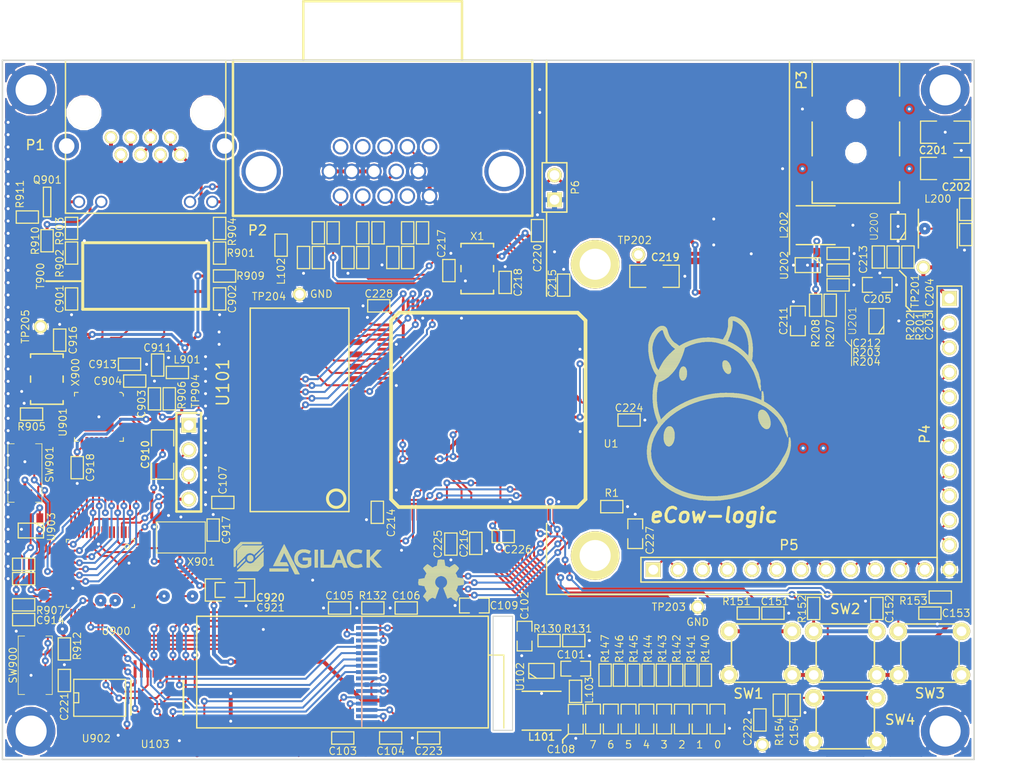
<source format=kicad_pcb>
(kicad_pcb (version 3) (host pcbnew "(2013-mar-13)-stable")
  (title_block (rev 0.1) (company Agilack))
  (layers (15 F.Cu signal) (0 B.Cu signal) (18 B.Paste user) (19 F.Paste user) (20 B.SilkS user) (21 F.SilkS user) (22 B.Mask user) (23 F.Mask user) (28 Edge.Cuts user))
  (net 0 "")
  (net 1 +1.2V)
  (net 2 +2.5V)
  (net 3 +3.3V)
  (net 4 +VDisp)
  (net 5 +Veth)
  (net 6 +Vin)
  (net 7 BRK)
  (net 8 BUT1)
  (net 9 BUT2)
  (net 10 BUT3)
  (net 11 BUT4)
  (net 12 CLK_EN)
  (net 13 CLOCK)
  (net 14 ETH_CLK25)
  (net 15 ETH_DBG_RX)
  (net 16 ETH_DBG_TX)
  (net 17 ETH_LED0)
  (net 18 ETH_LED1)
  (net 19 ETH_RST)
  (net 20 EXT_01A)
  (net 21 EXT_01B)
  (net 22 EXT_02A)
  (net 23 EXT_02B)
  (net 24 EXT_03A)
  (net 25 EXT_03B)
  (net 26 EXT_04A)
  (net 27 EXT_04B)
  (net 28 EXT_05A)
  (net 29 EXT_05B)
  (net 30 EXT_06A)
  (net 31 EXT_06B)
  (net 32 EXT_07A)
  (net 33 EXT_07B)
  (net 34 EXT_08A)
  (net 35 EXT_08B)
  (net 36 EXT_09A)
  (net 37 EXT_09B)
  (net 38 EXT_10A)
  (net 39 EXT_10B)
  (net 40 EXT_11A)
  (net 41 EXT_11B)
  (net 42 EXT_12A)
  (net 43 EXT_12B)
  (net 44 GND)
  (net 45 LCD_CLK)
  (net 46 LCD_CS)
  (net 47 LCD_CS2)
  (net 48 LCD_DC)
  (net 49 LCD_DC2)
  (net 50 LCD_DI)
  (net 51 LCD_EN)
  (net 52 LCD_RST)
  (net 53 LCD_SW)
  (net 54 LED0)
  (net 55 LED1)
  (net 56 LED2)
  (net 57 LED3)
  (net 58 LED4)
  (net 59 LED5)
  (net 60 LED6)
  (net 61 LED7)
  (net 62 MDC_CLK)
  (net 63 MDC_IO)
  (net 64 MII_COL)
  (net 65 MII_CRS)
  (net 66 MII_RXC)
  (net 67 MII_RXD0)
  (net 68 MII_RXD1)
  (net 69 MII_RXD2)
  (net 70 MII_RXD3)
  (net 71 MII_RXDV)
  (net 72 MII_TXC)
  (net 73 MII_TXD0)
  (net 74 MII_TXD1)
  (net 75 MII_TXD2)
  (net 76 MII_TXD3)
  (net 77 MII_TXEN)
  (net 78 N-00000106)
  (net 79 N-00000107)
  (net 80 N-00000110)
  (net 81 N-00000111)
  (net 82 N-00000112)
  (net 83 N-00000114)
  (net 84 N-00000129)
  (net 85 N-00000134)
  (net 86 N-00000135)
  (net 87 N-00000136)
  (net 88 N-00000137)
  (net 89 N-00000138)
  (net 90 N-00000139)
  (net 91 N-00000140)
  (net 92 N-00000141)
  (net 93 N-00000142)
  (net 94 N-00000143)
  (net 95 N-00000144)
  (net 96 N-00000145)
  (net 97 N-00000146)
  (net 98 N-00000147)
  (net 99 N-00000148)
  (net 100 N-00000151)
  (net 101 N-00000153)
  (net 102 N-00000154)
  (net 103 N-00000155)
  (net 104 N-00000156)
  (net 105 N-00000157)
  (net 106 N-00000158)
  (net 107 N-00000159)
  (net 108 N-00000160)
  (net 109 N-00000161)
  (net 110 N-00000162)
  (net 111 N-00000163)
  (net 112 N-00000165)
  (net 113 N-00000166)
  (net 114 N-00000167)
  (net 115 N-00000168)
  (net 116 N-00000169)
  (net 117 N-00000170)
  (net 118 N-00000171)
  (net 119 N-00000178)
  (net 120 N-00000179)
  (net 121 N-00000180)
  (net 122 N-00000181)
  (net 123 N-00000184)
  (net 124 N-00000185)
  (net 125 N-00000186)
  (net 126 N-00000187)
  (net 127 N-00000188)
  (net 128 N-00000189)
  (net 129 N-00000190)
  (net 130 N-00000191)
  (net 131 N-00000192)
  (net 132 N-00000194)
  (net 133 N-00000195)
  (net 134 N-00000196)
  (net 135 N-00000197)
  (net 136 N-00000198)
  (net 137 N-00000199)
  (net 138 N-00000200)
  (net 139 N-00000202)
  (net 140 N-00000203)
  (net 141 N-00000204)
  (net 142 N-00000206)
  (net 143 N-00000208)
  (net 144 N-00000209)
  (net 145 N-0000021)
  (net 146 N-00000210)
  (net 147 N-00000211)
  (net 148 N-00000212)
  (net 149 N-00000214)
  (net 150 N-00000215)
  (net 151 N-00000216)
  (net 152 N-00000217)
  (net 153 N-00000218)
  (net 154 N-00000219)
  (net 155 N-00000220)
  (net 156 N-00000221)
  (net 157 N-00000222)
  (net 158 N-00000223)
  (net 159 N-00000224)
  (net 160 N-00000225)
  (net 161 N-00000226)
  (net 162 N-0000027)
  (net 163 N-0000028)
  (net 164 N-0000051)
  (net 165 N-0000068)
  (net 166 N-0000072)
  (net 167 N-0000088)
  (net 168 N-0000089)
  (net 169 N-0000090)
  (net 170 N-0000091)
  (net 171 N-0000092)
  (net 172 NET_RST)
  (net 173 NET_RX)
  (net 174 NET_TX)
  (net 175 PLD_CS)
  (net 176 PLD_DONE)
  (net 177 PLD_IT)
  (net 178 PLD_MISO)
  (net 179 PLD_MOSI)
  (net 180 PLD_RST)
  (net 181 PLD_SCK)
  (net 182 RAM_A0)
  (net 183 RAM_A1)
  (net 184 RAM_A10)
  (net 185 RAM_A11)
  (net 186 RAM_A12)
  (net 187 RAM_A13)
  (net 188 RAM_A14)
  (net 189 RAM_A15)
  (net 190 RAM_A16)
  (net 191 RAM_A17)
  (net 192 RAM_A18)
  (net 193 RAM_A2)
  (net 194 RAM_A3)
  (net 195 RAM_A4)
  (net 196 RAM_A5)
  (net 197 RAM_A6)
  (net 198 RAM_A7)
  (net 199 RAM_A8)
  (net 200 RAM_A9)
  (net 201 RAM_CE)
  (net 202 RAM_DQ0)
  (net 203 RAM_DQ1)
  (net 204 RAM_DQ2)
  (net 205 RAM_DQ3)
  (net 206 RAM_DQ4)
  (net 207 RAM_DQ5)
  (net 208 RAM_DQ6)
  (net 209 RAM_DQ7)
  (net 210 RAM_OE)
  (net 211 RAM_WE)
  (net 212 SPI0_CS)
  (net 213 SPI0_MISO)
  (net 214 SPI0_MOSI)
  (net 215 SPI0_SCK)
  (net 216 VGA_B0)
  (net 217 VGA_B1)
  (net 218 VGA_BLU)
  (net 219 VGA_G0)
  (net 220 VGA_G1)
  (net 221 VGA_GRN)
  (net 222 VGA_HS)
  (net 223 VGA_R0)
  (net 224 VGA_R1)
  (net 225 VGA_RED)
  (net 226 VGA_VS)
  (module CONN_AJT34L-881x (layer F.Cu) (at 114.74 57.9374 180)
    (fp_text reference P1 (at 11.362 -0.7874 180) (layer F.SilkS) (effects (font (size 1.016 1.016) (thickness 0.1524))))
    (fp_text value CONN_RJ45-L hide)
    (pad 3 thru_hole circle (at 1.53 0 180) (size 1.3 1.3) (drill 0.89916) (layers *.Cu *.Mask F.SilkS) (net 110 N-00000162))
    (pad 6 thru_hole circle (at -1.53 -1.78 180) (size 1.3 1.3) (drill 0.89916) (layers *.Cu *.Mask F.SilkS) (net 108 N-00000160))
    (pad 4 thru_hole circle (at 0.51 -1.78 180) (size 1.3 1.3) (drill 0.89916) (layers *.Cu *.Mask F.SilkS) (net 116 N-00000169))
    (pad 1 thru_hole circle (at 3.57 0 180) (size 1.3 1.3) (drill 0.89916) (layers *.Cu *.Mask F.SilkS) (net 107 N-00000159))
    (pad 2 thru_hole circle (at 2.55 -1.78 180) (size 1.3 1.3) (drill 0.89916) (layers *.Cu *.Mask F.SilkS) (net 109 N-00000161))
    (pad 5 thru_hole circle (at -0.51 0 180) (size 1.3 1.3) (drill 0.89916) (layers *.Cu *.Mask F.SilkS) (net 116 N-00000169))
    (pad 8 thru_hole circle (at -3.57 -1.78 180) (size 1.3 1.3) (drill 0.89916) (layers *.Cu *.Mask F.SilkS) (net 114 N-00000167))
    (pad 7 thru_hole circle (at -2.55 0 180) (size 1.3 1.3) (drill 0.89916) (layers *.Cu *.Mask F.SilkS) (net 114 N-00000167))
    (pad "" np_thru_hole circle (at -6.35 2.54 180) (size 3.2 3.2) (drill 3.2) (layers *.Cu *.Mask F.SilkS))
    (pad "" np_thru_hole circle (at 6.35 2.54 180) (size 3.2 3.2) (drill 3.2) (layers *.Cu *.Mask F.SilkS))
    (pad "" thru_hole circle (at -8.13 -0.89 180) (size 2.54 2.54) (drill 1.6) (layers *.Cu *.Mask))
    (pad "" thru_hole circle (at 8.13 -0.89 180) (size 2.54 2.54) (drill 1.6) (layers *.Cu *.Mask))
    (pad A1 thru_hole circle (at -6.86 -6.64 180) (size 1.27 1.27) (drill 0.9) (layers *.Cu *.Mask) (net 99 N-00000148))
    (pad A2 thru_hole circle (at -4.57 -6.64 180) (size 1.27 1.27) (drill 0.9) (layers *.Cu *.Mask) (net 17 ETH_LED0))
    (pad B1 thru_hole circle (at 4.57 -6.64 180) (size 1.27 1.27) (drill 0.9) (layers *.Cu *.Mask) (net 97 N-00000146))
    (pad B2 thru_hole circle (at 6.86 -6.64 180) (size 1.27 1.27) (drill 0.9) (layers *.Cu *.Mask) (net 98 N-00000147))
  )
  (module CONN_SPC15430 (layer F.Cu) (at 139.13 61.4426)
    (fp_text reference P2 (at -12.8666 6.0706) (layer F.SilkS) (effects (font (size 1.016 1.016) (thickness 0.1524))))
    (fp_text value CONN_VGA hide)
    (pad 0 thru_hole circle (at -12.49934 0) (size 4.064 4.064) (drill 3.2004) (layers *.Cu *.Mask))
    (pad 0 thru_hole circle (at 12.49934 0) (size 4.064 4.064) (drill 3.2004) (layers *.Cu *.Mask))
    (pad 15 thru_hole circle (at 4.83 -2.54) (size 1.6002 1.6002) (drill 1.19126) (layers *.Cu *.Mask) (net 144 N-00000209))
    (pad 10 thru_hole circle (at 3.685 0) (size 1.6002 1.6002) (drill 1.19126) (layers *.Cu *.Mask) (net 44 GND))
    (pad 14 thru_hole circle (at 2.54 -2.54) (size 1.6002 1.6002) (drill 1.19126) (layers *.Cu *.Mask) (net 226 VGA_VS))
    (pad 13 thru_hole circle (at 0.25 -2.54) (size 1.6002 1.6002) (drill 1.19126) (layers *.Cu *.Mask) (net 222 VGA_HS))
    (pad 12 thru_hole circle (at -2.04 -2.54) (size 1.6002 1.6002) (drill 1.19126) (layers *.Cu *.Mask) (net 146 N-00000210))
    (pad 11 thru_hole circle (at -4.33 -2.54) (size 1.6002 1.6002) (drill 1.19126) (layers *.Cu *.Mask) (net 147 N-00000211))
    (pad 9 thru_hole circle (at 1.395 0) (size 1.6002 1.6002) (drill 1.19126) (layers *.Cu *.Mask) (net 139 N-00000202))
    (pad 8 thru_hole circle (at -0.895 0) (size 1.6002 1.6002) (drill 1.19126) (layers *.Cu *.Mask) (net 44 GND))
    (pad 7 thru_hole circle (at -3.185 0) (size 1.6002 1.6002) (drill 1.19126) (layers *.Cu *.Mask) (net 44 GND))
    (pad 6 thru_hole circle (at -5.475 0) (size 1.6002 1.6002) (drill 1.2) (layers *.Cu *.Mask) (net 44 GND))
    (pad 5 thru_hole circle (at 4.83 2.54) (size 1.6002 1.6002) (drill 1.19126) (layers *.Cu *.Mask) (net 44 GND))
    (pad 4 thru_hole circle (at 2.54 2.54) (size 1.6002 1.6002) (drill 1.19126) (layers *.Cu *.Mask) (net 148 N-00000212))
    (pad 3 thru_hole circle (at 0.25 2.54) (size 1.6002 1.6002) (drill 1.19126) (layers *.Cu *.Mask) (net 218 VGA_BLU))
    (pad 2 thru_hole circle (at -2.04 2.54) (size 1.6002 1.6002) (drill 1.19126) (layers *.Cu *.Mask) (net 221 VGA_GRN))
    (pad 1 thru_hole circle (at -4.33 2.54) (size 1.6002 1.6002) (drill 1.19126) (layers *.Cu *.Mask) (net 225 VGA_RED))
  )
  (module TQFP144 (layer F.Cu) (at 150 86)
    (fp_text reference U1 (at 12.6362 3.4842) (layer F.SilkS) (effects (font (size 0.762 0.762) (thickness 0.1016))))
    (fp_text value ICE40HX1K-TQ144 hide)
    (pad 1 smd rect (at -10.72388 -8.7503 90) (size 0.28956 1.34874) (layers F.Cu F.Paste F.Mask) (net 205 RAM_DQ3))
    (pad 2 smd rect (at -10.72388 -8.24992 90) (size 0.28956 1.34874) (layers F.Cu F.Paste F.Mask) (net 204 RAM_DQ2))
    (pad 3 smd rect (at -10.72388 -7.74954 90) (size 0.28956 1.34874) (layers F.Cu F.Paste F.Mask) (net 206 RAM_DQ4))
    (pad 4 smd rect (at -10.72388 -7.24916 90) (size 0.28956 1.34874) (layers F.Cu F.Paste F.Mask) (net 203 RAM_DQ1))
    (pad 5 smd rect (at -10.72388 -6.74878 90) (size 0.28956 1.34874) (layers F.Cu F.Paste F.Mask) (net 44 GND))
    (pad 6 smd rect (at -10.72388 -6.25094 90) (size 0.28956 1.34874) (layers F.Cu F.Paste F.Mask) (net 3 +3.3V))
    (pad 7 smd rect (at -10.72388 -5.75056 90) (size 0.28956 1.34874) (layers F.Cu F.Paste F.Mask) (net 202 RAM_DQ0))
    (pad 8 smd rect (at -10.72388 -5.25018 90) (size 0.28956 1.34874) (layers F.Cu F.Paste F.Mask) (net 207 RAM_DQ5))
    (pad 9 smd rect (at -10.72388 -4.7498 90) (size 0.28956 1.34874) (layers F.Cu F.Paste F.Mask) (net 182 RAM_A0))
    (pad 10 smd rect (at -10.72388 -4.24942 90) (size 0.28956 1.34874) (layers F.Cu F.Paste F.Mask) (net 208 RAM_DQ6))
    (pad 11 smd rect (at -10.72388 -3.74904 90) (size 0.28956 1.34874) (layers F.Cu F.Paste F.Mask) (net 183 RAM_A1))
    (pad 12 smd rect (at -10.72388 -3.2512 90) (size 0.28956 1.34874) (layers F.Cu F.Paste F.Mask) (net 209 RAM_DQ7))
    (pad 13 smd rect (at -10.72388 -2.75082 90) (size 0.28956 1.34874) (layers F.Cu F.Paste F.Mask) (net 44 GND))
    (pad 14 smd rect (at -10.72388 -2.25044 90) (size 0.28956 1.34874) (layers F.Cu F.Paste F.Mask) (net 44 GND))
    (pad 15 smd rect (at -10.72388 -1.75006 90) (size 0.28956 1.34874) (layers F.Cu F.Paste F.Mask))
    (pad 16 smd rect (at -10.72388 -1.24968 90) (size 0.28956 1.34874) (layers F.Cu F.Paste F.Mask))
    (pad 17 smd rect (at -10.72388 -0.7493 90) (size 0.28956 1.34874) (layers F.Cu F.Paste F.Mask))
    (pad 18 smd rect (at -10.72388 -0.24892 90) (size 0.28956 1.34874) (layers F.Cu F.Paste F.Mask))
    (pad 19 smd rect (at -10.72388 0.24892 90) (size 0.28956 1.34874) (layers F.Cu F.Paste F.Mask) (net 194 RAM_A3))
    (pad 20 smd rect (at -10.72388 0.7493 90) (size 0.28956 1.34874) (layers F.Cu F.Paste F.Mask) (net 195 RAM_A4))
    (pad 21 smd rect (at -10.72388 1.24968 90) (size 0.28956 1.34874) (layers F.Cu F.Paste F.Mask) (net 199 RAM_A8))
    (pad 22 smd rect (at -10.72388 1.75006 90) (size 0.28956 1.34874) (layers F.Cu F.Paste F.Mask) (net 196 RAM_A5))
    (pad 23 smd rect (at -10.72388 2.25044 90) (size 0.28956 1.34874) (layers F.Cu F.Paste F.Mask) (net 187 RAM_A13))
    (pad 24 smd rect (at -10.72388 2.75082 90) (size 0.28956 1.34874) (layers F.Cu F.Paste F.Mask) (net 197 RAM_A6))
    (pad 25 smd rect (at -10.72388 3.2512 90) (size 0.28956 1.34874) (layers F.Cu F.Paste F.Mask) (net 211 RAM_WE))
    (pad 26 smd rect (at -10.72388 3.74904 90) (size 0.28956 1.34874) (layers F.Cu F.Paste F.Mask) (net 198 RAM_A7))
    (pad 27 smd rect (at -10.72388 4.24942 90) (size 0.28956 1.34874) (layers F.Cu F.Paste F.Mask) (net 1 +1.2V))
    (pad 28 smd rect (at -10.72388 4.7498 90) (size 0.28956 1.34874) (layers F.Cu F.Paste F.Mask) (net 191 RAM_A17))
    (pad 29 smd rect (at -10.72388 5.25018 90) (size 0.28956 1.34874) (layers F.Cu F.Paste F.Mask) (net 186 RAM_A12))
    (pad 30 smd rect (at -10.72388 5.75056 90) (size 0.28956 1.34874) (layers F.Cu F.Paste F.Mask) (net 3 +3.3V))
    (pad 31 smd rect (at -10.72388 6.25094 90) (size 0.28956 1.34874) (layers F.Cu F.Paste F.Mask) (net 188 RAM_A14))
    (pad 32 smd rect (at -10.72388 6.74878 90) (size 0.28956 1.34874) (layers F.Cu F.Paste F.Mask) (net 189 RAM_A15))
    (pad 33 smd rect (at -10.72388 7.24916 90) (size 0.28956 1.34874) (layers F.Cu F.Paste F.Mask) (net 190 RAM_A16))
    (pad 34 smd rect (at -10.72388 7.74954 90) (size 0.28956 1.34874) (layers F.Cu F.Paste F.Mask) (net 192 RAM_A18))
    (pad 35 smd rect (at -10.72388 8.24992 90) (size 0.28956 1.34874) (layers F.Cu F.Paste F.Mask) (net 44 GND))
    (pad 36 smd rect (at -10.72388 8.7503 90) (size 0.28956 1.34874) (layers F.Cu F.Paste F.Mask) (net 1 +1.2V))
    (pad 37 smd rect (at -8.7503 10.72388) (size 0.28956 1.34874) (layers F.Cu F.Paste F.Mask) (net 174 NET_TX))
    (pad 38 smd rect (at -8.24992 10.72388) (size 0.28956 1.34874) (layers F.Cu F.Paste F.Mask) (net 173 NET_RX))
    (pad 39 smd rect (at -7.74954 10.72388) (size 0.28956 1.34874) (layers F.Cu F.Paste F.Mask) (net 50 LCD_DI))
    (pad 40 smd rect (at -7.24916 10.72388) (size 0.28956 1.34874) (layers F.Cu F.Paste F.Mask))
    (pad 41 smd rect (at -6.74878 10.72388) (size 0.28956 1.34874) (layers F.Cu F.Paste F.Mask) (net 45 LCD_CLK))
    (pad 42 smd rect (at -6.25094 10.72388) (size 0.28956 1.34874) (layers F.Cu F.Paste F.Mask) (net 48 LCD_DC))
    (pad 43 smd rect (at -5.75056 10.72388) (size 0.28956 1.34874) (layers F.Cu F.Paste F.Mask) (net 46 LCD_CS))
    (pad 44 smd rect (at -5.25018 10.72388) (size 0.28956 1.34874) (layers F.Cu F.Paste F.Mask) (net 61 LED7))
    (pad 45 smd rect (at -4.7498 10.72388) (size 0.28956 1.34874) (layers F.Cu F.Paste F.Mask) (net 60 LED6))
    (pad 46 smd rect (at -4.24942 10.72388) (size 0.28956 1.34874) (layers F.Cu F.Paste F.Mask) (net 3 +3.3V))
    (pad 47 smd rect (at -3.74904 10.72388) (size 0.28956 1.34874) (layers F.Cu F.Paste F.Mask) (net 59 LED5))
    (pad 48 smd rect (at -3.2512 10.72388) (size 0.28956 1.34874) (layers F.Cu F.Paste F.Mask) (net 58 LED4))
    (pad 49 smd rect (at -2.75082 10.72388) (size 0.28956 1.34874) (layers F.Cu F.Paste F.Mask) (net 177 PLD_IT))
    (pad 50 smd rect (at -2.25044 10.72388) (size 0.28956 1.34874) (layers F.Cu F.Paste F.Mask) (net 166 N-0000072))
    (pad 51 smd rect (at -1.75006 10.72388) (size 0.28956 1.34874) (layers F.Cu F.Paste F.Mask) (net 1 +1.2V))
    (pad 52 smd rect (at -1.24968 10.72388) (size 0.28956 1.34874) (layers F.Cu F.Paste F.Mask) (net 57 LED3))
    (pad 53 smd rect (at -0.7493 10.72388) (size 0.28956 1.34874) (layers F.Cu F.Paste F.Mask))
    (pad 54 smd rect (at -0.24892 10.72388) (size 0.28956 1.34874) (layers F.Cu F.Paste F.Mask))
    (pad 55 smd rect (at 0.24892 10.72388) (size 0.28956 1.34874) (layers F.Cu F.Paste F.Mask))
    (pad 56 smd rect (at 0.7493 10.72388) (size 0.28956 1.34874) (layers F.Cu F.Paste F.Mask) (net 56 LED2))
    (pad 57 smd rect (at 1.24968 10.72388) (size 0.28956 1.34874) (layers F.Cu F.Paste F.Mask) (net 3 +3.3V))
    (pad 58 smd rect (at 1.75006 10.72388) (size 0.28956 1.34874) (layers F.Cu F.Paste F.Mask) (net 55 LED1))
    (pad 59 smd rect (at 2.25044 10.72388) (size 0.28956 1.34874) (layers F.Cu F.Paste F.Mask) (net 44 GND))
    (pad 60 smd rect (at 2.75082 10.72388) (size 0.28956 1.34874) (layers F.Cu F.Paste F.Mask) (net 54 LED0))
    (pad 61 smd rect (at 3.2512 10.72388) (size 0.28956 1.34874) (layers F.Cu F.Paste F.Mask) (net 11 BUT4))
    (pad 62 smd rect (at 3.74904 10.72388) (size 0.28956 1.34874) (layers F.Cu F.Paste F.Mask) (net 8 BUT1))
    (pad 63 smd rect (at 4.24942 10.72388) (size 0.28956 1.34874) (layers F.Cu F.Paste F.Mask) (net 9 BUT2))
    (pad 64 smd rect (at 4.7498 10.72388) (size 0.28956 1.34874) (layers F.Cu F.Paste F.Mask) (net 10 BUT3))
    (pad 65 smd rect (at 5.25018 10.72388) (size 0.28956 1.34874) (layers F.Cu F.Paste F.Mask) (net 176 PLD_DONE))
    (pad 66 smd rect (at 5.75056 10.72388) (size 0.28956 1.34874) (layers F.Cu F.Paste F.Mask) (net 180 PLD_RST))
    (pad 67 smd rect (at 6.25094 10.72388) (size 0.28956 1.34874) (layers F.Cu F.Paste F.Mask) (net 178 PLD_MISO))
    (pad 68 smd rect (at 6.74878 10.72388) (size 0.28956 1.34874) (layers F.Cu F.Paste F.Mask) (net 179 PLD_MOSI))
    (pad 69 smd rect (at 7.24916 10.72388) (size 0.28956 1.34874) (layers F.Cu F.Paste F.Mask) (net 44 GND))
    (pad 70 smd rect (at 7.74954 10.72388) (size 0.28956 1.34874) (layers F.Cu F.Paste F.Mask) (net 181 PLD_SCK))
    (pad 71 smd rect (at 8.24992 10.72388) (size 0.28956 1.34874) (layers F.Cu F.Paste F.Mask) (net 175 PLD_CS))
    (pad 72 smd rect (at 8.7503 10.72388) (size 0.28956 1.34874) (layers F.Cu F.Paste F.Mask) (net 3 +3.3V))
    (pad 73 smd rect (at 10.72388 8.7503 270) (size 0.28956 1.34874) (layers F.Cu F.Paste F.Mask) (net 20 EXT_01A))
    (pad 74 smd rect (at 10.72388 8.24992 270) (size 0.28956 1.34874) (layers F.Cu F.Paste F.Mask) (net 21 EXT_01B))
    (pad 75 smd rect (at 10.72388 7.74954 270) (size 0.28956 1.34874) (layers F.Cu F.Paste F.Mask) (net 22 EXT_02A))
    (pad 76 smd rect (at 10.72388 7.24916 270) (size 0.28956 1.34874) (layers F.Cu F.Paste F.Mask) (net 23 EXT_02B))
    (pad 77 smd rect (at 10.72388 6.74878 270) (size 0.28956 1.34874) (layers F.Cu F.Paste F.Mask) (net 145 N-0000021))
    (pad 78 smd rect (at 10.72388 6.25094 270) (size 0.28956 1.34874) (layers F.Cu F.Paste F.Mask) (net 24 EXT_03A))
    (pad 79 smd rect (at 10.72388 5.75056 270) (size 0.28956 1.34874) (layers F.Cu F.Paste F.Mask) (net 25 EXT_03B))
    (pad 80 smd rect (at 10.72388 5.25018 270) (size 0.28956 1.34874) (layers F.Cu F.Paste F.Mask) (net 26 EXT_04A))
    (pad 81 smd rect (at 10.72388 4.7498 270) (size 0.28956 1.34874) (layers F.Cu F.Paste F.Mask) (net 27 EXT_04B))
    (pad 82 smd rect (at 10.72388 4.24942 270) (size 0.28956 1.34874) (layers F.Cu F.Paste F.Mask))
    (pad 83 smd rect (at 10.72388 3.74904 270) (size 0.28956 1.34874) (layers F.Cu F.Paste F.Mask))
    (pad 84 smd rect (at 10.72388 3.2512 270) (size 0.28956 1.34874) (layers F.Cu F.Paste F.Mask))
    (pad 85 smd rect (at 10.72388 2.75082 270) (size 0.28956 1.34874) (layers F.Cu F.Paste F.Mask))
    (pad 86 smd rect (at 10.72388 2.25044 270) (size 0.28956 1.34874) (layers F.Cu F.Paste F.Mask) (net 44 GND))
    (pad 87 smd rect (at 10.72388 1.75006 270) (size 0.28956 1.34874) (layers F.Cu F.Paste F.Mask) (net 28 EXT_05A))
    (pad 88 smd rect (at 10.72388 1.24968 270) (size 0.28956 1.34874) (layers F.Cu F.Paste F.Mask) (net 29 EXT_05B))
    (pad 89 smd rect (at 10.72388 0.7493 270) (size 0.28956 1.34874) (layers F.Cu F.Paste F.Mask) (net 3 +3.3V))
    (pad 90 smd rect (at 10.72388 0.24892 270) (size 0.28956 1.34874) (layers F.Cu F.Paste F.Mask) (net 30 EXT_06A))
    (pad 91 smd rect (at 10.72388 -0.24892 270) (size 0.28956 1.34874) (layers F.Cu F.Paste F.Mask) (net 31 EXT_06B))
    (pad 92 smd rect (at 10.72388 -0.7493 270) (size 0.28956 1.34874) (layers F.Cu F.Paste F.Mask) (net 1 +1.2V))
    (pad 93 smd rect (at 10.72388 -1.24968 270) (size 0.28956 1.34874) (layers F.Cu F.Paste F.Mask) (net 32 EXT_07A))
    (pad 94 smd rect (at 10.72388 -1.75006 270) (size 0.28956 1.34874) (layers F.Cu F.Paste F.Mask) (net 33 EXT_07B))
    (pad 95 smd rect (at 10.72388 -2.25044 270) (size 0.28956 1.34874) (layers F.Cu F.Paste F.Mask) (net 34 EXT_08A))
    (pad 96 smd rect (at 10.72388 -2.75082 270) (size 0.28956 1.34874) (layers F.Cu F.Paste F.Mask) (net 35 EXT_08B))
    (pad 97 smd rect (at 10.72388 -3.2512 270) (size 0.28956 1.34874) (layers F.Cu F.Paste F.Mask) (net 36 EXT_09A))
    (pad 98 smd rect (at 10.72388 -3.74904 270) (size 0.28956 1.34874) (layers F.Cu F.Paste F.Mask) (net 37 EXT_09B))
    (pad 99 smd rect (at 10.72388 -4.24942 270) (size 0.28956 1.34874) (layers F.Cu F.Paste F.Mask) (net 164 N-0000051))
    (pad 100 smd rect (at 10.72388 -4.7498 270) (size 0.28956 1.34874) (layers F.Cu F.Paste F.Mask) (net 3 +3.3V))
    (pad 101 smd rect (at 10.72388 -5.25018 270) (size 0.28956 1.34874) (layers F.Cu F.Paste F.Mask) (net 38 EXT_10A))
    (pad 102 smd rect (at 10.72388 -5.75056 270) (size 0.28956 1.34874) (layers F.Cu F.Paste F.Mask) (net 39 EXT_10B))
    (pad 103 smd rect (at 10.72388 -6.25094 270) (size 0.28956 1.34874) (layers F.Cu F.Paste F.Mask) (net 44 GND))
    (pad 104 smd rect (at 10.72388 -6.74878 270) (size 0.28956 1.34874) (layers F.Cu F.Paste F.Mask) (net 40 EXT_11A))
    (pad 105 smd rect (at 10.72388 -7.24916 270) (size 0.28956 1.34874) (layers F.Cu F.Paste F.Mask) (net 41 EXT_11B))
    (pad 106 smd rect (at 10.72388 -7.74954 270) (size 0.28956 1.34874) (layers F.Cu F.Paste F.Mask) (net 42 EXT_12A))
    (pad 107 smd rect (at 10.72388 -8.24992 270) (size 0.28956 1.34874) (layers F.Cu F.Paste F.Mask) (net 43 EXT_12B))
    (pad 108 smd rect (at 10.72388 -8.7503 270) (size 0.28956 1.34874) (layers F.Cu F.Paste F.Mask) (net 2 +2.5V))
    (pad 109 smd rect (at 8.7503 -10.72388 180) (size 0.28956 1.34874) (layers F.Cu F.Paste F.Mask) (net 163 N-0000028))
    (pad 110 smd rect (at 8.24992 -10.72388 180) (size 0.28956 1.34874) (layers F.Cu F.Paste F.Mask))
    (pad 111 smd rect (at 7.74954 -10.72388 180) (size 0.28956 1.34874) (layers F.Cu F.Paste F.Mask) (net 1 +1.2V))
    (pad 112 smd rect (at 7.24916 -10.72388 180) (size 0.28956 1.34874) (layers F.Cu F.Paste F.Mask) (net 171 N-0000092))
    (pad 113 smd rect (at 6.74878 -10.72388 180) (size 0.28956 1.34874) (layers F.Cu F.Paste F.Mask) (net 170 N-0000091))
    (pad 114 smd rect (at 6.25094 -10.72388 180) (size 0.28956 1.34874) (layers F.Cu F.Paste F.Mask) (net 169 N-0000090))
    (pad 115 smd rect (at 5.75056 -10.72388 180) (size 0.28956 1.34874) (layers F.Cu F.Paste F.Mask) (net 167 N-0000088))
    (pad 116 smd rect (at 5.25018 -10.72388 180) (size 0.28956 1.34874) (layers F.Cu F.Paste F.Mask) (net 168 N-0000089))
    (pad 117 smd rect (at 4.7498 -10.72388 180) (size 0.28956 1.34874) (layers F.Cu F.Paste F.Mask) (net 226 VGA_VS))
    (pad 118 smd rect (at 4.24942 -10.72388 180) (size 0.28956 1.34874) (layers F.Cu F.Paste F.Mask) (net 222 VGA_HS))
    (pad 119 smd rect (at 3.74904 -10.72388 180) (size 0.28956 1.34874) (layers F.Cu F.Paste F.Mask) (net 217 VGA_B1))
    (pad 120 smd rect (at 3.2512 -10.72388 180) (size 0.28956 1.34874) (layers F.Cu F.Paste F.Mask) (net 220 VGA_G1))
    (pad 121 smd rect (at 2.75082 -10.72388 180) (size 0.28956 1.34874) (layers F.Cu F.Paste F.Mask) (net 224 VGA_R1))
    (pad 122 smd rect (at 2.25044 -10.72388 180) (size 0.28956 1.34874) (layers F.Cu F.Paste F.Mask) (net 165 N-0000068))
    (pad 123 smd rect (at 1.75006 -10.72388 180) (size 0.28956 1.34874) (layers F.Cu F.Paste F.Mask) (net 3 +3.3V))
    (pad 124 smd rect (at 1.24968 -10.72388 180) (size 0.28956 1.34874) (layers F.Cu F.Paste F.Mask))
    (pad 125 smd rect (at 0.7493 -10.72388 180) (size 0.28956 1.34874) (layers F.Cu F.Paste F.Mask))
    (pad 126 smd rect (at 0.24892 -10.72388 180) (size 0.28956 1.34874) (layers F.Cu F.Paste F.Mask))
    (pad 127 smd rect (at -0.24892 -10.72388 180) (size 0.28956 1.34874) (layers F.Cu F.Paste F.Mask))
    (pad 128 smd rect (at -0.7493 -10.72388 180) (size 0.28956 1.34874) (layers F.Cu F.Paste F.Mask) (net 13 CLOCK))
    (pad 129 smd rect (at -1.24968 -10.72388 180) (size 0.28956 1.34874) (layers F.Cu F.Paste F.Mask) (net 12 CLK_EN))
    (pad 130 smd rect (at -1.75006 -10.72388 180) (size 0.28956 1.34874) (layers F.Cu F.Paste F.Mask))
    (pad 131 smd rect (at -2.25044 -10.72388 180) (size 0.28956 1.34874) (layers F.Cu F.Paste F.Mask))
    (pad 132 smd rect (at -2.75082 -10.72388 180) (size 0.28956 1.34874) (layers F.Cu F.Paste F.Mask) (net 44 GND))
    (pad 133 smd rect (at -3.2512 -10.72388 180) (size 0.28956 1.34874) (layers F.Cu F.Paste F.Mask) (net 3 +3.3V))
    (pad 134 smd rect (at -3.74904 -10.72388 180) (size 0.28956 1.34874) (layers F.Cu F.Paste F.Mask) (net 216 VGA_B0))
    (pad 135 smd rect (at -4.24942 -10.72388 180) (size 0.28956 1.34874) (layers F.Cu F.Paste F.Mask) (net 219 VGA_G0))
    (pad 136 smd rect (at -4.7498 -10.72388 180) (size 0.28956 1.34874) (layers F.Cu F.Paste F.Mask) (net 223 VGA_R0))
    (pad 137 smd rect (at -5.25018 -10.72388 180) (size 0.28956 1.34874) (layers F.Cu F.Paste F.Mask) (net 162 N-0000027))
    (pad 138 smd rect (at -5.75056 -10.72388 180) (size 0.28956 1.34874) (layers F.Cu F.Paste F.Mask) (net 193 RAM_A2))
    (pad 139 smd rect (at -6.25094 -10.72388 180) (size 0.28956 1.34874) (layers F.Cu F.Paste F.Mask) (net 210 RAM_OE))
    (pad 140 smd rect (at -6.74878 -10.72388 180) (size 0.28956 1.34874) (layers F.Cu F.Paste F.Mask) (net 44 GND))
    (pad 141 smd rect (at -7.24916 -10.72388 180) (size 0.28956 1.34874) (layers F.Cu F.Paste F.Mask) (net 200 RAM_A9))
    (pad 142 smd rect (at -7.74954 -10.72388 180) (size 0.28956 1.34874) (layers F.Cu F.Paste F.Mask) (net 184 RAM_A10))
    (pad 143 smd rect (at -8.24992 -10.72388 180) (size 0.28956 1.34874) (layers F.Cu F.Paste F.Mask) (net 185 RAM_A11))
    (pad 144 smd rect (at -8.7503 -10.72388 180) (size 0.28956 1.34874) (layers F.Cu F.Paste F.Mask) (net 201 RAM_CE))
  )
  (module DISP_OLED-128x32-0.91-1-rev (layer F.Cu) (at 150 113)
    (fp_text reference "OLED Display" hide)
    (fp_text value VAL** hide)
  )
  (module TR_W749013011 (layer F.Cu) (at 114.74 72.2122 90)
    (fp_text reference T900 (at 0 -10.8286 90) (layer F.SilkS) (effects (font (size 0.762 0.762) (thickness 0.1016))))
    (fp_text value TRANSFORMER_1:1 hide)
    (pad 4 smd rect (at -4.37896 -0.635 90) (size 1.89992 0.8001) (layers F.Cu F.Paste F.Mask))
    (pad 5 smd rect (at -4.37896 0.635 90) (size 1.89992 0.8001) (layers F.Cu F.Paste F.Mask))
    (pad 6 smd rect (at -4.37896 1.905 90) (size 1.89992 0.8001) (layers F.Cu F.Paste F.Mask) (net 106 N-00000158))
    (pad 3 smd rect (at -4.37896 -1.905 90) (size 1.89992 0.8001) (layers F.Cu F.Paste F.Mask) (net 102 N-00000154))
    (pad 7 smd rect (at -4.37896 3.175 90) (size 1.89992 0.8001) (layers F.Cu F.Paste F.Mask) (net 104 N-00000156))
    (pad 2 smd rect (at -4.37896 -3.175 90) (size 1.89992 0.8001) (layers F.Cu F.Paste F.Mask) (net 103 N-00000155))
    (pad 1 smd rect (at -4.37896 -4.445 90) (size 1.89992 0.8001) (layers F.Cu F.Paste F.Mask) (net 105 N-00000157))
    (pad 8 smd rect (at -4.37896 4.445 90) (size 1.89992 0.8001) (layers F.Cu F.Paste F.Mask) (net 83 N-00000114))
    (pad 16 smd rect (at 4.37896 -4.445 90) (size 1.89992 0.8001) (layers F.Cu F.Paste F.Mask) (net 107 N-00000159))
    (pad 9 smd rect (at 4.37896 4.445 90) (size 1.89992 0.8001) (layers F.Cu F.Paste F.Mask) (net 108 N-00000160))
    (pad 10 smd rect (at 4.37896 3.175 90) (size 1.89992 0.8001) (layers F.Cu F.Paste F.Mask) (net 112 N-00000165))
    (pad 11 smd rect (at 4.37896 1.905 90) (size 1.89992 0.8001) (layers F.Cu F.Paste F.Mask) (net 110 N-00000162))
    (pad 12 smd rect (at 4.37896 0.635 90) (size 1.89992 0.8001) (layers F.Cu F.Paste F.Mask))
    (pad 13 smd rect (at 4.37896 -0.635 90) (size 1.89992 0.8001) (layers F.Cu F.Paste F.Mask))
    (pad 14 smd rect (at 4.37896 -1.905 90) (size 1.89992 0.8001) (layers F.Cu F.Paste F.Mask) (net 109 N-00000161))
    (pad 15 smd rect (at 4.37896 -3.175 90) (size 1.89992 0.8001) (layers F.Cu F.Paste F.Mask) (net 115 N-00000168))
  )
  (module LQFP64-0.4 (layer F.Cu) (at 110.0836 102.8446 270)
    (fp_text reference U900 (at 5.9436 -1.6002 360) (layer F.SilkS) (effects (font (size 0.762 0.762) (thickness 0.1016))))
    (fp_text value W7500 hide)
    (pad 1 smd rect (at -4.24942 -3) (size 0.2048 1.19888) (layers F.Cu F.Paste F.Mask) (net 91 N-00000140))
    (pad 2 smd rect (at -4.24942 -2.6) (size 0.2048 1.19888) (layers F.Cu F.Paste F.Mask) (net 92 N-00000141))
    (pad 3 smd rect (at -4.24942 -2.2) (size 0.2048 1.19888) (layers F.Cu F.Paste F.Mask) (net 16 ETH_DBG_TX))
    (pad 4 smd rect (at -4.24942 -1.8) (size 0.2048 1.19888) (layers F.Cu F.Paste F.Mask) (net 15 ETH_DBG_RX))
    (pad 5 smd rect (at -4.24942 -1.4) (size 0.2048 1.19888) (layers F.Cu F.Paste F.Mask) (net 87 N-00000136))
    (pad 6 smd rect (at -4.24942 -1) (size 0.2048 1.19888) (layers F.Cu F.Paste F.Mask) (net 93 N-00000142))
    (pad 7 smd rect (at -4.24942 -0.6) (size 0.2048 1.19888) (layers F.Cu F.Paste F.Mask) (net 94 N-00000143))
    (pad 8 smd rect (at -4.24942 -0.2) (size 0.2048 1.19888) (layers F.Cu F.Paste F.Mask) (net 95 N-00000144))
    (pad 9 smd rect (at -4.24942 0.2) (size 0.2048 1.19888) (layers F.Cu F.Paste F.Mask) (net 44 GND))
    (pad 10 smd rect (at -4.24942 0.6) (size 0.2048 1.19888) (layers F.Cu F.Paste F.Mask) (net 3 +3.3V))
    (pad 11 smd rect (at -4.24942 1) (size 0.2048 1.19888) (layers F.Cu F.Paste F.Mask) (net 65 MII_CRS))
    (pad 12 smd rect (at -4.24942 1.4) (size 0.2048 1.19888) (layers F.Cu F.Paste F.Mask) (net 71 MII_RXDV))
    (pad 13 smd rect (at -4.24942 1.8) (size 0.2048 1.19888) (layers F.Cu F.Paste F.Mask) (net 67 MII_RXD0))
    (pad 14 smd rect (at -4.24942 2.2) (size 0.2048 1.19888) (layers F.Cu F.Paste F.Mask) (net 68 MII_RXD1))
    (pad 15 smd rect (at -4.24942 2.6) (size 0.2048 1.19888) (layers F.Cu F.Paste F.Mask) (net 69 MII_RXD2))
    (pad 16 smd rect (at -4.24942 3) (size 0.2048 1.19888) (layers F.Cu F.Paste F.Mask) (net 70 MII_RXD3))
    (pad 17 smd rect (at -3 4.24942 270) (size 0.2048 1.19888) (layers F.Cu F.Paste F.Mask) (net 66 MII_RXC))
    (pad 18 smd rect (at -2.6 4.24942 270) (size 0.2048 1.19888) (layers F.Cu F.Paste F.Mask) (net 111 N-00000163))
    (pad 19 smd rect (at -2.2 4.24942 270) (size 0.2048 1.19888) (layers F.Cu F.Paste F.Mask) (net 72 MII_TXC))
    (pad 20 smd rect (at -1.8 4.24942 270) (size 0.2048 1.19888) (layers F.Cu F.Paste F.Mask) (net 73 MII_TXD0))
    (pad 21 smd rect (at -1.4 4.24942 270) (size 0.2048 1.19888) (layers F.Cu F.Paste F.Mask) (net 74 MII_TXD1))
    (pad 22 smd rect (at -1 4.24942 270) (size 0.2048 1.19888) (layers F.Cu F.Paste F.Mask) (net 75 MII_TXD2))
    (pad 23 smd rect (at -0.6 4.24942 270) (size 0.2048 1.19888) (layers F.Cu F.Paste F.Mask) (net 76 MII_TXD3))
    (pad 24 smd rect (at -0.2 4.24942 270) (size 0.2048 1.19888) (layers F.Cu F.Paste F.Mask) (net 77 MII_TXEN))
    (pad 33 smd rect (at 4.24942 3 180) (size 0.2048 1.19888) (layers F.Cu F.Paste F.Mask) (net 212 SPI0_CS))
    (pad 34 smd rect (at 4.24942 2.6 180) (size 0.2048 1.19888) (layers F.Cu F.Paste F.Mask) (net 215 SPI0_SCK))
    (pad 35 smd rect (at 4.24942 2.2 180) (size 0.2048 1.19888) (layers F.Cu F.Paste F.Mask) (net 213 SPI0_MISO))
    (pad 36 smd rect (at 4.24942 1.8 180) (size 0.2048 1.19888) (layers F.Cu F.Paste F.Mask) (net 214 SPI0_MOSI))
    (pad 37 smd rect (at 4.24942 1.4 180) (size 0.2048 1.19888) (layers F.Cu F.Paste F.Mask) (net 101 N-00000153))
    (pad 38 smd rect (at 4.24942 1 180) (size 0.2048 1.19888) (layers F.Cu F.Paste F.Mask) (net 52 LCD_RST))
    (pad 39 smd rect (at 4.24942 0.6 180) (size 0.2048 1.19888) (layers F.Cu F.Paste F.Mask) (net 96 N-00000145))
    (pad 40 smd rect (at 4.24942 0.2 180) (size 0.2048 1.19888) (layers F.Cu F.Paste F.Mask) (net 49 LCD_DC2))
    (pad 41 smd rect (at 4.24942 -0.2 180) (size 0.2048 1.19888) (layers F.Cu F.Paste F.Mask) (net 47 LCD_CS2))
    (pad 42 smd rect (at 4.24942 -0.6 180) (size 0.2048 1.19888) (layers F.Cu F.Paste F.Mask) (net 85 N-00000134))
    (pad 43 smd rect (at 4.24942 -1 180) (size 0.2048 1.19888) (layers F.Cu F.Paste F.Mask) (net 86 N-00000135))
    (pad 44 smd rect (at 4.24942 -1.4 180) (size 0.2048 1.19888) (layers F.Cu F.Paste F.Mask) (net 51 LCD_EN))
    (pad 49 smd rect (at 3 -4.24942 90) (size 0.2048 1.19888) (layers F.Cu F.Paste F.Mask) (net 78 N-00000106))
    (pad 50 smd rect (at 2.6 -4.24942 90) (size 0.2048 1.19888) (layers F.Cu F.Paste F.Mask) (net 79 N-00000107))
    (pad 51 smd rect (at 2.2 -4.24942 90) (size 0.2048 1.19888) (layers F.Cu F.Paste F.Mask) (net 88 N-00000137))
    (pad 52 smd rect (at 1.8 -4.24942 90) (size 0.2048 1.19888) (layers F.Cu F.Paste F.Mask) (net 90 N-00000139))
    (pad 53 smd rect (at 1.4 -4.24942 90) (size 0.2048 1.19888) (layers F.Cu F.Paste F.Mask) (net 177 PLD_IT))
    (pad 54 smd rect (at 1 -4.24942 90) (size 0.2048 1.19888) (layers F.Cu F.Paste F.Mask) (net 89 N-00000138))
    (pad 55 smd rect (at 0.6 -4.24942 90) (size 0.2048 1.19888) (layers F.Cu F.Paste F.Mask) (net 173 NET_RX))
    (pad 56 smd rect (at 0.2 -4.24942 90) (size 0.2048 1.19888) (layers F.Cu F.Paste F.Mask) (net 174 NET_TX))
    (pad 57 smd rect (at -0.2 -4.24942 90) (size 0.2048 1.19888) (layers F.Cu F.Paste F.Mask) (net 176 PLD_DONE))
    (pad 58 smd rect (at -0.6 -4.24942 90) (size 0.2048 1.19888) (layers F.Cu F.Paste F.Mask) (net 180 PLD_RST))
    (pad 59 smd rect (at -1 -4.24942 90) (size 0.2048 1.19888) (layers F.Cu F.Paste F.Mask))
    (pad 60 smd rect (at -1.4 -4.24942 90) (size 0.2048 1.19888) (layers F.Cu F.Paste F.Mask))
    (pad 25 smd rect (at 0.2 4.24942 270) (size 0.2048 1.19888) (layers F.Cu F.Paste F.Mask) (net 64 MII_COL))
    (pad 26 smd rect (at 0.6 4.24942 270) (size 0.2048 1.19888) (layers F.Cu F.Paste F.Mask) (net 63 MDC_IO))
    (pad 27 smd rect (at 1 4.24942 270) (size 0.2048 1.19888) (layers F.Cu F.Paste F.Mask) (net 62 MDC_CLK))
    (pad 28 smd rect (at 1.4 4.24942 270) (size 0.2048 1.19888) (layers F.Cu F.Paste F.Mask) (net 172 NET_RST))
    (pad 29 smd rect (at 1.8 4.24942 270) (size 0.2048 1.19888) (layers F.Cu F.Paste F.Mask) (net 18 ETH_LED1))
    (pad 30 smd rect (at 2.2 4.24942 270) (size 0.2048 1.19888) (layers F.Cu F.Paste F.Mask) (net 7 BRK))
    (pad 31 smd rect (at 2.6 4.24942 270) (size 0.2048 1.19888) (layers F.Cu F.Paste F.Mask) (net 53 LCD_SW))
    (pad 32 smd rect (at 3 4.24942 270) (size 0.2048 1.19888) (layers F.Cu F.Paste F.Mask) (net 44 GND))
    (pad 45 smd rect (at 4.24942 -1.8 180) (size 0.2048 1.19888) (layers F.Cu F.Paste F.Mask) (net 175 PLD_CS))
    (pad 46 smd rect (at 4.24942 -2.2 180) (size 0.2048 1.19888) (layers F.Cu F.Paste F.Mask) (net 181 PLD_SCK))
    (pad 47 smd rect (at 4.24942 -2.6 180) (size 0.2048 1.19888) (layers F.Cu F.Paste F.Mask) (net 178 PLD_MISO))
    (pad 48 smd rect (at 4.24942 -3 180) (size 0.2048 1.19888) (layers F.Cu F.Paste F.Mask) (net 179 PLD_MOSI))
    (pad 61 smd rect (at -1.8 -4.24942 90) (size 0.2048 1.19888) (layers F.Cu F.Paste F.Mask) (net 3 +3.3V))
    (pad 62 smd rect (at -2.2 -4.24942 90) (size 0.2048 1.19888) (layers F.Cu F.Paste F.Mask) (net 44 GND))
    (pad 63 smd rect (at -2.6 -4.24942 90) (size 0.2048 1.19888) (layers F.Cu F.Paste F.Mask) (net 82 N-00000112))
    (pad 64 smd rect (at -3 -4.24942 90) (size 0.2048 1.19888) (layers F.Cu F.Paste F.Mask) (net 80 N-00000110))
  )
  (module QFN32 (layer F.Cu) (at 109.9312 86.7156 180)
    (fp_text reference U901 (at 3.7084 -0.5588 270) (layer F.SilkS) (effects (font (size 0.762 0.762) (thickness 0.1016))))
    (fp_text value KSZ8091MNX hide)
    (pad 16 smd rect (at 2.49936 -1.75006 270) (size 0.2794 0.8509) (layers F.Cu F.Paste F.Mask) (net 67 MII_RXD0))
    (pad 17 smd rect (at 1.75006 -2.49936 180) (size 0.2794 0.8509) (layers F.Cu F.Paste F.Mask) (net 3 +3.3V))
    (pad 25 smd rect (at -2.49936 -1.75006 270) (size 0.2794 0.8509) (layers F.Cu F.Paste F.Mask) (net 74 MII_TXD1))
    (pad 26 smd rect (at -2.49936 -1.24968 270) (size 0.2794 0.8509) (layers F.Cu F.Paste F.Mask) (net 75 MII_TXD2))
    (pad 27 smd rect (at -2.49936 -0.7493 270) (size 0.2794 0.8509) (layers F.Cu F.Paste F.Mask) (net 76 MII_TXD3))
    (pad 28 smd rect (at -2.49936 -0.24892 270) (size 0.2794 0.8509) (layers F.Cu F.Paste F.Mask) (net 64 MII_COL))
    (pad 30 smd rect (at -2.49936 0.7493 270) (size 0.2794 0.8509) (layers F.Cu F.Paste F.Mask) (net 17 ETH_LED0))
    (pad 31 smd rect (at -2.49936 1.24968 270) (size 0.2794 0.8509) (layers F.Cu F.Paste F.Mask) (net 118 N-00000171))
    (pad 5 smd rect (at 0.24892 2.49936 180) (size 0.2794 0.8509) (layers F.Cu F.Paste F.Mask) (net 106 N-00000158))
    (pad 32 smd rect (at -2.49936 1.75006 270) (size 0.2794 0.8509) (layers F.Cu F.Paste F.Mask) (net 19 ETH_RST))
    (pad 1 smd rect (at -1.75006 2.49936 180) (size 0.2794 0.8509) (layers F.Cu F.Paste F.Mask) (net 44 GND))
    (pad 2 smd rect (at -1.24968 2.49936 180) (size 0.2794 0.8509) (layers F.Cu F.Paste F.Mask) (net 122 N-00000181))
    (pad 3 smd rect (at -0.7493 2.49936 180) (size 0.2794 0.8509) (layers F.Cu F.Paste F.Mask) (net 5 +Veth))
    (pad 4 smd rect (at -0.24892 2.49936 180) (size 0.2794 0.8509) (layers F.Cu F.Paste F.Mask) (net 83 N-00000114))
    (pad 6 smd rect (at 0.7493 2.49936 180) (size 0.2794 0.8509) (layers F.Cu F.Paste F.Mask) (net 102 N-00000154))
    (pad 7 smd rect (at 1.24968 2.49936 180) (size 0.2794 0.8509) (layers F.Cu F.Paste F.Mask) (net 105 N-00000157))
    (pad 8 smd rect (at 1.75006 2.49936 180) (size 0.2794 0.8509) (layers F.Cu F.Paste F.Mask) (net 119 N-00000178))
    (pad 9 smd rect (at 2.49936 1.75006 270) (size 0.2794 0.8509) (layers F.Cu F.Paste F.Mask) (net 14 ETH_CLK25))
    (pad 10 smd rect (at 2.49936 1.24968 270) (size 0.2794 0.8509) (layers F.Cu F.Paste F.Mask) (net 121 N-00000180))
    (pad 11 smd rect (at 2.49936 0.7493 270) (size 0.2794 0.8509) (layers F.Cu F.Paste F.Mask) (net 63 MDC_IO))
    (pad 12 smd rect (at 2.49936 0.24892 270) (size 0.2794 0.8509) (layers F.Cu F.Paste F.Mask) (net 62 MDC_CLK))
    (pad 13 smd rect (at 2.49936 -0.24892 270) (size 0.2794 0.8509) (layers F.Cu F.Paste F.Mask) (net 70 MII_RXD3))
    (pad 14 smd rect (at 2.49936 -0.7493 270) (size 0.2794 0.8509) (layers F.Cu F.Paste F.Mask) (net 69 MII_RXD2))
    (pad 15 smd rect (at 2.49936 -1.24968 270) (size 0.2794 0.8509) (layers F.Cu F.Paste F.Mask) (net 68 MII_RXD1))
    (pad PAD smd rect (at 0 0 180) (size 2.99974 2.99974) (layers F.Cu F.Paste F.Mask) (net 44 GND))
    (pad 29 smd rect (at -2.49936 0.24892 270) (size 0.2794 0.8509) (layers F.Cu F.Paste F.Mask) (net 65 MII_CRS))
    (pad 24 smd rect (at -1.75006 -2.49936 180) (size 0.2794 0.8509) (layers F.Cu F.Paste F.Mask) (net 73 MII_TXD0))
    (pad 23 smd rect (at -1.24968 -2.49936 180) (size 0.2794 0.8509) (layers F.Cu F.Paste F.Mask) (net 77 MII_TXEN))
    (pad 22 smd rect (at -0.7493 -2.49936 180) (size 0.2794 0.8509) (layers F.Cu F.Paste F.Mask) (net 72 MII_TXC))
    (pad 21 smd rect (at -0.24892 -2.49936 180) (size 0.2794 0.8509) (layers F.Cu F.Paste F.Mask) (net 117 N-00000170))
    (pad 20 smd rect (at 0.24892 -2.49936 180) (size 0.2794 0.8509) (layers F.Cu F.Paste F.Mask) (net 113 N-00000166))
    (pad 19 smd rect (at 0.7493 -2.49936 180) (size 0.2794 0.8509) (layers F.Cu F.Paste F.Mask) (net 66 MII_RXC))
    (pad 18 smd rect (at 1.24968 -2.49936 180) (size 0.2794 0.8509) (layers F.Cu F.Paste F.Mask) (net 71 MII_RXDV))
  )
  (module SMD0603 (layer F.Cu) (at 107.1118 74.5744 270)
    (fp_text reference C901 (at 0 1.2192 270) (layer F.SilkS) (effects (font (size 0.762 0.762) (thickness 0.1016))))
    (fp_text value 100nF hide)
    (pad 1 smd rect (at -0.762 0 270) (size 0.635 1.143) (layers F.Cu F.Paste F.Mask) (net 103 N-00000155))
    (pad 2 smd rect (at 0.762 0 270) (size 0.635 1.143) (layers F.Cu F.Paste F.Mask) (net 44 GND))
  )
  (module SMD0603 (layer F.Cu) (at 122.3518 74.5744 270)
    (fp_text reference C902 (at 0 -1.2954 270) (layer F.SilkS) (effects (font (size 0.762 0.762) (thickness 0.1016))))
    (fp_text value 100nF hide)
    (pad 1 smd rect (at -0.762 0 270) (size 0.635 1.143) (layers F.Cu F.Paste F.Mask) (net 104 N-00000156))
    (pad 2 smd rect (at 0.762 0 270) (size 0.635 1.143) (layers F.Cu F.Paste F.Mask) (net 44 GND))
  )
  (module SMD0603 (layer F.Cu) (at 130.9878 70.3072 270)
    (fp_text reference R100 hide)
    (fp_text value 120 hide)
    (pad 1 smd rect (at -0.762 0 270) (size 0.635 1.143) (layers F.Cu F.Paste F.Mask) (net 149 N-00000214))
    (pad 2 smd rect (at 0.762 0 270) (size 0.635 1.143) (layers F.Cu F.Paste F.Mask) (net 44 GND))
  )
  (module SMD0603 (layer F.Cu) (at 132.5118 70.3072 90)
    (fp_text reference R101 hide)
    (fp_text value 120 hide)
    (pad 1 smd rect (at -0.762 0 90) (size 0.635 1.143) (layers F.Cu F.Paste F.Mask) (net 223 VGA_R0))
    (pad 2 smd rect (at 0.762 0 90) (size 0.635 1.143) (layers F.Cu F.Paste F.Mask) (net 149 N-00000214))
  )
  (module SMD0603 (layer F.Cu) (at 132.5118 67.7672 90)
    (fp_text reference R102 hide)
    (fp_text value 60 hide)
    (pad 1 smd rect (at -0.762 0 90) (size 0.635 1.143) (layers F.Cu F.Paste F.Mask) (net 149 N-00000214))
    (pad 2 smd rect (at 0.762 0 90) (size 0.635 1.143) (layers F.Cu F.Paste F.Mask) (net 225 VGA_RED))
  )
  (module SMD0603 (layer F.Cu) (at 134.0358 67.7672 90)
    (fp_text reference R103 hide)
    (fp_text value 120 hide)
    (pad 1 smd rect (at -0.762 0 90) (size 0.635 1.143) (layers F.Cu F.Paste F.Mask) (net 224 VGA_R1))
    (pad 2 smd rect (at 0.762 0 90) (size 0.635 1.143) (layers F.Cu F.Paste F.Mask) (net 225 VGA_RED))
  )
  (module SMD0603 (layer F.Cu) (at 135.5598 70.3072 270)
    (fp_text reference R110 hide)
    (fp_text value 120 hide)
    (pad 1 smd rect (at -0.762 0 270) (size 0.635 1.143) (layers F.Cu F.Paste F.Mask) (net 142 N-00000206))
    (pad 2 smd rect (at 0.762 0 270) (size 0.635 1.143) (layers F.Cu F.Paste F.Mask) (net 44 GND))
  )
  (module SMD0603 (layer F.Cu) (at 137.0838 70.3072 90)
    (fp_text reference R111 hide)
    (fp_text value 120 hide)
    (pad 1 smd rect (at -0.762 0 90) (size 0.635 1.143) (layers F.Cu F.Paste F.Mask) (net 219 VGA_G0))
    (pad 2 smd rect (at 0.762 0 90) (size 0.635 1.143) (layers F.Cu F.Paste F.Mask) (net 142 N-00000206))
  )
  (module SMD0603 (layer F.Cu) (at 137.0838 67.7672 90)
    (fp_text reference R112 hide)
    (fp_text value 60 hide)
    (pad 1 smd rect (at -0.762 0 90) (size 0.635 1.143) (layers F.Cu F.Paste F.Mask) (net 142 N-00000206))
    (pad 2 smd rect (at 0.762 0 90) (size 0.635 1.143) (layers F.Cu F.Paste F.Mask) (net 221 VGA_GRN))
  )
  (module SMD0603 (layer F.Cu) (at 138.6586 67.7672 90)
    (fp_text reference R113 hide)
    (fp_text value 120 hide)
    (pad 1 smd rect (at -0.762 0 90) (size 0.635 1.143) (layers F.Cu F.Paste F.Mask) (net 220 VGA_G1))
    (pad 2 smd rect (at 0.762 0 90) (size 0.635 1.143) (layers F.Cu F.Paste F.Mask) (net 221 VGA_GRN))
  )
  (module SMD0603 (layer F.Cu) (at 140.1826 70.3072 270)
    (fp_text reference R120 hide)
    (fp_text value 120 hide)
    (pad 1 smd rect (at -0.762 0 270) (size 0.635 1.143) (layers F.Cu F.Paste F.Mask) (net 143 N-00000208))
    (pad 2 smd rect (at 0.762 0 270) (size 0.635 1.143) (layers F.Cu F.Paste F.Mask) (net 44 GND))
  )
  (module SMD0603 (layer F.Cu) (at 141.7066 70.3072 90)
    (fp_text reference R121 hide)
    (fp_text value 120 hide)
    (pad 1 smd rect (at -0.762 0 90) (size 0.635 1.143) (layers F.Cu F.Paste F.Mask) (net 216 VGA_B0))
    (pad 2 smd rect (at 0.762 0 90) (size 0.635 1.143) (layers F.Cu F.Paste F.Mask) (net 143 N-00000208))
  )
  (module SMD0603 (layer F.Cu) (at 141.7066 67.7672 90)
    (fp_text reference R122 hide)
    (fp_text value 60 hide)
    (pad 1 smd rect (at -0.762 0 90) (size 0.635 1.143) (layers F.Cu F.Paste F.Mask) (net 143 N-00000208))
    (pad 2 smd rect (at 0.762 0 90) (size 0.635 1.143) (layers F.Cu F.Paste F.Mask) (net 218 VGA_BLU))
  )
  (module SMD0603 (layer F.Cu) (at 143.2306 67.7672 90)
    (fp_text reference R123 hide)
    (fp_text value 120 hide)
    (pad 1 smd rect (at -0.762 0 90) (size 0.635 1.143) (layers F.Cu F.Paste F.Mask) (net 217 VGA_B1))
    (pad 2 smd rect (at 0.762 0 90) (size 0.635 1.143) (layers F.Cu F.Paste F.Mask) (net 218 VGA_BLU))
  )
  (module SMD0603 (layer F.Cu) (at 122.3518 69.85 270)
    (fp_text reference R901 (at 0 -2.1844 360) (layer F.SilkS) (effects (font (size 0.762 0.762) (thickness 0.1016))))
    (fp_text value 75 hide)
    (pad 1 smd rect (at -0.762 0 270) (size 0.635 1.143) (layers F.Cu F.Paste F.Mask) (net 44 GND))
    (pad 2 smd rect (at 0.762 0 270) (size 0.635 1.143) (layers F.Cu F.Paste F.Mask) (net 112 N-00000165))
  )
  (module SMD0603 (layer F.Cu) (at 107.1118 69.85 90)
    (fp_text reference R902 (at -1.0668 -1.2192 90) (layer F.SilkS) (effects (font (size 0.762 0.762) (thickness 0.1016))))
    (fp_text value 75 hide)
    (pad 1 smd rect (at -0.762 0 90) (size 0.635 1.143) (layers F.Cu F.Paste F.Mask) (net 115 N-00000168))
    (pad 2 smd rect (at 0.762 0 90) (size 0.635 1.143) (layers F.Cu F.Paste F.Mask) (net 44 GND))
  )
  (module SMD0603 (layer F.Cu) (at 107.1118 67.31 90)
    (fp_text reference R903 (at -0.2794 -1.2192 90) (layer F.SilkS) (effects (font (size 0.762 0.762) (thickness 0.1016))))
    (fp_text value 75 hide)
    (pad 1 smd rect (at -0.762 0 90) (size 0.635 1.143) (layers F.Cu F.Paste F.Mask) (net 44 GND))
    (pad 2 smd rect (at 0.762 0 90) (size 0.635 1.143) (layers F.Cu F.Paste F.Mask) (net 116 N-00000169))
  )
  (module SMD0603 (layer F.Cu) (at 122.3518 67.31 270)
    (fp_text reference R904 (at 0.3556 -1.2954 270) (layer F.SilkS) (effects (font (size 0.762 0.762) (thickness 0.1016))))
    (fp_text value 75 hide)
    (pad 1 smd rect (at -0.762 0 270) (size 0.635 1.143) (layers F.Cu F.Paste F.Mask) (net 114 N-00000167))
    (pad 2 smd rect (at 0.762 0 270) (size 0.635 1.143) (layers F.Cu F.Paste F.Mask) (net 44 GND))
  )
  (module SMD0603 (layer F.Cu) (at 115.6462 84.8614 90)
    (fp_text reference C903 (at -0.5334 -1.3208 90) (layer F.SilkS) (effects (font (size 0.762 0.762) (thickness 0.1016))))
    (fp_text value 1uF hide)
    (pad 1 smd rect (at -0.762 0 90) (size 0.635 1.143) (layers F.Cu F.Paste F.Mask) (net 19 ETH_RST))
    (pad 2 smd rect (at 0.762 0 90) (size 0.635 1.143) (layers F.Cu F.Paste F.Mask) (net 44 GND))
  )
  (module SMD0603 (layer F.Cu) (at 113.6142 83.0326)
    (fp_text reference C904 (at -2.7686 0) (layer F.SilkS) (effects (font (size 0.762 0.762) (thickness 0.1016))))
    (fp_text value 4,7uF hide)
    (pad 1 smd rect (at -0.762 0) (size 0.635 1.143) (layers F.Cu F.Paste F.Mask) (net 122 N-00000181))
    (pad 2 smd rect (at 0.762 0) (size 0.635 1.143) (layers F.Cu F.Paste F.Mask) (net 44 GND))
  )
  (module SMD0603 (layer F.Cu) (at 118.0084 82.1436 180)
    (fp_text reference L901 (at -0.9906 1.3208 180) (layer F.SilkS) (effects (font (size 0.762 0.762) (thickness 0.1016))))
    (fp_text value INDUCTOR hide)
    (pad 1 smd rect (at -0.762 0 180) (size 0.635 1.143) (layers F.Cu F.Paste F.Mask) (net 3 +3.3V))
    (pad 2 smd rect (at 0.762 0 180) (size 0.635 1.143) (layers F.Cu F.Paste F.Mask) (net 5 +Veth))
  )
  (module SMD0603 (layer F.Cu) (at 102.997 86.4362 180)
    (fp_text reference R905 (at 0 -1.2954 180) (layer F.SilkS) (effects (font (size 0.762 0.762) (thickness 0.1016))))
    (fp_text value 6,49k hide)
    (pad 1 smd rect (at -0.762 0 180) (size 0.635 1.143) (layers F.Cu F.Paste F.Mask) (net 121 N-00000180))
    (pad 2 smd rect (at 0.762 0 180) (size 0.635 1.143) (layers F.Cu F.Paste F.Mask) (net 44 GND))
  )
  (module SMD0603 (layer F.Cu) (at 117.1702 84.8614 270)
    (fp_text reference R906 (at -0.381 -1.2954 270) (layer F.SilkS) (effects (font (size 0.762 0.762) (thickness 0.1016))))
    (fp_text value 10k hide)
    (pad 1 smd rect (at -0.762 0 270) (size 0.635 1.143) (layers F.Cu F.Paste F.Mask) (net 3 +3.3V))
    (pad 2 smd rect (at 0.762 0 270) (size 0.635 1.143) (layers F.Cu F.Paste F.Mask) (net 19 ETH_RST))
  )
  (module SMD0603 (layer F.Cu) (at 113.0808 81.3054)
    (fp_text reference C913 (at -2.7686 0) (layer F.SilkS) (effects (font (size 0.762 0.762) (thickness 0.1016))))
    (fp_text value 10nF hide)
    (pad 1 smd rect (at -0.762 0) (size 0.635 1.143) (layers F.Cu F.Paste F.Mask) (net 5 +Veth))
    (pad 2 smd rect (at 0.762 0) (size 0.635 1.143) (layers F.Cu F.Paste F.Mask) (net 44 GND))
  )
  (module SMD0603 (layer F.Cu) (at 115.9764 81.3816 90)
    (fp_text reference C911 (at 1.778 0 180) (layer F.SilkS) (effects (font (size 0.762 0.762) (thickness 0.1016))))
    (fp_text value 1uF hide)
    (pad 1 smd rect (at -0.762 0 90) (size 0.635 1.143) (layers F.Cu F.Paste F.Mask) (net 5 +Veth))
    (pad 2 smd rect (at 0.762 0 90) (size 0.635 1.143) (layers F.Cu F.Paste F.Mask) (net 44 GND))
  )
  (module TSOP-II-32 (layer F.Cu) (at 130.5814 86 90)
    (fp_text reference U101 (at 2.815 -7.8994 90) (layer F.SilkS) (effects (font (size 1.27 1.27) (thickness 0.1524))))
    (fp_text value AS6C4008 hide)
    (pad 20 smd rect (at 5.715 -5.8 90) (size 0.6 1.27) (layers F.Cu F.Paste F.Mask) (net 208 RAM_DQ6))
    (pad 21 smd rect (at 4.445 -5.8 90) (size 0.6 1.27) (layers F.Cu F.Paste F.Mask) (net 209 RAM_DQ7))
    (pad 22 smd rect (at 3.175 -5.8 90) (size 0.6 1.27) (layers F.Cu F.Paste F.Mask) (net 201 RAM_CE))
    (pad 23 smd rect (at 1.905 -5.8 90) (size 0.6 1.27) (layers F.Cu F.Paste F.Mask) (net 184 RAM_A10))
    (pad 24 smd rect (at 0.635 -5.8 90) (size 0.6 1.27) (layers F.Cu F.Paste F.Mask) (net 210 RAM_OE))
    (pad 28 smd rect (at -4.445 -5.8 90) (size 0.6 1.27) (layers F.Cu F.Paste F.Mask) (net 187 RAM_A13))
    (pad 29 smd rect (at -5.715 -5.8 90) (size 0.6 1.27) (layers F.Cu F.Paste F.Mask) (net 211 RAM_WE))
    (pad 30 smd rect (at -6.985 -5.8 90) (size 0.6 1.27) (layers F.Cu F.Paste F.Mask) (net 191 RAM_A17))
    (pad 31 smd rect (at -8.255 -5.8 90) (size 0.6 1.27) (layers F.Cu F.Paste F.Mask) (net 189 RAM_A15))
    (pad 32 smd rect (at -9.525 -5.8 90) (size 0.6 1.27) (layers F.Cu F.Paste F.Mask) (net 3 +3.3V))
    (pad 1 smd rect (at -9.525 5.8 90) (size 0.6 1.27) (layers F.Cu F.Paste F.Mask) (net 192 RAM_A18))
    (pad 2 smd rect (at -8.255 5.8 90) (size 0.6 1.27) (layers F.Cu F.Paste F.Mask) (net 190 RAM_A16))
    (pad 3 smd rect (at -6.985 5.8 90) (size 0.6 1.27) (layers F.Cu F.Paste F.Mask) (net 188 RAM_A14))
    (pad 4 smd rect (at -5.715 5.8 90) (size 0.6 1.27) (layers F.Cu F.Paste F.Mask) (net 186 RAM_A12))
    (pad 5 smd rect (at -4.445 5.8 90) (size 0.6 1.27) (layers F.Cu F.Paste F.Mask) (net 198 RAM_A7))
    (pad 9 smd rect (at 0.635 5.8 90) (size 0.6 1.27) (layers F.Cu F.Paste F.Mask) (net 194 RAM_A3))
    (pad 10 smd rect (at 1.905 5.8 90) (size 0.6 1.27) (layers F.Cu F.Paste F.Mask) (net 193 RAM_A2))
    (pad 11 smd rect (at 3.175 5.8 90) (size 0.6 1.27) (layers F.Cu F.Paste F.Mask) (net 183 RAM_A1))
    (pad 12 smd rect (at 4.445 5.8 90) (size 0.6 1.27) (layers F.Cu F.Paste F.Mask) (net 182 RAM_A0))
    (pad 13 smd rect (at 5.715 5.8 90) (size 0.6 1.27) (layers F.Cu F.Paste F.Mask) (net 202 RAM_DQ0))
    (pad 14 smd rect (at 6.985 5.8 90) (size 0.6 1.27) (layers F.Cu F.Paste F.Mask) (net 203 RAM_DQ1))
    (pad 15 smd rect (at 8.255 5.8 90) (size 0.6 1.27) (layers F.Cu F.Paste F.Mask) (net 204 RAM_DQ2))
    (pad 16 smd rect (at 9.525 5.8 90) (size 0.6 1.27) (layers F.Cu F.Paste F.Mask) (net 44 GND))
    (pad 6 smd rect (at -3.175 5.8 90) (size 0.6 1.27) (layers F.Cu F.Paste F.Mask) (net 197 RAM_A6))
    (pad 7 smd rect (at -1.905 5.8 90) (size 0.6 1.27) (layers F.Cu F.Paste F.Mask) (net 196 RAM_A5))
    (pad 8 smd rect (at -0.635 5.8 90) (size 0.6 1.27) (layers F.Cu F.Paste F.Mask) (net 195 RAM_A4))
    (pad 27 smd rect (at -3.175 -5.8 90) (size 0.6 1.27) (layers F.Cu F.Paste F.Mask) (net 199 RAM_A8))
    (pad 26 smd rect (at -1.905 -5.8 90) (size 0.6 1.27) (layers F.Cu F.Paste F.Mask) (net 200 RAM_A9))
    (pad 25 smd rect (at -0.635 -5.8 90) (size 0.6 1.27) (layers F.Cu F.Paste F.Mask) (net 185 RAM_A11))
    (pad 19 smd rect (at 6.985 -5.8 90) (size 0.6 1.27) (layers F.Cu F.Paste F.Mask) (net 207 RAM_DQ5))
    (pad 18 smd rect (at 8.255 -5.8 90) (size 0.6 1.27) (layers F.Cu F.Paste F.Mask) (net 206 RAM_DQ4))
    (pad 17 smd rect (at 9.525 -5.8 90) (size 0.6 1.27) (layers F.Cu F.Paste F.Mask) (net 205 RAM_DQ3))
  )
  (module SMD0603 (layer F.Cu) (at 135.0264 119.7864 180)
    (fp_text reference C103 (at 0 -1.3462 180) (layer F.SilkS) (effects (font (size 0.762 0.762) (thickness 0.1016))))
    (fp_text value 1uF hide)
    (pad 1 smd rect (at -0.762 0 180) (size 0.635 1.143) (layers F.Cu F.Paste F.Mask) (net 150 N-00000215))
    (pad 2 smd rect (at 0.762 0 180) (size 0.635 1.143) (layers F.Cu F.Paste F.Mask) (net 153 N-00000218))
  )
  (module SMD0603 (layer F.Cu) (at 139.954 119.7864)
    (fp_text reference C104 (at 0 1.3462) (layer F.SilkS) (effects (font (size 0.762 0.762) (thickness 0.1016))))
    (fp_text value 1uF hide)
    (pad 1 smd rect (at -0.762 0) (size 0.635 1.143) (layers F.Cu F.Paste F.Mask) (net 151 N-00000216))
    (pad 2 smd rect (at 0.762 0) (size 0.635 1.143) (layers F.Cu F.Paste F.Mask) (net 152 N-00000217))
  )
  (module SMD0603 (layer F.Cu) (at 134.6962 106.4006 180)
    (fp_text reference C105 (at 0 1.27 180) (layer F.SilkS) (effects (font (size 0.762 0.762) (thickness 0.1016))))
    (fp_text value 2,2uF hide)
    (pad 1 smd rect (at -0.762 0 180) (size 0.635 1.143) (layers F.Cu F.Paste F.Mask) (net 125 N-00000186))
    (pad 2 smd rect (at 0.762 0 180) (size 0.635 1.143) (layers F.Cu F.Paste F.Mask) (net 44 GND))
  )
  (module CONN_ER-091-1 (layer B.Cu) (at 137.88928 113 90)
    (fp_text reference DISP1 hide)
    (fp_text value ER-OLED0.91-1 hide)
    (pad 1 smd rect (at -4.55 -0.4 90) (size 0.4 2.2) (layers B.Cu B.Paste B.Mask) (net 151 N-00000216))
    (pad 2 smd rect (at -3.9 -0.4 90) (size 0.4 2.2) (layers B.Cu B.Paste B.Mask) (net 152 N-00000217))
    (pad 3 smd rect (at -3.25 -0.4 90) (size 0.4 2.2) (layers B.Cu B.Paste B.Mask) (net 150 N-00000215))
    (pad 4 smd rect (at -2.6 -0.4 90) (size 0.4 2.2) (layers B.Cu B.Paste B.Mask) (net 153 N-00000218))
    (pad 5 smd rect (at -1.95 -0.4 90) (size 0.4 2.2) (layers B.Cu B.Paste B.Mask) (net 4 +VDisp))
    (pad 6 smd rect (at -1.3 -0.4 90) (size 0.4 2.2) (layers B.Cu B.Paste B.Mask) (net 44 GND))
    (pad 7 smd rect (at -0.65 -0.4 90) (size 0.4 2.2) (layers B.Cu B.Paste B.Mask) (net 3 +3.3V))
    (pad 8 smd rect (at 0 -0.4 90) (size 0.4 2.2) (layers B.Cu B.Paste B.Mask) (net 128 N-00000189))
    (pad 9 smd rect (at 0.65 -0.4 90) (size 0.4 2.2) (layers B.Cu B.Paste B.Mask) (net 52 LCD_RST))
    (pad 10 smd rect (at 1.3 -0.4 90) (size 0.4 2.2) (layers B.Cu B.Paste B.Mask) (net 123 N-00000184))
    (pad 11 smd rect (at 1.95 -0.4 90) (size 0.4 2.2) (layers B.Cu B.Paste B.Mask) (net 126 N-00000187))
    (pad 12 smd rect (at 2.6 -0.4 90) (size 0.4 2.2) (layers B.Cu B.Paste B.Mask) (net 127 N-00000188))
    (pad 13 smd rect (at 3.25 -0.4 90) (size 0.4 2.2) (layers B.Cu B.Paste B.Mask) (net 124 N-00000185))
    (pad 14 smd rect (at 3.9 -0.4 90) (size 0.4 2.2) (layers B.Cu B.Paste B.Mask) (net 125 N-00000186))
    (pad 15 smd rect (at 4.55 -0.4 90) (size 0.4 2.2) (layers B.Cu B.Paste B.Mask) (net 131 N-00000192))
  )
  (module SMD0603 (layer F.Cu) (at 156.2608 109.7534)
    (fp_text reference R130 (at -0.1778 -1.2192) (layer F.SilkS) (effects (font (size 0.762 0.762) (thickness 0.1016))))
    (fp_text value R hide)
    (pad 1 smd rect (at -0.762 0) (size 0.635 1.143) (layers F.Cu F.Paste F.Mask) (net 4 +VDisp))
    (pad 2 smd rect (at 0.762 0) (size 0.635 1.143) (layers F.Cu F.Paste F.Mask) (net 130 N-00000191))
  )
  (module SMD0603 (layer F.Cu) (at 158.8008 109.7534)
    (fp_text reference R131 (at 0.4318 -1.2192) (layer F.SilkS) (effects (font (size 0.762 0.762) (thickness 0.1016))))
    (fp_text value R hide)
    (pad 1 smd rect (at -0.762 0) (size 0.635 1.143) (layers F.Cu F.Paste F.Mask) (net 130 N-00000191))
    (pad 2 smd rect (at 0.762 0) (size 0.635 1.143) (layers F.Cu F.Paste F.Mask) (net 44 GND))
  )
  (module SMD0603 (layer F.Cu) (at 138.1252 106.4006 180)
    (fp_text reference R132 (at 0 1.27 180) (layer F.SilkS) (effects (font (size 0.762 0.762) (thickness 0.1016))))
    (fp_text value 560k hide)
    (pad 1 smd rect (at -0.762 0 180) (size 0.635 1.143) (layers F.Cu F.Paste F.Mask) (net 124 N-00000185))
    (pad 2 smd rect (at 0.762 0 180) (size 0.635 1.143) (layers F.Cu F.Paste F.Mask) (net 44 GND))
  )
  (module SOT23-6 (layer F.Cu) (at 155.4988 112.8776)
    (fp_text reference U102 (at -2.2098 0.5969 90) (layer F.SilkS) (effects (font (size 0.762 0.762) (thickness 0.1016))))
    (fp_text value TLV61220 hide)
    (pad 6 smd rect (at -0.9525 -1.27) (size 0.70104 1.00076) (layers F.Cu F.Paste F.Mask) (net 132 N-00000194))
    (pad 5 smd rect (at 0 -1.27) (size 0.70104 1.00076) (layers F.Cu F.Paste F.Mask) (net 4 +VDisp))
    (pad 4 smd rect (at 0.9525 -1.27) (size 0.70104 1.00076) (layers F.Cu F.Paste F.Mask) (net 130 N-00000191))
    (pad 3 smd rect (at 0.9525 1.27) (size 0.70104 1.00076) (layers F.Cu F.Paste F.Mask) (net 132 N-00000194))
    (pad 2 smd rect (at 0 1.27) (size 0.70104 1.00076) (layers F.Cu F.Paste F.Mask) (net 44 GND))
    (pad 1 smd rect (at -0.9525 1.27) (size 0.70104 1.00076) (layers F.Cu F.Paste F.Mask) (net 129 N-00000190))
  )
  (module SMD-I_TYS4012 (layer F.Cu) (at 155.4861 116.9797 180)
    (fp_text reference L101 (at 0 -2.6924 180) (layer F.SilkS) (effects (font (size 0.762 0.762) (thickness 0.127))))
    (fp_text value 10uH hide)
    (pad 1 smd rect (at -1.8 0 180) (size 1.3 3.4) (layers F.Cu F.Paste F.Mask) (net 132 N-00000194))
    (pad 2 smd rect (at 1.8 0 180) (size 1.3 3.4) (layers F.Cu F.Paste F.Mask) (net 129 N-00000190))
  )
  (module SOIC-8E (layer F.Cu) (at 110.0074 115.6462)
    (fp_text reference U902 (at -0.3556 4.191) (layer F.SilkS) (effects (font (size 0.762 0.762) (thickness 0.1016))))
    (fp_text value M25P16-VME hide)
    (pad 8 smd rect (at -1.905 -2.667) (size 0.508 1.143) (layers F.Cu F.Paste F.Mask) (net 3 +3.3V))
    (pad 1 smd rect (at -1.905 2.667) (size 0.508 1.143) (layers F.Cu F.Paste F.Mask) (net 212 SPI0_CS))
    (pad 7 smd rect (at -0.635 -2.667) (size 0.508 1.143) (layers F.Cu F.Paste F.Mask) (net 3 +3.3V))
    (pad 6 smd rect (at 0.635 -2.667) (size 0.508 1.143) (layers F.Cu F.Paste F.Mask) (net 215 SPI0_SCK))
    (pad 5 smd rect (at 1.905 -2.667) (size 0.508 1.143) (layers F.Cu F.Paste F.Mask) (net 214 SPI0_MOSI))
    (pad 2 smd rect (at -0.635 2.667) (size 0.508 1.143) (layers F.Cu F.Paste F.Mask) (net 213 SPI0_MISO))
    (pad 3 smd rect (at 0.635 2.667) (size 0.508 1.143) (layers F.Cu F.Paste F.Mask) (net 3 +3.3V))
    (pad 4 smd rect (at 1.905 2.667) (size 0.508 1.143) (layers F.Cu F.Paste F.Mask) (net 44 GND))
  )
  (module SMD0603 (layer F.Cu) (at 162.7124 95.9612 180)
    (fp_text reference R1 (at 0 1.397 180) (layer F.SilkS) (effects (font (size 0.762 0.762) (thickness 0.1016))))
    (fp_text value 10k hide)
    (pad 1 smd rect (at -0.762 0 180) (size 0.635 1.143) (layers F.Cu F.Paste F.Mask) (net 44 GND))
    (pad 2 smd rect (at 0.762 0 180) (size 0.635 1.143) (layers F.Cu F.Paste F.Mask) (net 145 N-0000021))
  )
  (module SMD0805 (layer F.Cu) (at 159.004 112.649)
    (fp_text reference C101 (at -0.4953 -1.4478) (layer F.SilkS) (effects (font (size 0.762 0.762) (thickness 0.1016))))
    (fp_text value 10uF hide)
    (pad 1 smd rect (at -0.9525 0) (size 0.889 1.397) (layers F.Cu F.Paste F.Mask) (net 132 N-00000194))
    (pad 2 smd rect (at 0.9525 0) (size 0.889 1.397) (layers F.Cu F.Paste F.Mask) (net 44 GND))
  )
  (module SMD0805 (layer F.Cu) (at 153.7335 109.2962 270)
    (fp_text reference C102 (at -3.1496 0 270) (layer F.SilkS) (effects (font (size 0.762 0.762) (thickness 0.1016))))
    (fp_text value 10uF hide)
    (pad 1 smd rect (at -0.9525 0 270) (size 0.889 1.397) (layers F.Cu F.Paste F.Mask) (net 4 +VDisp))
    (pad 2 smd rect (at 0.9525 0 270) (size 0.889 1.397) (layers F.Cu F.Paste F.Mask) (net 44 GND))
  )
  (module SMD0603 (layer F.Cu) (at 141.5542 106.4006 180)
    (fp_text reference C106 (at 0 1.27 180) (layer F.SilkS) (effects (font (size 0.762 0.762) (thickness 0.1016))))
    (fp_text value C hide)
    (pad 1 smd rect (at -0.762 0 180) (size 0.635 1.143) (layers F.Cu F.Paste F.Mask) (net 131 N-00000192))
    (pad 2 smd rect (at 0.762 0 180) (size 0.635 1.143) (layers F.Cu F.Paste F.Mask) (net 44 GND))
  )
  (module SMD0603 (layer F.Cu) (at 102.1842 107.5944 180)
    (fp_text reference C914 (at -2.7432 -0.0762 180) (layer F.SilkS) (effects (font (size 0.762 0.762) (thickness 0.1016))))
    (fp_text value 1uF hide)
    (pad 1 smd rect (at -0.762 0 180) (size 0.635 1.143) (layers F.Cu F.Paste F.Mask) (net 7 BRK))
    (pad 2 smd rect (at 0.762 0 180) (size 0.635 1.143) (layers F.Cu F.Paste F.Mask) (net 44 GND))
  )
  (module SMD0603 (layer F.Cu) (at 102.1842 106.0704)
    (fp_text reference R907 (at 2.7432 0.5842) (layer F.SilkS) (effects (font (size 0.762 0.762) (thickness 0.1016))))
    (fp_text value 10k hide)
    (pad 1 smd rect (at -0.762 0) (size 0.635 1.143) (layers F.Cu F.Paste F.Mask) (net 3 +3.3V))
    (pad 2 smd rect (at 0.762 0) (size 0.635 1.143) (layers F.Cu F.Paste F.Mask) (net 7 BRK))
  )
  (module SW_434123043816 (layer F.Cu) (at 103.378 112.2934 90)
    (fp_text reference SW900 (at 0 -2.286 90) (layer F.SilkS) (effects (font (size 0.762 0.762) (thickness 0.1016))))
    (fp_text value SW_PUSH hide)
    (pad 1 smd rect (at -2.7 0 90) (size 2 1.5) (layers F.Cu F.Paste F.Mask) (net 44 GND))
    (pad 2 smd rect (at 2.7 0 90) (size 2 1.5) (layers F.Cu F.Paste F.Mask) (net 7 BRK))
  )
  (module TSSOP16 (layer F.Cu) (at 115.9256 115.6462)
    (fp_text reference U103 (at -0.2032 4.7752) (layer F.SilkS) (effects (font (size 0.762 0.762) (thickness 0.1016))))
    (fp_text value 74AHC157 hide)
    (pad 1 smd rect (at -2.275 2.96926) (size 0.29972 1.78054) (layers F.Cu F.Paste F.Mask) (net 53 LCD_SW))
    (pad 2 smd rect (at -1.625 2.96926) (size 0.29972 1.78054) (layers F.Cu F.Paste F.Mask) (net 49 LCD_DC2))
    (pad 3 smd rect (at -0.975 2.96926) (size 0.29972 1.78054) (layers F.Cu F.Paste F.Mask) (net 48 LCD_DC))
    (pad 4 smd rect (at -0.325 2.96926) (size 0.29972 1.78054) (layers F.Cu F.Paste F.Mask) (net 123 N-00000184))
    (pad 5 smd rect (at 0.325 2.96926) (size 0.29972 1.78054) (layers F.Cu F.Paste F.Mask) (net 47 LCD_CS2))
    (pad 6 smd rect (at 0.975 2.96926) (size 0.29972 1.78054) (layers F.Cu F.Paste F.Mask) (net 46 LCD_CS))
    (pad 7 smd rect (at 1.625 2.96926) (size 0.29972 1.78054) (layers F.Cu F.Paste F.Mask) (net 128 N-00000189))
    (pad 8 smd rect (at 2.275 2.96926) (size 0.29972 1.78054) (layers F.Cu F.Paste F.Mask) (net 44 GND))
    (pad 9 smd rect (at 2.275 -2.96926) (size 0.29972 1.78054) (layers F.Cu F.Paste F.Mask) (net 126 N-00000187))
    (pad 10 smd rect (at 1.625 -2.96926) (size 0.29972 1.78054) (layers F.Cu F.Paste F.Mask) (net 45 LCD_CLK))
    (pad 11 smd rect (at 0.975 -2.96926) (size 0.29972 1.78054) (layers F.Cu F.Paste F.Mask) (net 215 SPI0_SCK))
    (pad 12 smd rect (at 0.325 -2.96926) (size 0.29972 1.78054) (layers F.Cu F.Paste F.Mask) (net 127 N-00000188))
    (pad 13 smd rect (at -0.325 -2.96926) (size 0.29972 1.78054) (layers F.Cu F.Paste F.Mask) (net 50 LCD_DI))
    (pad 14 smd rect (at -0.975 -2.96926) (size 0.29972 1.78054) (layers F.Cu F.Paste F.Mask) (net 214 SPI0_MOSI))
    (pad 15 smd rect (at -1.625 -2.96926) (size 0.29972 1.78054) (layers F.Cu F.Paste F.Mask) (net 51 LCD_EN))
    (pad 16 smd rect (at -2.275 -2.96926) (size 0.29972 1.78054) (layers F.Cu F.Paste F.Mask) (net 3 +3.3V))
  )
  (module SMD1206 (layer F.Cu) (at 116.4844 90.6018 270)
    (fp_text reference C910 (at 0 1.778 270) (layer F.SilkS) (effects (font (size 0.762 0.762) (thickness 0.127))))
    (fp_text value 2,2uF hide)
    (pad 1 smd rect (at -1.651 0 270) (size 1.524 2.032) (layers F.Cu F.Paste F.Mask) (net 3 +3.3V))
    (pad 2 smd rect (at 1.651 0 270) (size 1.524 2.032) (layers F.Cu F.Paste F.Mask) (net 44 GND))
  )
  (module SMD0603 (layer F.Cu) (at 102.1842 101.9048 180)
    (fp_text reference C915 hide)
    (fp_text value 1uF hide)
    (pad 1 smd rect (at -0.762 0 180) (size 0.635 1.143) (layers F.Cu F.Paste F.Mask) (net 84 N-00000129))
    (pad 2 smd rect (at 0.762 0 180) (size 0.635 1.143) (layers F.Cu F.Paste F.Mask) (net 44 GND))
  )
  (module SW_434123043816 (layer F.Cu) (at 102.3112 92.5 270)
    (fp_text reference SW901 (at -0.889 -2.54 270) (layer F.SilkS) (effects (font (size 0.762 0.762) (thickness 0.1016))))
    (fp_text value SW_PUSH hide)
    (pad 1 smd rect (at -2.7 0 270) (size 2 1.5) (layers F.Cu F.Paste F.Mask) (net 44 GND))
    (pad 2 smd rect (at 2.7 0 270) (size 2 1.5) (layers F.Cu F.Paste F.Mask) (net 84 N-00000129))
  )
  (module CONN_DC-694106106102 (layer F.Cu) (at 187.833 55.0164)
    (fp_text reference P3 (at -5.588 -2.9718 90) (layer F.SilkS) (effects (font (size 1.016 1.016) (thickness 0.1524))))
    (fp_text value CONN_DC-2.0 hide)
    (pad 1 smd rect (at 5.5 0) (size 2 2) (layers F.Cu F.Paste F.Mask) (net 6 +Vin))
    (pad 2 smd rect (at -5.5 0) (size 2 2) (layers F.Cu F.Paste F.Mask) (net 44 GND))
    (pad "" np_thru_hole circle (at 0 0) (size 1.6 1.6) (drill 1.6) (layers *.Cu *.Mask))
    (pad 1 smd rect (at 5.5 6.15) (size 2 2) (layers F.Cu F.Paste F.Mask) (net 6 +Vin))
    (pad 3 smd rect (at -5.5 6.15) (size 2 2) (layers F.Cu F.Paste F.Mask) (net 158 N-00000223))
    (pad "" np_thru_hole circle (at 0 4.5) (size 1.8 1.8) (drill 1.8) (layers *.Cu *.Mask F.SilkS))
  )
  (module SMD0805 (layer F.Cu) (at 173.5836 117.8306 270)
    (fp_text reference D100 hide)
    (fp_text value LED hide)
    (pad 1 smd rect (at -0.9525 0 270) (size 0.889 1.397) (layers F.Cu F.Paste F.Mask) (net 141 N-00000204))
    (pad 2 smd rect (at 0.9525 0 270) (size 0.889 1.397) (layers F.Cu F.Paste F.Mask) (net 44 GND))
  )
  (module SMD0603 (layer F.Cu) (at 172.339 113.3094 270)
    (fp_text reference R140 (at -2.7178 0 270) (layer F.SilkS) (effects (font (size 0.762 0.762) (thickness 0.1016))))
    (fp_text value 1k hide)
    (pad 1 smd rect (at -0.762 0 270) (size 0.635 1.143) (layers F.Cu F.Paste F.Mask) (net 54 LED0))
    (pad 2 smd rect (at 0.762 0 270) (size 0.635 1.143) (layers F.Cu F.Paste F.Mask) (net 141 N-00000204))
  )
  (module SMD0805 (layer F.Cu) (at 160.782 117.8306 270)
    (fp_text reference D107 hide)
    (fp_text value LED hide)
    (pad 1 smd rect (at -0.9525 0 270) (size 0.889 1.397) (layers F.Cu F.Paste F.Mask) (net 140 N-00000203))
    (pad 2 smd rect (at 0.9525 0 270) (size 0.889 1.397) (layers F.Cu F.Paste F.Mask) (net 44 GND))
  )
  (module SMD0603 (layer F.Cu) (at 162.0266 113.3094 270)
    (fp_text reference R147 (at -2.7178 0 270) (layer F.SilkS) (effects (font (size 0.762 0.762) (thickness 0.1016))))
    (fp_text value 1k hide)
    (pad 1 smd rect (at -0.762 0 270) (size 0.635 1.143) (layers F.Cu F.Paste F.Mask) (net 61 LED7))
    (pad 2 smd rect (at 0.762 0 270) (size 0.635 1.143) (layers F.Cu F.Paste F.Mask) (net 140 N-00000203))
  )
  (module SMD0603 (layer F.Cu) (at 170.8658 113.3094 270)
    (fp_text reference R141 (at -2.7178 0 270) (layer F.SilkS) (effects (font (size 0.762 0.762) (thickness 0.1016))))
    (fp_text value 1k hide)
    (pad 1 smd rect (at -0.762 0 270) (size 0.635 1.143) (layers F.Cu F.Paste F.Mask) (net 55 LED1))
    (pad 2 smd rect (at 0.762 0 270) (size 0.635 1.143) (layers F.Cu F.Paste F.Mask) (net 138 N-00000200))
  )
  (module SMD0603 (layer F.Cu) (at 169.3926 113.3094 270)
    (fp_text reference R142 (at -2.7178 0 270) (layer F.SilkS) (effects (font (size 0.762 0.762) (thickness 0.1016))))
    (fp_text value 1k hide)
    (pad 1 smd rect (at -0.762 0 270) (size 0.635 1.143) (layers F.Cu F.Paste F.Mask) (net 56 LED2))
    (pad 2 smd rect (at 0.762 0 270) (size 0.635 1.143) (layers F.Cu F.Paste F.Mask) (net 137 N-00000199))
  )
  (module SMD0603 (layer F.Cu) (at 167.9194 113.3094 270)
    (fp_text reference R143 (at -2.7178 0 270) (layer F.SilkS) (effects (font (size 0.762 0.762) (thickness 0.1016))))
    (fp_text value 1k hide)
    (pad 1 smd rect (at -0.762 0 270) (size 0.635 1.143) (layers F.Cu F.Paste F.Mask) (net 57 LED3))
    (pad 2 smd rect (at 0.762 0 270) (size 0.635 1.143) (layers F.Cu F.Paste F.Mask) (net 136 N-00000198))
  )
  (module SMD0603 (layer F.Cu) (at 166.4462 113.3094 270)
    (fp_text reference R144 (at -2.7178 0 270) (layer F.SilkS) (effects (font (size 0.762 0.762) (thickness 0.1016))))
    (fp_text value 1k hide)
    (pad 1 smd rect (at -0.762 0 270) (size 0.635 1.143) (layers F.Cu F.Paste F.Mask) (net 58 LED4))
    (pad 2 smd rect (at 0.762 0 270) (size 0.635 1.143) (layers F.Cu F.Paste F.Mask) (net 135 N-00000197))
  )
  (module SMD0603 (layer F.Cu) (at 164.973 113.3094 270)
    (fp_text reference R145 (at -2.7178 0 270) (layer F.SilkS) (effects (font (size 0.762 0.762) (thickness 0.1016))))
    (fp_text value 1k hide)
    (pad 1 smd rect (at -0.762 0 270) (size 0.635 1.143) (layers F.Cu F.Paste F.Mask) (net 59 LED5))
    (pad 2 smd rect (at 0.762 0 270) (size 0.635 1.143) (layers F.Cu F.Paste F.Mask) (net 133 N-00000195))
  )
  (module SMD0603 (layer F.Cu) (at 163.4998 113.3094 270)
    (fp_text reference R146 (at -2.7178 0 270) (layer F.SilkS) (effects (font (size 0.762 0.762) (thickness 0.1016))))
    (fp_text value 1k hide)
    (pad 1 smd rect (at -0.762 0 270) (size 0.635 1.143) (layers F.Cu F.Paste F.Mask) (net 60 LED6))
    (pad 2 smd rect (at 0.762 0 270) (size 0.635 1.143) (layers F.Cu F.Paste F.Mask) (net 134 N-00000196))
  )
  (module SMD0805 (layer F.Cu) (at 171.7548 117.8306 270)
    (fp_text reference D101 hide)
    (fp_text value LED hide)
    (pad 1 smd rect (at -0.9525 0 270) (size 0.889 1.397) (layers F.Cu F.Paste F.Mask) (net 138 N-00000200))
    (pad 2 smd rect (at 0.9525 0 270) (size 0.889 1.397) (layers F.Cu F.Paste F.Mask) (net 44 GND))
  )
  (module SMD0805 (layer F.Cu) (at 169.926 117.8306 270)
    (fp_text reference D102 hide)
    (fp_text value LED hide)
    (pad 1 smd rect (at -0.9525 0 270) (size 0.889 1.397) (layers F.Cu F.Paste F.Mask) (net 137 N-00000199))
    (pad 2 smd rect (at 0.9525 0 270) (size 0.889 1.397) (layers F.Cu F.Paste F.Mask) (net 44 GND))
  )
  (module SMD0805 (layer F.Cu) (at 168.0972 117.8306 270)
    (fp_text reference D103 hide)
    (fp_text value LED hide)
    (pad 1 smd rect (at -0.9525 0 270) (size 0.889 1.397) (layers F.Cu F.Paste F.Mask) (net 136 N-00000198))
    (pad 2 smd rect (at 0.9525 0 270) (size 0.889 1.397) (layers F.Cu F.Paste F.Mask) (net 44 GND))
  )
  (module SMD0805 (layer F.Cu) (at 166.2684 117.8306 270)
    (fp_text reference D104 hide)
    (fp_text value LED hide)
    (pad 1 smd rect (at -0.9525 0 270) (size 0.889 1.397) (layers F.Cu F.Paste F.Mask) (net 135 N-00000197))
    (pad 2 smd rect (at 0.9525 0 270) (size 0.889 1.397) (layers F.Cu F.Paste F.Mask) (net 44 GND))
  )
  (module SMD0805 (layer F.Cu) (at 164.4396 117.8306 270)
    (fp_text reference D105 hide)
    (fp_text value LED hide)
    (pad 1 smd rect (at -0.9525 0 270) (size 0.889 1.397) (layers F.Cu F.Paste F.Mask) (net 133 N-00000195))
    (pad 2 smd rect (at 0.9525 0 270) (size 0.889 1.397) (layers F.Cu F.Paste F.Mask) (net 44 GND))
  )
  (module SMD0805 (layer F.Cu) (at 162.6108 117.8306 270)
    (fp_text reference D106 hide)
    (fp_text value LED hide)
    (pad 1 smd rect (at -0.9525 0 270) (size 0.889 1.397) (layers F.Cu F.Paste F.Mask) (net 134 N-00000196))
    (pad 2 smd rect (at 0.9525 0 270) (size 0.889 1.397) (layers F.Cu F.Paste F.Mask) (net 44 GND))
  )
  (module SMD1206 (layer F.Cu) (at 197.0278 57.404)
    (fp_text reference C201 (at -1.2446 1.8542) (layer F.SilkS) (effects (font (size 0.762 0.762) (thickness 0.127))))
    (fp_text value 10uF hide)
    (pad 1 smd rect (at -1.651 0) (size 1.524 2.032) (layers F.Cu F.Paste F.Mask) (net 6 +Vin))
    (pad 2 smd rect (at 1.651 0) (size 1.524 2.032) (layers F.Cu F.Paste F.Mask) (net 44 GND))
  )
  (module SMD1206 (layer F.Cu) (at 197.0278 61.1378)
    (fp_text reference C202 (at 1.1176 1.905) (layer F.SilkS) (effects (font (size 0.762 0.762) (thickness 0.127))))
    (fp_text value 10uF hide)
    (pad 1 smd rect (at -1.651 0) (size 1.524 2.032) (layers F.Cu F.Paste F.Mask) (net 6 +Vin))
    (pad 2 smd rect (at 1.651 0) (size 1.524 2.032) (layers F.Cu F.Paste F.Mask) (net 44 GND))
  )
  (module SMD0603 (layer F.Cu) (at 193.1924 70.2564 90)
    (fp_text reference C203 (at -7.112 2.1844 90) (layer F.SilkS) (effects (font (size 0.762 0.762) (thickness 0.1016))))
    (fp_text value C hide)
    (pad 1 smd rect (at -0.762 0 90) (size 0.635 1.143) (layers F.Cu F.Paste F.Mask) (net 3 +3.3V))
    (pad 2 smd rect (at 0.762 0 90) (size 0.635 1.143) (layers F.Cu F.Paste F.Mask) (net 44 GND))
  )
  (module SMD-I_TYS4012 (layer F.Cu) (at 196.2658 67.3354 270)
    (fp_text reference L200 (at -3.0734 0 360) (layer F.SilkS) (effects (font (size 0.762 0.762) (thickness 0.1016))))
    (fp_text value 10uH hide)
    (pad 1 smd rect (at -1.8 0 270) (size 1.3 3.4) (layers F.Cu F.Paste F.Mask) (net 159 N-00000224))
    (pad 2 smd rect (at 1.8 0 270) (size 1.3 3.4) (layers F.Cu F.Paste F.Mask) (net 3 +3.3V))
  )
  (module SMD0603 (layer F.Cu) (at 191.6684 70.2564 90)
    (fp_text reference R201 (at -7.1501 2.7432 90) (layer F.SilkS) (effects (font (size 0.762 0.762) (thickness 0.1016))))
    (fp_text value R hide)
    (pad 1 smd rect (at -0.762 0 90) (size 0.635 1.143) (layers F.Cu F.Paste F.Mask) (net 3 +3.3V))
    (pad 2 smd rect (at 0.762 0 90) (size 0.635 1.143) (layers F.Cu F.Paste F.Mask) (net 156 N-00000221))
  )
  (module SMD0603 (layer F.Cu) (at 190.1444 70.2564 270)
    (fp_text reference R202 (at 7.1501 -3.302 270) (layer F.SilkS) (effects (font (size 0.762 0.762) (thickness 0.1016))))
    (fp_text value R hide)
    (pad 1 smd rect (at -0.762 0 270) (size 0.635 1.143) (layers F.Cu F.Paste F.Mask) (net 156 N-00000221))
    (pad 2 smd rect (at 0.762 0 270) (size 0.635 1.143) (layers F.Cu F.Paste F.Mask) (net 44 GND))
  )
  (module SOT23-5 (layer F.Cu) (at 192.1764 67.1068 90)
    (fp_text reference U200 (at 0 -2.4638 270) (layer F.SilkS) (effects (font (size 0.762 0.762) (thickness 0.0762))))
    (fp_text value TPS560200 hide)
    (pad 5 smd rect (at -0.9525 -1.27 90) (size 0.70104 1.00076) (layers F.Cu F.Paste F.Mask) (net 156 N-00000221))
    (pad 4 smd rect (at 0.9525 -1.27 90) (size 0.70104 1.00076) (layers F.Cu F.Paste F.Mask) (net 6 +Vin))
    (pad 3 smd rect (at 0.9525 1.27 90) (size 0.70104 1.00076) (layers F.Cu F.Paste F.Mask) (net 159 N-00000224))
    (pad 2 smd rect (at 0 1.27 90) (size 0.70104 1.00076) (layers F.Cu F.Paste F.Mask) (net 44 GND))
    (pad 1 smd rect (at -0.9525 1.27 90) (size 0.70104 1.00076) (layers F.Cu F.Paste F.Mask) (net 155 N-00000220))
  )
  (module C_TAJB (layer F.Cu) (at 197.7136 71.3232)
    (fp_text reference C204 (at -2.286 2.5908 90) (layer F.SilkS) (effects (font (size 0.762 0.762) (thickness 0.1016))))
    (fp_text value CP hide)
    (pad 1 smd rect (at -1.30048 0) (size 1.19888 1.99898) (layers F.Cu F.Paste F.Mask) (net 3 +3.3V))
    (pad 2 smd rect (at 1.30048 0) (size 1.19888 1.99898) (layers F.Cu F.Paste F.Mask) (net 44 GND))
  )
  (module Q_TXC_5x3 (layer F.Cu) (at 118.364 99.1362 180)
    (fp_text reference X901 (at -2.0828 -2.5146 180) (layer F.SilkS) (effects (font (size 0.762 0.762) (thickness 0.1016))))
    (fp_text value 8MHz hide)
    (pad 1 smd rect (at -1.27 1.09982 180) (size 1.39954 1.19888) (layers F.Cu F.Paste F.Mask) (net 81 N-00000111))
    (pad 2 smd rect (at 1.27 1.09982 180) (size 1.39954 1.19888) (layers F.Cu F.Paste F.Mask) (net 44 GND))
    (pad 3 smd rect (at 1.27 -1.09982 180) (size 1.39954 1.19888) (layers F.Cu F.Paste F.Mask) (net 82 N-00000112))
    (pad 4 smd rect (at -1.27 -1.09982 180) (size 1.39954 1.19888) (layers F.Cu F.Paste F.Mask) (net 3 +3.3V))
  )
  (module SMD0603 (layer F.Cu) (at 105.8926 78.8162 90)
    (fp_text reference C916 (at 0 1.3716 90) (layer F.SilkS) (effects (font (size 0.762 0.762) (thickness 0.1016))))
    (fp_text value 100nF hide)
    (pad 1 smd rect (at -0.762 0 90) (size 0.635 1.143) (layers F.Cu F.Paste F.Mask) (net 3 +3.3V))
    (pad 2 smd rect (at 0.762 0 90) (size 0.635 1.143) (layers F.Cu F.Paste F.Mask) (net 44 GND))
  )
  (module SMD0603 (layer F.Cu) (at 121.6914 98.3742 90)
    (fp_text reference C917 (at 0 1.3462 90) (layer F.SilkS) (effects (font (size 0.762 0.762) (thickness 0.1016))))
    (fp_text value 100nF hide)
    (pad 1 smd rect (at -0.762 0 90) (size 0.635 1.143) (layers F.Cu F.Paste F.Mask) (net 3 +3.3V))
    (pad 2 smd rect (at 0.762 0 90) (size 0.635 1.143) (layers F.Cu F.Paste F.Mask) (net 44 GND))
  )
  (module SMD0603 (layer F.Cu) (at 107.696 91.948 270)
    (fp_text reference C918 (at 0 -1.3462 270) (layer F.SilkS) (effects (font (size 0.762 0.762) (thickness 0.1016))))
    (fp_text value 10nF hide)
    (pad 1 smd rect (at -0.762 0 270) (size 0.635 1.143) (layers F.Cu F.Paste F.Mask) (net 3 +3.3V))
    (pad 2 smd rect (at 0.762 0 270) (size 0.635 1.143) (layers F.Cu F.Paste F.Mask) (net 44 GND))
  )
  (module SMD1206 (layer F.Cu) (at 123.4186 104.5464)
    (fp_text reference C920 (at 4.1656 0.7874) (layer F.SilkS) (effects (font (size 0.762 0.762) (thickness 0.127))))
    (fp_text value 2,2uF hide)
    (pad 1 smd rect (at -1.651 0) (size 1.524 2.032) (layers F.Cu F.Paste F.Mask) (net 3 +3.3V))
    (pad 2 smd rect (at 1.651 0) (size 1.524 2.032) (layers F.Cu F.Paste F.Mask) (net 44 GND))
  )
  (module SMD0603 (layer F.Cu) (at 122.8598 72.2122 180)
    (fp_text reference R909 (at -2.667 0 180) (layer F.SilkS) (effects (font (size 0.762 0.762) (thickness 0.1016))))
    (fp_text value 330 hide)
    (pad 1 smd rect (at -0.762 0 180) (size 0.635 1.143) (layers F.Cu F.Paste F.Mask) (net 99 N-00000148))
    (pad 2 smd rect (at 0.762 0 180) (size 0.635 1.143) (layers F.Cu F.Paste F.Mask) (net 3 +3.3V))
  )
  (module SMD0603 (layer F.Cu) (at 104.5972 68.58 90)
    (fp_text reference R910 (at 0 -1.2192 90) (layer F.SilkS) (effects (font (size 0.762 0.762) (thickness 0.1016))))
    (fp_text value 330 hide)
    (pad 1 smd rect (at -0.762 0 90) (size 0.635 1.143) (layers F.Cu F.Paste F.Mask) (net 3 +3.3V))
    (pad 2 smd rect (at 0.762 0 90) (size 0.635 1.143) (layers F.Cu F.Paste F.Mask) (net 97 N-00000146))
  )
  (module SOT23-3 (layer F.Cu) (at 104.5972 64.5922 270)
    (fp_text reference Q901 (at -2.286 -0.0254 360) (layer F.SilkS) (effects (font (size 0.762 0.762) (thickness 0.1016))))
    (fp_text value BC846 hide)
    (pad 2 smd rect (at -0.889 -1.016 270) (size 0.9144 0.9144) (layers F.Cu F.Paste F.Mask) (net 44 GND))
    (pad 1 smd rect (at 0.889 -1.016 270) (size 0.9144 0.9144) (layers F.Cu F.Paste F.Mask) (net 100 N-00000151))
    (pad 3 smd rect (at 0 1.016 270) (size 0.9144 0.9144) (layers F.Cu F.Paste F.Mask) (net 98 N-00000147))
  )
  (module SMD0603 (layer F.Cu) (at 102.5652 66.1416)
    (fp_text reference R911 (at -0.762 -2.3622 90) (layer F.SilkS) (effects (font (size 0.762 0.762) (thickness 0.1016))))
    (fp_text value 10k hide)
    (pad 1 smd rect (at -0.762 0) (size 0.635 1.143) (layers F.Cu F.Paste F.Mask) (net 18 ETH_LED1))
    (pad 2 smd rect (at 0.762 0) (size 0.635 1.143) (layers F.Cu F.Paste F.Mask) (net 100 N-00000151))
  )
  (module SMD0603 (layer F.Cu) (at 106.3752 110.617 270)
    (fp_text reference R912 (at -0.3048 -1.3208 270) (layer F.SilkS) (effects (font (size 0.762 0.762) (thickness 0.1016))))
    (fp_text value 10k hide)
    (pad 1 smd rect (at -0.762 0 270) (size 0.635 1.143) (layers F.Cu F.Paste F.Mask) (net 96 N-00000145))
    (pad 2 smd rect (at 0.762 0 270) (size 0.635 1.143) (layers F.Cu F.Paste F.Mask) (net 44 GND))
  )
  (module CONN_4 (layer F.Cu) (at 119.1768 91.3892 270)
    (fp_text reference TP904 (at -7.3152 -0.6858 270) (layer F.SilkS) (effects (font (size 0.762 0.762) (thickness 0.1016))))
    (fp_text value CONN_4 hide)
    (pad 1 thru_hole rect (at -3.81 0 270) (size 1.524 1.524) (drill 1.016) (layers *.Cu *.Mask F.SilkS) (net 44 GND))
    (pad 2 thru_hole circle (at -1.27 0 270) (size 1.524 1.524) (drill 1.016) (layers *.Cu *.Mask F.SilkS) (net 16 ETH_DBG_TX))
    (pad 3 thru_hole circle (at 1.27 0 270) (size 1.524 1.524) (drill 1.016) (layers *.Cu *.Mask F.SilkS) (net 15 ETH_DBG_RX))
    (pad 4 thru_hole circle (at 3.81 0 270) (size 1.524 1.524) (drill 1.016) (layers *.Cu *.Mask F.SilkS) (net 3 +3.3V))
  )
  (module SOT23-5 (layer F.Cu) (at 189.9412 76.835 90)
    (fp_text reference U201 (at 0 -2.4638 270) (layer F.SilkS) (effects (font (size 0.762 0.762) (thickness 0.0762))))
    (fp_text value LD6815 hide)
    (pad 5 smd rect (at -0.9525 -1.27 90) (size 0.70104 1.00076) (layers F.Cu F.Paste F.Mask) (net 2 +2.5V))
    (pad 4 smd rect (at 0.9525 -1.27 90) (size 0.70104 1.00076) (layers F.Cu F.Paste F.Mask) (net 157 N-00000222))
    (pad 3 smd rect (at 0.9525 1.27 90) (size 0.70104 1.00076) (layers F.Cu F.Paste F.Mask) (net 3 +3.3V))
    (pad 2 smd rect (at 0 1.27 90) (size 0.70104 1.00076) (layers F.Cu F.Paste F.Mask) (net 44 GND))
    (pad 1 smd rect (at -0.9525 1.27 90) (size 0.70104 1.00076) (layers F.Cu F.Paste F.Mask) (net 3 +3.3V))
  )
  (module SMD-I_TYS4012 (layer F.Cu) (at 183.6928 66.9798)
    (fp_text reference L202 (at -3.2512 0 90) (layer F.SilkS) (effects (font (size 0.762 0.762) (thickness 0.1016))))
    (fp_text value 10uH hide)
    (pad 1 smd rect (at -1.8 0) (size 1.3 3.4) (layers F.Cu F.Paste F.Mask) (net 161 N-00000226))
    (pad 2 smd rect (at 1.8 0) (size 1.3 3.4) (layers F.Cu F.Paste F.Mask) (net 1 +1.2V))
  )
  (module SOT23-5 (layer F.Cu) (at 182.8546 71.0946 180)
    (fp_text reference U202 (at 2.3876 -0.0254 270) (layer F.SilkS) (effects (font (size 0.762 0.762) (thickness 0.1016))))
    (fp_text value TPS560200 hide)
    (pad 5 smd rect (at -0.9525 -1.27 180) (size 0.70104 1.00076) (layers F.Cu F.Paste F.Mask) (net 160 N-00000225))
    (pad 4 smd rect (at 0.9525 -1.27 180) (size 0.70104 1.00076) (layers F.Cu F.Paste F.Mask) (net 6 +Vin))
    (pad 3 smd rect (at 0.9525 1.27 180) (size 0.70104 1.00076) (layers F.Cu F.Paste F.Mask) (net 161 N-00000226))
    (pad 2 smd rect (at 0 1.27 180) (size 0.70104 1.00076) (layers F.Cu F.Paste F.Mask) (net 44 GND))
    (pad 1 smd rect (at -0.9525 1.27 180) (size 0.70104 1.00076) (layers F.Cu F.Paste F.Mask) (net 154 N-00000219))
  )
  (module SMD0603 (layer F.Cu) (at 186.0042 69.9008)
    (fp_text reference C212 (at 2.9464 9.2202) (layer F.SilkS) (effects (font (size 0.762 0.762) (thickness 0.1016))))
    (fp_text value C hide)
    (pad 1 smd rect (at -0.762 0) (size 0.635 1.143) (layers F.Cu F.Paste F.Mask) (net 1 +1.2V))
    (pad 2 smd rect (at 0.762 0) (size 0.635 1.143) (layers F.Cu F.Paste F.Mask) (net 44 GND))
  )
  (module C_TAJB (layer F.Cu) (at 187.5282 66.9798 270)
    (fp_text reference C213 (at 3.5306 -1.0668 270) (layer F.SilkS) (effects (font (size 0.762 0.762) (thickness 0.1016))))
    (fp_text value CP hide)
    (pad 1 smd rect (at -1.30048 0 270) (size 1.19888 1.99898) (layers F.Cu F.Paste F.Mask) (net 1 +1.2V))
    (pad 2 smd rect (at 1.30048 0 270) (size 1.19888 1.99898) (layers F.Cu F.Paste F.Mask) (net 44 GND))
  )
  (module SMD0603 (layer F.Cu) (at 186.0042 71.6026 180)
    (fp_text reference R203 (at -2.9083 -8.4836 180) (layer F.SilkS) (effects (font (size 0.762 0.762) (thickness 0.1016))))
    (fp_text value R hide)
    (pad 1 smd rect (at -0.762 0 180) (size 0.635 1.143) (layers F.Cu F.Paste F.Mask) (net 1 +1.2V))
    (pad 2 smd rect (at 0.762 0 180) (size 0.635 1.143) (layers F.Cu F.Paste F.Mask) (net 160 N-00000225))
  )
  (module SMD0603 (layer F.Cu) (at 186.0042 73.1266)
    (fp_text reference R204 (at 2.9083 7.9248) (layer F.SilkS) (effects (font (size 0.762 0.762) (thickness 0.1016))))
    (fp_text value R hide)
    (pad 1 smd rect (at -0.762 0) (size 0.635 1.143) (layers F.Cu F.Paste F.Mask) (net 160 N-00000225))
    (pad 2 smd rect (at 0.762 0) (size 0.635 1.143) (layers F.Cu F.Paste F.Mask) (net 44 GND))
  )
  (module FIX (layer F.Cu) (at 161 101)
    (fp_text reference FIX hide)
    (fp_text value VAL** hide)
    (pad 0 thru_hole circle (at 0 0) (size 5 5) (drill 3.2) (layers *.Cu *.Mask F.SilkS))
  )
  (module FIX (layer F.Cu) (at 161 71)
    (fp_text reference FIX hide)
    (fp_text value VAL** hide)
    (pad 0 thru_hole circle (at 0 0) (size 5 5) (drill 3.2) (layers *.Cu *.Mask F.SilkS))
  )
  (module TP_PIN (layer F.Cu) (at 165.4556 70.0024)
    (fp_text reference TP202 (at -0.381 -1.4732) (layer F.SilkS) (effects (font (size 0.762 0.762) (thickness 0.1016))))
    (fp_text value CONN_1 hide)
    (pad 1 thru_hole circle (at 0 0) (size 1.39954 1.39954) (drill 0.89916) (layers *.Cu *.Mask F.SilkS) (net 1 +1.2V))
  )
  (module SMD0603 (layer F.Cu) (at 138.5824 96.5454 270)
    (fp_text reference C214 (at 1.0922 -1.4224 270) (layer F.SilkS) (effects (font (size 0.762 0.762) (thickness 0.1016))))
    (fp_text value C hide)
    (pad 1 smd rect (at -0.762 0 270) (size 0.635 1.143) (layers F.Cu F.Paste F.Mask) (net 1 +1.2V))
    (pad 2 smd rect (at 0.762 0 270) (size 0.635 1.143) (layers F.Cu F.Paste F.Mask) (net 44 GND))
  )
  (module SMD0603 (layer F.Cu) (at 122.682 95.5294 180)
    (fp_text reference C107 (at 0 2.286 270) (layer F.SilkS) (effects (font (size 0.762 0.762) (thickness 0.1016))))
    (fp_text value C hide)
    (pad 1 smd rect (at -0.762 0 180) (size 0.635 1.143) (layers F.Cu F.Paste F.Mask) (net 3 +3.3V))
    (pad 2 smd rect (at 0.762 0 180) (size 0.635 1.143) (layers F.Cu F.Paste F.Mask) (net 44 GND))
  )
  (module SMD0603 (layer F.Cu) (at 145.9484 71.6534 90)
    (fp_text reference C217 (at 2.7686 -0.762 90) (layer F.SilkS) (effects (font (size 0.762 0.762) (thickness 0.1016))))
    (fp_text value 100nF hide)
    (pad 1 smd rect (at -0.762 0 90) (size 0.635 1.143) (layers F.Cu F.Paste F.Mask) (net 3 +3.3V))
    (pad 2 smd rect (at 0.762 0 90) (size 0.635 1.143) (layers F.Cu F.Paste F.Mask) (net 44 GND))
  )
  (module SMD0603 (layer F.Cu) (at 151.7396 72.8726 90)
    (fp_text reference C218 (at 0 1.3208 90) (layer F.SilkS) (effects (font (size 0.762 0.762) (thickness 0.1016))))
    (fp_text value 100nF hide)
    (pad 1 smd rect (at -0.762 0 90) (size 0.635 1.143) (layers F.Cu F.Paste F.Mask) (net 3 +3.3V))
    (pad 2 smd rect (at 0.762 0 90) (size 0.635 1.143) (layers F.Cu F.Paste F.Mask) (net 44 GND))
  )
  (module SMD0603 (layer F.Cu) (at 157.7594 73.152 90)
    (fp_text reference C215 (at 0.1778 -1.1684 90) (layer F.SilkS) (effects (font (size 0.762 0.762) (thickness 0.1016))))
    (fp_text value C hide)
    (pad 1 smd rect (at -0.762 0 90) (size 0.635 1.143) (layers F.Cu F.Paste F.Mask) (net 1 +1.2V))
    (pad 2 smd rect (at 0.762 0 90) (size 0.635 1.143) (layers F.Cu F.Paste F.Mask) (net 44 GND))
  )
  (module SMD0603 (layer F.Cu) (at 148.717 99.7458 270)
    (fp_text reference C216 (at 0 1.2192 270) (layer F.SilkS) (effects (font (size 0.762 0.762) (thickness 0.1016))))
    (fp_text value C hide)
    (pad 1 smd rect (at -0.762 0 270) (size 0.635 1.143) (layers F.Cu F.Paste F.Mask) (net 1 +1.2V))
    (pad 2 smd rect (at 0.762 0 270) (size 0.635 1.143) (layers F.Cu F.Paste F.Mask) (net 44 GND))
  )
  (module SMD1206 (layer F.Cu) (at 167.1066 72.2376)
    (fp_text reference C219 (at 1.1176 -1.9558) (layer F.SilkS) (effects (font (size 0.762 0.762) (thickness 0.127))))
    (fp_text value 2,2uF hide)
    (pad 1 smd rect (at -1.651 0) (size 1.524 2.032) (layers F.Cu F.Paste F.Mask) (net 1 +1.2V))
    (pad 2 smd rect (at 1.651 0) (size 1.524 2.032) (layers F.Cu F.Paste F.Mask) (net 44 GND))
  )
  (module SMD0603 (layer F.Cu) (at 155.067 67.5386 90)
    (fp_text reference C220 (at -2.8194 0 90) (layer F.SilkS) (effects (font (size 0.762 0.762) (thickness 0.1016))))
    (fp_text value 1uF hide)
    (pad 1 smd rect (at -0.762 0 90) (size 0.635 1.143) (layers F.Cu F.Paste F.Mask) (net 3 +3.3V))
    (pad 2 smd rect (at 0.762 0 90) (size 0.635 1.143) (layers F.Cu F.Paste F.Mask) (net 44 GND))
  )
  (module SMD0603 (layer F.Cu) (at 128.6764 69.0372 90)
    (fp_text reference L102 (at -2.6924 0 90) (layer F.SilkS) (effects (font (size 0.762 0.762) (thickness 0.1016))))
    (fp_text value FB100 hide)
    (pad 1 smd rect (at -0.762 0 90) (size 0.635 1.143) (layers F.Cu F.Paste F.Mask) (net 6 +Vin))
    (pad 2 smd rect (at 0.762 0 90) (size 0.635 1.143) (layers F.Cu F.Paste F.Mask) (net 139 N-00000202))
  )
  (module ohw-logo (layer F.Cu) (at 141.3256 100.5078)
    (fp_text reference ohw_logo hide)
    (fp_text value VAL** hide)
  )
  (module SMD0603 (layer F.Cu) (at 179.2986 106.934)
    (fp_text reference C151 (at 0.2032 -1.2192) (layer F.SilkS) (effects (font (size 0.762 0.762) (thickness 0.1016))))
    (fp_text value 1uF hide)
    (pad 1 smd rect (at -0.762 0) (size 0.635 1.143) (layers F.Cu F.Paste F.Mask) (net 8 BUT1))
    (pad 2 smd rect (at 0.762 0) (size 0.635 1.143) (layers F.Cu F.Paste F.Mask) (net 44 GND))
  )
  (module SMD0603 (layer F.Cu) (at 189.992 106.4514 90)
    (fp_text reference C152 (at -0.0508 1.2954 270) (layer F.SilkS) (effects (font (size 0.762 0.762) (thickness 0.1016))))
    (fp_text value 1uF hide)
    (pad 1 smd rect (at -0.762 0 90) (size 0.635 1.143) (layers F.Cu F.Paste F.Mask) (net 9 BUT2))
    (pad 2 smd rect (at 0.762 0 90) (size 0.635 1.143) (layers F.Cu F.Paste F.Mask) (net 44 GND))
  )
  (module SMD0603 (layer F.Cu) (at 195.453 106.934)
    (fp_text reference C153 (at 2.6924 0) (layer F.SilkS) (effects (font (size 0.762 0.762) (thickness 0.1016))))
    (fp_text value 1uF hide)
    (pad 1 smd rect (at -0.762 0) (size 0.635 1.143) (layers F.Cu F.Paste F.Mask) (net 10 BUT3))
    (pad 2 smd rect (at 0.762 0) (size 0.635 1.143) (layers F.Cu F.Paste F.Mask) (net 44 GND))
  )
  (module SMD0603 (layer F.Cu) (at 181.483 116.4082 270)
    (fp_text reference C154 (at 2.7432 0 270) (layer F.SilkS) (effects (font (size 0.762 0.762) (thickness 0.1016))))
    (fp_text value 1uF hide)
    (pad 1 smd rect (at -0.762 0 270) (size 0.635 1.143) (layers F.Cu F.Paste F.Mask) (net 11 BUT4))
    (pad 2 smd rect (at 0.762 0 270) (size 0.635 1.143) (layers F.Cu F.Paste F.Mask) (net 44 GND))
  )
  (module SMD0603 (layer F.Cu) (at 176.7586 106.934)
    (fp_text reference R151 (at -1.2192 -1.2192) (layer F.SilkS) (effects (font (size 0.762 0.762) (thickness 0.1016))))
    (fp_text value 10k hide)
    (pad 1 smd rect (at -0.762 0) (size 0.635 1.143) (layers F.Cu F.Paste F.Mask) (net 3 +3.3V))
    (pad 2 smd rect (at 0.762 0) (size 0.635 1.143) (layers F.Cu F.Paste F.Mask) (net 8 BUT1))
  )
  (module SMD0603 (layer F.Cu) (at 183.4896 106.4514 270)
    (fp_text reference R152 (at 0.0508 1.1938 450) (layer F.SilkS) (effects (font (size 0.762 0.762) (thickness 0.1016))))
    (fp_text value 10k hide)
    (pad 1 smd rect (at -0.762 0 270) (size 0.635 1.143) (layers F.Cu F.Paste F.Mask) (net 3 +3.3V))
    (pad 2 smd rect (at 0.762 0 270) (size 0.635 1.143) (layers F.Cu F.Paste F.Mask) (net 9 BUT2))
  )
  (module SMD0603 (layer F.Cu) (at 196.5198 105.283 180)
    (fp_text reference R153 (at 2.7686 -0.381 180) (layer F.SilkS) (effects (font (size 0.762 0.762) (thickness 0.1016))))
    (fp_text value 10k hide)
    (pad 1 smd rect (at -0.762 0 180) (size 0.635 1.143) (layers F.Cu F.Paste F.Mask) (net 3 +3.3V))
    (pad 2 smd rect (at 0.762 0 180) (size 0.635 1.143) (layers F.Cu F.Paste F.Mask) (net 10 BUT3))
  )
  (module SMD0603 (layer F.Cu) (at 179.959 116.4082 90)
    (fp_text reference R154 (at -2.7432 0 90) (layer F.SilkS) (effects (font (size 0.762 0.762) (thickness 0.1016))))
    (fp_text value 10k hide)
    (pad 1 smd rect (at -0.762 0 90) (size 0.635 1.143) (layers F.Cu F.Paste F.Mask) (net 3 +3.3V))
    (pad 2 smd rect (at 0.762 0 90) (size 0.635 1.143) (layers F.Cu F.Paste F.Mask) (net 11 BUT4))
  )
  (module SW_FSM2JH (layer F.Cu) (at 178.0286 111.0488 270)
    (fp_text reference SW1 (at 4.1656 1.2446 360) (layer F.SilkS) (effects (font (size 1.016 1.016) (thickness 0.1524))))
    (fp_text value SW_PUSH hide)
    (pad 1 thru_hole circle (at 2.25044 -3.2512 270) (size 1.80086 1.80086) (drill 1.00076) (layers *.Cu *.Mask F.SilkS) (net 44 GND))
    (pad 1 thru_hole circle (at 2.25044 3.2512 270) (size 1.80086 1.80086) (drill 1.00076) (layers *.Cu *.Mask F.SilkS) (net 44 GND))
    (pad 2 thru_hole circle (at -2.25044 -3.2512 270) (size 1.80086 1.80086) (drill 1.00076) (layers *.Cu *.Mask F.SilkS) (net 8 BUT1))
    (pad 2 thru_hole circle (at -2.25044 3.2512 270) (size 1.80086 1.80086) (drill 1.00076) (layers *.Cu *.Mask F.SilkS) (net 8 BUT1))
  )
  (module SW_FSM2JH (layer F.Cu) (at 186.7408 111.0488 270)
    (fp_text reference SW2 (at -4.5466 0 360) (layer F.SilkS) (effects (font (size 1.016 1.016) (thickness 0.1524))))
    (fp_text value SW_PUSH hide)
    (pad 1 thru_hole circle (at 2.25044 -3.2512 270) (size 1.80086 1.80086) (drill 1.00076) (layers *.Cu *.Mask F.SilkS) (net 44 GND))
    (pad 1 thru_hole circle (at 2.25044 3.2512 270) (size 1.80086 1.80086) (drill 1.00076) (layers *.Cu *.Mask F.SilkS) (net 44 GND))
    (pad 2 thru_hole circle (at -2.25044 -3.2512 270) (size 1.80086 1.80086) (drill 1.00076) (layers *.Cu *.Mask F.SilkS) (net 9 BUT2))
    (pad 2 thru_hole circle (at -2.25044 3.2512 270) (size 1.80086 1.80086) (drill 1.00076) (layers *.Cu *.Mask F.SilkS) (net 9 BUT2))
  )
  (module SW_FSM2JH (layer F.Cu) (at 195.453 111.0488 270)
    (fp_text reference SW3 (at 4.1402 0 360) (layer F.SilkS) (effects (font (size 1.016 1.016) (thickness 0.1524))))
    (fp_text value SW_PUSH hide)
    (pad 1 thru_hole circle (at 2.25044 -3.2512 270) (size 1.80086 1.80086) (drill 1.00076) (layers *.Cu *.Mask F.SilkS) (net 44 GND))
    (pad 1 thru_hole circle (at 2.25044 3.2512 270) (size 1.80086 1.80086) (drill 1.00076) (layers *.Cu *.Mask F.SilkS) (net 44 GND))
    (pad 2 thru_hole circle (at -2.25044 -3.2512 270) (size 1.80086 1.80086) (drill 1.00076) (layers *.Cu *.Mask F.SilkS) (net 10 BUT3))
    (pad 2 thru_hole circle (at -2.25044 3.2512 270) (size 1.80086 1.80086) (drill 1.00076) (layers *.Cu *.Mask F.SilkS) (net 10 BUT3))
  )
  (module SW_FSM2JH (layer F.Cu) (at 186.7408 117.9068 270)
    (fp_text reference SW4 (at 0 -5.6388 360) (layer F.SilkS) (effects (font (size 1.016 1.016) (thickness 0.1524))))
    (fp_text value SW_PUSH hide)
    (pad 1 thru_hole circle (at 2.25044 -3.2512 270) (size 1.80086 1.80086) (drill 1.00076) (layers *.Cu *.Mask F.SilkS) (net 44 GND))
    (pad 1 thru_hole circle (at 2.25044 3.2512 270) (size 1.80086 1.80086) (drill 1.00076) (layers *.Cu *.Mask F.SilkS) (net 44 GND))
    (pad 2 thru_hole circle (at -2.25044 -3.2512 270) (size 1.80086 1.80086) (drill 1.00076) (layers *.Cu *.Mask F.SilkS) (net 11 BUT4))
    (pad 2 thru_hole circle (at -2.25044 3.2512 270) (size 1.80086 1.80086) (drill 1.00076) (layers *.Cu *.Mask F.SilkS) (net 11 BUT4))
  )
  (module TP_SMD (layer B.Cu) (at 110.109 105.6386)
    (fp_text reference TP905 hide)
    (fp_text value CONN_1 hide)
    (pad 1 smd circle (at 0 0) (size 1.19888 1.19888) (layers B.Cu B.Paste B.Mask) (net 85 N-00000134))
  )
  (module TP_SMD (layer B.Cu) (at 111.6076 105.6386)
    (fp_text reference TP906 hide)
    (fp_text value CONN_1 hide)
    (pad 1 smd circle (at 0 0) (size 1.19888 1.19888) (layers B.Cu B.Paste B.Mask) (net 86 N-00000135))
  )
  (module SMD0805 (layer F.Cu) (at 190.0301 73.1266)
    (fp_text reference C205 (at 0 1.4605) (layer F.SilkS) (effects (font (size 0.762 0.762) (thickness 0.1016))))
    (fp_text value 22uF hide)
    (pad 1 smd rect (at -0.9525 0) (size 0.889 1.397) (layers F.Cu F.Paste F.Mask) (net 6 +Vin))
    (pad 2 smd rect (at 0.9525 0) (size 0.889 1.397) (layers F.Cu F.Paste F.Mask) (net 44 GND))
  )
  (module SMD0805 (layer F.Cu) (at 159.004 117.856 270)
    (fp_text reference C108 (at 3.0988 1.524 360) (layer F.SilkS) (effects (font (size 0.762 0.762) (thickness 0.1016))))
    (fp_text value C hide)
    (pad 1 smd rect (at -0.9525 0 270) (size 0.889 1.397) (layers F.Cu F.Paste F.Mask) (net 3 +3.3V))
    (pad 2 smd rect (at 0.9525 0 270) (size 0.889 1.397) (layers F.Cu F.Paste F.Mask) (net 44 GND))
  )
  (module SMD0603 (layer F.Cu) (at 158.9786 114.9858 90)
    (fp_text reference L103 (at 0.1143 1.4097 90) (layer F.SilkS) (effects (font (size 0.762 0.762) (thickness 0.1016))))
    (fp_text value INDUCTOR hide)
    (pad 1 smd rect (at -0.762 0 90) (size 0.635 1.143) (layers F.Cu F.Paste F.Mask) (net 3 +3.3V))
    (pad 2 smd rect (at 0.762 0 90) (size 0.635 1.143) (layers F.Cu F.Paste F.Mask) (net 132 N-00000194))
  )
  (module SMD0805 (layer F.Cu) (at 148.5646 106.1466 180)
    (fp_text reference C109 (at -3.0607 0 180) (layer F.SilkS) (effects (font (size 0.762 0.762) (thickness 0.1016))))
    (fp_text value 22uF hide)
    (pad 1 smd rect (at -0.9525 0 180) (size 0.889 1.397) (layers F.Cu F.Paste F.Mask) (net 4 +VDisp))
    (pad 2 smd rect (at 0.9525 0 180) (size 0.889 1.397) (layers F.Cu F.Paste F.Mask) (net 44 GND))
  )
  (module TP_SMD (layer B.Cu) (at 106.172 108.5596)
    (fp_text reference TP903 hide)
    (fp_text value CONN_1 hide)
    (pad 1 smd circle (at 0 0) (size 1.19888 1.19888) (layers B.Cu B.Paste B.Mask) (net 96 N-00000145))
  )
  (module SMD0603 (layer F.Cu) (at 106.3752 113.8682 90)
    (fp_text reference C221 (at -2.6924 0 90) (layer F.SilkS) (effects (font (size 0.762 0.762) (thickness 0.1016))))
    (fp_text value 100nF hide)
    (pad 1 smd rect (at -0.762 0 90) (size 0.635 1.143) (layers F.Cu F.Paste F.Mask) (net 3 +3.3V))
    (pad 2 smd rect (at 0.762 0 90) (size 0.635 1.143) (layers F.Cu F.Paste F.Mask) (net 44 GND))
  )
  (module TP_PIN (layer F.Cu) (at 194.7799 71.3232)
    (fp_text reference TP201 (at -0.8636 2.4511 90) (layer F.SilkS) (effects (font (size 0.762 0.762) (thickness 0.1016))))
    (fp_text value CONN_1 hide)
    (pad 1 thru_hole circle (at 0 0) (size 1.39954 1.39954) (drill 0.89916) (layers *.Cu *.Mask F.SilkS) (net 3 +3.3V))
  )
  (module SMD0603 (layer F.Cu) (at 177.9524 117.9322 90)
    (fp_text reference C222 (at -1.2192 -1.2446 90) (layer F.SilkS) (effects (font (size 0.762 0.762) (thickness 0.1016))))
    (fp_text value 1uF hide)
    (pad 1 smd rect (at -0.762 0 90) (size 0.635 1.143) (layers F.Cu F.Paste F.Mask) (net 3 +3.3V))
    (pad 2 smd rect (at 0.762 0 90) (size 0.635 1.143) (layers F.Cu F.Paste F.Mask) (net 44 GND))
  )
  (module SMD0603 (layer F.Cu) (at 143.8656 119.7864 180)
    (fp_text reference C223 (at 0 -1.3462 180) (layer F.SilkS) (effects (font (size 0.762 0.762) (thickness 0.1016))))
    (fp_text value 1uF hide)
    (pad 1 smd rect (at -0.762 0 180) (size 0.635 1.143) (layers F.Cu F.Paste F.Mask) (net 3 +3.3V))
    (pad 2 smd rect (at 0.762 0 180) (size 0.635 1.143) (layers F.Cu F.Paste F.Mask) (net 44 GND))
  )
  (module SOT23-5 (layer F.Cu) (at 102.8954 98.425 180)
    (fp_text reference U903 (at -2.1336 0.381 270) (layer F.SilkS) (effects (font (size 0.762 0.762) (thickness 0.1016))))
    (fp_text value NCP302 hide)
    (pad 5 smd rect (at -0.9525 -1.27 180) (size 0.70104 1.00076) (layers F.Cu F.Paste F.Mask) (net 84 N-00000129))
    (pad 4 smd rect (at 0.9525 -1.27 180) (size 0.70104 1.00076) (layers F.Cu F.Paste F.Mask))
    (pad 3 smd rect (at 0.9525 1.27 180) (size 0.70104 1.00076) (layers F.Cu F.Paste F.Mask) (net 44 GND))
    (pad 2 smd rect (at 0 1.27 180) (size 0.70104 1.00076) (layers F.Cu F.Paste F.Mask) (net 3 +3.3V))
    (pad 1 smd rect (at -0.9525 1.27 180) (size 0.70104 1.00076) (layers F.Cu F.Paste F.Mask) (net 172 NET_RST))
  )
  (module SMD0603 (layer F.Cu) (at 164.4904 87.0458)
    (fp_text reference C224 (at 0 -1.2446) (layer F.SilkS) (effects (font (size 0.762 0.762) (thickness 0.1016))))
    (fp_text value 100nF hide)
    (pad 1 smd rect (at -0.762 0) (size 0.635 1.143) (layers F.Cu F.Paste F.Mask) (net 3 +3.3V))
    (pad 2 smd rect (at 0.762 0) (size 0.635 1.143) (layers F.Cu F.Paste F.Mask) (net 44 GND))
  )
  (module SMD0603 (layer F.Cu) (at 102.1842 103.378)
    (fp_text reference R908 hide)
    (fp_text value R hide)
    (pad 1 smd rect (at -0.762 0) (size 0.635 1.143) (layers F.Cu F.Paste F.Mask) (net 3 +3.3V))
    (pad 2 smd rect (at 0.762 0) (size 0.635 1.143) (layers F.Cu F.Paste F.Mask) (net 172 NET_RST))
  )
  (module TP_SMD (layer B.Cu) (at 104.267 105.0544)
    (fp_text reference TP907 hide)
    (fp_text value CONN_1 hide)
    (pad 1 smd circle (at 0 0) (size 1.19888 1.19888) (layers B.Cu B.Paste B.Mask) (net 172 NET_RST))
  )
  (module SMD0603 (layer F.Cu) (at 146.1516 99.822 270)
    (fp_text reference C225 (at 0 1.3208 270) (layer F.SilkS) (effects (font (size 0.762 0.762) (thickness 0.1016))))
    (fp_text value 100nF hide)
    (pad 1 smd rect (at -0.762 0 270) (size 0.635 1.143) (layers F.Cu F.Paste F.Mask) (net 3 +3.3V))
    (pad 2 smd rect (at 0.762 0 270) (size 0.635 1.143) (layers F.Cu F.Paste F.Mask) (net 44 GND))
  )
  (module SMD0603 (layer F.Cu) (at 151.5364 99.0346)
    (fp_text reference C226 (at 1.4986 1.3462) (layer F.SilkS) (effects (font (size 0.762 0.762) (thickness 0.1016))))
    (fp_text value 100nF hide)
    (pad 1 smd rect (at -0.762 0) (size 0.635 1.143) (layers F.Cu F.Paste F.Mask) (net 3 +3.3V))
    (pad 2 smd rect (at 0.762 0) (size 0.635 1.143) (layers F.Cu F.Paste F.Mask) (net 44 GND))
  )
  (module cow_logo (layer F.Cu) (at 173.1772 87.7062)
    (fp_text reference cow_logo hide)
    (fp_text value VAL** hide)
  )
  (module agilack_600 (layer F.Cu) (at 132.2578 101.2952)
    (fp_text reference agilack_600 hide)
    (fp_text value VAL** hide)
  )
  (module TP_SMD (layer F.Cu) (at 184.4802 89.9414)
    (fp_text reference TP151 hide)
    (fp_text value CONN_1 hide)
    (pad 1 smd circle (at 0 0) (size 1.19888 1.19888) (layers F.Cu F.Paste F.Mask) (net 33 EXT_07B))
  )
  (module TP_SMD (layer F.Cu) (at 182.3974 89.9414)
    (fp_text reference TP152 hide)
    (fp_text value CONN_1 hide)
    (pad 1 smd circle (at 0 0) (size 1.19888 1.19888) (layers F.Cu F.Paste F.Mask) (net 32 EXT_07A))
  )
  (module CONN_2 (layer F.Cu) (at 156.82 63.09 90)
    (fp_text reference P6 (at 0 2.1332 90) (layer F.SilkS) (effects (font (size 0.762 0.762) (thickness 0.1016))))
    (fp_text value CONN_2 hide)
    (pad 1 thru_hole rect (at -1.27 0 90) (size 1.524 1.524) (drill 1.016) (layers *.Cu *.Mask F.SilkS) (net 44 GND))
    (pad 2 thru_hole circle (at 1.27 0 90) (size 1.524 1.524) (drill 1.016) (layers *.Cu *.Mask F.SilkS) (net 6 +Vin))
  )
  (module SMD0603 (layer F.Cu) (at 138.7348 75.2856 180)
    (fp_text reference C228 (at 0 1.2446 180) (layer F.SilkS) (effects (font (size 0.762 0.762) (thickness 0.1016))))
    (fp_text value 100nF hide)
    (pad 1 smd rect (at -0.762 0 180) (size 0.635 1.143) (layers F.Cu F.Paste F.Mask) (net 3 +3.3V))
    (pad 2 smd rect (at 0.762 0 180) (size 0.635 1.143) (layers F.Cu F.Paste F.Mask) (net 44 GND))
  )
  (module Pico-ITX_Holes (layer F.Cu) (at 100 50)
    (fp_text reference P200 hide)
    (fp_text value CONN_FIX hide)
    (pad 0 thru_hole circle (at 2.95 3.048) (size 5 5) (drill 3.2) (layers *.Cu *.Mask) (net 44 GND))
    (pad 0 thru_hole circle (at 97.02 3.048) (size 5 5) (drill 3.2) (layers *.Cu *.Mask) (net 44 GND))
    (pad 0 thru_hole circle (at 2.95 69.08) (size 5 5) (drill 3.2) (layers *.Cu *.Mask) (net 44 GND))
    (pad 0 thru_hole circle (at 97.02 69.08) (size 5 5) (drill 3.2) (layers *.Cu *.Mask) (net 44 GND))
  )
  (module TP_PIN (layer F.Cu) (at 171.5516 106.299)
    (fp_text reference TP203 (at -2.9718 0) (layer F.SilkS) (effects (font (size 0.762 0.762) (thickness 0.1016))))
    (fp_text value CONN_1 hide)
    (pad 1 thru_hole circle (at 0 0) (size 1.39954 1.39954) (drill 0.89916) (layers *.Cu *.Mask F.SilkS) (net 44 GND))
  )
  (module TP_SMD (layer B.Cu) (at 119.5578 105.1814)
    (fp_text reference TP901 hide)
    (fp_text value CONN_1 hide)
    (pad 1 smd circle (at 0 0) (size 1.19888 1.19888) (layers B.Cu B.Paste B.Mask) (net 78 N-00000106))
  )
  (module TP_SMD (layer B.Cu) (at 116.6368 105.1814)
    (fp_text reference TP902 hide)
    (fp_text value CONN_1 hide)
    (pad 1 smd circle (at 0 0) (size 1.19888 1.19888) (layers B.Cu B.Paste B.Mask) (net 79 N-00000107))
  )
  (module TP_PIN (layer F.Cu) (at 130.5814 74.0918)
    (fp_text reference TP204 (at -3.1496 0.2286) (layer F.SilkS) (effects (font (size 0.762 0.762) (thickness 0.1016))))
    (fp_text value CONN_1 hide)
    (pad 1 thru_hole circle (at 0 0) (size 1.39954 1.39954) (drill 0.89916) (layers *.Cu *.Mask F.SilkS) (net 44 GND))
  )
  (module CONN_12 (layer F.Cu) (at 197.46 88.49 270)
    (fp_text reference P4 (at 0 2.54 270) (layer F.SilkS) (effects (font (size 1.016 1.016) (thickness 0.1524))))
    (fp_text value CONN_12 hide)
    (pad 1 thru_hole rect (at -13.97 0 270) (size 1.524 1.524) (drill 1.016) (layers *.Cu *.Mask F.SilkS) (net 3 +3.3V))
    (pad 2 thru_hole circle (at -11.43 0 270) (size 1.524 1.524) (drill 1.016) (layers *.Cu *.Mask F.SilkS) (net 43 EXT_12B))
    (pad 3 thru_hole circle (at -8.89 0 270) (size 1.524 1.524) (drill 1.016) (layers *.Cu *.Mask F.SilkS) (net 42 EXT_12A))
    (pad 4 thru_hole circle (at -6.35 0 270) (size 1.524 1.524) (drill 1.016) (layers *.Cu *.Mask F.SilkS) (net 41 EXT_11B))
    (pad 5 thru_hole circle (at -3.81 0 270) (size 1.524 1.524) (drill 1.016) (layers *.Cu *.Mask F.SilkS) (net 40 EXT_11A))
    (pad 6 thru_hole circle (at -1.27 0 270) (size 1.524 1.524) (drill 1.016) (layers *.Cu *.Mask F.SilkS) (net 39 EXT_10B))
    (pad 7 thru_hole circle (at 1.27 0 270) (size 1.524 1.524) (drill 1.016) (layers *.Cu *.Mask F.SilkS) (net 38 EXT_10A))
    (pad 8 thru_hole circle (at 3.81 0 270) (size 1.524 1.524) (drill 1.016) (layers *.Cu *.Mask F.SilkS) (net 37 EXT_09B))
    (pad 9 thru_hole circle (at 6.35 0 270) (size 1.524 1.524) (drill 1.016) (layers *.Cu *.Mask F.SilkS) (net 36 EXT_09A))
    (pad 10 thru_hole circle (at 8.89 0 270) (size 1.524 1.524) (drill 1.016) (layers *.Cu *.Mask F.SilkS) (net 35 EXT_08B))
    (pad 11 thru_hole circle (at 11.43 0 270) (size 1.524 1.524) (drill 1.016) (layers *.Cu *.Mask F.SilkS) (net 34 EXT_08A))
    (pad 12 thru_hole circle (at 13.97 0 270) (size 1.524 1.524) (drill 1.016) (layers *.Cu *.Mask F.SilkS) (net 44 GND))
  )
  (module CONN_12 (layer F.Cu) (at 180.95 102.46)
    (fp_text reference P5 (at 0 -2.54) (layer F.SilkS) (effects (font (size 1.016 1.016) (thickness 0.1524))))
    (fp_text value CONN_12 hide)
    (pad 1 thru_hole rect (at -13.97 0) (size 1.524 1.524) (drill 1.016) (layers *.Cu *.Mask F.SilkS) (net 20 EXT_01A))
    (pad 2 thru_hole circle (at -11.43 0) (size 1.524 1.524) (drill 1.016) (layers *.Cu *.Mask F.SilkS) (net 21 EXT_01B))
    (pad 3 thru_hole circle (at -8.89 0) (size 1.524 1.524) (drill 1.016) (layers *.Cu *.Mask F.SilkS) (net 22 EXT_02A))
    (pad 4 thru_hole circle (at -6.35 0) (size 1.524 1.524) (drill 1.016) (layers *.Cu *.Mask F.SilkS) (net 23 EXT_02B))
    (pad 5 thru_hole circle (at -3.81 0) (size 1.524 1.524) (drill 1.016) (layers *.Cu *.Mask F.SilkS) (net 24 EXT_03A))
    (pad 6 thru_hole circle (at -1.27 0) (size 1.524 1.524) (drill 1.016) (layers *.Cu *.Mask F.SilkS) (net 25 EXT_03B))
    (pad 7 thru_hole circle (at 1.27 0) (size 1.524 1.524) (drill 1.016) (layers *.Cu *.Mask F.SilkS) (net 26 EXT_04A))
    (pad 8 thru_hole circle (at 3.81 0) (size 1.524 1.524) (drill 1.016) (layers *.Cu *.Mask F.SilkS) (net 27 EXT_04B))
    (pad 9 thru_hole circle (at 6.35 0) (size 1.524 1.524) (drill 1.016) (layers *.Cu *.Mask F.SilkS) (net 28 EXT_05A))
    (pad 10 thru_hole circle (at 8.89 0) (size 1.524 1.524) (drill 1.016) (layers *.Cu *.Mask F.SilkS) (net 29 EXT_05B))
    (pad 11 thru_hole circle (at 11.43 0) (size 1.524 1.524) (drill 1.016) (layers *.Cu *.Mask F.SilkS) (net 30 EXT_06A))
    (pad 12 thru_hole circle (at 13.97 0) (size 1.524 1.524) (drill 1.016) (layers *.Cu *.Mask F.SilkS) (net 31 EXT_06B))
  )
  (module TP_PIN (layer F.Cu) (at 103.9368 77.4192)
    (fp_text reference TP205 (at -1.5748 0 90) (layer F.SilkS) (effects (font (size 0.762 0.762) (thickness 0.1016))))
    (fp_text value CONN_1 hide)
    (pad 1 thru_hole circle (at 0 0) (size 1.39954 1.39954) (drill 0.89916) (layers *.Cu *.Mask F.SilkS) (net 44 GND))
  )
  (module Q_HC536 (layer F.Cu) (at 104.5718 82.8294 270)
    (fp_text reference X900 (at -0.7112 -2.9464 270) (layer F.SilkS) (effects (font (size 0.762 0.762) (thickness 0.1016))))
    (fp_text value 25MHz hide)
    (pad 1 smd rect (at -1.27 1.225 270) (size 1.23952 1.5) (layers F.Cu F.Paste F.Mask) (net 120 N-00000179))
    (pad 2 smd rect (at 1.27 1.225 270) (size 1.23952 1.5) (layers F.Cu F.Paste F.Mask) (net 44 GND))
    (pad 3 smd rect (at 1.27 -1.225 270) (size 1.23952 1.5) (layers F.Cu F.Paste F.Mask) (net 14 ETH_CLK25))
    (pad 4 smd rect (at -1.27 -1.225 270) (size 1.23952 1.5) (layers F.Cu F.Paste F.Mask) (net 3 +3.3V))
  )
  (module Q_HC536 (layer F.Cu) (at 148.8694 71.4502 270)
    (fp_text reference X1 (at -3.3274 0 360) (layer F.SilkS) (effects (font (size 0.762 0.762) (thickness 0.1016))))
    (fp_text value 25MHz hide)
    (pad 1 smd rect (at -1.27 1.225 270) (size 1.23952 1.5) (layers F.Cu F.Paste F.Mask) (net 12 CLK_EN))
    (pad 2 smd rect (at 1.27 1.225 270) (size 1.23952 1.5) (layers F.Cu F.Paste F.Mask) (net 44 GND))
    (pad 3 smd rect (at 1.27 -1.225 270) (size 1.23952 1.5) (layers F.Cu F.Paste F.Mask) (net 13 CLOCK))
    (pad 4 smd rect (at -1.27 -1.225 270) (size 1.23952 1.5) (layers F.Cu F.Paste F.Mask) (net 3 +3.3V))
  )
  (module SMD0805 (layer F.Cu) (at 181.864 76.835 90)
    (fp_text reference C211 (at 0 -1.4732 90) (layer F.SilkS) (effects (font (size 0.762 0.762) (thickness 0.1016))))
    (fp_text value 4,7uF hide)
    (pad 1 smd rect (at -0.9525 0 90) (size 0.889 1.397) (layers F.Cu F.Paste F.Mask) (net 2 +2.5V))
    (pad 2 smd rect (at 0.9525 0 90) (size 0.889 1.397) (layers F.Cu F.Paste F.Mask) (net 44 GND))
  )
  (module SMD0603 (layer F.Cu) (at 199.136 65.3542 90)
    (fp_text reference R205 hide)
    (fp_text value 15k hide)
    (pad 1 smd rect (at -0.762 0 90) (size 0.635 1.143) (layers F.Cu F.Paste F.Mask) (net 155 N-00000220))
    (pad 2 smd rect (at 0.762 0 90) (size 0.635 1.143) (layers F.Cu F.Paste F.Mask) (net 6 +Vin))
  )
  (module SMD0603 (layer F.Cu) (at 199.136 67.945 90)
    (fp_text reference R206 hide)
    (fp_text value 7,5k hide)
    (pad 1 smd rect (at -0.762 0 90) (size 0.635 1.143) (layers F.Cu F.Paste F.Mask) (net 44 GND))
    (pad 2 smd rect (at 0.762 0 90) (size 0.635 1.143) (layers F.Cu F.Paste F.Mask) (net 155 N-00000220))
  )
  (module SMD0603 (layer F.Cu) (at 185.1914 75.2221 270)
    (fp_text reference R207 (at 2.8956 0 270) (layer F.SilkS) (effects (font (size 0.762 0.762) (thickness 0.1016))))
    (fp_text value 1k hide)
    (pad 1 smd rect (at -0.762 0 270) (size 0.635 1.143) (layers F.Cu F.Paste F.Mask) (net 154 N-00000219))
    (pad 2 smd rect (at 0.762 0 270) (size 0.635 1.143) (layers F.Cu F.Paste F.Mask) (net 3 +3.3V))
  )
  (module SMD0603 (layer F.Cu) (at 183.6928 75.2221 90)
    (fp_text reference R208 (at -2.8956 0 90) (layer F.SilkS) (effects (font (size 0.762 0.762) (thickness 0.1016))))
    (fp_text value R hide)
    (pad 1 smd rect (at -0.762 0 90) (size 0.635 1.143) (layers F.Cu F.Paste F.Mask) (net 44 GND))
    (pad 2 smd rect (at 0.762 0 90) (size 0.635 1.143) (layers F.Cu F.Paste F.Mask) (net 154 N-00000219))
  )
  (module TP_SMD (layer B.Cu) (at 194.9196 67.3354)
    (fp_text reference TP207 hide)
    (fp_text value CONN_1 hide)
    (pad 1 smd circle (at 0 0) (size 1.19888 1.19888) (layers B.Cu B.Paste B.Mask) (net 155 N-00000220))
  )
  (module TP_PIN (layer F.Cu) (at 178.2064 120.4722)
    (fp_text reference TP206 hide)
    (fp_text value CONN_1 hide)
    (pad 1 thru_hole circle (at 0 0) (size 1.39954 1.39954) (drill 0.89916) (layers *.Cu *.Mask F.SilkS) (net 44 GND))
  )
  (module SMD0805 (layer F.Cu) (at 165.1254 98.7552 90)
    (fp_text reference C227 (at -0.6858 1.5113 90) (layer F.SilkS) (effects (font (size 0.762 0.762) (thickness 0.1016))))
    (fp_text value 10uF hide)
    (pad 1 smd rect (at -0.9525 0 90) (size 0.889 1.397) (layers F.Cu F.Paste F.Mask) (net 3 +3.3V))
    (pad 2 smd rect (at 0.9525 0 90) (size 0.889 1.397) (layers F.Cu F.Paste F.Mask) (net 44 GND))
  )
  (module SMD0805 (layer F.Cu) (at 123.4186 104.5464)
    (fp_text reference C921 (at 4.1656 1.8161) (layer F.SilkS) (effects (font (size 0.762 0.762) (thickness 0.1016))))
    (fp_text value 10uF hide)
    (pad 1 smd rect (at -0.9525 0) (size 0.889 1.397) (layers F.Cu F.Paste F.Mask) (net 3 +3.3V))
    (pad 2 smd rect (at 0.9525 0) (size 0.889 1.397) (layers F.Cu F.Paste F.Mask) (net 44 GND))
  )
  (gr_line (start 192.9892 75.311) (end 193.5226 75.8444) (angle 90) (layer F.SilkS) (width 0.1524))
  (gr_line (start 192.9892 72.3138) (end 192.9892 75.311) (angle 90) (layer F.SilkS) (width 0.1524))
  (gr_line (start 186.7535 78.8543) (end 187.3885 79.4893) (angle 90) (layer F.SilkS) (width 0.1016))
  (gr_line (start 192.9892 72.3138) (end 192.3288 71.6534) (angle 90) (layer F.SilkS) (width 0.1524))
  (gr_line (start 193.0527 75.8444) (end 195.6943 75.8444) (angle 90) (layer F.SilkS) (width 0.1524))
  (gr_line (start 186.7535 74.0156) (end 186.7535 78.8543) (angle 90) (layer F.SilkS) (width 0.1016))
  (gr_text 0.2.1 (at 137.4394 120.3452 90) (layer F.Cu) (effects (font (size 0.762 0.762) (thickness 0.1016))))
  (gr_text GND (at 132.8166 74.0664) (layer F.SilkS) (effects (font (size 0.762 0.762) (thickness 0.1016))))
  (gr_text GND (at 171.5516 107.8484) (layer F.SilkS) (effects (font (size 0.762 0.762) (thickness 0.1016))))
  (gr_line (start 156 74.295) (end 156 65.6336) (angle 90) (layer F.SilkS) (width 0.1524))
  (gr_text eCow-logic (at 173.1772 96.8502) (layer F.SilkS) (effects (font (size 1.5 1.5) (thickness 0.3) italic)))
  (gr_line (start 157.6578 119.9642) (end 157.6578 120.3198) (angle 90) (layer F.SilkS) (width 0.1524))
  (gr_line (start 158.2547 119.3673) (end 157.6578 119.9642) (angle 90) (layer F.SilkS) (width 0.1524))
  (gr_text "Agilack 2016 CC-by-SA" (at 126.1618 121.1072) (layer F.Cu) (effects (font (size 0.762 0.762) (thickness 0.1016))))
  (gr_text "eCow-Logic ice40-1k" (at 126.873 119.7356) (layer F.Cu) (effects (font (size 0.762 0.762) (thickness 0.1016))))
  (gr_line (start 187.3885 78.7654) (end 187.3885 81.4578) (angle 90) (layer F.SilkS) (width 0.1016))
  (gr_text 7 (at 160.782 120.4722) (layer F.SilkS) (effects (font (size 0.762 0.762) (thickness 0.1016))))
  (gr_text 6 (at 162.6108 120.4722) (layer F.SilkS) (effects (font (size 0.762 0.762) (thickness 0.1016))))
  (gr_text 5 (at 164.4396 120.4722) (layer F.SilkS) (effects (font (size 0.762 0.762) (thickness 0.1016))))
  (gr_text 4 (at 166.2684 120.4722) (layer F.SilkS) (effects (font (size 0.762 0.762) (thickness 0.1016))))
  (gr_text 3 (at 168.0972 120.4722) (layer F.SilkS) (effects (font (size 0.762 0.762) (thickness 0.1016))))
  (gr_text 2 (at 169.926 120.4722) (layer F.SilkS) (effects (font (size 0.762 0.762) (thickness 0.1016))))
  (gr_text 1 (at 171.7548 120.4722) (layer F.SilkS) (effects (font (size 0.762 0.762) (thickness 0.1016))))
  (gr_text 0 (at 173.609 120.4722) (layer F.SilkS) (effects (font (size 0.762 0.762) (thickness 0.1016))))
  (gr_line (start 156 50) (end 156 60.5282) (angle 90) (layer F.SilkS) (width 0.2))
  (gr_line (start 156 105) (end 156 97.6884) (angle 90) (layer F.SilkS) (width 0.1524))
  (gr_line (start 195 105) (end 156 105) (angle 90) (layer F.SilkS) (width 0.1524))
  (gr_line (start 181 50) (end 181 70) (angle 90) (layer F.SilkS) (width 0.1524))
  (gr_line (start 150.5 107.25) (end 150.5 119) (angle 90) (layer Edge.Cuts) (width 0.1))
  (gr_line (start 152.5 107.25) (end 150.5 107.25) (angle 90) (layer Edge.Cuts) (width 0.1))
  (gr_line (start 152.5 119) (end 152.5 107.25) (angle 90) (layer Edge.Cuts) (width 0.1))
  (gr_line (start 150.5 119) (end 152.5 119) (angle 90) (layer Edge.Cuts) (width 0.1))
  (gr_line (start 104.4956 72.7456) (end 108.2548 72.7456) (angle 90) (layer F.SilkS) (width 0.2))
  (gr_line (start 100 122) (end 100 50) (angle 90) (layer Edge.Cuts) (width 0.1524))
  (gr_line (start 200 122) (end 100 122) (angle 90) (layer Edge.Cuts) (width 0.1524))
  (gr_line (start 200 50) (end 200 122) (angle 90) (layer Edge.Cuts) (width 0.1524))
  (gr_line (start 100 50) (end 200 50) (angle 90) (layer Edge.Cuts) (width 0.1524))
  (segment (start 140.2842 94.8944) (end 141.5288 94.8944) (width 0.2032) (layer F.Cu) (net 1))
  (segment (start 140.1401 94.7503) (end 140.2842 94.8944) (width 0.2032) (layer F.Cu) (net 1))
  (segment (start 139.27612 94.7503) (end 140.1401 94.7503) (width 0.2032) (layer F.Cu) (net 1))
  (segment (start 144.39578 92.02742) (end 145.74198 92.02742) (width 0.2032) (layer F.Cu) (net 1))
  (segment (start 141.5288 94.8944) (end 144.39578 92.02742) (width 0.2032) (layer F.Cu) (net 1))
  (segment (start 161.8488 74.1426) (end 163.8046 74.1426) (width 0.4064) (layer F.Cu) (net 1))
  (segment (start 159.4104 76.581) (end 161.8488 74.1426) (width 0.4064) (layer F.Cu) (net 1))
  (segment (start 158.623 77.3684) (end 159.4104 76.581) (width 0.4064) (layer F.Cu) (net 1))
  (segment (start 165.4556 72.4916) (end 165.4556 72.2376) (width 0.4064) (layer F.Cu) (net 1))
  (segment (start 163.8046 74.1426) (end 165.4556 72.4916) (width 0.4064) (layer F.Cu) (net 1))
  (segment (start 165.4556 72.2376) (end 165.4556 70.0024) (width 0.4064) (layer F.Cu) (net 1))
  (segment (start 174.9044 69.9262) (end 168.3512 69.9262) (width 0.4064) (layer F.Cu) (net 1))
  (segment (start 186.6138 63.8048) (end 181.0258 63.8048) (width 0.4064) (layer F.Cu) (net 1))
  (segment (start 187.5282 64.7192) (end 186.6138 63.8048) (width 0.4064) (layer F.Cu) (net 1))
  (segment (start 187.5282 64.7192) (end 187.5282 65.67932) (width 0.4064) (layer F.Cu) (net 1))
  (segment (start 174.9044 69.9262) (end 181.0258 63.8048) (width 0.4064) (layer F.Cu) (net 1))
  (segment (start 168.3512 69.9262) (end 167.1828 71.0946) (width 0.4064) (layer F.Cu) (net 1))
  (segment (start 167.1828 71.0946) (end 167.1828 71.6534) (width 0.4064) (layer F.Cu) (net 1))
  (segment (start 167.1828 71.6534) (end 166.5986 72.2376) (width 0.4064) (layer F.Cu) (net 1))
  (segment (start 166.5986 72.2376) (end 165.4556 72.2376) (width 0.4064) (layer F.Cu) (net 1))
  (segment (start 148.24994 96.72388) (end 148.24994 97.95794) (width 0.2032) (layer F.Cu) (net 1))
  (segment (start 148.717 98.425) (end 148.717 98.9838) (width 0.2032) (layer F.Cu) (net 1))
  (segment (start 148.24994 97.95794) (end 148.717 98.425) (width 0.2032) (layer F.Cu) (net 1))
  (segment (start 157.74954 75.27612) (end 157.74954 74.43186) (width 0.2032) (layer F.Cu) (net 1))
  (segment (start 157.7594 74.422) (end 157.7594 73.914) (width 0.2032) (layer F.Cu) (net 1))
  (segment (start 157.74954 74.43186) (end 157.7594 74.422) (width 0.2032) (layer F.Cu) (net 1))
  (segment (start 138.2776 94.869) (end 138.2776 95.4786) (width 0.2032) (layer F.Cu) (net 1))
  (segment (start 138.3963 94.7503) (end 138.2776 94.869) (width 0.2032) (layer F.Cu) (net 1))
  (segment (start 139.27612 94.7503) (end 138.3963 94.7503) (width 0.2032) (layer F.Cu) (net 1))
  (segment (start 138.2776 95.4786) (end 138.5824 95.7834) (width 0.2032) (layer F.Cu) (net 1))
  (segment (start 145.74198 90.24942) (end 158.623 77.3684) (width 0.4064) (layer F.Cu) (net 1))
  (segment (start 157.7594 76.2762) (end 157.7594 75.28598) (width 0.2032) (layer F.Cu) (net 1))
  (segment (start 157.7594 76.2762) (end 157.7594 76.5048) (width 0.4064) (layer F.Cu) (net 1))
  (segment (start 158.623 77.3684) (end 157.7594 76.5048) (width 0.4064) (layer F.Cu) (net 1))
  (segment (start 157.7594 75.28598) (end 157.74954 75.27612) (width 0.2032) (layer F.Cu) (net 1))
  (segment (start 158.623 77.3684) (end 158.623 84.201) (width 0.4064) (layer F.Cu) (net 1))
  (segment (start 159.8168 85.2424) (end 159.8251 85.2507) (width 0.2032) (layer F.Cu) (net 1))
  (segment (start 159.6644 85.2424) (end 159.8168 85.2424) (width 0.2032) (layer F.Cu) (net 1))
  (segment (start 159.8251 85.2507) (end 160.72388 85.2507) (width 0.2032) (layer F.Cu) (net 1))
  (segment (start 159.4104 84.9884) (end 159.6644 85.2424) (width 0.2032) (layer F.Cu) (net 1))
  (segment (start 158.623 84.201) (end 159.4104 84.9884) (width 0.4064) (layer F.Cu) (net 1))
  (segment (start 148.24994 96.72388) (end 148.24994 94.53538) (width 0.2032) (layer F.Cu) (net 1))
  (segment (start 148.24994 94.53538) (end 145.74198 92.02742) (width 0.2032) (layer F.Cu) (net 1))
  (segment (start 145.74198 92.02742) (end 145.74198 90.24942) (width 0.2032) (layer F.Cu) (net 1))
  (segment (start 139.27612 90.24942) (end 145.74198 90.24942) (width 0.2032) (layer F.Cu) (net 1))
  (segment (start 185.2422 69.9008) (end 185.7756 69.9008) (width 0.3048) (layer F.Cu) (net 1))
  (segment (start 186.2328 71.6026) (end 186.0042 71.374) (width 0.3048) (layer F.Cu) (net 1))
  (segment (start 186.2328 71.6026) (end 186.7662 71.6026) (width 0.3048) (layer F.Cu) (net 1))
  (segment (start 186.0042 70.1294) (end 186.0042 71.374) (width 0.3048) (layer F.Cu) (net 1))
  (segment (start 185.7756 69.9008) (end 186.0042 70.1294) (width 0.3048) (layer F.Cu) (net 1))
  (segment (start 185.2422 69.9008) (end 185.2422 67.2304) (width 0.4064) (layer F.Cu) (net 1))
  (segment (start 185.2422 67.2304) (end 185.4928 66.9798) (width 0.4064) (layer F.Cu) (net 1))
  (segment (start 187.5282 65.67932) (end 186.23788 65.67932) (width 0.4064) (layer F.Cu) (net 1))
  (segment (start 185.4928 66.4244) (end 185.4928 66.9798) (width 0.4064) (layer F.Cu) (net 1))
  (segment (start 186.23788 65.67932) (end 185.4928 66.4244) (width 0.4064) (layer F.Cu) (net 1))
  (segment (start 181.864 77.7875) (end 169.2021 77.7875) (width 0.3048) (layer F.Cu) (net 2))
  (segment (start 162.5854 77.0636) (end 168.4782 77.0636) (width 0.3048) (layer F.Cu) (net 2))
  (segment (start 168.4782 77.0636) (end 169.2021 77.7875) (width 0.3048) (layer F.Cu) (net 2))
  (segment (start 161.6119 77.2497) (end 160.72388 77.2497) (width 0.2032) (layer F.Cu) (net 2))
  (segment (start 161.798 77.0636) (end 162.5854 77.0636) (width 0.2032) (layer F.Cu) (net 2))
  (segment (start 161.6119 77.2497) (end 161.798 77.0636) (width 0.2032) (layer F.Cu) (net 2))
  (segment (start 181.864 77.7875) (end 188.6712 77.7875) (width 0.4064) (layer F.Cu) (net 2))
  (segment (start 121.7676 104.5464) (end 122.4661 104.5464) (width 0.4064) (layer F.Cu) (net 3))
  (segment (start 120.2944 104.0892) (end 121.3104 104.0892) (width 0.4064) (layer F.Cu) (net 3))
  (segment (start 121.3104 104.0892) (end 121.7676 104.5464) (width 0.4064) (layer F.Cu) (net 3))
  (segment (start 118.2624 101.6) (end 118.2624 102.0572) (width 0.4064) (layer B.Cu) (net 3))
  (segment (start 120.2944 104.0892) (end 120.2944 103.9368) (width 0.4064) (layer F.Cu) (net 3))
  (via (at 120.2944 104.0892) (size 0.7112) (drill 0.3048) (layers F.Cu B.Cu) (net 3))
  (segment (start 118.2624 102.0572) (end 120.2944 104.0892) (width 0.4064) (layer B.Cu) (net 3))
  (segment (start 165.1254 99.7077) (end 164.0713 99.7077) (width 0.4064) (layer F.Cu) (net 3))
  (segment (start 161.4424 97.0788) (end 160.8328 97.0788) (width 0.4064) (layer F.Cu) (net 3))
  (segment (start 164.0713 99.7077) (end 161.4424 97.0788) (width 0.4064) (layer F.Cu) (net 3))
  (segment (start 165.1254 99.7077) (end 165.1254 103.0986) (width 0.4064) (layer F.Cu) (net 3))
  (segment (start 165.1254 103.0986) (end 165.8112 103.7844) (width 0.4064) (layer F.Cu) (net 3))
  (segment (start 165.8112 103.7844) (end 197.9422 103.7844) (width 0.4064) (layer F.Cu) (net 3))
  (segment (start 197.9422 103.7844) (end 199.3646 102.362) (width 0.4064) (layer F.Cu) (net 3))
  (segment (start 160.8328 97.0788) (end 155.2194 91.4654) (width 0.4064) (layer F.Cu) (net 3))
  (segment (start 185.1914 75.9841) (end 186.1185 75.9841) (width 0.3048) (layer F.Cu) (net 3))
  (segment (start 186.1185 75.9841) (end 186.9694 76.835) (width 0.3048) (layer F.Cu) (net 3))
  (segment (start 194.7799 71.3232) (end 194.7799 74.3077) (width 0.4064) (layer F.Cu) (net 3))
  (segment (start 194.7799 74.3077) (end 193.2178 75.8698) (width 0.4064) (layer F.Cu) (net 3))
  (segment (start 196.41312 71.3232) (end 194.7799 71.3232) (width 0.4064) (layer F.Cu) (net 3))
  (segment (start 196.2658 69.1354) (end 195.2151 69.1354) (width 0.2032) (layer F.Cu) (net 3))
  (segment (start 193.4464 71.0184) (end 193.1924 71.0184) (width 0.2032) (layer F.Cu) (net 3))
  (segment (start 194.2465 70.2183) (end 193.4464 71.0184) (width 0.2032) (layer F.Cu) (net 3))
  (segment (start 194.2465 70.104) (end 194.2465 70.2183) (width 0.2032) (layer F.Cu) (net 3))
  (segment (start 195.2151 69.1354) (end 194.2465 70.104) (width 0.2032) (layer F.Cu) (net 3))
  (segment (start 193.1924 71.0184) (end 191.6684 71.0184) (width 0.3048) (layer F.Cu) (net 3))
  (segment (start 196.2658 69.1354) (end 196.2658 71.17588) (width 0.4064) (layer F.Cu) (net 3))
  (segment (start 196.2658 71.17588) (end 196.41312 71.3232) (width 0.4064) (layer F.Cu) (net 3))
  (segment (start 155.067 68.3006) (end 154.305 68.3006) (width 0.4064) (layer F.Cu) (net 3))
  (segment (start 151.4094 70.1802) (end 153.797 67.7926) (width 0.4064) (layer B.Cu) (net 3))
  (via (at 151.4094 70.1802) (size 0.7112) (drill 0.3048) (layers F.Cu B.Cu) (net 3))
  (segment (start 151.4094 70.1802) (end 150.0944 70.1802) (width 0.4064) (layer F.Cu) (net 3))
  (via (at 153.797 67.7926) (size 0.7112) (drill 0.3048) (layers F.Cu B.Cu) (net 3))
  (segment (start 154.305 68.3006) (end 153.797 67.7926) (width 0.4064) (layer F.Cu) (net 3))
  (segment (start 145.9484 72.4154) (end 145.9484 73.152) (width 0.2032) (layer F.Cu) (net 3))
  (segment (start 146.7488 73.9524) (end 146.7488 75.27612) (width 0.2032) (layer F.Cu) (net 3))
  (segment (start 145.9484 73.152) (end 146.7488 73.9524) (width 0.2032) (layer F.Cu) (net 3))
  (segment (start 105.7968 81.5594) (end 105.7968 80.5376) (width 0.2032) (layer F.Cu) (net 3))
  (segment (start 105.8926 80.4418) (end 105.8926 79.5782) (width 0.2032) (layer F.Cu) (net 3))
  (segment (start 105.7968 80.5376) (end 105.8926 80.4418) (width 0.2032) (layer F.Cu) (net 3))
  (segment (start 105.4608 75.7174) (end 105.4608 74.3966) (width 0.3048) (layer F.Cu) (net 3))
  (segment (start 109.2454 78.232) (end 107.7214 78.232) (width 0.3048) (layer F.Cu) (net 3))
  (segment (start 105.4608 75.7174) (end 107.188 77.4446) (width 0.3048) (layer F.Cu) (net 3))
  (segment (start 107.188 77.4446) (end 107.188 77.6986) (width 0.3048) (layer F.Cu) (net 3))
  (segment (start 107.188 77.6986) (end 107.7214 78.232) (width 0.3048) (layer F.Cu) (net 3))
  (segment (start 105.4608 74.3966) (end 104.5972 73.533) (width 0.3048) (layer F.Cu) (net 3))
  (segment (start 108.1786 104.7496) (end 107.3404 105.5878) (width 0.3048) (layer F.Cu) (net 3))
  (segment (start 111.9886 104.7496) (end 108.1786 104.7496) (width 0.3048) (layer F.Cu) (net 3))
  (segment (start 107.1372 105.9942) (end 107.1372 105.791) (width 0.2032) (layer F.Cu) (net 3))
  (segment (start 107.1372 105.791) (end 107.3404 105.5878) (width 0.2032) (layer F.Cu) (net 3))
  (segment (start 106.7562 106.172) (end 106.9594 106.172) (width 0.2032) (layer F.Cu) (net 3))
  (segment (start 106.6292 106.299) (end 105.1052 107.823) (width 0.3048) (layer F.Cu) (net 3))
  (segment (start 105.1052 109.0422) (end 105.1052 107.823) (width 0.3048) (layer F.Cu) (net 3))
  (segment (start 105.3846 109.3216) (end 105.1052 109.0422) (width 0.3048) (layer F.Cu) (net 3))
  (segment (start 105.3846 109.3216) (end 105.3846 110.2868) (width 0.3048) (layer F.Cu) (net 3))
  (segment (start 106.6292 106.299) (end 106.7562 106.172) (width 0.2032) (layer F.Cu) (net 3))
  (segment (start 106.9594 106.172) (end 107.1372 105.9942) (width 0.2032) (layer F.Cu) (net 3))
  (segment (start 141.1986 89.5858) (end 141.1986 80.7974) (width 0.2032) (layer F.Cu) (net 3))
  (via (at 141.1986 89.5858) (size 0.7112) (drill 0.3048) (layers F.Cu B.Cu) (net 3))
  (via (at 141.1986 91.0336) (size 0.7112) (drill 0.3048) (layers F.Cu B.Cu) (net 3))
  (segment (start 141.1986 91.0336) (end 141.1986 89.5858) (width 0.2032) (layer B.Cu) (net 3))
  (segment (start 141.1986 80.7974) (end 140.6017 80.2005) (width 0.2032) (layer F.Cu) (net 3))
  (segment (start 139.27612 79.74906) (end 140.15026 79.74906) (width 0.2032) (layer F.Cu) (net 3))
  (segment (start 140.15026 79.74906) (end 140.6017 80.2005) (width 0.2032) (layer F.Cu) (net 3))
  (segment (start 140.6017 80.2005) (end 141.2494 79.5528) (width 0.3048) (layer F.Cu) (net 3))
  (segment (start 139.4968 75.5396) (end 139.4968 75.2856) (width 0.3048) (layer F.Cu) (net 3))
  (segment (start 141.2494 77.2922) (end 139.4968 75.5396) (width 0.3048) (layer F.Cu) (net 3))
  (segment (start 141.2494 77.2922) (end 141.2494 79.5528) (width 0.3048) (layer F.Cu) (net 3))
  (segment (start 151.24968 96.72388) (end 151.24968 98.30532) (width 0.2032) (layer F.Cu) (net 3))
  (segment (start 150.7744 98.7806) (end 150.7744 99.0346) (width 0.2032) (layer F.Cu) (net 3))
  (segment (start 151.24968 98.30532) (end 150.7744 98.7806) (width 0.2032) (layer F.Cu) (net 3))
  (segment (start 145.75058 96.72388) (end 145.75058 97.94778) (width 0.2032) (layer F.Cu) (net 3))
  (segment (start 146.1516 98.3488) (end 146.1516 99.06) (width 0.2032) (layer F.Cu) (net 3))
  (segment (start 145.75058 97.94778) (end 146.1516 98.3488) (width 0.2032) (layer F.Cu) (net 3))
  (segment (start 101.4222 103.378) (end 101.4222 104.521) (width 0.3048) (layer F.Cu) (net 3))
  (segment (start 101.4222 104.521) (end 101.4222 103.7082) (width 0.2032) (layer B.Cu) (net 3))
  (segment (start 102.8954 97.155) (end 102.8954 100.1776) (width 0.2032) (layer F.Cu) (net 3))
  (segment (start 101.4222 103.7082) (end 102.235 102.8954) (width 0.2032) (layer B.Cu) (net 3))
  (segment (start 102.235 102.8954) (end 102.235 100.838) (width 0.2032) (layer B.Cu) (net 3))
  (segment (start 102.235 100.838) (end 102.8954 100.1776) (width 0.2032) (layer B.Cu) (net 3))
  (via (at 102.8954 100.1776) (size 0.7112) (drill 0.3048) (layers F.Cu B.Cu) (net 3))
  (via (at 101.4222 104.521) (size 0.7112) (drill 0.3048) (layers F.Cu B.Cu) (net 3))
  (segment (start 101.4222 104.521) (end 101.4222 106.0704) (width 0.3048) (layer F.Cu) (net 3))
  (segment (start 160.72388 86.7493) (end 161.7135 86.7493) (width 0.2032) (layer F.Cu) (net 3))
  (segment (start 163.0426 87.0458) (end 162.7378 86.741) (width 0.4064) (layer F.Cu) (net 3))
  (segment (start 162.7378 86.741) (end 161.7218 86.741) (width 0.4064) (layer F.Cu) (net 3))
  (segment (start 163.0426 87.0458) (end 163.7284 87.0458) (width 0.4064) (layer F.Cu) (net 3))
  (segment (start 161.7135 86.7493) (end 161.7218 86.741) (width 0.2032) (layer F.Cu) (net 3))
  (segment (start 196.41312 71.3232) (end 196.41312 73.47312) (width 0.4064) (layer F.Cu) (net 3))
  (segment (start 196.41312 73.47312) (end 197.46 74.52) (width 0.4064) (layer F.Cu) (net 3))
  (segment (start 198.5518 104.8258) (end 199.3646 104.013) (width 0.4064) (layer F.Cu) (net 3))
  (segment (start 199.3646 104.013) (end 199.3646 102.362) (width 0.4064) (layer F.Cu) (net 3))
  (segment (start 197.3326 71.3232) (end 196.41312 71.3232) (width 0.4064) (layer F.Cu) (net 3))
  (segment (start 199.3646 102.362) (end 199.3646 74.041) (width 0.4064) (layer F.Cu) (net 3))
  (segment (start 199.3646 74.041) (end 197.7136 72.39) (width 0.4064) (layer F.Cu) (net 3))
  (segment (start 197.7136 72.39) (end 197.7136 71.7042) (width 0.4064) (layer F.Cu) (net 3))
  (segment (start 197.7136 71.7042) (end 197.3326 71.3232) (width 0.4064) (layer F.Cu) (net 3))
  (segment (start 138.5824 115.9256) (end 142.367 115.9256) (width 0.4064) (layer F.Cu) (net 3))
  (segment (start 144.6276 118.1862) (end 144.6276 119.7864) (width 0.4064) (layer F.Cu) (net 3))
  (segment (start 142.367 115.9256) (end 144.6276 118.1862) (width 0.4064) (layer F.Cu) (net 3))
  (segment (start 144.6276 119.7864) (end 145.4658 119.7864) (width 0.4064) (layer F.Cu) (net 3))
  (segment (start 145.4658 119.7864) (end 146.304 120.6246) (width 0.4064) (layer F.Cu) (net 3))
  (segment (start 174.1424 121.2596) (end 160.3248 121.2596) (width 0.4064) (layer F.Cu) (net 3))
  (segment (start 174.1424 121.2596) (end 176.7078 118.6942) (width 0.4064) (layer F.Cu) (net 3))
  (segment (start 159.6898 120.6246) (end 160.3248 121.2596) (width 0.4064) (layer F.Cu) (net 3))
  (segment (start 159.6898 120.6246) (end 146.304 120.6246) (width 0.4064) (layer F.Cu) (net 3))
  (segment (start 121.7676 106.172) (end 121.7676 111.1504) (width 0.4064) (layer B.Cu) (net 3))
  (segment (start 133.0706 111.9378) (end 123.4948 111.9378) (width 0.4064) (layer F.Cu) (net 3))
  (segment (start 137.0584 115.9256) (end 133.0706 111.9378) (width 0.4064) (layer F.Cu) (net 3))
  (segment (start 138.5824 115.9256) (end 137.0584 115.9256) (width 0.4064) (layer F.Cu) (net 3))
  (via (at 123.4948 111.9378) (size 0.7112) (drill 0.3048) (layers F.Cu B.Cu) (net 3))
  (segment (start 121.7676 111.1504) (end 122.555 111.9378) (width 0.4064) (layer B.Cu) (net 3))
  (segment (start 122.555 111.9378) (end 123.4948 111.9378) (width 0.4064) (layer B.Cu) (net 3))
  (segment (start 121.7676 104.5464) (end 121.7676 106.172) (width 0.4064) (layer F.Cu) (net 3))
  (via (at 121.7676 106.172) (size 0.7112) (drill 0.3048) (layers F.Cu B.Cu) (net 3))
  (segment (start 145.7452 93.5228) (end 145.7452 95.7326) (width 0.2032) (layer F.Cu) (net 3))
  (via (at 145.7452 93.5228) (size 0.7112) (drill 0.3048) (layers F.Cu B.Cu) (net 3))
  (segment (start 148.209 93.5228) (end 148.8948 93.5228) (width 0.2032) (layer F.Cu) (net 3))
  (via (at 148.209 93.5228) (size 0.7112) (drill 0.3048) (layers F.Cu B.Cu) (net 3))
  (segment (start 150.0124 93.218) (end 149.1996 93.218) (width 0.2032) (layer F.Cu) (net 3))
  (segment (start 148.8948 93.5228) (end 149.1996 93.218) (width 0.2032) (layer F.Cu) (net 3))
  (segment (start 145.7452 93.5228) (end 148.209 93.5228) (width 0.2032) (layer B.Cu) (net 3))
  (segment (start 145.75058 95.73798) (end 145.75058 96.72388) (width 0.2032) (layer F.Cu) (net 3))
  (segment (start 145.7452 95.7326) (end 145.75058 95.73798) (width 0.2032) (layer F.Cu) (net 3))
  (segment (start 174.5742 117.856) (end 175.8696 117.856) (width 0.4064) (layer F.Cu) (net 3))
  (segment (start 159.004 117.602) (end 159.258 117.856) (width 0.3048) (layer F.Cu) (net 3))
  (segment (start 159.258 117.856) (end 174.5742 117.856) (width 0.3048) (layer F.Cu) (net 3))
  (segment (start 159.004 116.9035) (end 159.004 117.602) (width 0.3048) (layer F.Cu) (net 3))
  (segment (start 175.8696 117.856) (end 176.7078 118.6942) (width 0.4064) (layer F.Cu) (net 3))
  (segment (start 177.9524 118.6942) (end 176.7078 118.6942) (width 0.4064) (layer F.Cu) (net 3))
  (segment (start 180.721 118.6942) (end 179.959 117.9322) (width 0.2032) (layer F.Cu) (net 3))
  (segment (start 179.959 117.9322) (end 179.959 117.1702) (width 0.2032) (layer F.Cu) (net 3))
  (segment (start 177.9524 118.6942) (end 180.721 118.6942) (width 0.4064) (layer F.Cu) (net 3))
  (segment (start 180.721 118.6942) (end 182.8038 118.6942) (width 0.4064) (layer F.Cu) (net 3))
  (segment (start 192.6336 117.8814) (end 183.6166 117.8814) (width 0.4064) (layer F.Cu) (net 3))
  (segment (start 195.4022 115.1128) (end 192.6336 117.8814) (width 0.4064) (layer F.Cu) (net 3))
  (segment (start 195.4022 115.1128) (end 195.4022 110.0836) (width 0.4064) (layer F.Cu) (net 3))
  (segment (start 182.8038 118.6942) (end 183.6166 117.8814) (width 0.4064) (layer F.Cu) (net 3))
  (segment (start 184.9374 111.0488) (end 184.9374 106.2228) (width 0.2032) (layer F.Cu) (net 3))
  (segment (start 184.9374 106.2228) (end 184.404 105.6894) (width 0.2032) (layer F.Cu) (net 3))
  (segment (start 184.404 105.6894) (end 183.4896 105.6894) (width 0.2032) (layer F.Cu) (net 3))
  (segment (start 191.2112 77.7875) (end 192.4939 77.7875) (width 0.2032) (layer F.Cu) (net 3))
  (segment (start 192.4939 77.7875) (end 193.2178 77.0636) (width 0.2032) (layer F.Cu) (net 3))
  (segment (start 193.2178 77.0636) (end 193.2178 75.8698) (width 0.2032) (layer F.Cu) (net 3))
  (segment (start 191.2112 75.8825) (end 192.1383 75.8825) (width 0.4064) (layer F.Cu) (net 3))
  (segment (start 192.1383 75.8825) (end 192.151 75.8698) (width 0.4064) (layer F.Cu) (net 3))
  (segment (start 192.151 75.8698) (end 193.2178 75.8698) (width 0.4064) (layer F.Cu) (net 3))
  (segment (start 179.1716 76.835) (end 186.9694 76.835) (width 0.4064) (layer F.Cu) (net 3))
  (segment (start 186.9694 76.835) (end 189.357 76.835) (width 0.4064) (layer F.Cu) (net 3))
  (segment (start 176.2252 73.8886) (end 179.1716 76.835) (width 0.4064) (layer F.Cu) (net 3))
  (segment (start 176.2252 73.8886) (end 171.2976 73.8886) (width 0.4064) (layer F.Cu) (net 3))
  (via (at 171.2976 73.8886) (size 0.7112) (drill 0.3048) (layers F.Cu B.Cu) (net 3))
  (via (at 171.2976 69.0118) (size 0.7112) (drill 0.3048) (layers F.Cu B.Cu) (net 3))
  (segment (start 170.0022 67.7164) (end 171.2976 69.0118) (width 0.4064) (layer F.Cu) (net 3))
  (segment (start 158.75 67.7164) (end 170.0022 67.7164) (width 0.4064) (layer F.Cu) (net 3))
  (segment (start 158.1658 68.3006) (end 158.75 67.7164) (width 0.4064) (layer F.Cu) (net 3))
  (segment (start 171.2976 69.0118) (end 171.2976 73.8886) (width 0.4064) (layer B.Cu) (net 3))
  (segment (start 155.067 68.3006) (end 158.1658 68.3006) (width 0.4064) (layer F.Cu) (net 3))
  (segment (start 190.3095 75.8825) (end 191.2112 75.8825) (width 0.4064) (layer F.Cu) (net 3))
  (segment (start 189.357 76.835) (end 190.3095 75.8825) (width 0.4064) (layer F.Cu) (net 3))
  (segment (start 108.1024 112.9792) (end 108.1024 112.141) (width 0.2032) (layer F.Cu) (net 3))
  (segment (start 109.3724 112.141) (end 109.1946 111.9632) (width 0.2032) (layer F.Cu) (net 3))
  (segment (start 109.3724 112.141) (end 109.3724 112.9792) (width 0.2032) (layer F.Cu) (net 3))
  (segment (start 108.2802 111.9632) (end 109.1946 111.9632) (width 0.2032) (layer F.Cu) (net 3))
  (segment (start 108.1024 112.141) (end 108.2802 111.9632) (width 0.2032) (layer F.Cu) (net 3))
  (segment (start 107.4674 119.2911) (end 107.4674 116.8908) (width 0.2032) (layer F.Cu) (net 3))
  (segment (start 107.4674 119.2911) (end 108.0135 119.8372) (width 0.2032) (layer F.Cu) (net 3))
  (segment (start 108.0135 119.8372) (end 110.0963 119.8372) (width 0.2032) (layer F.Cu) (net 3))
  (segment (start 110.0963 119.8372) (end 110.6424 119.2911) (width 0.2032) (layer F.Cu) (net 3))
  (segment (start 110.6424 118.3132) (end 110.6424 119.2911) (width 0.2032) (layer F.Cu) (net 3))
  (segment (start 106.3752 115.7986) (end 106.3752 114.6302) (width 0.2032) (layer F.Cu) (net 3))
  (segment (start 107.4674 116.8908) (end 106.3752 115.7986) (width 0.2032) (layer F.Cu) (net 3))
  (segment (start 106.3752 114.6302) (end 105.1306 114.6302) (width 0.3048) (layer F.Cu) (net 3))
  (segment (start 105.3846 110.2868) (end 105.3846 112.268) (width 0.3048) (layer F.Cu) (net 3))
  (segment (start 105.3846 112.268) (end 105.1306 112.522) (width 0.3048) (layer F.Cu) (net 3))
  (segment (start 105.1306 112.522) (end 105.1306 114.6302) (width 0.3048) (layer F.Cu) (net 3))
  (segment (start 107.0102 118.1354) (end 105.1306 116.2558) (width 0.3048) (layer F.Cu) (net 3))
  (segment (start 105.1306 114.6302) (end 105.1306 116.2558) (width 0.3048) (layer F.Cu) (net 3))
  (segment (start 112.8268 118.3386) (end 112.8268 119.6848) (width 0.3048) (layer F.Cu) (net 3))
  (segment (start 112.8268 119.6848) (end 111.887 120.6246) (width 0.3048) (layer F.Cu) (net 3))
  (segment (start 111.887 120.6246) (end 108.1278 120.6246) (width 0.3048) (layer F.Cu) (net 3))
  (segment (start 112.903 114.3254) (end 112.903 116.1796) (width 0.3048) (layer B.Cu) (net 3))
  (segment (start 113.6506 113.8682) (end 113.6506 114.1112) (width 0.3048) (layer F.Cu) (net 3))
  (segment (start 113.6506 114.1112) (end 113.4364 114.3254) (width 0.3048) (layer F.Cu) (net 3))
  (segment (start 113.4364 114.3254) (end 112.903 114.3254) (width 0.3048) (layer F.Cu) (net 3))
  (via (at 112.903 114.3254) (size 0.7112) (drill 0.3048) (layers F.Cu B.Cu) (net 3))
  (segment (start 113.6506 113.8682) (end 113.6506 112.67694) (width 0.2032) (layer F.Cu) (net 3))
  (via (at 112.8268 118.3386) (size 0.7112) (drill 0.3048) (layers F.Cu B.Cu) (net 3))
  (segment (start 112.8268 116.2558) (end 112.8268 118.3386) (width 0.3048) (layer B.Cu) (net 3))
  (segment (start 112.903 116.1796) (end 112.8268 116.2558) (width 0.3048) (layer B.Cu) (net 3))
  (segment (start 108.1278 120.6246) (end 107.0102 119.507) (width 0.3048) (layer F.Cu) (net 3))
  (segment (start 107.0102 119.507) (end 107.0102 118.1354) (width 0.3048) (layer F.Cu) (net 3))
  (segment (start 104.4956 111.1758) (end 105.3846 110.2868) (width 0.2032) (layer F.Cu) (net 3))
  (segment (start 102.6414 111.1758) (end 104.4956 111.1758) (width 0.2032) (layer F.Cu) (net 3))
  (segment (start 102.1842 106.3244) (end 102.1842 110.7186) (width 0.2032) (layer F.Cu) (net 3))
  (segment (start 102.1842 110.7186) (end 102.6414 111.1758) (width 0.2032) (layer F.Cu) (net 3))
  (segment (start 101.9302 106.0704) (end 102.1842 106.3244) (width 0.2032) (layer F.Cu) (net 3))
  (segment (start 101.4222 106.0704) (end 101.9302 106.0704) (width 0.2032) (layer F.Cu) (net 3))
  (segment (start 106.3752 114.6302) (end 107.5944 114.6302) (width 0.3048) (layer F.Cu) (net 3))
  (segment (start 108.1024 114.1222) (end 108.1024 112.9792) (width 0.3048) (layer F.Cu) (net 3))
  (segment (start 107.5944 114.6302) (end 108.1024 114.1222) (width 0.3048) (layer F.Cu) (net 3))
  (segment (start 111.9886 101.9048) (end 111.125 101.0412) (width 0.2032) (layer F.Cu) (net 3))
  (segment (start 109.2962 100.1776) (end 109.2962 99.6188) (width 0.2032) (layer F.Cu) (net 3))
  (segment (start 110.1598 101.0412) (end 109.2962 100.1776) (width 0.2032) (layer F.Cu) (net 3))
  (segment (start 111.125 101.0412) (end 110.1598 101.0412) (width 0.2032) (layer F.Cu) (net 3))
  (segment (start 109.4836 98.59518) (end 109.4836 99.4314) (width 0.1524) (layer F.Cu) (net 3))
  (segment (start 109.4836 99.4314) (end 109.2962 99.6188) (width 0.1524) (layer F.Cu) (net 3))
  (segment (start 159.004 116.9035) (end 159.004 116.2812) (width 0.3048) (layer F.Cu) (net 3))
  (segment (start 158.9786 116.2558) (end 158.9786 115.7478) (width 0.3048) (layer F.Cu) (net 3))
  (segment (start 159.004 116.2812) (end 158.9786 116.2558) (width 0.3048) (layer F.Cu) (net 3))
  (segment (start 159.4358 86.741) (end 156.9466 86.741) (width 0.3048) (layer F.Cu) (net 3))
  (segment (start 155.2194 88.4682) (end 155.2194 91.4654) (width 0.3048) (layer F.Cu) (net 3))
  (segment (start 156.9466 86.741) (end 155.2194 88.4682) (width 0.3048) (layer F.Cu) (net 3))
  (segment (start 159.4358 86.741) (end 159.8422 86.741) (width 0.2032) (layer F.Cu) (net 3))
  (via (at 159.4358 86.741) (size 0.7112) (drill 0.3048) (layers F.Cu B.Cu) (net 3))
  (segment (start 160.72388 81.2502) (end 159.7958 81.2502) (width 0.2032) (layer F.Cu) (net 3))
  (via (at 159.4358 81.2546) (size 0.7112) (drill 0.3048) (layers F.Cu B.Cu) (net 3))
  (segment (start 159.7914 81.2546) (end 159.4358 81.2546) (width 0.2032) (layer F.Cu) (net 3))
  (segment (start 159.7958 81.2502) (end 159.7914 81.2546) (width 0.2032) (layer F.Cu) (net 3))
  (segment (start 159.4358 86.741) (end 159.4358 81.2546) (width 0.2032) (layer B.Cu) (net 3))
  (segment (start 159.8505 86.7493) (end 160.72388 86.7493) (width 0.2032) (layer F.Cu) (net 3))
  (segment (start 159.8422 86.741) (end 159.8505 86.7493) (width 0.2032) (layer F.Cu) (net 3))
  (segment (start 184.9374 111.0488) (end 194.437 111.0488) (width 0.2032) (layer F.Cu) (net 3))
  (segment (start 194.437 111.0488) (end 195.4022 110.0836) (width 0.2032) (layer F.Cu) (net 3))
  (segment (start 198.5518 106.934) (end 198.5518 104.8258) (width 0.4064) (layer F.Cu) (net 3))
  (segment (start 195.4022 110.0836) (end 198.5518 106.934) (width 0.4064) (layer F.Cu) (net 3))
  (segment (start 197.2818 105.283) (end 198.0946 105.283) (width 0.2032) (layer F.Cu) (net 3))
  (segment (start 198.0946 105.283) (end 198.5518 104.8258) (width 0.2032) (layer F.Cu) (net 3))
  (segment (start 150.0124 91.4654) (end 155.2194 91.4654) (width 0.4064) (layer F.Cu) (net 3))
  (segment (start 175.9966 106.934) (end 174.498 106.934) (width 0.2032) (layer F.Cu) (net 3))
  (segment (start 174.498 106.934) (end 173.5582 107.8738) (width 0.2032) (layer F.Cu) (net 3))
  (segment (start 173.5582 107.8738) (end 173.5582 109.6264) (width 0.2032) (layer F.Cu) (net 3))
  (segment (start 173.5582 109.6264) (end 174.3964 110.4646) (width 0.2032) (layer F.Cu) (net 3))
  (segment (start 174.3964 110.4646) (end 177.2412 110.4646) (width 0.2032) (layer F.Cu) (net 3))
  (segment (start 177.2412 110.4646) (end 177.8254 111.0488) (width 0.2032) (layer F.Cu) (net 3))
  (segment (start 177.8254 111.0488) (end 184.9374 111.0488) (width 0.2032) (layer F.Cu) (net 3))
  (segment (start 158.7503 96.72388) (end 158.7503 95.7583) (width 0.2032) (layer F.Cu) (net 3))
  (segment (start 158.7503 95.7583) (end 156.21 93.218) (width 0.2032) (layer F.Cu) (net 3))
  (segment (start 151.75006 75.27612) (end 151.75006 74.33534) (width 0.2032) (layer F.Cu) (net 3))
  (segment (start 151.7396 74.32488) (end 151.7396 73.6346) (width 0.2032) (layer F.Cu) (net 3))
  (segment (start 151.75006 74.33534) (end 151.7396 74.32488) (width 0.2032) (layer F.Cu) (net 3))
  (segment (start 123.444 95.5294) (end 124.777 95.5294) (width 0.3048) (layer F.Cu) (net 3))
  (segment (start 124.777 95.5294) (end 124.7814 95.525) (width 0.3048) (layer F.Cu) (net 3))
  (segment (start 123.444 95.5294) (end 123.444 94.1324) (width 0.2032) (layer F.Cu) (net 3))
  (segment (start 133.1976 92.3544) (end 131.9276 93.6244) (width 0.2032) (layer F.Cu) (net 3))
  (segment (start 131.9276 93.6244) (end 123.952 93.6244) (width 0.2032) (layer F.Cu) (net 3))
  (segment (start 138.09404 91.75056) (end 139.27612 91.75056) (width 0.2032) (layer F.Cu) (net 3))
  (segment (start 138.09404 91.75056) (end 137.4902 92.3544) (width 0.2032) (layer F.Cu) (net 3))
  (segment (start 137.4902 92.3544) (end 133.1976 92.3544) (width 0.2032) (layer F.Cu) (net 3))
  (segment (start 123.444 94.1324) (end 123.952 93.6244) (width 0.2032) (layer F.Cu) (net 3))
  (segment (start 146.3802 90.805) (end 146.3802 88.5698) (width 0.2032) (layer B.Cu) (net 3))
  (segment (start 151.0284 83.9216) (end 146.3802 88.5698) (width 0.2032) (layer F.Cu) (net 3))
  (via (at 146.3802 88.5698) (size 0.7112) (drill 0.3048) (layers F.Cu B.Cu) (net 3))
  (segment (start 151.0284 83.9216) (end 151.0284 77.47) (width 0.2032) (layer F.Cu) (net 3))
  (segment (start 146.7488 75.27612) (end 146.7488 76.1362) (width 0.2032) (layer F.Cu) (net 3))
  (segment (start 146.7488 76.1362) (end 146.5834 76.3016) (width 0.2032) (layer F.Cu) (net 3))
  (segment (start 146.5834 76.3016) (end 146.5834 76.9366) (width 0.2032) (layer F.Cu) (net 3))
  (segment (start 146.5834 76.9366) (end 147.1168 77.47) (width 0.2032) (layer F.Cu) (net 3))
  (segment (start 147.1168 77.47) (end 151.0284 77.47) (width 0.2032) (layer F.Cu) (net 3))
  (segment (start 151.75006 76.74834) (end 151.75006 75.27612) (width 0.2032) (layer F.Cu) (net 3))
  (segment (start 151.0284 77.47) (end 151.75006 76.74834) (width 0.2032) (layer F.Cu) (net 3))
  (segment (start 139.27612 91.75056) (end 140.48164 91.75056) (width 0.2032) (layer F.Cu) (net 3))
  (segment (start 140.48164 91.75056) (end 141.1986 91.0336) (width 0.2032) (layer F.Cu) (net 3))
  (segment (start 145.034 91.0336) (end 145.542 91.0336) (width 0.2032) (layer B.Cu) (net 3))
  (segment (start 141.1986 91.0336) (end 145.034 91.0336) (width 0.2032) (layer F.Cu) (net 3))
  (segment (start 145.542 91.0336) (end 145.7706 90.805) (width 0.2032) (layer B.Cu) (net 3))
  (segment (start 145.7706 90.805) (end 146.3802 90.805) (width 0.2032) (layer B.Cu) (net 3))
  (segment (start 149.352 90.805) (end 146.3802 90.805) (width 0.2032) (layer F.Cu) (net 3))
  (via (at 146.3802 90.805) (size 0.7112) (drill 0.3048) (layers F.Cu B.Cu) (net 3))
  (segment (start 149.352 90.805) (end 150.0124 91.4654) (width 0.2032) (layer F.Cu) (net 3))
  (via (at 145.034 91.0336) (size 0.7112) (drill 0.3048) (layers F.Cu B.Cu) (net 3))
  (segment (start 150.0124 93.218) (end 150.0124 91.4654) (width 0.2032) (layer F.Cu) (net 3))
  (segment (start 150.60736 93.218) (end 151.24968 93.86032) (width 0.2032) (layer F.Cu) (net 3))
  (segment (start 150.0124 93.218) (end 150.60736 93.218) (width 0.2032) (layer F.Cu) (net 3))
  (segment (start 156.21 93.218) (end 151.892 93.218) (width 0.2032) (layer F.Cu) (net 3))
  (segment (start 151.24968 96.72388) (end 151.24968 93.86032) (width 0.2032) (layer F.Cu) (net 3))
  (segment (start 151.24968 93.86032) (end 151.892 93.218) (width 0.2032) (layer F.Cu) (net 3))
  (segment (start 196.4182 71.97852) (end 196.41312 71.9836) (width 0.4064) (layer F.Cu) (net 3))
  (segment (start 115.3668 97.1042) (end 115.3668 94.6912) (width 0.3048) (layer F.Cu) (net 3))
  (segment (start 115.6208 97.3582) (end 115.3668 97.1042) (width 0.3048) (layer F.Cu) (net 3))
  (segment (start 115.57 94.0054) (end 115.57 91.5162) (width 0.3048) (layer B.Cu) (net 3))
  (via (at 115.57 94.0054) (size 0.7112) (drill 0.3048) (layers F.Cu B.Cu) (net 3))
  (segment (start 115.57 91.5162) (end 116.4844 90.6018) (width 0.3048) (layer B.Cu) (net 3))
  (via (at 116.4844 90.6018) (size 0.7112) (drill 0.3048) (layers F.Cu B.Cu) (net 3))
  (segment (start 116.4844 90.6018) (end 116.4844 88.9508) (width 0.3048) (layer F.Cu) (net 3))
  (segment (start 115.57 94.488) (end 115.57 94.0054) (width 0.3048) (layer F.Cu) (net 3))
  (segment (start 115.3668 94.6912) (end 115.57 94.488) (width 0.3048) (layer F.Cu) (net 3))
  (segment (start 115.6208 98.044) (end 115.6208 97.3582) (width 0.3048) (layer F.Cu) (net 3))
  (segment (start 115.6208 101.6) (end 115.6208 98.044) (width 0.3048) (layer B.Cu) (net 3))
  (via (at 115.6208 101.6) (size 0.7112) (drill 0.3048) (layers F.Cu B.Cu) (net 3))
  (segment (start 115.6208 101.6) (end 118.2624 101.6) (width 0.3048) (layer F.Cu) (net 3))
  (via (at 115.6208 98.044) (size 0.7112) (drill 0.3048) (layers F.Cu B.Cu) (net 3))
  (segment (start 119.1768 95.1992) (end 117.7798 95.1992) (width 0.3048) (layer F.Cu) (net 3))
  (segment (start 115.6208 97.3582) (end 117.7798 95.1992) (width 0.3048) (layer F.Cu) (net 3))
  (segment (start 122.0978 72.2122) (end 120.1166 72.2122) (width 0.3048) (layer F.Cu) (net 3))
  (via (at 120.1166 72.2122) (size 0.7112) (drill 0.3048) (layers F.Cu B.Cu) (net 3))
  (segment (start 120.1166 78.2574) (end 118.7704 79.6036) (width 0.3048) (layer F.Cu) (net 3))
  (via (at 120.1166 78.2574) (size 0.7112) (drill 0.3048) (layers F.Cu B.Cu) (net 3))
  (segment (start 120.1166 72.2122) (end 120.1166 78.2574) (width 0.3048) (layer B.Cu) (net 3))
  (segment (start 104.5972 69.342) (end 104.5972 73.533) (width 0.3048) (layer F.Cu) (net 3))
  (segment (start 139.192 113.6396) (end 138.3792 113.6396) (width 0.2032) (layer F.Cu) (net 3))
  (segment (start 137.9728 115.316) (end 138.5824 115.9256) (width 0.2032) (layer F.Cu) (net 3))
  (segment (start 138.3792 113.6396) (end 137.9728 114.046) (width 0.2032) (layer F.Cu) (net 3))
  (segment (start 137.9728 114.046) (end 137.9728 115.316) (width 0.2032) (layer F.Cu) (net 3))
  (segment (start 139.192 113.6396) (end 138.7602 113.6396) (width 0.2032) (layer B.Cu) (net 3))
  (via (at 139.192 113.6396) (size 0.7112) (drill 0.3048) (layers F.Cu B.Cu) (net 3))
  (segment (start 137.48928 113.65) (end 138.7498 113.65) (width 0.2032) (layer B.Cu) (net 3))
  (segment (start 138.7602 113.6396) (end 138.7498 113.65) (width 0.2032) (layer B.Cu) (net 3))
  (segment (start 118.3386 106.172) (end 120.396 106.172) (width 0.4064) (layer F.Cu) (net 3))
  (segment (start 118.3386 106.172) (end 117.4242 107.0864) (width 0.4064) (layer F.Cu) (net 3))
  (segment (start 117.4242 107.0864) (end 114.3254 107.0864) (width 0.4064) (layer F.Cu) (net 3))
  (segment (start 111.9886 104.7496) (end 114.3254 107.0864) (width 0.4064) (layer F.Cu) (net 3))
  (segment (start 121.7676 104.8004) (end 121.7676 104.5464) (width 0.4064) (layer F.Cu) (net 3))
  (segment (start 120.396 106.172) (end 121.7676 104.8004) (width 0.4064) (layer F.Cu) (net 3))
  (via (at 118.2624 101.6) (size 0.7112) (drill 0.3048) (layers F.Cu B.Cu) (net 3))
  (segment (start 118.2624 99.6442) (end 118.2624 101.6) (width 0.3048) (layer F.Cu) (net 3))
  (segment (start 119.634 100.23602) (end 121.22658 100.23602) (width 0.3048) (layer F.Cu) (net 3))
  (segment (start 121.6914 99.7712) (end 121.6914 99.1362) (width 0.3048) (layer F.Cu) (net 3))
  (segment (start 121.22658 100.23602) (end 121.6914 99.7712) (width 0.3048) (layer F.Cu) (net 3))
  (segment (start 118.7704 99.1362) (end 121.6914 99.1362) (width 0.3048) (layer F.Cu) (net 3))
  (segment (start 118.2624 99.6442) (end 118.7704 99.1362) (width 0.3048) (layer F.Cu) (net 3))
  (segment (start 111.9886 104.7496) (end 111.9886 101.9048) (width 0.2032) (layer F.Cu) (net 3))
  (segment (start 111.9886 101.9048) (end 112.8488 101.0446) (width 0.2032) (layer F.Cu) (net 3))
  (segment (start 118.7704 82.1436) (end 118.7704 79.6036) (width 0.3048) (layer F.Cu) (net 3))
  (segment (start 117.3988 78.232) (end 118.7704 79.6036) (width 0.3048) (layer B.Cu) (net 3))
  (via (at 118.7704 79.6036) (size 0.7112) (drill 0.3048) (layers F.Cu B.Cu) (net 3))
  (segment (start 107.8992 79.5782) (end 105.8926 79.5782) (width 0.3048) (layer F.Cu) (net 3))
  (via (at 109.2454 78.232) (size 0.7112) (drill 0.3048) (layers F.Cu B.Cu) (net 3))
  (segment (start 107.8992 79.5782) (end 109.2454 78.232) (width 0.3048) (layer F.Cu) (net 3))
  (segment (start 109.2454 78.232) (end 117.3988 78.232) (width 0.3048) (layer B.Cu) (net 3))
  (segment (start 118.4529 84.4677) (end 118.4529 86.2457) (width 0.3048) (layer F.Cu) (net 3))
  (segment (start 117.2464 86.9696) (end 116.4717 87.7443) (width 0.3048) (layer F.Cu) (net 3))
  (segment (start 117.729 86.9696) (end 117.2464 86.9696) (width 0.3048) (layer F.Cu) (net 3))
  (segment (start 118.4529 86.2457) (end 117.729 86.9696) (width 0.3048) (layer F.Cu) (net 3))
  (segment (start 114.7826 86.9696) (end 112.2426 86.9696) (width 0.3048) (layer B.Cu) (net 3))
  (via (at 107.696 90.3224) (size 0.7112) (drill 0.3048) (layers F.Cu B.Cu) (net 3))
  (segment (start 116.4717 87.7443) (end 115.697 86.9696) (width 0.3048) (layer F.Cu) (net 3))
  (segment (start 115.697 86.9696) (end 114.7826 86.9696) (width 0.3048) (layer F.Cu) (net 3))
  (via (at 114.7826 86.9696) (size 0.7112) (drill 0.3048) (layers F.Cu B.Cu) (net 3))
  (segment (start 107.696 89.3318) (end 107.696 90.3224) (width 0.3048) (layer B.Cu) (net 3))
  (segment (start 108.5342 88.4936) (end 107.696 89.3318) (width 0.3048) (layer B.Cu) (net 3))
  (segment (start 110.7186 88.4936) (end 108.5342 88.4936) (width 0.3048) (layer B.Cu) (net 3))
  (segment (start 112.2426 86.9696) (end 110.7186 88.4936) (width 0.3048) (layer B.Cu) (net 3))
  (segment (start 116.4844 87.757) (end 116.4717 87.7443) (width 0.3048) (layer F.Cu) (net 3))
  (segment (start 116.4844 88.9508) (end 116.4844 87.757) (width 0.3048) (layer F.Cu) (net 3))
  (segment (start 107.696 91.186) (end 107.696 90.3224) (width 0.3048) (layer F.Cu) (net 3))
  (segment (start 108.18114 89.83726) (end 107.696 90.3224) (width 0.2032) (layer F.Cu) (net 3))
  (segment (start 108.18114 89.83726) (end 108.18114 89.21496) (width 0.2032) (layer F.Cu) (net 3))
  (segment (start 118.7704 82.1436) (end 118.7704 84.1502) (width 0.3048) (layer F.Cu) (net 3))
  (segment (start 118.7704 84.1502) (end 118.4529 84.4677) (width 0.3048) (layer F.Cu) (net 3))
  (segment (start 117.1702 84.0994) (end 118.0846 84.0994) (width 0.3048) (layer F.Cu) (net 3))
  (segment (start 118.0846 84.0994) (end 118.4529 84.4677) (width 0.3048) (layer F.Cu) (net 3))
  (segment (start 113.4618 101.0446) (end 112.8488 101.0446) (width 0.2032) (layer F.Cu) (net 3))
  (segment (start 114.33302 101.0446) (end 113.4618 101.0446) (width 0.1524) (layer F.Cu) (net 3))
  (segment (start 153.7335 108.3437) (end 153.7335 107.5055) (width 0.4064) (layer F.Cu) (net 4))
  (segment (start 152.3746 106.1466) (end 149.5171 106.1466) (width 0.4064) (layer F.Cu) (net 4))
  (segment (start 153.7335 107.5055) (end 152.3746 106.1466) (width 0.4064) (layer F.Cu) (net 4))
  (segment (start 155.4988 109.7534) (end 155.4988 108.8263) (width 0.4064) (layer F.Cu) (net 4))
  (segment (start 155.0162 108.3437) (end 153.7335 108.3437) (width 0.4064) (layer F.Cu) (net 4))
  (segment (start 155.4988 108.8263) (end 155.0162 108.3437) (width 0.4064) (layer F.Cu) (net 4))
  (segment (start 155.4988 111.6076) (end 155.4988 109.7534) (width 0.4064) (layer F.Cu) (net 4))
  (segment (start 149.5171 106.1466) (end 149.5171 107.3277) (width 0.3048) (layer F.Cu) (net 4))
  (segment (start 149.5171 107.3277) (end 141.8844 114.9604) (width 0.3048) (layer F.Cu) (net 4))
  (segment (start 139.192 114.9604) (end 138.7856 114.9604) (width 0.3048) (layer B.Cu) (net 4))
  (segment (start 139.192 114.9604) (end 141.8844 114.9604) (width 0.3048) (layer F.Cu) (net 4))
  (via (at 139.192 114.9604) (size 0.7112) (drill 0.3048) (layers F.Cu B.Cu) (net 4))
  (segment (start 138.7752 114.95) (end 137.48928 114.95) (width 0.3048) (layer B.Cu) (net 4))
  (segment (start 138.7856 114.9604) (end 138.7752 114.95) (width 0.3048) (layer B.Cu) (net 4))
  (segment (start 115.9764 82.1436) (end 117.2464 82.1436) (width 0.4064) (layer F.Cu) (net 5))
  (segment (start 113.3094 82.169) (end 115.951 82.169) (width 0.2032) (layer F.Cu) (net 5))
  (segment (start 113.0808 81.534) (end 113.0808 81.9404) (width 0.2032) (layer F.Cu) (net 5))
  (segment (start 112.8522 81.3054) (end 113.0808 81.534) (width 0.2032) (layer F.Cu) (net 5))
  (segment (start 112.3188 81.3054) (end 112.8522 81.3054) (width 0.2032) (layer F.Cu) (net 5))
  (segment (start 113.0808 81.9404) (end 113.3094 82.169) (width 0.2032) (layer F.Cu) (net 5))
  (segment (start 115.951 82.169) (end 115.9764 82.1436) (width 0.2032) (layer F.Cu) (net 5))
  (segment (start 110.6805 84.21624) (end 110.6805 83.3755) (width 0.2032) (layer F.Cu) (net 5))
  (segment (start 111.76 81.3054) (end 112.3188 81.3054) (width 0.2032) (layer F.Cu) (net 5))
  (segment (start 111.1758 81.8896) (end 111.76 81.3054) (width 0.2032) (layer F.Cu) (net 5))
  (segment (start 111.1758 82.8802) (end 111.1758 81.8896) (width 0.2032) (layer F.Cu) (net 5))
  (segment (start 110.6805 83.3755) (end 111.1758 82.8802) (width 0.2032) (layer F.Cu) (net 5))
  (segment (start 182.9562 75.2221) (end 187.2361 75.2221) (width 0.4064) (layer F.Cu) (net 6))
  (segment (start 181.9021 74.168) (end 182.9562 75.2221) (width 0.4064) (layer F.Cu) (net 6))
  (segment (start 181.9021 72.3646) (end 181.9021 74.168) (width 0.4064) (layer F.Cu) (net 6))
  (segment (start 187.2361 75.2221) (end 189.0776 73.3806) (width 0.4064) (layer F.Cu) (net 6))
  (segment (start 189.0776 73.3806) (end 189.0776 73.1266) (width 0.4064) (layer F.Cu) (net 6))
  (segment (start 189.0776 73.3806) (end 189.0776 73.1266) (width 0.4064) (layer F.Cu) (net 6))
  (segment (start 189.0776 73.1266) (end 189.0776 68.7324) (width 0.4064) (layer F.Cu) (net 6))
  (segment (start 189.5348 68.2752) (end 189.0776 68.7324) (width 0.4064) (layer F.Cu) (net 6))
  (segment (start 191.843 61.1664) (end 193.333 61.1664) (width 0.4064) (layer F.Cu) (net 6))
  (segment (start 189.5348 63.4746) (end 191.843 61.1664) (width 0.4064) (layer F.Cu) (net 6))
  (segment (start 189.5348 63.4746) (end 189.5348 68.2752) (width 0.4064) (layer F.Cu) (net 6))
  (segment (start 198.7804 63.6524) (end 195.6562 63.6524) (width 0.2032) (layer F.Cu) (net 6))
  (segment (start 198.7804 63.6524) (end 199.136 64.008) (width 0.2032) (layer F.Cu) (net 6))
  (segment (start 199.136 64.5922) (end 199.136 64.008) (width 0.2032) (layer F.Cu) (net 6))
  (segment (start 195.6562 63.6524) (end 195.3768 63.373) (width 0.2032) (layer F.Cu) (net 6))
  (segment (start 195.3768 61.1378) (end 195.3768 63.373) (width 0.4064) (layer F.Cu) (net 6))
  (segment (start 193.5226 64.0588) (end 192.6844 64.897) (width 0.4064) (layer F.Cu) (net 6))
  (segment (start 192.6844 64.897) (end 191.5668 64.897) (width 0.4064) (layer F.Cu) (net 6))
  (segment (start 193.5226 64.0588) (end 194.691 64.0588) (width 0.4064) (layer F.Cu) (net 6))
  (segment (start 195.3768 63.373) (end 194.691 64.0588) (width 0.4064) (layer F.Cu) (net 6))
  (segment (start 175.2346 67.1576) (end 158.7754 67.1576) (width 0.3048) (layer F.Cu) (net 6))
  (segment (start 193.333 55.0164) (end 191.8716 55.0164) (width 0.3048) (layer F.Cu) (net 6))
  (segment (start 184.7342 62.4332) (end 183.9214 63.246) (width 0.3048) (layer F.Cu) (net 6))
  (segment (start 184.7342 59.5376) (end 184.7342 62.4332) (width 0.3048) (layer F.Cu) (net 6))
  (segment (start 187.0202 57.2516) (end 184.7342 59.5376) (width 0.3048) (layer F.Cu) (net 6))
  (segment (start 189.6364 57.2516) (end 187.0202 57.2516) (width 0.3048) (layer F.Cu) (net 6))
  (segment (start 191.8716 55.0164) (end 189.6364 57.2516) (width 0.3048) (layer F.Cu) (net 6))
  (segment (start 179.1462 63.246) (end 183.9214 63.246) (width 0.3048) (layer F.Cu) (net 6))
  (segment (start 175.2346 67.1576) (end 179.1462 63.246) (width 0.3048) (layer F.Cu) (net 6))
  (segment (start 158.3436 63.3436) (end 156.82 61.82) (width 0.3048) (layer F.Cu) (net 6))
  (segment (start 158.3436 66.7258) (end 158.3436 63.3436) (width 0.3048) (layer F.Cu) (net 6))
  (segment (start 158.7754 67.1576) (end 158.3436 66.7258) (width 0.3048) (layer F.Cu) (net 6))
  (segment (start 149.5806 64.135) (end 154.505 64.135) (width 0.3048) (layer F.Cu) (net 6))
  (segment (start 154.505 64.135) (end 156.82 61.82) (width 0.3048) (layer F.Cu) (net 6))
  (segment (start 128.6764 69.7992) (end 127.7874 69.7992) (width 0.3048) (layer F.Cu) (net 6))
  (segment (start 149.5806 64.135) (end 147.2946 61.849) (width 0.3048) (layer F.Cu) (net 6))
  (segment (start 147.2946 61.849) (end 147.2946 58.6994) (width 0.3048) (layer F.Cu) (net 6))
  (segment (start 147.2946 58.6994) (end 145.6182 57.023) (width 0.3048) (layer F.Cu) (net 6))
  (segment (start 145.6182 57.023) (end 132.4356 57.023) (width 0.3048) (layer F.Cu) (net 6))
  (segment (start 132.4356 57.023) (end 130.8354 58.6232) (width 0.3048) (layer F.Cu) (net 6))
  (segment (start 130.8354 58.6232) (end 130.8354 62.0014) (width 0.3048) (layer F.Cu) (net 6))
  (segment (start 130.8354 62.0014) (end 127.4826 65.3542) (width 0.3048) (layer F.Cu) (net 6))
  (segment (start 127.4826 65.3542) (end 127.4826 69.4944) (width 0.3048) (layer F.Cu) (net 6))
  (segment (start 127.4826 69.4944) (end 127.7874 69.7992) (width 0.3048) (layer F.Cu) (net 6))
  (segment (start 191.4144 64.897) (end 190.9064 65.405) (width 0.4064) (layer F.Cu) (net 6))
  (segment (start 190.9064 65.405) (end 190.9064 66.1543) (width 0.4064) (layer F.Cu) (net 6))
  (segment (start 193.333 61.1664) (end 195.3482 61.1664) (width 0.4064) (layer F.Cu) (net 6))
  (segment (start 195.3482 61.1664) (end 195.3768 61.1378) (width 0.4064) (layer F.Cu) (net 6))
  (segment (start 193.333 61.1664) (end 193.333 58.2286) (width 0.4064) (layer F.Cu) (net 6))
  (segment (start 193.333 58.2286) (end 194.1576 57.404) (width 0.4064) (layer F.Cu) (net 6))
  (segment (start 195.3768 57.404) (end 194.1576 57.404) (width 0.4064) (layer F.Cu) (net 6))
  (segment (start 193.333 56.5794) (end 193.333 55.0164) (width 0.4064) (layer F.Cu) (net 6))
  (segment (start 194.1576 57.404) (end 193.333 56.5794) (width 0.4064) (layer F.Cu) (net 6))
  (via (at 193.333 61.1664) (size 0.7112) (drill 0.3048) (layers F.Cu B.Cu) (net 6))
  (via (at 193.333 55.0164) (size 0.7112) (drill 0.3048) (layers F.Cu B.Cu) (net 6))
  (segment (start 102.9462 107.5944) (end 102.9462 109.1616) (width 0.2032) (layer F.Cu) (net 7))
  (segment (start 102.9462 109.1616) (end 103.378 109.5934) (width 0.2032) (layer F.Cu) (net 7))
  (segment (start 105.83418 105.0446) (end 104.5562 105.0446) (width 0.2032) (layer F.Cu) (net 7))
  (segment (start 103.5304 106.0704) (end 102.9462 106.0704) (width 0.2032) (layer F.Cu) (net 7))
  (segment (start 104.5562 105.0446) (end 103.5304 106.0704) (width 0.2032) (layer F.Cu) (net 7))
  (segment (start 102.9462 107.5944) (end 102.9462 106.0704) (width 0.2032) (layer F.Cu) (net 7))
  (segment (start 154.305 98.806) (end 154.305 101.1936) (width 0.2032) (layer F.Cu) (net 8))
  (segment (start 157.5054 104.394) (end 176.276 104.394) (width 0.2032) (layer F.Cu) (net 8))
  (segment (start 177.5206 105.6386) (end 176.276 104.394) (width 0.2032) (layer F.Cu) (net 8))
  (segment (start 177.5206 106.934) (end 177.5206 105.6386) (width 0.2032) (layer F.Cu) (net 8))
  (segment (start 153.74904 98.25004) (end 154.305 98.806) (width 0.2032) (layer F.Cu) (net 8))
  (segment (start 153.74904 98.25004) (end 153.74904 96.72388) (width 0.2032) (layer F.Cu) (net 8))
  (segment (start 154.305 101.1936) (end 157.5054 104.394) (width 0.2032) (layer F.Cu) (net 8))
  (segment (start 178.5366 106.934) (end 177.5206 106.934) (width 0.2032) (layer F.Cu) (net 8))
  (segment (start 178.5366 106.934) (end 178.5366 107.7722) (width 0.2032) (layer F.Cu) (net 8))
  (segment (start 178.5366 107.7722) (end 178.0286 108.2802) (width 0.2032) (layer F.Cu) (net 8))
  (segment (start 178.0286 108.2802) (end 178.0286 108.79836) (width 0.2032) (layer F.Cu) (net 8))
  (segment (start 174.7774 108.79836) (end 178.0286 108.79836) (width 0.4064) (layer F.Cu) (net 8))
  (segment (start 178.0286 108.79836) (end 181.2798 108.79836) (width 0.4064) (layer F.Cu) (net 8))
  (segment (start 183.4896 108.79836) (end 189.992 108.79836) (width 0.4064) (layer B.Cu) (net 9))
  (segment (start 154.7114 101.0158) (end 154.7114 98.6536) (width 0.2032) (layer F.Cu) (net 9))
  (segment (start 154.7114 98.6536) (end 154.24942 98.19162) (width 0.2032) (layer F.Cu) (net 9))
  (segment (start 155.956 102.2604) (end 156.4386 102.2604) (width 0.2032) (layer F.Cu) (net 9))
  (segment (start 156.4386 102.2604) (end 157.4546 103.2764) (width 0.2032) (layer F.Cu) (net 9))
  (segment (start 157.4546 103.2764) (end 157.4546 104.0384) (width 0.2032) (layer B.Cu) (net 9))
  (segment (start 157.4546 104.0384) (end 158.4198 105.0036) (width 0.2032) (layer B.Cu) (net 9))
  (via (at 157.4546 103.2764) (size 0.7112) (drill 0.3048) (layers F.Cu B.Cu) (net 9))
  (segment (start 181.8894 106.6038) (end 181.8894 105.6386) (width 0.2032) (layer F.Cu) (net 9))
  (via (at 181.2544 105.0036) (size 0.7112) (drill 0.3048) (layers F.Cu B.Cu) (net 9))
  (segment (start 181.8894 105.6386) (end 181.2544 105.0036) (width 0.2032) (layer F.Cu) (net 9))
  (segment (start 183.4896 107.2134) (end 182.499 107.2134) (width 0.2032) (layer F.Cu) (net 9))
  (segment (start 181.8894 106.6038) (end 182.499 107.2134) (width 0.2032) (layer F.Cu) (net 9))
  (segment (start 158.4198 105.0036) (end 181.2544 105.0036) (width 0.2032) (layer B.Cu) (net 9))
  (segment (start 154.7114 101.0158) (end 155.956 102.2604) (width 0.2032) (layer F.Cu) (net 9))
  (segment (start 154.24942 98.19162) (end 154.24942 96.72388) (width 0.2032) (layer F.Cu) (net 9))
  (segment (start 183.4896 108.79836) (end 183.4896 107.2134) (width 0.3048) (layer F.Cu) (net 9))
  (segment (start 189.992 107.2134) (end 189.992 108.79836) (width 0.3048) (layer F.Cu) (net 9))
  (segment (start 184.8866 105.0036) (end 188.6966 105.0036) (width 0.2032) (layer F.Cu) (net 10))
  (segment (start 184.2262 104.3432) (end 184.8866 105.0036) (width 0.2032) (layer B.Cu) (net 10))
  (via (at 184.8866 105.0036) (size 0.7112) (drill 0.3048) (layers F.Cu B.Cu) (net 10))
  (segment (start 180.721 104.5972) (end 159.6898 104.5972) (width 0.2032) (layer B.Cu) (net 10))
  (segment (start 180.721 104.5972) (end 180.975 104.3432) (width 0.2032) (layer B.Cu) (net 10))
  (segment (start 157.9118 102.1588) (end 158.369 102.616) (width 0.2032) (layer F.Cu) (net 10))
  (segment (start 158.369 102.616) (end 158.369 103.2764) (width 0.2032) (layer F.Cu) (net 10))
  (via (at 158.369 103.2764) (size 0.7112) (drill 0.3048) (layers F.Cu B.Cu) (net 10))
  (via (at 157.9118 101.4476) (size 0.7112) (drill 0.3048) (layers F.Cu B.Cu) (net 10))
  (segment (start 156.3878 99.0346) (end 157.353 99.0346) (width 0.2032) (layer B.Cu) (net 10))
  (segment (start 156.1084 98.7552) (end 156.3878 99.0346) (width 0.2032) (layer B.Cu) (net 10))
  (segment (start 154.7498 96.72388) (end 154.7498 98.1332) (width 0.2032) (layer F.Cu) (net 10))
  (via (at 155.3718 98.7552) (size 0.7112) (drill 0.3048) (layers F.Cu B.Cu) (net 10))
  (segment (start 154.7498 98.1332) (end 155.3718 98.7552) (width 0.2032) (layer F.Cu) (net 10))
  (segment (start 155.3718 98.7552) (end 156.1084 98.7552) (width 0.2032) (layer B.Cu) (net 10))
  (segment (start 157.353 99.0346) (end 157.9118 99.5934) (width 0.2032) (layer B.Cu) (net 10))
  (segment (start 157.9118 101.4476) (end 157.9118 99.5934) (width 0.2032) (layer B.Cu) (net 10))
  (segment (start 157.9118 101.4476) (end 157.9118 102.1588) (width 0.2032) (layer F.Cu) (net 10))
  (segment (start 159.6898 104.5972) (end 158.369 103.2764) (width 0.2032) (layer B.Cu) (net 10))
  (segment (start 180.975 104.3432) (end 184.2262 104.3432) (width 0.2032) (layer B.Cu) (net 10))
  (segment (start 188.9506 104.7496) (end 190.5508 104.7496) (width 0.2032) (layer F.Cu) (net 10))
  (segment (start 188.6966 105.0036) (end 188.9506 104.7496) (width 0.2032) (layer F.Cu) (net 10))
  (segment (start 191.0842 105.283) (end 190.5508 104.7496) (width 0.2032) (layer F.Cu) (net 10))
  (segment (start 195.7578 105.283) (end 191.0842 105.283) (width 0.2032) (layer F.Cu) (net 10))
  (segment (start 192.2018 108.79836) (end 192.2018 107.5944) (width 0.2032) (layer F.Cu) (net 10))
  (segment (start 192.8622 106.934) (end 194.691 106.934) (width 0.2032) (layer F.Cu) (net 10))
  (segment (start 192.2018 107.5944) (end 192.8622 106.934) (width 0.2032) (layer F.Cu) (net 10))
  (segment (start 194.691 106.934) (end 194.691 106.6038) (width 0.2032) (layer F.Cu) (net 10))
  (segment (start 194.691 106.6038) (end 195.7578 105.537) (width 0.2032) (layer F.Cu) (net 10))
  (segment (start 195.7578 105.537) (end 195.7578 105.283) (width 0.2032) (layer F.Cu) (net 10))
  (segment (start 192.2018 108.79836) (end 198.7042 108.79836) (width 0.4064) (layer B.Cu) (net 10))
  (segment (start 153.2512 96.72388) (end 153.2512 98.311) (width 0.2032) (layer F.Cu) (net 11))
  (segment (start 153.8986 98.9584) (end 153.8986 101.346) (width 0.2032) (layer F.Cu) (net 11))
  (segment (start 153.2512 98.311) (end 153.8986 98.9584) (width 0.2032) (layer F.Cu) (net 11))
  (segment (start 174.2186 111.0488) (end 176.53 111.0488) (width 0.2032) (layer F.Cu) (net 11))
  (segment (start 172.1358 104.8004) (end 157.353 104.8004) (width 0.2032) (layer F.Cu) (net 11))
  (segment (start 157.353 104.8004) (end 153.8986 101.346) (width 0.2032) (layer F.Cu) (net 11))
  (segment (start 174.2186 111.0488) (end 173.1518 109.982) (width 0.2032) (layer F.Cu) (net 11))
  (segment (start 173.1518 109.982) (end 173.1518 105.8164) (width 0.2032) (layer F.Cu) (net 11))
  (segment (start 173.1518 105.8164) (end 172.1358 104.8004) (width 0.2032) (layer F.Cu) (net 11))
  (segment (start 179.959 114.4778) (end 179.959 115.6462) (width 0.2032) (layer F.Cu) (net 11))
  (segment (start 176.53 111.0488) (end 179.959 114.4778) (width 0.2032) (layer F.Cu) (net 11))
  (segment (start 181.483 115.6462) (end 179.959 115.6462) (width 0.2032) (layer F.Cu) (net 11))
  (segment (start 181.483 115.6462) (end 182.3212 115.6462) (width 0.2032) (layer F.Cu) (net 11))
  (segment (start 182.33136 115.65636) (end 183.4896 115.65636) (width 0.2032) (layer F.Cu) (net 11))
  (segment (start 182.3212 115.6462) (end 182.33136 115.65636) (width 0.2032) (layer F.Cu) (net 11))
  (segment (start 183.4896 115.65636) (end 189.992 115.65636) (width 0.4064) (layer F.Cu) (net 11))
  (segment (start 148.8694 71.4052) (end 148.8694 73.533) (width 0.2032) (layer F.Cu) (net 12))
  (segment (start 147.6444 70.1802) (end 148.8694 71.4052) (width 0.2032) (layer F.Cu) (net 12))
  (segment (start 148.75032 73.65208) (end 148.75032 75.27612) (width 0.2032) (layer F.Cu) (net 12))
  (segment (start 148.8694 73.533) (end 148.75032 73.65208) (width 0.2032) (layer F.Cu) (net 12))
  (segment (start 149.2507 75.27612) (end 149.2507 73.5639) (width 0.2032) (layer F.Cu) (net 13))
  (segment (start 149.2507 73.5639) (end 150.0944 72.7202) (width 0.2032) (layer F.Cu) (net 13))
  (segment (start 150.09622 72.81418) (end 150.09622 72.7202) (width 0.2032) (layer F.Cu) (net 13))
  (segment (start 107.43184 84.96554) (end 106.78414 84.96554) (width 0.2032) (layer F.Cu) (net 14))
  (segment (start 105.918 84.0994) (end 105.7968 84.0994) (width 0.2032) (layer F.Cu) (net 14))
  (segment (start 106.78414 84.96554) (end 105.918 84.0994) (width 0.2032) (layer F.Cu) (net 14))
  (segment (start 116.078 95.885) (end 116.078 96.6216) (width 0.2032) (layer B.Cu) (net 15))
  (via (at 116.078 95.885) (size 0.7112) (drill 0.3048) (layers F.Cu B.Cu) (net 15))
  (segment (start 116.5733 95.3897) (end 116.078 95.885) (width 0.2032) (layer F.Cu) (net 15))
  (segment (start 119.1768 93.726) (end 118.8974 94.0054) (width 0.2032) (layer F.Cu) (net 15))
  (segment (start 118.8974 94.0054) (end 117.9576 94.0054) (width 0.2032) (layer F.Cu) (net 15))
  (segment (start 119.1768 92.6592) (end 119.1768 93.726) (width 0.2032) (layer F.Cu) (net 15))
  (segment (start 117.9576 94.0054) (end 117.7036 94.2594) (width 0.2032) (layer F.Cu) (net 15))
  (segment (start 116.9289 95.3897) (end 117.7036 94.615) (width 0.2032) (layer F.Cu) (net 15))
  (segment (start 117.7036 94.615) (end 117.7036 94.2594) (width 0.2032) (layer F.Cu) (net 15))
  (segment (start 116.5733 95.3897) (end 116.9289 95.3897) (width 0.2032) (layer F.Cu) (net 15))
  (segment (start 113.8936 98.806) (end 114.6556 98.044) (width 0.2032) (layer F.Cu) (net 15))
  (via (at 114.6556 98.044) (size 0.7112) (drill 0.3048) (layers F.Cu B.Cu) (net 15))
  (segment (start 111.8836 99.4376) (end 111.8836 98.59518) (width 0.1524) (layer F.Cu) (net 15))
  (segment (start 113.0554 99.8728) (end 113.8936 99.0346) (width 0.2032) (layer F.Cu) (net 15))
  (segment (start 112.1664 99.8728) (end 113.0554 99.8728) (width 0.2032) (layer F.Cu) (net 15))
  (segment (start 111.887 99.5934) (end 112.1664 99.8728) (width 0.2032) (layer F.Cu) (net 15))
  (segment (start 111.887 99.441) (end 111.887 99.5934) (width 0.2032) (layer F.Cu) (net 15))
  (segment (start 111.8836 99.4376) (end 111.887 99.441) (width 0.2032) (layer F.Cu) (net 15))
  (segment (start 113.8936 99.0346) (end 113.8936 98.806) (width 0.2032) (layer F.Cu) (net 15))
  (segment (start 116.078 96.6216) (end 114.6556 98.044) (width 0.2032) (layer B.Cu) (net 15))
  (segment (start 115.4176 95.6056) (end 115.4176 96.3676) (width 0.2032) (layer B.Cu) (net 16))
  (segment (start 116.713 94.9452) (end 117.221 94.4372) (width 0.2032) (layer F.Cu) (net 16))
  (segment (start 117.221 94.4372) (end 117.221 94.0816) (width 0.2032) (layer F.Cu) (net 16))
  (segment (start 117.221 94.0816) (end 117.983 93.3196) (width 0.2032) (layer F.Cu) (net 16))
  (segment (start 117.983 93.3196) (end 117.983 91.313) (width 0.2032) (layer F.Cu) (net 16))
  (segment (start 119.1768 90.1192) (end 117.983 91.313) (width 0.2032) (layer F.Cu) (net 16))
  (segment (start 116.078 94.9452) (end 115.4176 95.6056) (width 0.2032) (layer B.Cu) (net 16))
  (via (at 116.078 94.9452) (size 0.7112) (drill 0.3048) (layers F.Cu B.Cu) (net 16))
  (segment (start 116.078 94.9452) (end 116.713 94.9452) (width 0.2032) (layer F.Cu) (net 16))
  (segment (start 112.2836 97.6982) (end 112.3696 97.6122) (width 0.2032) (layer F.Cu) (net 16))
  (segment (start 112.3696 97.6122) (end 114.173 97.6122) (width 0.2032) (layer F.Cu) (net 16))
  (segment (start 114.173 97.6122) (end 114.6556 97.1296) (width 0.2032) (layer F.Cu) (net 16))
  (via (at 114.6556 97.1296) (size 0.7112) (drill 0.3048) (layers F.Cu B.Cu) (net 16))
  (segment (start 112.2836 97.6982) (end 112.2836 98.59518) (width 0.1524) (layer F.Cu) (net 16))
  (segment (start 115.4176 96.3676) (end 114.6556 97.1296) (width 0.2032) (layer B.Cu) (net 16))
  (segment (start 120.1928 79.9592) (end 120.8278 79.3242) (width 0.2032) (layer F.Cu) (net 17))
  (segment (start 116.4717 86.741) (end 117.475 86.741) (width 0.2032) (layer B.Cu) (net 17))
  (segment (start 113.7539 85.9663) (end 114.0968 86.3092) (width 0.2032) (layer F.Cu) (net 17))
  (segment (start 114.0968 86.3092) (end 116.0399 86.3092) (width 0.2032) (layer F.Cu) (net 17))
  (segment (start 116.0399 86.3092) (end 116.4717 86.741) (width 0.2032) (layer F.Cu) (net 17))
  (via (at 116.4717 86.741) (size 0.7112) (drill 0.3048) (layers F.Cu B.Cu) (net 17))
  (segment (start 112.43056 85.9663) (end 113.7539 85.9663) (width 0.2032) (layer F.Cu) (net 17))
  (via (at 120.1928 86.233) (size 0.7112) (drill 0.3048) (layers F.Cu B.Cu) (net 17))
  (segment (start 117.983 86.233) (end 120.1928 86.233) (width 0.2032) (layer B.Cu) (net 17))
  (segment (start 117.475 86.741) (end 117.983 86.233) (width 0.2032) (layer B.Cu) (net 17))
  (segment (start 120.87 63.0174) (end 119.31 64.5774) (width 0.2032) (layer B.Cu) (net 17))
  (via (at 121.6152 63.0174) (size 0.7112) (drill 0.3048) (layers F.Cu B.Cu) (net 17))
  (segment (start 122.2248 63.0174) (end 121.6152 63.0174) (width 0.2032) (layer F.Cu) (net 17))
  (segment (start 124.3838 65.1764) (end 122.2248 63.0174) (width 0.2032) (layer F.Cu) (net 17))
  (segment (start 124.3838 73.8632) (end 124.3838 65.1764) (width 0.2032) (layer F.Cu) (net 17))
  (segment (start 123.6726 74.5744) (end 124.3838 73.8632) (width 0.2032) (layer F.Cu) (net 17))
  (segment (start 121.3358 74.5744) (end 123.6726 74.5744) (width 0.2032) (layer F.Cu) (net 17))
  (segment (start 120.8278 75.0824) (end 121.3358 74.5744) (width 0.2032) (layer F.Cu) (net 17))
  (segment (start 121.6152 63.0174) (end 120.87 63.0174) (width 0.2032) (layer B.Cu) (net 17))
  (segment (start 120.8278 75.0824) (end 120.8278 79.3242) (width 0.2032) (layer F.Cu) (net 17))
  (segment (start 120.1928 86.233) (end 120.1928 79.9592) (width 0.2032) (layer F.Cu) (net 17))
  (segment (start 101.2444 100.33) (end 101.2444 67.6656) (width 0.2032) (layer F.Cu) (net 18))
  (segment (start 102.616 105.1814) (end 102.1842 104.7496) (width 0.2032) (layer F.Cu) (net 18))
  (segment (start 101.2444 100.33) (end 102.1842 101.2698) (width 0.2032) (layer F.Cu) (net 18))
  (segment (start 102.1842 101.2698) (end 102.1842 104.7496) (width 0.2032) (layer F.Cu) (net 18))
  (segment (start 103.8606 105.1814) (end 104.3974 104.6446) (width 0.2032) (layer F.Cu) (net 18))
  (segment (start 105.0002 104.6446) (end 104.3974 104.6446) (width 0.2032) (layer F.Cu) (net 18))
  (segment (start 105.83418 104.6446) (end 105.0002 104.6446) (width 0.1524) (layer F.Cu) (net 18))
  (segment (start 103.8606 105.1814) (end 102.616 105.1814) (width 0.2032) (layer F.Cu) (net 18))
  (segment (start 101.8032 67.1068) (end 101.8032 66.1416) (width 0.2032) (layer F.Cu) (net 18))
  (segment (start 101.2444 67.6656) (end 101.8032 67.1068) (width 0.2032) (layer F.Cu) (net 18))
  (segment (start 115.6462 85.6234) (end 117.1702 85.6234) (width 0.2032) (layer F.Cu) (net 19))
  (segment (start 112.43056 84.96554) (end 113.61674 84.96554) (width 0.2032) (layer F.Cu) (net 19))
  (segment (start 114.2746 85.6234) (end 115.1128 85.6234) (width 0.2032) (layer F.Cu) (net 19))
  (segment (start 113.61674 84.96554) (end 114.2746 85.6234) (width 0.2032) (layer F.Cu) (net 19))
  (segment (start 168.0464 101.3936) (end 168.0464 97.536) (width 0.2032) (layer F.Cu) (net 20))
  (segment (start 166.98 102.46) (end 168.0464 101.3936) (width 0.2032) (layer F.Cu) (net 20))
  (segment (start 168.0464 97.536) (end 165.2607 94.7503) (width 0.2032) (layer F.Cu) (net 20))
  (segment (start 160.72388 94.7503) (end 165.2607 94.7503) (width 0.2032) (layer F.Cu) (net 20))
  (segment (start 168.4528 101.3928) (end 168.4528 97.409) (width 0.2032) (layer F.Cu) (net 21))
  (segment (start 169.52 102.46) (end 168.4528 101.3928) (width 0.2032) (layer F.Cu) (net 21))
  (segment (start 168.4528 97.409) (end 165.29372 94.24992) (width 0.2032) (layer F.Cu) (net 21))
  (segment (start 165.29372 94.24992) (end 160.72388 94.24992) (width 0.2032) (layer F.Cu) (net 21))
  (segment (start 162.306 93.3196) (end 166.6494 93.3196) (width 0.2032) (layer F.Cu) (net 22))
  (segment (start 162.306 93.3196) (end 161.87606 93.74954) (width 0.2032) (layer F.Cu) (net 22))
  (segment (start 160.72388 93.74954) (end 161.87606 93.74954) (width 0.2032) (layer F.Cu) (net 22))
  (segment (start 173.1264 101.3936) (end 172.06 102.46) (width 0.2032) (layer F.Cu) (net 22))
  (segment (start 173.1264 99.7966) (end 173.1264 101.3936) (width 0.2032) (layer F.Cu) (net 22))
  (segment (start 166.6494 93.3196) (end 173.1264 99.7966) (width 0.2032) (layer F.Cu) (net 22))
  (segment (start 162.1536 92.9386) (end 166.8018 92.9386) (width 0.2032) (layer F.Cu) (net 23))
  (segment (start 162.1536 92.9386) (end 161.84304 93.24916) (width 0.2032) (layer F.Cu) (net 23))
  (segment (start 160.72388 93.24916) (end 161.84304 93.24916) (width 0.2032) (layer F.Cu) (net 23))
  (segment (start 173.5328 101.3928) (end 174.6 102.46) (width 0.2032) (layer F.Cu) (net 23))
  (segment (start 173.5328 99.6696) (end 173.5328 101.3928) (width 0.2032) (layer F.Cu) (net 23))
  (segment (start 166.8018 92.9386) (end 173.5328 99.6696) (width 0.2032) (layer F.Cu) (net 23))
  (segment (start 161.721802 92.202) (end 168.0464 92.202) (width 0.2032) (layer F.Cu) (net 24))
  (segment (start 161.672862 92.25094) (end 161.721802 92.202) (width 0.2032) (layer F.Cu) (net 24))
  (segment (start 160.72388 92.25094) (end 161.672862 92.25094) (width 0.2032) (layer F.Cu) (net 24))
  (segment (start 178.2064 101.3936) (end 177.14 102.46) (width 0.2032) (layer F.Cu) (net 24))
  (segment (start 178.2064 98.806) (end 178.2064 101.3936) (width 0.2032) (layer F.Cu) (net 24))
  (segment (start 176.4538 97.0534) (end 178.2064 98.806) (width 0.2032) (layer F.Cu) (net 24))
  (segment (start 172.8978 97.0534) (end 176.4538 97.0534) (width 0.2032) (layer F.Cu) (net 24))
  (segment (start 168.0464 92.202) (end 172.8978 97.0534) (width 0.2032) (layer F.Cu) (net 24))
  (segment (start 161.7472 91.821) (end 168.2242 91.821) (width 0.2032) (layer F.Cu) (net 25))
  (segment (start 160.72388 91.75056) (end 161.67676 91.75056) (width 0.2032) (layer F.Cu) (net 25))
  (segment (start 161.67676 91.75056) (end 161.7472 91.821) (width 0.2032) (layer F.Cu) (net 25))
  (segment (start 178.5874 101.3674) (end 179.68 102.46) (width 0.2032) (layer F.Cu) (net 25))
  (segment (start 178.5874 98.6282) (end 178.5874 101.3674) (width 0.2032) (layer F.Cu) (net 25))
  (segment (start 176.6316 96.6724) (end 178.5874 98.6282) (width 0.2032) (layer F.Cu) (net 25))
  (segment (start 173.0756 96.6724) (end 176.6316 96.6724) (width 0.2032) (layer F.Cu) (net 25))
  (segment (start 168.2242 91.821) (end 173.0756 96.6724) (width 0.2032) (layer F.Cu) (net 25))
  (segment (start 161.696398 91.186002) (end 170.230802 91.186002) (width 0.2032) (layer F.Cu) (net 26))
  (segment (start 160.72388 91.25018) (end 161.63222 91.25018) (width 0.2032) (layer F.Cu) (net 26))
  (segment (start 161.63222 91.25018) (end 161.696398 91.186002) (width 0.2032) (layer F.Cu) (net 26))
  (segment (start 173.2026 94.1578) (end 176.4538 94.1578) (width 0.2032) (layer F.Cu) (net 26))
  (segment (start 170.230802 91.186002) (end 173.2026 94.1578) (width 0.2032) (layer F.Cu) (net 26))
  (segment (start 183.3118 101.3682) (end 182.22 102.46) (width 0.2032) (layer F.Cu) (net 26))
  (segment (start 183.3118 99.0854) (end 183.3118 101.3682) (width 0.2032) (layer F.Cu) (net 26))
  (segment (start 181.2798 97.0534) (end 183.3118 99.0854) (width 0.2032) (layer F.Cu) (net 26))
  (segment (start 179.3494 97.0534) (end 181.2798 97.0534) (width 0.2032) (layer F.Cu) (net 26))
  (segment (start 176.4538 94.1578) (end 179.3494 97.0534) (width 0.2032) (layer F.Cu) (net 26))
  (segment (start 161.6964 90.805) (end 170.4086 90.805) (width 0.2032) (layer F.Cu) (net 27))
  (segment (start 161.6412 90.7498) (end 161.6964 90.805) (width 0.2032) (layer F.Cu) (net 27))
  (segment (start 160.72388 90.7498) (end 161.6412 90.7498) (width 0.2032) (layer F.Cu) (net 27))
  (segment (start 173.3804 93.7768) (end 176.6316 93.7768) (width 0.2032) (layer F.Cu) (net 27))
  (segment (start 170.4086 90.805) (end 173.3804 93.7768) (width 0.2032) (layer F.Cu) (net 27))
  (segment (start 183.6928 101.3928) (end 184.76 102.46) (width 0.2032) (layer F.Cu) (net 27))
  (segment (start 183.6928 98.806) (end 183.6928 101.3928) (width 0.2032) (layer F.Cu) (net 27))
  (segment (start 181.5592 96.6724) (end 183.6928 98.806) (width 0.2032) (layer F.Cu) (net 27))
  (segment (start 179.5272 96.6724) (end 181.5592 96.6724) (width 0.2032) (layer F.Cu) (net 27))
  (segment (start 176.6316 93.7768) (end 179.5272 96.6724) (width 0.2032) (layer F.Cu) (net 27))
  (segment (start 164.4142 89.6874) (end 177.673 89.6874) (width 0.2032) (layer F.Cu) (net 28))
  (segment (start 188.3664 100.3808) (end 188.3664 101.3936) (width 0.2032) (layer F.Cu) (net 28))
  (segment (start 187.3 102.46) (end 188.3664 101.3936) (width 0.2032) (layer F.Cu) (net 28))
  (segment (start 162.4076 87.6808) (end 164.4142 89.6874) (width 0.2032) (layer F.Cu) (net 28))
  (segment (start 161.67794 87.75006) (end 160.72388 87.75006) (width 0.2032) (layer F.Cu) (net 28))
  (segment (start 161.67794 87.75006) (end 161.7472 87.6808) (width 0.2032) (layer F.Cu) (net 28))
  (segment (start 161.7472 87.6808) (end 162.4076 87.6808) (width 0.2032) (layer F.Cu) (net 28))
  (segment (start 177.673 89.6874) (end 188.3664 100.3808) (width 0.2032) (layer F.Cu) (net 28))
  (segment (start 164.592 89.3064) (end 177.8508 89.3064) (width 0.2032) (layer F.Cu) (net 29))
  (segment (start 188.7474 100.203) (end 188.7474 101.3674) (width 0.2032) (layer F.Cu) (net 29))
  (segment (start 189.84 102.46) (end 188.7474 101.3674) (width 0.2032) (layer F.Cu) (net 29))
  (segment (start 162.5854 87.2998) (end 164.592 89.3064) (width 0.2032) (layer F.Cu) (net 29))
  (segment (start 161.67168 87.24968) (end 160.72388 87.24968) (width 0.2032) (layer F.Cu) (net 29))
  (segment (start 161.67168 87.24968) (end 161.7218 87.2998) (width 0.2032) (layer F.Cu) (net 29))
  (segment (start 161.7218 87.2998) (end 162.5854 87.2998) (width 0.2032) (layer F.Cu) (net 29))
  (segment (start 177.8508 89.3064) (end 188.7474 100.203) (width 0.2032) (layer F.Cu) (net 29))
  (segment (start 168.402 87.9602) (end 177.546 87.9602) (width 0.2032) (layer F.Cu) (net 30))
  (segment (start 166.624 86.1822) (end 168.402 87.9602) (width 0.2032) (layer F.Cu) (net 30))
  (segment (start 161.65508 86.24892) (end 161.7218 86.1822) (width 0.2032) (layer F.Cu) (net 30))
  (segment (start 160.72388 86.24892) (end 161.65508 86.24892) (width 0.2032) (layer F.Cu) (net 30))
  (segment (start 161.7218 86.1822) (end 166.624 86.1822) (width 0.2032) (layer F.Cu) (net 30))
  (segment (start 181.864 92.2782) (end 185.8264 92.2782) (width 0.2032) (layer F.Cu) (net 30))
  (segment (start 177.546 87.9602) (end 181.864 92.2782) (width 0.2032) (layer F.Cu) (net 30))
  (segment (start 193.4464 99.8982) (end 193.4464 101.3936) (width 0.2032) (layer F.Cu) (net 30))
  (segment (start 192.38 102.46) (end 193.4464 101.3936) (width 0.2032) (layer F.Cu) (net 30))
  (segment (start 185.8264 92.2782) (end 193.4464 99.8982) (width 0.2032) (layer F.Cu) (net 30))
  (segment (start 168.5544 87.5538) (end 177.6984 87.5538) (width 0.2032) (layer F.Cu) (net 31))
  (segment (start 166.8018 85.8012) (end 168.5544 87.5538) (width 0.2032) (layer F.Cu) (net 31))
  (segment (start 161.67168 85.75108) (end 161.7218 85.8012) (width 0.2032) (layer F.Cu) (net 31))
  (segment (start 160.72388 85.75108) (end 161.67168 85.75108) (width 0.2032) (layer F.Cu) (net 31))
  (segment (start 161.7218 85.8012) (end 166.8018 85.8012) (width 0.2032) (layer F.Cu) (net 31))
  (segment (start 182.0164 91.8718) (end 185.9788 91.8718) (width 0.2032) (layer F.Cu) (net 31))
  (segment (start 177.6984 87.5538) (end 182.0164 91.8718) (width 0.2032) (layer F.Cu) (net 31))
  (segment (start 193.8274 99.7204) (end 193.8274 101.3674) (width 0.2032) (layer F.Cu) (net 31))
  (segment (start 194.92 102.46) (end 193.8274 101.3674) (width 0.2032) (layer F.Cu) (net 31))
  (segment (start 185.9788 91.8718) (end 193.8274 99.7204) (width 0.2032) (layer F.Cu) (net 31))
  (via (at 182.3974 89.9414) (size 0.7112) (drill 0.3048) (layers F.Cu B.Cu) (net 32))
  (segment (start 163.195 85.3948) (end 180.0352 85.3948) (width 0.2032) (layer F.Cu) (net 32))
  (segment (start 163.195 85.3948) (end 162.55052 84.75032) (width 0.2032) (layer F.Cu) (net 32))
  (segment (start 160.72388 84.75032) (end 162.55052 84.75032) (width 0.2032) (layer F.Cu) (net 32))
  (segment (start 183.2356 89.1032) (end 182.3974 89.9414) (width 0.2032) (layer F.Cu) (net 32))
  (segment (start 183.2356 88.5952) (end 183.2356 89.1032) (width 0.2032) (layer F.Cu) (net 32))
  (segment (start 180.0352 85.3948) (end 183.2356 88.5952) (width 0.2032) (layer F.Cu) (net 32))
  (via (at 184.4802 89.9414) (size 0.7112) (drill 0.3048) (layers F.Cu B.Cu) (net 33))
  (segment (start 163.3474 85.0138) (end 180.213 85.0138) (width 0.2032) (layer F.Cu) (net 33))
  (segment (start 163.3474 85.0138) (end 162.58354 84.24994) (width 0.2032) (layer F.Cu) (net 33))
  (segment (start 160.72388 84.24994) (end 162.58354 84.24994) (width 0.2032) (layer F.Cu) (net 33))
  (segment (start 183.642 89.1032) (end 184.4802 89.9414) (width 0.2032) (layer F.Cu) (net 33))
  (segment (start 183.642 88.4428) (end 183.642 89.1032) (width 0.2032) (layer F.Cu) (net 33))
  (segment (start 180.213 85.0138) (end 183.642 88.4428) (width 0.2032) (layer F.Cu) (net 33))
  (segment (start 164.0332 84.3534) (end 180.5686 84.3534) (width 0.2032) (layer F.Cu) (net 34))
  (segment (start 160.72388 83.74956) (end 163.42936 83.74956) (width 0.2032) (layer F.Cu) (net 34))
  (segment (start 163.42936 83.74956) (end 164.0332 84.3534) (width 0.2032) (layer F.Cu) (net 34))
  (segment (start 196.3968 98.8568) (end 197.46 99.92) (width 0.2032) (layer F.Cu) (net 34))
  (segment (start 195.072 98.8568) (end 196.3968 98.8568) (width 0.2032) (layer F.Cu) (net 34))
  (segment (start 180.5686 84.3534) (end 195.072 98.8568) (width 0.2032) (layer F.Cu) (net 34))
  (segment (start 164.1856 83.9724) (end 180.7464 83.9724) (width 0.2032) (layer F.Cu) (net 35))
  (segment (start 163.46238 83.24918) (end 164.1856 83.9724) (width 0.2032) (layer F.Cu) (net 35))
  (segment (start 160.72388 83.24918) (end 163.46238 83.24918) (width 0.2032) (layer F.Cu) (net 35))
  (segment (start 196.3896 98.4504) (end 197.46 97.38) (width 0.2032) (layer F.Cu) (net 35))
  (segment (start 195.2244 98.4504) (end 196.3896 98.4504) (width 0.2032) (layer F.Cu) (net 35))
  (segment (start 180.7464 83.9724) (end 195.2244 98.4504) (width 0.2032) (layer F.Cu) (net 35))
  (segment (start 165.2016 83.0072) (end 184.0484 83.0072) (width 0.2032) (layer F.Cu) (net 36))
  (segment (start 164.9432 82.7488) (end 165.2016 83.0072) (width 0.2032) (layer F.Cu) (net 36))
  (segment (start 160.72388 82.7488) (end 164.9432 82.7488) (width 0.2032) (layer F.Cu) (net 36))
  (segment (start 196.3968 93.7768) (end 197.46 94.84) (width 0.2032) (layer F.Cu) (net 36))
  (segment (start 194.818 93.7768) (end 196.3968 93.7768) (width 0.2032) (layer F.Cu) (net 36))
  (segment (start 184.0484 83.0072) (end 194.818 93.7768) (width 0.2032) (layer F.Cu) (net 36))
  (segment (start 165.354 82.6262) (end 184.2262 82.6262) (width 0.2032) (layer F.Cu) (net 37))
  (segment (start 164.97876 82.25096) (end 165.354 82.6262) (width 0.2032) (layer F.Cu) (net 37))
  (segment (start 160.72388 82.25096) (end 164.97876 82.25096) (width 0.2032) (layer F.Cu) (net 37))
  (segment (start 196.3896 93.3704) (end 197.46 92.3) (width 0.2032) (layer F.Cu) (net 37))
  (segment (start 194.9704 93.3704) (end 196.3896 93.3704) (width 0.2032) (layer F.Cu) (net 37))
  (segment (start 184.2262 82.6262) (end 194.9704 93.3704) (width 0.2032) (layer F.Cu) (net 37))
  (segment (start 166.7256 81.9658) (end 188.1632 81.9658) (width 0.2032) (layer F.Cu) (net 38))
  (segment (start 165.50962 80.74982) (end 166.7256 81.9658) (width 0.2032) (layer F.Cu) (net 38))
  (segment (start 160.72388 80.74982) (end 165.50962 80.74982) (width 0.2032) (layer F.Cu) (net 38))
  (segment (start 196.3968 88.6968) (end 197.46 89.76) (width 0.2032) (layer F.Cu) (net 38))
  (segment (start 194.8942 88.6968) (end 196.3968 88.6968) (width 0.2032) (layer F.Cu) (net 38))
  (segment (start 188.1632 81.9658) (end 194.8942 88.6968) (width 0.2032) (layer F.Cu) (net 38))
  (segment (start 166.878 81.5848) (end 188.3156 81.5848) (width 0.2032) (layer F.Cu) (net 39))
  (segment (start 165.54264 80.24944) (end 166.878 81.5848) (width 0.2032) (layer F.Cu) (net 39))
  (segment (start 160.72388 80.24944) (end 165.54264 80.24944) (width 0.2032) (layer F.Cu) (net 39))
  (segment (start 196.3896 88.2904) (end 197.46 87.22) (width 0.2032) (layer F.Cu) (net 39))
  (segment (start 195.0212 88.2904) (end 196.3896 88.2904) (width 0.2032) (layer F.Cu) (net 39))
  (segment (start 188.3156 81.5848) (end 195.0212 88.2904) (width 0.2032) (layer F.Cu) (net 39))
  (segment (start 167.4114 80.5942) (end 191.0334 80.5942) (width 0.2032) (layer F.Cu) (net 40))
  (segment (start 166.06842 79.25122) (end 167.4114 80.5942) (width 0.2032) (layer F.Cu) (net 40))
  (segment (start 160.72388 79.25122) (end 166.06842 79.25122) (width 0.2032) (layer F.Cu) (net 40))
  (segment (start 196.3968 83.6168) (end 197.46 84.68) (width 0.2032) (layer F.Cu) (net 40))
  (segment (start 194.056 83.6168) (end 196.3968 83.6168) (width 0.2032) (layer F.Cu) (net 40))
  (segment (start 191.0334 80.5942) (end 194.056 83.6168) (width 0.2032) (layer F.Cu) (net 40))
  (segment (start 167.5638 80.2132) (end 191.1858 80.2132) (width 0.2032) (layer F.Cu) (net 41))
  (segment (start 161.85964 78.75084) (end 161.9758 78.867) (width 0.2032) (layer F.Cu) (net 41))
  (segment (start 161.9758 78.867) (end 166.2176 78.867) (width 0.2032) (layer F.Cu) (net 41))
  (segment (start 166.2176 78.867) (end 167.5638 80.2132) (width 0.2032) (layer F.Cu) (net 41))
  (segment (start 160.72388 78.75084) (end 161.85964 78.75084) (width 0.2032) (layer F.Cu) (net 41))
  (segment (start 196.3896 83.2104) (end 197.46 82.14) (width 0.2032) (layer F.Cu) (net 41))
  (segment (start 194.183 83.2104) (end 196.3896 83.2104) (width 0.2032) (layer F.Cu) (net 41))
  (segment (start 191.1858 80.2132) (end 194.183 83.2104) (width 0.2032) (layer F.Cu) (net 41))
  (segment (start 168.3258 79.5528) (end 193.1162 79.5528) (width 0.2032) (layer F.Cu) (net 42))
  (segment (start 167.02346 78.25046) (end 168.3258 79.5528) (width 0.2032) (layer F.Cu) (net 42))
  (segment (start 160.72388 78.25046) (end 167.02346 78.25046) (width 0.2032) (layer F.Cu) (net 42))
  (segment (start 196.3968 78.5368) (end 197.46 79.6) (width 0.2032) (layer F.Cu) (net 42))
  (segment (start 194.1322 78.5368) (end 196.3968 78.5368) (width 0.2032) (layer F.Cu) (net 42))
  (segment (start 193.1162 79.5528) (end 194.1322 78.5368) (width 0.2032) (layer F.Cu) (net 42))
  (segment (start 168.4782 79.1718) (end 192.9384 79.1718) (width 0.2032) (layer F.Cu) (net 43))
  (segment (start 161.69708 77.75008) (end 161.8234 77.8764) (width 0.2032) (layer F.Cu) (net 43))
  (segment (start 161.8234 77.8764) (end 167.1828 77.8764) (width 0.2032) (layer F.Cu) (net 43))
  (segment (start 167.1828 77.8764) (end 168.4782 79.1718) (width 0.2032) (layer F.Cu) (net 43))
  (segment (start 160.72388 77.75008) (end 161.69708 77.75008) (width 0.2032) (layer F.Cu) (net 43))
  (segment (start 196.3642 78.1558) (end 197.46 77.06) (width 0.2032) (layer F.Cu) (net 43))
  (segment (start 193.9544 78.1558) (end 196.3642 78.1558) (width 0.2032) (layer F.Cu) (net 43))
  (segment (start 192.9384 79.1718) (end 193.9544 78.1558) (width 0.2032) (layer F.Cu) (net 43))
  (segment (start 123.4948 118.0592) (end 123.4948 115.2017) (width 0.4064) (layer F.Cu) (net 44))
  (via (at 123.4948 118.0592) (size 0.7112) (drill 0.3048) (layers F.Cu B.Cu) (net 44))
  (via (at 123.4948 115.2017) (size 0.7112) (drill 0.3048) (layers F.Cu B.Cu) (net 44))
  (segment (start 125.0696 104.5464) (end 124.3711 104.5464) (width 0.4064) (layer F.Cu) (net 44))
  (segment (start 164.338 95.9612) (end 165.1254 96.7486) (width 0.3048) (layer B.Cu) (net 44))
  (via (at 165.1254 96.7486) (size 0.7112) (drill 0.3048) (layers F.Cu B.Cu) (net 44))
  (segment (start 165.1254 96.7486) (end 165.1254 97.8027) (width 0.3048) (layer F.Cu) (net 44))
  (segment (start 183.6928 75.9841) (end 182.8927 75.9841) (width 0.3048) (layer F.Cu) (net 44))
  (segment (start 182.7911 75.8825) (end 181.864 75.8825) (width 0.3048) (layer F.Cu) (net 44))
  (segment (start 182.8927 75.9841) (end 182.7911 75.8825) (width 0.3048) (layer F.Cu) (net 44))
  (segment (start 181.864 75.8825) (end 181.864 75.311) (width 0.4064) (layer F.Cu) (net 44))
  (via (at 181.4068 74.8538) (size 0.7112) (drill 0.3048) (layers F.Cu B.Cu) (net 44))
  (segment (start 181.4068 74.8538) (end 181.4068 71.0946) (width 0.3048) (layer B.Cu) (net 44))
  (segment (start 181.864 75.311) (end 181.4068 74.8538) (width 0.4064) (layer F.Cu) (net 44))
  (segment (start 198.6788 57.404) (end 198.6788 59.2836) (width 0.4064) (layer F.Cu) (net 44))
  (segment (start 197.0278 57.404) (end 197.0278 56.7817) (width 0.4064) (layer B.Cu) (net 44))
  (via (at 197.0278 57.404) (size 0.7112) (drill 0.3048) (layers F.Cu B.Cu) (net 44))
  (segment (start 198.6788 57.404) (end 197.0278 57.404) (width 0.4064) (layer F.Cu) (net 44))
  (segment (start 197.0278 56.7817) (end 196.5071 56.261) (width 0.4064) (layer B.Cu) (net 44))
  (segment (start 180.2892 61.1632) (end 180.2892 69.2785) (width 0.4064) (layer B.Cu) (net 44))
  (segment (start 180.2892 60.0456) (end 182.333 58.0018) (width 0.4064) (layer B.Cu) (net 44))
  (segment (start 182.333 58.0018) (end 182.333 55.0164) (width 0.4064) (layer B.Cu) (net 44))
  (via (at 180.2892 61.1632) (size 0.7112) (drill 0.3048) (layers F.Cu B.Cu) (net 44))
  (via (at 182.333 55.0164) (size 0.7112) (drill 0.3048) (layers F.Cu B.Cu) (net 44))
  (segment (start 187.0202 57.2516) (end 184.785 55.0164) (width 0.4064) (layer B.Cu) (net 44))
  (segment (start 184.785 55.0164) (end 182.333 55.0164) (width 0.4064) (layer B.Cu) (net 44))
  (segment (start 180.2892 61.1632) (end 180.2892 60.0456) (width 0.4064) (layer B.Cu) (net 44))
  (segment (start 181.4068 70.3961) (end 181.4068 71.0946) (width 0.4064) (layer B.Cu) (net 44))
  (segment (start 180.2892 69.2785) (end 181.4068 70.3961) (width 0.4064) (layer B.Cu) (net 44))
  (segment (start 187.2742 63.3476) (end 190.9318 63.3476) (width 0.4064) (layer B.Cu) (net 44))
  (segment (start 187.2742 63.3476) (end 185.8264 61.8998) (width 0.4064) (layer B.Cu) (net 44))
  (segment (start 185.8264 61.8998) (end 185.8264 58.4454) (width 0.4064) (layer B.Cu) (net 44))
  (segment (start 187.0202 57.2516) (end 185.8264 58.4454) (width 0.4064) (layer B.Cu) (net 44))
  (segment (start 190.9318 63.3476) (end 192.1764 64.5922) (width 0.4064) (layer B.Cu) (net 44))
  (segment (start 192.1764 65.659) (end 192.1764 64.5922) (width 0.4064) (layer B.Cu) (net 44))
  (segment (start 192.1764 65.659) (end 192.1764 67.1068) (width 0.4064) (layer F.Cu) (net 44))
  (via (at 192.1764 65.659) (size 0.7112) (drill 0.3048) (layers F.Cu B.Cu) (net 44))
  (via (at 192.1764 67.1068) (size 0.7112) (drill 0.3048) (layers F.Cu B.Cu) (net 44))
  (segment (start 199.009 69.5452) (end 199.009 64.4398) (width 0.4064) (layer B.Cu) (net 44))
  (segment (start 192.1764 64.5922) (end 193.421 63.3476) (width 0.4064) (layer B.Cu) (net 44))
  (via (at 199.009 69.5452) (size 0.7112) (drill 0.3048) (layers F.Cu B.Cu) (net 44))
  (segment (start 197.9168 63.3476) (end 199.009 64.4398) (width 0.4064) (layer B.Cu) (net 44))
  (segment (start 193.421 63.3476) (end 197.9168 63.3476) (width 0.4064) (layer B.Cu) (net 44))
  (segment (start 193.1924 69.4944) (end 193.1924 69.1896) (width 0.3048) (layer F.Cu) (net 44))
  (via (at 192.1764 68.6308) (size 0.7112) (drill 0.3048) (layers F.Cu B.Cu) (net 44))
  (segment (start 192.1764 68.6308) (end 192.1764 67.1068) (width 0.4064) (layer F.Cu) (net 44))
  (segment (start 192.1764 68.6308) (end 192.6336 68.6308) (width 0.3048) (layer F.Cu) (net 44))
  (segment (start 193.1924 69.1896) (end 192.6336 68.6308) (width 0.3048) (layer F.Cu) (net 44))
  (segment (start 193.4464 67.1068) (end 192.1764 67.1068) (width 0.4064) (layer F.Cu) (net 44))
  (segment (start 187.6298 73.1266) (end 189.0776 73.1266) (width 0.3048) (layer B.Cu) (net 44))
  (via (at 187.6298 73.1266) (size 0.7112) (drill 0.3048) (layers F.Cu B.Cu) (net 44))
  (segment (start 186.7662 73.1266) (end 187.6298 73.1266) (width 0.3048) (layer F.Cu) (net 44))
  (segment (start 189.0776 73.1266) (end 190.2968 71.9074) (width 0.3048) (layer B.Cu) (net 44))
  (segment (start 192.024 73.1266) (end 192.024 72.2249) (width 0.3048) (layer B.Cu) (net 44))
  (segment (start 192.024 72.2249) (end 191.7065 71.9074) (width 0.3048) (layer B.Cu) (net 44))
  (segment (start 191.7065 71.9074) (end 190.2968 71.9074) (width 0.3048) (layer B.Cu) (net 44))
  (segment (start 192.2526 76.835) (end 192.2526 74.0156) (width 0.3048) (layer B.Cu) (net 44))
  (via (at 192.024 73.1266) (size 0.7112) (drill 0.3048) (layers F.Cu B.Cu) (net 44))
  (segment (start 190.9826 73.1266) (end 192.024 73.1266) (width 0.4064) (layer F.Cu) (net 44))
  (segment (start 192.2526 76.835) (end 191.2112 76.835) (width 0.3048) (layer F.Cu) (net 44))
  (via (at 192.2526 76.835) (size 0.7112) (drill 0.3048) (layers F.Cu B.Cu) (net 44))
  (segment (start 192.024 73.787) (end 192.024 73.1266) (width 0.3048) (layer B.Cu) (net 44))
  (segment (start 192.2526 74.0156) (end 192.024 73.787) (width 0.3048) (layer B.Cu) (net 44))
  (segment (start 199.009 69.5452) (end 199.009 68.834) (width 0.4064) (layer F.Cu) (net 44))
  (segment (start 199.009 68.834) (end 199.136 68.707) (width 0.4064) (layer F.Cu) (net 44))
  (via (at 177.0634 69.9262) (size 0.7112) (drill 0.3048) (layers F.Cu B.Cu) (net 44))
  (segment (start 177.0507 69.9135) (end 174.9044 67.7672) (width 0.4064) (layer B.Cu) (net 44))
  (segment (start 177.0634 69.9262) (end 177.0507 69.9135) (width 0.4064) (layer B.Cu) (net 44))
  (segment (start 178.2318 71.0946) (end 177.0634 69.9262) (width 0.4064) (layer B.Cu) (net 44))
  (segment (start 174.9044 67.7672) (end 173.2026 67.7672) (width 0.4064) (layer B.Cu) (net 44))
  (segment (start 181.4068 71.0946) (end 178.2318 71.0946) (width 0.4064) (layer B.Cu) (net 44))
  (via (at 155.2956 53.0098) (size 0.7112) (drill 0.3048) (layers F.Cu B.Cu) (net 44))
  (segment (start 155.2956 50.5968) (end 155.2956 53.0098) (width 0.3048) (layer B.Cu) (net 44))
  (segment (start 155.2956 53.0098) (end 155.2956 55.372) (width 0.3048) (layer B.Cu) (net 44))
  (via (at 155.2956 55.372) (size 0.7112) (drill 0.3048) (layers F.Cu B.Cu) (net 44))
  (segment (start 173.2026 67.7926) (end 173.2026 66.3448) (width 0.3048) (layer B.Cu) (net 44))
  (via (at 173.2026 66.3448) (size 0.7112) (drill 0.3048) (layers F.Cu B.Cu) (net 44))
  (segment (start 157.7594 71.5264) (end 157.7594 70.6628) (width 0.3048) (layer F.Cu) (net 44))
  (via (at 156.8196 69.723) (size 0.7112) (drill 0.3048) (layers F.Cu B.Cu) (net 44))
  (segment (start 157.7594 70.6628) (end 156.8196 69.723) (width 0.3048) (layer F.Cu) (net 44))
  (segment (start 173.2026 67.7672) (end 173.2026 67.7926) (width 0.3048) (layer B.Cu) (net 44))
  (segment (start 173.2026 67.7926) (end 173.2026 69.0118) (width 0.3048) (layer B.Cu) (net 44))
  (via (at 173.2026 69.0118) (size 0.7112) (drill 0.3048) (layers F.Cu B.Cu) (net 44))
  (segment (start 163.8808 75.5396) (end 165.5826 73.8378) (width 0.3048) (layer B.Cu) (net 44))
  (segment (start 168.3258 71.0946) (end 165.5826 73.8378) (width 0.4064) (layer B.Cu) (net 44))
  (segment (start 163.8808 75.5396) (end 161.4932 75.5396) (width 0.3048) (layer B.Cu) (net 44))
  (segment (start 146.1516 69.8754) (end 148.2344 69.8754) (width 0.2032) (layer B.Cu) (net 44))
  (segment (start 145.9484 70.8914) (end 146.1516 70.6882) (width 0.2032) (layer F.Cu) (net 44))
  (via (at 146.1516 69.8754) (size 0.7112) (drill 0.3048) (layers F.Cu B.Cu) (net 44))
  (segment (start 146.1516 69.8754) (end 146.1516 70.6882) (width 0.2032) (layer F.Cu) (net 44))
  (segment (start 149.606 71.247) (end 151.7396 71.247) (width 0.2032) (layer B.Cu) (net 44))
  (segment (start 148.2344 69.8754) (end 149.606 71.247) (width 0.2032) (layer B.Cu) (net 44))
  (segment (start 147.24918 74.31502) (end 147.24918 75.27612) (width 0.2032) (layer F.Cu) (net 44))
  (segment (start 147.24918 74.31502) (end 147.6444 73.9198) (width 0.2032) (layer F.Cu) (net 44))
  (via (at 147.6444 72.7202) (size 0.7112) (drill 0.3048) (layers F.Cu B.Cu) (net 44))
  (segment (start 147.6444 72.7202) (end 147.6444 73.9198) (width 0.2032) (layer F.Cu) (net 44))
  (segment (start 100.584 84.328) (end 101.1428 84.328) (width 0.3048) (layer B.Cu) (net 44))
  (via (at 100.584 84.328) (size 0.7112) (drill 0.3048) (layers F.Cu B.Cu) (net 44))
  (via (at 101.981 84.0994) (size 0.7112) (drill 0.3048) (layers F.Cu B.Cu) (net 44))
  (segment (start 101.981 84.0994) (end 103.3468 84.0994) (width 0.3048) (layer F.Cu) (net 44))
  (segment (start 101.3714 84.0994) (end 101.981 84.0994) (width 0.3048) (layer B.Cu) (net 44))
  (segment (start 101.1428 84.328) (end 101.3714 84.0994) (width 0.3048) (layer B.Cu) (net 44))
  (segment (start 107.1118 76.2) (end 105.156 76.2) (width 0.3048) (layer B.Cu) (net 44))
  (segment (start 105.156 76.2) (end 103.9368 77.4192) (width 0.3048) (layer B.Cu) (net 44))
  (segment (start 105.6132 63.7032) (end 102.1588 63.7032) (width 0.3048) (layer F.Cu) (net 44))
  (via (at 100.584 64.008) (size 0.7112) (drill 0.3048) (layers F.Cu B.Cu) (net 44))
  (segment (start 101.854 64.008) (end 100.584 64.008) (width 0.3048) (layer F.Cu) (net 44))
  (segment (start 102.1588 63.7032) (end 101.854 64.008) (width 0.3048) (layer F.Cu) (net 44))
  (segment (start 194.5688 50.5968) (end 155.2956 50.5968) (width 0.3048) (layer B.Cu) (net 44))
  (segment (start 155.2956 50.5968) (end 105.4012 50.5968) (width 0.3048) (layer B.Cu) (net 44))
  (segment (start 197.02 53.048) (end 194.5688 50.5968) (width 0.3048) (layer B.Cu) (net 44))
  (segment (start 105.4012 50.5968) (end 102.95 53.048) (width 0.3048) (layer B.Cu) (net 44))
  (segment (start 100.584 56.388) (end 100.584 55.414) (width 0.3048) (layer B.Cu) (net 44))
  (via (at 100.584 57.658) (size 0.7112) (drill 0.3048) (layers F.Cu B.Cu) (net 44))
  (segment (start 100.584 58.928) (end 100.584 60.198) (width 0.3048) (layer F.Cu) (net 44))
  (via (at 100.584 60.198) (size 0.7112) (drill 0.3048) (layers F.Cu B.Cu) (net 44))
  (segment (start 100.584 61.468) (end 100.584 62.738) (width 0.3048) (layer F.Cu) (net 44))
  (via (at 100.584 62.738) (size 0.7112) (drill 0.3048) (layers F.Cu B.Cu) (net 44))
  (segment (start 100.584 64.008) (end 100.584 65.278) (width 0.3048) (layer F.Cu) (net 44))
  (via (at 100.584 65.278) (size 0.7112) (drill 0.3048) (layers F.Cu B.Cu) (net 44))
  (segment (start 100.584 66.548) (end 100.584 67.818) (width 0.3048) (layer F.Cu) (net 44))
  (via (at 100.584 67.818) (size 0.7112) (drill 0.3048) (layers F.Cu B.Cu) (net 44))
  (segment (start 100.584 69.088) (end 100.584 70.358) (width 0.3048) (layer F.Cu) (net 44))
  (via (at 100.584 70.358) (size 0.7112) (drill 0.3048) (layers F.Cu B.Cu) (net 44))
  (segment (start 100.584 71.628) (end 100.584 72.898) (width 0.3048) (layer F.Cu) (net 44))
  (via (at 100.584 72.898) (size 0.7112) (drill 0.3048) (layers F.Cu B.Cu) (net 44))
  (segment (start 100.584 74.168) (end 100.584 75.438) (width 0.3048) (layer F.Cu) (net 44))
  (via (at 100.584 75.438) (size 0.7112) (drill 0.3048) (layers F.Cu B.Cu) (net 44))
  (segment (start 100.584 76.708) (end 100.584 77.978) (width 0.3048) (layer F.Cu) (net 44))
  (via (at 100.584 76.708) (size 0.7112) (drill 0.3048) (layers F.Cu B.Cu) (net 44))
  (segment (start 100.584 75.438) (end 100.584 76.708) (width 0.3048) (layer F.Cu) (net 44))
  (via (at 100.584 74.168) (size 0.7112) (drill 0.3048) (layers F.Cu B.Cu) (net 44))
  (segment (start 100.584 72.898) (end 100.584 74.168) (width 0.3048) (layer F.Cu) (net 44))
  (via (at 100.584 71.628) (size 0.7112) (drill 0.3048) (layers F.Cu B.Cu) (net 44))
  (segment (start 100.584 70.358) (end 100.584 71.628) (width 0.3048) (layer F.Cu) (net 44))
  (via (at 100.584 69.088) (size 0.7112) (drill 0.3048) (layers F.Cu B.Cu) (net 44))
  (segment (start 100.584 67.818) (end 100.584 69.088) (width 0.3048) (layer F.Cu) (net 44))
  (via (at 100.584 66.548) (size 0.7112) (drill 0.3048) (layers F.Cu B.Cu) (net 44))
  (segment (start 100.584 65.278) (end 100.584 66.548) (width 0.3048) (layer F.Cu) (net 44))
  (segment (start 100.584 62.738) (end 100.584 64.008) (width 0.3048) (layer F.Cu) (net 44))
  (via (at 100.584 61.468) (size 0.7112) (drill 0.3048) (layers F.Cu B.Cu) (net 44))
  (segment (start 100.584 60.198) (end 100.584 61.468) (width 0.3048) (layer F.Cu) (net 44))
  (via (at 100.584 58.928) (size 0.7112) (drill 0.3048) (layers F.Cu B.Cu) (net 44))
  (segment (start 100.584 57.658) (end 100.584 58.928) (width 0.3048) (layer F.Cu) (net 44))
  (via (at 100.584 56.388) (size 0.7112) (drill 0.3048) (layers F.Cu B.Cu) (net 44))
  (segment (start 100.584 56.388) (end 100.584 57.658) (width 0.3048) (layer F.Cu) (net 44))
  (segment (start 100.584 79.248) (end 100.584 77.978) (width 0.4064) (layer F.Cu) (net 44))
  (via (at 100.584 77.978) (size 0.7112) (drill 0.3048) (layers F.Cu B.Cu) (net 44))
  (segment (start 100.584 55.414) (end 102.95 53.048) (width 0.3048) (layer B.Cu) (net 44))
  (segment (start 101.4222 108.7882) (end 100.584 108.7882) (width 0.3048) (layer B.Cu) (net 44))
  (segment (start 100.584 107.95) (end 100.584 108.7882) (width 0.3048) (layer B.Cu) (net 44))
  (via (at 100.584 102.108) (size 0.7112) (drill 0.3048) (layers F.Cu B.Cu) (net 44))
  (segment (start 100.584 103.378) (end 100.584 102.7176) (width 0.3048) (layer F.Cu) (net 44))
  (segment (start 100.584 102.108) (end 100.584 102.7176) (width 0.3048) (layer F.Cu) (net 44))
  (via (at 100.584 103.378) (size 0.7112) (drill 0.3048) (layers F.Cu B.Cu) (net 44))
  (segment (start 100.584 103.378) (end 100.584 104.8512) (width 0.2032) (layer B.Cu) (net 44))
  (segment (start 100.584 104.8512) (end 100.584 107.95) (width 0.2032) (layer B.Cu) (net 44))
  (segment (start 100.584 108.7882) (end 100.584 116.714) (width 0.3048) (layer B.Cu) (net 44))
  (segment (start 100.584 116.714) (end 102.95 119.08) (width 0.3048) (layer B.Cu) (net 44))
  (segment (start 189.992 113.29924) (end 192.2018 113.29924) (width 0.4064) (layer F.Cu) (net 44))
  (segment (start 181.2798 113.29924) (end 183.4896 113.29924) (width 0.4064) (layer F.Cu) (net 44))
  (segment (start 182.6006 117.1702) (end 182.6006 118.32336) (width 0.3048) (layer B.Cu) (net 44))
  (segment (start 182.6006 118.32336) (end 182.12816 118.7958) (width 0.3048) (layer B.Cu) (net 44))
  (segment (start 174.8282 118.7958) (end 182.12816 118.7958) (width 0.3048) (layer B.Cu) (net 44))
  (segment (start 173.5963 118.7958) (end 173.5836 118.7831) (width 0.4064) (layer F.Cu) (net 44))
  (via (at 174.8282 118.7958) (size 0.7112) (drill 0.3048) (layers F.Cu B.Cu) (net 44))
  (segment (start 174.8282 118.7958) (end 173.5963 118.7958) (width 0.4064) (layer F.Cu) (net 44))
  (segment (start 182.12816 118.7958) (end 183.4896 120.15724) (width 0.3048) (layer B.Cu) (net 44))
  (segment (start 179.61356 111.633) (end 179.61356 108.24464) (width 0.2032) (layer B.Cu) (net 44))
  (segment (start 180.9242 106.934) (end 180.0606 106.934) (width 0.2032) (layer F.Cu) (net 44))
  (via (at 180.9242 106.934) (size 0.7112) (drill 0.3048) (layers F.Cu B.Cu) (net 44))
  (segment (start 179.61356 108.24464) (end 180.9242 106.934) (width 0.2032) (layer B.Cu) (net 44))
  (segment (start 176.44364 111.633) (end 179.61356 111.633) (width 0.4064) (layer B.Cu) (net 44))
  (segment (start 174.7774 113.29924) (end 176.44364 111.633) (width 0.4064) (layer B.Cu) (net 44))
  (segment (start 179.61356 111.633) (end 181.2798 113.29924) (width 0.4064) (layer B.Cu) (net 44))
  (segment (start 197.03796 111.633) (end 193.86804 111.633) (width 0.4064) (layer B.Cu) (net 44))
  (segment (start 193.86804 111.633) (end 192.2018 113.29924) (width 0.4064) (layer B.Cu) (net 44))
  (segment (start 198.7042 113.29924) (end 197.03796 111.633) (width 0.4064) (layer B.Cu) (net 44))
  (segment (start 185.15584 111.633) (end 188.32576 111.633) (width 0.4064) (layer B.Cu) (net 44))
  (segment (start 188.32576 111.633) (end 189.992 113.29924) (width 0.4064) (layer B.Cu) (net 44))
  (segment (start 183.4896 113.29924) (end 185.15584 111.633) (width 0.4064) (layer B.Cu) (net 44))
  (segment (start 194.1767 115.27414) (end 196.7293 115.27414) (width 0.4064) (layer B.Cu) (net 44))
  (segment (start 196.7293 115.27414) (end 198.7042 113.29924) (width 0.4064) (layer B.Cu) (net 44))
  (segment (start 194.1767 116.2367) (end 194.1767 116.1605) (width 0.4064) (layer B.Cu) (net 44))
  (segment (start 194.1767 116.2367) (end 197.02 119.08) (width 0.4064) (layer B.Cu) (net 44))
  (segment (start 194.1767 116.1605) (end 194.1767 115.27414) (width 0.4064) (layer B.Cu) (net 44))
  (segment (start 194.1767 115.27414) (end 192.2018 113.29924) (width 0.4064) (layer B.Cu) (net 44))
  (segment (start 194.5864 121.5136) (end 191.34836 121.5136) (width 0.4064) (layer B.Cu) (net 44))
  (segment (start 191.34836 121.5136) (end 189.992 120.15724) (width 0.4064) (layer B.Cu) (net 44))
  (segment (start 197.02 119.08) (end 194.5864 121.5136) (width 0.4064) (layer B.Cu) (net 44))
  (segment (start 188.63564 121.5136) (end 184.84596 121.5136) (width 0.4064) (layer B.Cu) (net 44))
  (segment (start 184.84596 121.5136) (end 183.4896 120.15724) (width 0.4064) (layer B.Cu) (net 44))
  (segment (start 189.992 120.15724) (end 188.63564 121.5136) (width 0.4064) (layer B.Cu) (net 44))
  (segment (start 196.215 108.0516) (end 198.5518 105.7148) (width 0.4064) (layer B.Cu) (net 44))
  (segment (start 198.5518 103.5518) (end 197.46 102.46) (width 0.4064) (layer B.Cu) (net 44))
  (segment (start 198.5518 105.7148) (end 198.5518 103.5518) (width 0.4064) (layer B.Cu) (net 44))
  (segment (start 144.8308 64.8534) (end 144.8308 68.9864) (width 0.3048) (layer B.Cu) (net 44))
  (segment (start 143.96 63.9826) (end 144.8308 64.8534) (width 0.3048) (layer B.Cu) (net 44))
  (segment (start 142.748 71.0692) (end 139.065 71.0692) (width 0.3048) (layer B.Cu) (net 44))
  (segment (start 144.8308 68.9864) (end 142.748 71.0692) (width 0.3048) (layer B.Cu) (net 44))
  (segment (start 147.0025 62.4967) (end 143.8691 62.4967) (width 0.4064) (layer B.Cu) (net 44))
  (segment (start 143.8691 62.4967) (end 142.815 61.4426) (width 0.4064) (layer B.Cu) (net 44))
  (segment (start 100.584 79.248) (end 102.108 79.248) (width 0.3048) (layer B.Cu) (net 44))
  (via (at 100.584 79.248) (size 0.7112) (drill 0.3048) (layers F.Cu B.Cu) (net 44))
  (segment (start 102.108 79.248) (end 103.9368 77.4192) (width 0.3048) (layer B.Cu) (net 44))
  (segment (start 105.83418 105.8446) (end 106.6518 105.8446) (width 0.1524) (layer F.Cu) (net 44))
  (segment (start 106.7308 104.8766) (end 106.7308 105.664) (width 0.2032) (layer F.Cu) (net 44))
  (via (at 107.2388 104.3686) (size 0.7112) (drill 0.3048) (layers F.Cu B.Cu) (net 44))
  (segment (start 106.7308 104.8766) (end 107.2388 104.3686) (width 0.2032) (layer F.Cu) (net 44))
  (segment (start 106.7308 105.7656) (end 106.7308 105.664) (width 0.1524) (layer F.Cu) (net 44))
  (segment (start 106.6518 105.8446) (end 106.7308 105.7656) (width 0.1524) (layer F.Cu) (net 44))
  (segment (start 137.1092 75.2856) (end 137.1092 76.0222) (width 0.2032) (layer B.Cu) (net 44))
  (via (at 137.1092 75.2856) (size 0.7112) (drill 0.3048) (layers F.Cu B.Cu) (net 44))
  (segment (start 137.9728 75.2856) (end 137.1092 75.2856) (width 0.2032) (layer F.Cu) (net 44))
  (segment (start 137.1092 76.0222) (end 137.5664 76.4794) (width 0.2032) (layer B.Cu) (net 44))
  (segment (start 156.82 64.36) (end 156.82 65.913) (width 0.3048) (layer B.Cu) (net 44))
  (segment (start 152.2984 99.0346) (end 152.2984 97.9424) (width 0.2032) (layer F.Cu) (net 44))
  (segment (start 152.25044 97.89444) (end 152.25044 96.72388) (width 0.2032) (layer F.Cu) (net 44))
  (segment (start 152.2984 97.9424) (end 152.25044 97.89444) (width 0.2032) (layer F.Cu) (net 44))
  (segment (start 149.8346 100.5078) (end 149.8346 101.0158) (width 0.2032) (layer B.Cu) (net 44))
  (via (at 149.8346 100.5078) (size 0.7112) (drill 0.3048) (layers F.Cu B.Cu) (net 44))
  (segment (start 148.717 100.5078) (end 149.8346 100.5078) (width 0.2032) (layer F.Cu) (net 44))
  (segment (start 152.0952 100.9904) (end 152.0952 100.0252) (width 0.2032) (layer B.Cu) (net 44))
  (segment (start 151.7142 101.3714) (end 152.0952 100.9904) (width 0.2032) (layer B.Cu) (net 44))
  (segment (start 150.1902 101.3714) (end 151.7142 101.3714) (width 0.2032) (layer B.Cu) (net 44))
  (segment (start 149.8346 101.0158) (end 150.1902 101.3714) (width 0.2032) (layer B.Cu) (net 44))
  (segment (start 146.1516 101.4476) (end 143.3068 101.4476) (width 0.2032) (layer B.Cu) (net 44))
  (via (at 146.1516 101.4476) (size 0.7112) (drill 0.3048) (layers F.Cu B.Cu) (net 44))
  (segment (start 146.1516 100.584) (end 146.1516 101.4476) (width 0.2032) (layer F.Cu) (net 44))
  (segment (start 143.3068 101.4476) (end 142.3162 100.457) (width 0.2032) (layer B.Cu) (net 44))
  (segment (start 100.584 102.108) (end 101.219 102.108) (width 0.2032) (layer F.Cu) (net 44))
  (segment (start 101.219 102.108) (end 101.4222 101.9048) (width 0.2032) (layer F.Cu) (net 44))
  (segment (start 102.235 106.4006) (end 104.8766 106.4006) (width 0.2032) (layer B.Cu) (net 44))
  (segment (start 105.664 104.8512) (end 106.6927 103.8225) (width 0.2032) (layer B.Cu) (net 44))
  (segment (start 105.664 105.6132) (end 105.664 104.8512) (width 0.2032) (layer B.Cu) (net 44))
  (segment (start 104.8766 106.4006) (end 105.664 105.6132) (width 0.2032) (layer B.Cu) (net 44))
  (segment (start 166.116 87.0458) (end 160.655 87.0458) (width 0.4064) (layer B.Cu) (net 44))
  (via (at 166.116 87.0458) (size 0.7112) (drill 0.3048) (layers F.Cu B.Cu) (net 44))
  (segment (start 165.2524 87.0458) (end 166.116 87.0458) (width 0.4064) (layer F.Cu) (net 44))
  (segment (start 160.655 87.0458) (end 159.4612 88.2396) (width 0.4064) (layer B.Cu) (net 44))
  (segment (start 199.01408 71.3232) (end 199.01408 70.13448) (width 0.4064) (layer F.Cu) (net 44))
  (segment (start 199.009 70.1294) (end 199.009 69.5452) (width 0.4064) (layer F.Cu) (net 44))
  (segment (start 199.01408 70.13448) (end 199.009 70.1294) (width 0.4064) (layer F.Cu) (net 44))
  (segment (start 142.1892 119.7864) (end 153.797 119.7864) (width 0.4064) (layer B.Cu) (net 44))
  (via (at 142.1892 119.7864) (size 0.7112) (drill 0.3048) (layers F.Cu B.Cu) (net 44))
  (segment (start 143.1036 119.7864) (end 142.1892 119.7864) (width 0.4064) (layer F.Cu) (net 44))
  (segment (start 153.797 119.7864) (end 155.4861 118.0973) (width 0.4064) (layer B.Cu) (net 44))
  (segment (start 141.0716 100.457) (end 142.3162 100.457) (width 0.2032) (layer B.Cu) (net 44))
  (segment (start 143.002 99.7712) (end 143.002 95.4532) (width 0.2032) (layer B.Cu) (net 44))
  (segment (start 142.3162 100.457) (end 143.002 99.7712) (width 0.2032) (layer B.Cu) (net 44))
  (segment (start 152.2476 95.4532) (end 143.7132 95.4532) (width 0.2032) (layer B.Cu) (net 44))
  (segment (start 143.7132 95.4532) (end 143.3576 95.0976) (width 0.2032) (layer B.Cu) (net 44))
  (segment (start 143.002 95.4532) (end 143.3576 95.0976) (width 0.2032) (layer B.Cu) (net 44))
  (segment (start 143.3576 92.7608) (end 143.3576 95.0976) (width 0.2032) (layer B.Cu) (net 44))
  (segment (start 143.002 92.4052) (end 143.3576 92.7608) (width 0.2032) (layer B.Cu) (net 44))
  (segment (start 102.235 106.4006) (end 102.235 107.9754) (width 0.2032) (layer B.Cu) (net 44))
  (segment (start 102.235 107.9754) (end 101.4222 108.7882) (width 0.2032) (layer B.Cu) (net 44))
  (segment (start 106.6927 101.5619) (end 106.6927 103.8225) (width 0.2032) (layer B.Cu) (net 44))
  (segment (start 107.1372 101.1174) (end 108.2548 101.1174) (width 0.2032) (layer B.Cu) (net 44))
  (segment (start 106.6927 101.5619) (end 107.1372 101.1174) (width 0.2032) (layer B.Cu) (net 44))
  (via (at 109.8804 99.822) (size 0.6096) (drill 0.3048) (layers F.Cu B.Cu) (net 44))
  (segment (start 109.2962 100.4062) (end 109.8804 99.822) (width 0.2032) (layer B.Cu) (net 44))
  (segment (start 108.966 100.4062) (end 109.2962 100.4062) (width 0.2032) (layer B.Cu) (net 44))
  (segment (start 108.2548 101.1174) (end 108.966 100.4062) (width 0.2032) (layer B.Cu) (net 44))
  (segment (start 106.6927 103.8225) (end 107.2388 104.3686) (width 0.2032) (layer B.Cu) (net 44))
  (via (at 113.03 101.7778) (size 0.7112) (drill 0.3048) (layers F.Cu B.Cu) (net 44))
  (segment (start 110.4392 104.3686) (end 113.03 101.7778) (width 0.2032) (layer B.Cu) (net 44))
  (segment (start 107.2388 104.3686) (end 110.4392 104.3686) (width 0.2032) (layer B.Cu) (net 44))
  (segment (start 100.584 98.298) (end 101.9556 98.298) (width 0.2032) (layer B.Cu) (net 44))
  (via (at 100.584 98.298) (size 0.7112) (drill 0.3048) (layers F.Cu B.Cu) (net 44))
  (segment (start 101.9429 97.8535) (end 101.9556 97.8662) (width 0.2032) (layer F.Cu) (net 44))
  (segment (start 101.9556 97.8662) (end 101.9556 98.298) (width 0.2032) (layer F.Cu) (net 44))
  (via (at 101.9556 98.298) (size 0.7112) (drill 0.3048) (layers F.Cu B.Cu) (net 44))
  (segment (start 101.9429 97.8535) (end 101.9429 97.155) (width 0.2032) (layer F.Cu) (net 44))
  (segment (start 182.6006 117.1702) (end 176.8348 117.1702) (width 0.3048) (layer B.Cu) (net 44))
  (via (at 176.8348 117.1702) (size 0.7112) (drill 0.3048) (layers F.Cu B.Cu) (net 44))
  (segment (start 176.8348 117.1702) (end 177.9524 117.1702) (width 0.3048) (layer F.Cu) (net 44))
  (segment (start 196.215 108.0516) (end 193.5226 108.0516) (width 0.3048) (layer B.Cu) (net 44))
  (segment (start 196.215 106.934) (end 196.215 108.0516) (width 0.2032) (layer F.Cu) (net 44))
  (via (at 196.215 108.0516) (size 0.7112) (drill 0.3048) (layers F.Cu B.Cu) (net 44))
  (via (at 188.8236 105.6894) (size 0.7112) (drill 0.3048) (layers F.Cu B.Cu) (net 44))
  (segment (start 188.8236 105.6894) (end 189.992 105.6894) (width 0.3048) (layer F.Cu) (net 44))
  (segment (start 188.8236 106.2228) (end 188.8236 105.6894) (width 0.3048) (layer B.Cu) (net 44))
  (segment (start 189.0522 106.4514) (end 188.8236 106.2228) (width 0.3048) (layer B.Cu) (net 44))
  (segment (start 191.9224 106.4514) (end 189.0522 106.4514) (width 0.3048) (layer B.Cu) (net 44))
  (segment (start 193.5226 108.0516) (end 191.9224 106.4514) (width 0.3048) (layer B.Cu) (net 44))
  (segment (start 102.3112 91.3384) (end 105.4608 91.3384) (width 0.3048) (layer B.Cu) (net 44))
  (segment (start 107.696 93.5736) (end 107.696 92.71) (width 0.2032) (layer F.Cu) (net 44))
  (via (at 107.696 93.5736) (size 0.7112) (drill 0.3048) (layers F.Cu B.Cu) (net 44))
  (segment (start 105.4608 91.3384) (end 107.696 93.5736) (width 0.3048) (layer B.Cu) (net 44))
  (segment (start 102.3112 91.3384) (end 101.2444 91.3384) (width 0.3048) (layer B.Cu) (net 44))
  (via (at 100.584 90.678) (size 0.7112) (drill 0.3048) (layers F.Cu B.Cu) (net 44))
  (via (at 102.3112 91.3384) (size 0.7112) (drill 0.3048) (layers F.Cu B.Cu) (net 44))
  (segment (start 102.3112 89.8) (end 102.3112 91.3384) (width 0.3048) (layer F.Cu) (net 44))
  (segment (start 101.2444 91.3384) (end 100.584 90.678) (width 0.3048) (layer B.Cu) (net 44))
  (segment (start 106.3752 113.1062) (end 106.3752 112.2426) (width 0.3048) (layer F.Cu) (net 44))
  (segment (start 106.3752 112.2426) (end 106.3752 112.6998) (width 0.2032) (layer B.Cu) (net 44))
  (via (at 106.3752 112.2426) (size 0.7112) (drill 0.3048) (layers F.Cu B.Cu) (net 44))
  (segment (start 106.3752 111.379) (end 106.3752 112.2426) (width 0.3048) (layer F.Cu) (net 44))
  (segment (start 106.3752 112.6998) (end 105.7402 113.3348) (width 0.2032) (layer B.Cu) (net 44))
  (segment (start 109.8836 98.59518) (end 109.8836 99.4378) (width 0.1524) (layer F.Cu) (net 44))
  (segment (start 109.8836 99.4378) (end 109.8804 99.441) (width 0.1524) (layer F.Cu) (net 44))
  (segment (start 109.8804 99.441) (end 109.8804 99.822) (width 0.1524) (layer F.Cu) (net 44))
  (segment (start 110.703 100.6446) (end 109.8804 99.822) (width 0.2032) (layer F.Cu) (net 44))
  (segment (start 113.4872 100.6446) (end 110.703 100.6446) (width 0.2032) (layer F.Cu) (net 44))
  (segment (start 113.4872 100.6446) (end 114.33302 100.6446) (width 0.1524) (layer F.Cu) (net 44))
  (segment (start 159.004 119.8245) (end 157.2133 119.8245) (width 0.4064) (layer B.Cu) (net 44))
  (segment (start 155.4861 115.2017) (end 155.4861 118.0973) (width 0.4064) (layer B.Cu) (net 44))
  (segment (start 159.004 119.8245) (end 159.004 118.8085) (width 0.4064) (layer F.Cu) (net 44))
  (via (at 159.004 119.8245) (size 0.7112) (drill 0.3048) (layers F.Cu B.Cu) (net 44))
  (segment (start 157.2133 119.8245) (end 155.4861 118.0973) (width 0.4064) (layer B.Cu) (net 44))
  (segment (start 159.9565 112.649) (end 159.9565 111.76) (width 0.4064) (layer F.Cu) (net 44))
  (via (at 160.401 111.3155) (size 0.7112) (drill 0.3048) (layers F.Cu B.Cu) (net 44))
  (segment (start 159.9565 111.76) (end 160.401 111.3155) (width 0.4064) (layer F.Cu) (net 44))
  (segment (start 160.401 111.3155) (end 160.401 109.7534) (width 0.4064) (layer B.Cu) (net 44))
  (via (at 160.401 109.7534) (size 0.7112) (drill 0.3048) (layers F.Cu B.Cu) (net 44))
  (segment (start 159.5628 109.7534) (end 160.401 109.7534) (width 0.3048) (layer F.Cu) (net 44))
  (segment (start 160.401 111.3155) (end 153.4414 111.3155) (width 0.4064) (layer B.Cu) (net 44))
  (segment (start 155.4861 115.2017) (end 159.0167 115.2017) (width 0.4064) (layer B.Cu) (net 44))
  (segment (start 159.0167 115.2017) (end 159.9438 114.2746) (width 0.4064) (layer B.Cu) (net 44))
  (segment (start 146.5834 106.1466) (end 152.3746 106.1466) (width 0.4064) (layer B.Cu) (net 44))
  (segment (start 153.4414 107.2134) (end 153.4414 111.3155) (width 0.4064) (layer B.Cu) (net 44))
  (segment (start 152.3746 106.1466) (end 153.4414 107.2134) (width 0.4064) (layer B.Cu) (net 44))
  (segment (start 153.4414 110.5408) (end 153.7335 110.2487) (width 0.4064) (layer F.Cu) (net 44))
  (segment (start 153.4414 111.3155) (end 153.4414 110.5408) (width 0.4064) (layer F.Cu) (net 44))
  (via (at 153.4414 111.3155) (size 0.7112) (drill 0.3048) (layers F.Cu B.Cu) (net 44))
  (segment (start 190.2968 71.9074) (end 187.2742 71.9074) (width 0.4064) (layer B.Cu) (net 44))
  (segment (start 187.2742 71.9074) (end 186.4614 71.0946) (width 0.4064) (layer B.Cu) (net 44))
  (segment (start 190.2968 71.9074) (end 190.2968 69.2404) (width 0.4064) (layer B.Cu) (net 44))
  (segment (start 190.2968 69.2404) (end 190.9064 68.6308) (width 0.4064) (layer B.Cu) (net 44))
  (via (at 190.2968 71.9074) (size 0.7112) (drill 0.3048) (layers F.Cu B.Cu) (net 44))
  (segment (start 190.2968 71.9074) (end 190.2968 71.0438) (width 0.4064) (layer F.Cu) (net 44))
  (via (at 182.6006 117.1702) (size 0.7112) (drill 0.3048) (layers F.Cu B.Cu) (net 44))
  (segment (start 181.483 117.1702) (end 182.6006 117.1702) (width 0.2032) (layer F.Cu) (net 44))
  (segment (start 163.4744 95.9612) (end 164.338 95.9612) (width 0.2032) (layer F.Cu) (net 44))
  (segment (start 160.3756 95.4532) (end 160.8836 95.9612) (width 0.2032) (layer B.Cu) (net 44))
  (segment (start 160.8836 95.9612) (end 164.338 95.9612) (width 0.2032) (layer B.Cu) (net 44))
  (via (at 164.338 95.9612) (size 0.7112) (drill 0.3048) (layers F.Cu B.Cu) (net 44))
  (segment (start 160.3756 95.4532) (end 157.2514 95.4532) (width 0.2032) (layer B.Cu) (net 44))
  (segment (start 155.067 65.913) (end 153.1874 65.913) (width 0.4064) (layer B.Cu) (net 44))
  (segment (start 153.1874 65.913) (end 152.0444 64.77) (width 0.4064) (layer B.Cu) (net 44))
  (segment (start 163.1442 65.913) (end 156.82 65.913) (width 0.4064) (layer B.Cu) (net 44))
  (segment (start 156.82 65.913) (end 155.067 65.913) (width 0.4064) (layer B.Cu) (net 44))
  (via (at 155.067 65.913) (size 0.7112) (drill 0.3048) (layers F.Cu B.Cu) (net 44))
  (segment (start 155.067 65.913) (end 155.067 66.7766) (width 0.4064) (layer F.Cu) (net 44))
  (via (at 181.4068 71.0946) (size 0.7112) (drill 0.3048) (layers F.Cu B.Cu) (net 44))
  (via (at 182.8546 71.0946) (size 0.7112) (drill 0.3048) (layers F.Cu B.Cu) (net 44))
  (segment (start 182.8546 71.0946) (end 181.4068 71.0946) (width 0.4064) (layer F.Cu) (net 44))
  (segment (start 170.2308 68.5546) (end 170.2308 71.0946) (width 0.4064) (layer B.Cu) (net 44))
  (segment (start 171.0182 67.7672) (end 170.2308 68.5546) (width 0.4064) (layer B.Cu) (net 44))
  (segment (start 173.2026 67.7672) (end 171.0182 67.7672) (width 0.4064) (layer B.Cu) (net 44))
  (segment (start 170.2308 71.0946) (end 170.2308 72.2376) (width 0.4064) (layer B.Cu) (net 44))
  (segment (start 170.2308 72.2376) (end 168.7576 72.2376) (width 0.4064) (layer F.Cu) (net 44))
  (via (at 170.2308 72.2376) (size 0.7112) (drill 0.3048) (layers F.Cu B.Cu) (net 44))
  (segment (start 157.7594 71.5264) (end 155.3718 71.5264) (width 0.2032) (layer B.Cu) (net 44))
  (segment (start 157.7594 72.39) (end 157.7594 71.5264) (width 0.2032) (layer F.Cu) (net 44))
  (via (at 157.7594 71.5264) (size 0.7112) (drill 0.3048) (layers F.Cu B.Cu) (net 44))
  (segment (start 155.0924 71.247) (end 151.7396 71.247) (width 0.2032) (layer B.Cu) (net 44))
  (segment (start 155.3718 71.5264) (end 155.0924 71.247) (width 0.2032) (layer B.Cu) (net 44))
  (segment (start 147.2438 76.5556) (end 147.2438 75.3872) (width 0.3048) (layer B.Cu) (net 44))
  (segment (start 145.161 73.3044) (end 147.2438 75.3872) (width 0.3048) (layer B.Cu) (net 44))
  (segment (start 151.7396 71.247) (end 151.7396 72.517) (width 0.2032) (layer B.Cu) (net 44))
  (segment (start 151.1554 74.676) (end 151.1554 73.1012) (width 0.2032) (layer B.Cu) (net 44))
  (via (at 151.7396 71.247) (size 0.7112) (drill 0.3048) (layers F.Cu B.Cu) (net 44))
  (segment (start 151.7396 71.247) (end 151.7396 72.1106) (width 0.2032) (layer F.Cu) (net 44))
  (segment (start 151.7396 72.517) (end 151.1554 73.1012) (width 0.2032) (layer B.Cu) (net 44))
  (segment (start 146.5834 106.1466) (end 144.8562 106.1466) (width 0.2032) (layer B.Cu) (net 44))
  (segment (start 143.2306 107.7722) (end 144.8562 106.1466) (width 0.2032) (layer B.Cu) (net 44))
  (via (at 146.5834 106.1466) (size 0.7112) (drill 0.3048) (layers F.Cu B.Cu) (net 44))
  (segment (start 146.5834 106.1466) (end 147.6121 106.1466) (width 0.3048) (layer F.Cu) (net 44))
  (segment (start 152.0952 100.0252) (end 152.2476 99.8728) (width 0.2032) (layer B.Cu) (net 44))
  (segment (start 152.2476 99.8728) (end 152.2476 95.4532) (width 0.2032) (layer B.Cu) (net 44))
  (segment (start 147.0025 62.4967) (end 149.2758 64.77) (width 0.4064) (layer B.Cu) (net 44))
  (segment (start 149.2758 64.77) (end 152.0444 64.77) (width 0.4064) (layer B.Cu) (net 44))
  (segment (start 163.1442 65.913) (end 168.3258 71.0946) (width 0.4064) (layer B.Cu) (net 44))
  (segment (start 130.9878 71.9328) (end 130.1242 71.9328) (width 0.4064) (layer B.Cu) (net 44))
  (segment (start 129.7178 65.3798) (end 133.655 61.4426) (width 0.4064) (layer B.Cu) (net 44))
  (segment (start 129.7178 71.5264) (end 129.7178 65.3798) (width 0.4064) (layer B.Cu) (net 44))
  (segment (start 130.1242 71.9328) (end 129.7178 71.5264) (width 0.4064) (layer B.Cu) (net 44))
  (segment (start 151.1554 74.676) (end 149.1234 74.676) (width 0.2032) (layer B.Cu) (net 44))
  (segment (start 149.1234 74.676) (end 147.2438 76.5556) (width 0.2032) (layer B.Cu) (net 44))
  (segment (start 130.9878 71.9328) (end 133.0706 71.9328) (width 0.2032) (layer B.Cu) (net 44))
  (via (at 130.9878 71.9328) (size 0.7112) (drill 0.3048) (layers F.Cu B.Cu) (net 44))
  (segment (start 130.9878 71.0692) (end 130.9878 71.9328) (width 0.3048) (layer F.Cu) (net 44))
  (segment (start 134.9756 71.9328) (end 135.5598 71.9328) (width 0.2032) (layer B.Cu) (net 44))
  (segment (start 134.6962 71.6534) (end 134.9756 71.9328) (width 0.2032) (layer B.Cu) (net 44))
  (segment (start 134.6962 70.0532) (end 134.6962 71.6534) (width 0.2032) (layer B.Cu) (net 44))
  (segment (start 134.2898 69.6468) (end 134.6962 70.0532) (width 0.2032) (layer B.Cu) (net 44))
  (segment (start 133.7818 69.6468) (end 134.2898 69.6468) (width 0.2032) (layer B.Cu) (net 44))
  (segment (start 133.3754 70.0532) (end 133.7818 69.6468) (width 0.2032) (layer B.Cu) (net 44))
  (segment (start 133.3754 71.628) (end 133.3754 70.0532) (width 0.2032) (layer B.Cu) (net 44))
  (segment (start 133.0706 71.9328) (end 133.3754 71.628) (width 0.2032) (layer B.Cu) (net 44))
  (segment (start 120.904 95.758) (end 121.6914 95.758) (width 0.3048) (layer F.Cu) (net 44))
  (via (at 120.904 95.758) (size 0.7112) (drill 0.3048) (layers F.Cu B.Cu) (net 44))
  (segment (start 121.6914 95.758) (end 121.92 95.5294) (width 0.3048) (layer F.Cu) (net 44))
  (segment (start 137.5664 76.4794) (end 123.7996 76.4794) (width 0.4064) (layer B.Cu) (net 44))
  (segment (start 123.7996 76.4794) (end 123.4694 76.4794) (width 0.4064) (layer B.Cu) (net 44))
  (via (at 137.5664 76.4794) (size 0.7112) (drill 0.3048) (layers F.Cu B.Cu) (net 44))
  (segment (start 136.3814 76.475) (end 137.181 76.475) (width 0.2032) (layer F.Cu) (net 44))
  (segment (start 137.1854 76.4794) (end 137.181 76.475) (width 0.2032) (layer F.Cu) (net 44))
  (segment (start 137.5664 76.4794) (end 137.1854 76.4794) (width 0.2032) (layer F.Cu) (net 44))
  (segment (start 123.19 76.2) (end 122.3518 76.2) (width 0.4064) (layer B.Cu) (net 44))
  (segment (start 123.4694 76.4794) (end 123.19 76.2) (width 0.4064) (layer B.Cu) (net 44))
  (segment (start 137.4648 97.3074) (end 137.4648 95.3516) (width 0.3048) (layer B.Cu) (net 44))
  (via (at 137.4648 97.3074) (size 0.7112) (drill 0.3048) (layers F.Cu B.Cu) (net 44))
  (segment (start 138.5824 97.3074) (end 137.4648 97.3074) (width 0.3048) (layer F.Cu) (net 44))
  (segment (start 138.557 94.2594) (end 140.5382 94.2594) (width 0.3048) (layer B.Cu) (net 44))
  (segment (start 137.4648 95.3516) (end 138.557 94.2594) (width 0.3048) (layer B.Cu) (net 44))
  (segment (start 140.5382 79.248) (end 141.9606 79.248) (width 0.2032) (layer B.Cu) (net 44))
  (segment (start 139.27612 79.25122) (end 140.12858 79.25122) (width 0.2032) (layer F.Cu) (net 44))
  (via (at 140.5382 79.248) (size 0.7112) (drill 0.3048) (layers F.Cu B.Cu) (net 44))
  (segment (start 140.1318 79.248) (end 140.5382 79.248) (width 0.2032) (layer F.Cu) (net 44))
  (segment (start 140.12858 79.25122) (end 140.1318 79.248) (width 0.2032) (layer F.Cu) (net 44))
  (segment (start 143.256 77.9526) (end 143.256 76.5556) (width 0.2032) (layer B.Cu) (net 44))
  (segment (start 141.9606 79.248) (end 143.256 77.9526) (width 0.2032) (layer B.Cu) (net 44))
  (segment (start 141.5196 60.1472) (end 139.5304 60.1472) (width 0.3048) (layer B.Cu) (net 44))
  (segment (start 142.815 61.4426) (end 141.5196 60.1472) (width 0.3048) (layer B.Cu) (net 44))
  (segment (start 139.5304 60.1472) (end 138.235 61.4426) (width 0.3048) (layer B.Cu) (net 44))
  (segment (start 140.1826 71.0692) (end 139.065 71.0692) (width 0.3048) (layer F.Cu) (net 44))
  (via (at 139.065 71.0692) (size 0.7112) (drill 0.3048) (layers F.Cu B.Cu) (net 44))
  (segment (start 138.2014 71.9328) (end 139.065 71.0692) (width 0.3048) (layer B.Cu) (net 44))
  (segment (start 138.2014 71.9328) (end 135.5598 71.9328) (width 0.3048) (layer B.Cu) (net 44))
  (segment (start 135.5598 71.0692) (end 135.5598 71.9328) (width 0.3048) (layer F.Cu) (net 44))
  (via (at 135.5598 71.9328) (size 0.7112) (drill 0.3048) (layers F.Cu B.Cu) (net 44))
  (segment (start 140.5382 83.4898) (end 140.5382 94.2594) (width 0.2032) (layer B.Cu) (net 44))
  (segment (start 147.2438 83.4898) (end 147.2438 85.3186) (width 0.2032) (layer B.Cu) (net 44))
  (segment (start 143.002 92.4052) (end 141.1478 94.2594) (width 0.2032) (layer B.Cu) (net 44))
  (segment (start 143.002 89.5604) (end 143.002 92.4052) (width 0.2032) (layer B.Cu) (net 44))
  (segment (start 147.2438 85.3186) (end 143.002 89.5604) (width 0.2032) (layer B.Cu) (net 44))
  (segment (start 140.5382 83.4898) (end 147.2438 83.4898) (width 0.2032) (layer B.Cu) (net 44))
  (segment (start 139.27612 83.74956) (end 140.27844 83.74956) (width 0.2032) (layer F.Cu) (net 44))
  (segment (start 140.27844 83.74956) (end 140.5382 83.4898) (width 0.2032) (layer F.Cu) (net 44))
  (segment (start 139.27612 83.24918) (end 140.29758 83.24918) (width 0.2032) (layer F.Cu) (net 44))
  (via (at 140.5382 83.4898) (size 0.7112) (drill 0.3048) (layers F.Cu B.Cu) (net 44))
  (segment (start 140.29758 83.24918) (end 140.5382 83.4898) (width 0.2032) (layer F.Cu) (net 44))
  (segment (start 143.256 76.5556) (end 143.256 76.1746) (width 0.2032) (layer F.Cu) (net 44))
  (via (at 143.256 76.5556) (size 0.7112) (drill 0.3048) (layers F.Cu B.Cu) (net 44))
  (segment (start 147.2438 76.5556) (end 143.256 76.5556) (width 0.2032) (layer B.Cu) (net 44))
  (segment (start 143.25122 76.16982) (end 143.25122 75.27612) (width 0.2032) (layer F.Cu) (net 44))
  (segment (start 143.256 76.1746) (end 143.25122 76.16982) (width 0.2032) (layer F.Cu) (net 44))
  (segment (start 159.4358 79.756) (end 159.4358 77.597) (width 0.2032) (layer B.Cu) (net 44))
  (segment (start 159.4358 77.597) (end 161.4932 75.5396) (width 0.2032) (layer B.Cu) (net 44))
  (segment (start 160.72388 79.74906) (end 159.83526 79.74906) (width 0.2032) (layer F.Cu) (net 44))
  (via (at 159.4358 79.756) (size 0.7112) (drill 0.3048) (layers F.Cu B.Cu) (net 44))
  (segment (start 159.82832 79.756) (end 159.4358 79.756) (width 0.2032) (layer F.Cu) (net 44))
  (segment (start 159.83526 79.74906) (end 159.82832 79.756) (width 0.2032) (layer F.Cu) (net 44))
  (segment (start 100.584 79.248) (end 100.584 80.518) (width 0.4064) (layer F.Cu) (net 44))
  (via (at 100.584 80.518) (size 0.7112) (drill 0.3048) (layers F.Cu B.Cu) (net 44))
  (segment (start 100.584 81.788) (end 100.584 83.058) (width 0.4064) (layer F.Cu) (net 44))
  (via (at 100.584 83.058) (size 0.7112) (drill 0.3048) (layers F.Cu B.Cu) (net 44))
  (segment (start 100.584 84.328) (end 100.584 85.598) (width 0.4064) (layer F.Cu) (net 44))
  (segment (start 100.584 83.058) (end 100.584 84.328) (width 0.4064) (layer F.Cu) (net 44))
  (via (at 100.584 81.788) (size 0.7112) (drill 0.3048) (layers F.Cu B.Cu) (net 44))
  (segment (start 100.584 80.518) (end 100.584 81.788) (width 0.4064) (layer F.Cu) (net 44))
  (segment (start 100.584 85.598) (end 100.584 86.868) (width 0.4064) (layer F.Cu) (net 44))
  (segment (start 100.584 91.948) (end 100.584 90.678) (width 0.3048) (layer F.Cu) (net 44))
  (segment (start 100.584 91.948) (end 100.584 93.218) (width 0.3048) (layer F.Cu) (net 44))
  (via (at 100.584 91.948) (size 0.7112) (drill 0.3048) (layers F.Cu B.Cu) (net 44))
  (segment (start 100.584 89.408) (end 100.584 88.138) (width 0.3048) (layer F.Cu) (net 44))
  (via (at 100.584 88.138) (size 0.7112) (drill 0.3048) (layers F.Cu B.Cu) (net 44))
  (via (at 100.584 86.868) (size 0.7112) (drill 0.3048) (layers F.Cu B.Cu) (net 44))
  (segment (start 100.584 88.138) (end 100.584 86.868) (width 0.3048) (layer F.Cu) (net 44))
  (via (at 100.584 89.408) (size 0.7112) (drill 0.3048) (layers F.Cu B.Cu) (net 44))
  (segment (start 100.584 89.408) (end 100.584 90.678) (width 0.3048) (layer F.Cu) (net 44))
  (segment (start 101.473 85.598) (end 101.7524 85.3186) (width 0.3048) (layer B.Cu) (net 44))
  (segment (start 100.584 85.598) (end 101.473 85.598) (width 0.3048) (layer B.Cu) (net 44))
  (via (at 100.584 85.598) (size 0.7112) (drill 0.3048) (layers F.Cu B.Cu) (net 44))
  (segment (start 102.235 85.3186) (end 101.7524 85.3186) (width 0.3048) (layer B.Cu) (net 44))
  (segment (start 170.2308 71.0946) (end 168.3258 71.0946) (width 0.4064) (layer B.Cu) (net 44))
  (segment (start 161.4932 75.5396) (end 160.3756 75.5396) (width 0.2032) (layer B.Cu) (net 44))
  (segment (start 151.1554 74.676) (end 159.512 74.676) (width 0.2032) (layer B.Cu) (net 44))
  (segment (start 160.3756 75.5396) (end 159.512 74.676) (width 0.2032) (layer B.Cu) (net 44))
  (segment (start 184.3024 71.0946) (end 186.4614 71.0946) (width 0.4064) (layer B.Cu) (net 44))
  (segment (start 182.8546 71.0946) (end 184.3024 71.0946) (width 0.4064) (layer F.Cu) (net 44))
  (via (at 184.3024 71.0946) (size 0.7112) (drill 0.3048) (layers F.Cu B.Cu) (net 44))
  (via (at 187.6552 69.9008) (size 0.7112) (drill 0.3048) (layers F.Cu B.Cu) (net 44))
  (segment (start 187.6552 69.9008) (end 186.7662 69.9008) (width 0.4064) (layer F.Cu) (net 44))
  (segment (start 186.4614 71.0946) (end 187.6552 69.9008) (width 0.4064) (layer B.Cu) (net 44))
  (segment (start 182.8546 69.8246) (end 182.8546 71.0946) (width 0.4064) (layer F.Cu) (net 44))
  (segment (start 187.5282 66.9798) (end 189.2554 66.9798) (width 0.4064) (layer B.Cu) (net 44))
  (via (at 187.5282 66.9798) (size 0.7112) (drill 0.3048) (layers F.Cu B.Cu) (net 44))
  (segment (start 187.5282 68.28028) (end 187.5282 66.9798) (width 0.4064) (layer F.Cu) (net 44))
  (segment (start 189.2554 66.9798) (end 190.9064 68.6308) (width 0.4064) (layer B.Cu) (net 44))
  (segment (start 199.009 71.97852) (end 199.01408 71.9836) (width 0.4064) (layer F.Cu) (net 44))
  (segment (start 198.6788 59.2836) (end 190.6778 59.2836) (width 0.4064) (layer B.Cu) (net 44))
  (segment (start 190.6778 59.2836) (end 188.6458 57.2516) (width 0.4064) (layer B.Cu) (net 44))
  (via (at 198.6788 59.2836) (size 0.7112) (drill 0.3048) (layers F.Cu B.Cu) (net 44))
  (segment (start 198.6788 61.1378) (end 198.6788 59.2836) (width 0.4064) (layer F.Cu) (net 44))
  (segment (start 196.5071 56.261) (end 189.6364 56.261) (width 0.4064) (layer B.Cu) (net 44))
  (segment (start 188.6458 57.2516) (end 187.0202 57.2516) (width 0.4064) (layer B.Cu) (net 44))
  (segment (start 189.6364 56.261) (end 188.6458 57.2516) (width 0.4064) (layer B.Cu) (net 44))
  (segment (start 147.2438 76.5556) (end 147.2438 83.4898) (width 0.2032) (layer B.Cu) (net 44))
  (segment (start 147.24918 75.27612) (end 147.24918 76.55022) (width 0.2032) (layer F.Cu) (net 44))
  (via (at 147.2438 76.5556) (size 0.7112) (drill 0.3048) (layers F.Cu B.Cu) (net 44))
  (segment (start 147.24918 76.55022) (end 147.2438 76.5556) (width 0.2032) (layer F.Cu) (net 44))
  (segment (start 119.1768 87.5792) (end 116.3066 87.5792) (width 0.3048) (layer B.Cu) (net 44))
  (segment (start 115.6462 86.9188) (end 115.6462 83.0326) (width 0.3048) (layer B.Cu) (net 44))
  (segment (start 116.3066 87.5792) (end 115.6462 86.9188) (width 0.3048) (layer B.Cu) (net 44))
  (segment (start 116.4844 94.0054) (end 120.4214 94.0054) (width 0.3048) (layer B.Cu) (net 44))
  (via (at 120.904 94.488) (size 0.7112) (drill 0.3048) (layers F.Cu B.Cu) (net 44))
  (segment (start 116.4844 92.2528) (end 116.4844 94.0054) (width 0.3048) (layer F.Cu) (net 44))
  (via (at 116.4844 94.0054) (size 0.7112) (drill 0.3048) (layers F.Cu B.Cu) (net 44))
  (segment (start 120.4214 94.0054) (end 120.904 94.488) (width 0.3048) (layer B.Cu) (net 44))
  (segment (start 120.904 95.758) (end 120.904 96.5454) (width 0.3048) (layer F.Cu) (net 44))
  (segment (start 120.904 94.488) (end 120.904 93.218) (width 0.3048) (layer F.Cu) (net 44))
  (via (at 120.904 93.218) (size 0.7112) (drill 0.3048) (layers F.Cu B.Cu) (net 44))
  (segment (start 120.904 91.948) (end 120.904 90.678) (width 0.3048) (layer F.Cu) (net 44))
  (via (at 120.904 90.678) (size 0.7112) (drill 0.3048) (layers F.Cu B.Cu) (net 44))
  (segment (start 120.904 89.408) (end 120.904 88.138) (width 0.3048) (layer F.Cu) (net 44))
  (via (at 120.904 88.138) (size 0.7112) (drill 0.3048) (layers F.Cu B.Cu) (net 44))
  (segment (start 120.904 85.598) (end 120.904 86.868) (width 0.3048) (layer F.Cu) (net 44))
  (via (at 120.904 85.598) (size 0.7112) (drill 0.3048) (layers F.Cu B.Cu) (net 44))
  (via (at 120.904 86.868) (size 0.7112) (drill 0.3048) (layers F.Cu B.Cu) (net 44))
  (segment (start 120.904 88.138) (end 120.904 86.868) (width 0.3048) (layer F.Cu) (net 44))
  (via (at 120.904 89.408) (size 0.7112) (drill 0.3048) (layers F.Cu B.Cu) (net 44))
  (segment (start 120.904 90.678) (end 120.904 89.408) (width 0.3048) (layer F.Cu) (net 44))
  (via (at 120.904 91.948) (size 0.7112) (drill 0.3048) (layers F.Cu B.Cu) (net 44))
  (segment (start 120.904 93.218) (end 120.904 91.948) (width 0.3048) (layer F.Cu) (net 44))
  (segment (start 120.904 95.758) (end 120.904 94.488) (width 0.3048) (layer F.Cu) (net 44))
  (segment (start 121.1326 96.774) (end 121.6914 96.774) (width 0.3048) (layer F.Cu) (net 44))
  (segment (start 120.904 96.5454) (end 121.1326 96.774) (width 0.3048) (layer F.Cu) (net 44))
  (segment (start 107.1118 76.2) (end 116.8146 76.2) (width 0.3048) (layer B.Cu) (net 44))
  (via (at 122.301 79.248) (size 0.7112) (drill 0.3048) (layers F.Cu B.Cu) (net 44))
  (segment (start 119.8626 79.248) (end 122.301 79.248) (width 0.3048) (layer B.Cu) (net 44))
  (segment (start 116.8146 76.2) (end 119.8626 79.248) (width 0.3048) (layer B.Cu) (net 44))
  (segment (start 122.3518 76.2) (end 122.3518 77.0382) (width 0.3048) (layer F.Cu) (net 44))
  (segment (start 122.3518 77.0382) (end 122.301 77.089) (width 0.3048) (layer F.Cu) (net 44))
  (segment (start 122.301 77.089) (end 122.301 77.978) (width 0.3048) (layer F.Cu) (net 44))
  (segment (start 122.301 77.978) (end 122.301 79.248) (width 0.3048) (layer F.Cu) (net 44))
  (via (at 122.301 77.978) (size 0.7112) (drill 0.3048) (layers F.Cu B.Cu) (net 44))
  (segment (start 121.031 80.518) (end 120.904 80.518) (width 0.3048) (layer F.Cu) (net 44))
  (segment (start 121.031 80.518) (end 122.301 79.248) (width 0.3048) (layer F.Cu) (net 44))
  (segment (start 100.584 100.838) (end 100.584 102.108) (width 0.3048) (layer F.Cu) (net 44))
  (via (at 100.584 100.838) (size 0.7112) (drill 0.3048) (layers F.Cu B.Cu) (net 44))
  (via (at 100.584 99.568) (size 0.7112) (drill 0.3048) (layers F.Cu B.Cu) (net 44))
  (segment (start 100.584 98.298) (end 100.584 97.028) (width 0.3048) (layer F.Cu) (net 44))
  (via (at 100.584 97.028) (size 0.7112) (drill 0.3048) (layers F.Cu B.Cu) (net 44))
  (segment (start 100.584 95.758) (end 100.584 94.488) (width 0.3048) (layer F.Cu) (net 44))
  (via (at 100.584 94.488) (size 0.7112) (drill 0.3048) (layers F.Cu B.Cu) (net 44))
  (segment (start 100.584 94.488) (end 100.584 93.218) (width 0.3048) (layer F.Cu) (net 44))
  (via (at 100.584 95.758) (size 0.7112) (drill 0.3048) (layers F.Cu B.Cu) (net 44))
  (segment (start 100.584 97.028) (end 100.584 95.758) (width 0.3048) (layer F.Cu) (net 44))
  (segment (start 100.584 99.568) (end 100.584 98.298) (width 0.3048) (layer F.Cu) (net 44))
  (segment (start 100.584 100.838) (end 100.584 99.568) (width 0.3048) (layer F.Cu) (net 44))
  (segment (start 137.48928 114.3) (end 139.7508 114.3) (width 0.2032) (layer B.Cu) (net 44))
  (segment (start 143.2306 110.8202) (end 143.2306 107.7722) (width 0.2032) (layer B.Cu) (net 44))
  (segment (start 139.7508 114.3) (end 143.2306 110.8202) (width 0.2032) (layer B.Cu) (net 44))
  (segment (start 139.9032 107.442) (end 139.9032 106.4006) (width 0.2032) (layer B.Cu) (net 44))
  (segment (start 143.2306 107.7722) (end 140.2334 107.7722) (width 0.2032) (layer B.Cu) (net 44))
  (segment (start 140.2334 107.7722) (end 139.9032 107.442) (width 0.2032) (layer B.Cu) (net 44))
  (segment (start 160.782 118.7831) (end 160.7693 118.7958) (width 0.4064) (layer F.Cu) (net 44))
  (segment (start 125.0696 104.5464) (end 126.6952 104.5464) (width 0.4064) (layer F.Cu) (net 44))
  (segment (start 130.7846 100.457) (end 141.0716 100.457) (width 0.4064) (layer F.Cu) (net 44))
  (via (at 141.0716 100.457) (size 0.7112) (drill 0.3048) (layers F.Cu B.Cu) (net 44))
  (segment (start 126.6952 104.5464) (end 130.7846 100.457) (width 0.4064) (layer F.Cu) (net 44))
  (segment (start 125.0696 104.5464) (end 125.0696 106.172) (width 0.4064) (layer F.Cu) (net 44))
  (segment (start 125.0696 106.172) (end 126.111 107.2134) (width 0.4064) (layer B.Cu) (net 44))
  (segment (start 126.111 107.2134) (end 126.111 107.8738) (width 0.4064) (layer B.Cu) (net 44))
  (segment (start 126.111 107.8738) (end 126.8476 108.6104) (width 0.4064) (layer B.Cu) (net 44))
  (via (at 125.0696 106.172) (size 0.7112) (drill 0.3048) (layers F.Cu B.Cu) (net 44))
  (segment (start 126.8476 108.6104) (end 131.9276 103.5304) (width 0.4064) (layer F.Cu) (net 44))
  (via (at 131.9276 103.5304) (size 0.7112) (drill 0.3048) (layers F.Cu B.Cu) (net 44))
  (via (at 126.8476 108.6104) (size 0.7112) (drill 0.3048) (layers F.Cu B.Cu) (net 44))
  (segment (start 133.0452 104.648) (end 133.0452 106.4006) (width 0.2032) (layer B.Cu) (net 44))
  (segment (start 133.0452 104.648) (end 131.9276 103.5304) (width 0.2032) (layer B.Cu) (net 44))
  (segment (start 141.0716 100.457) (end 141.0716 103.3272) (width 0.2032) (layer B.Cu) (net 44))
  (segment (start 139.9032 106.4006) (end 139.9032 104.4956) (width 0.2032) (layer B.Cu) (net 44))
  (segment (start 141.0716 103.3272) (end 139.9032 104.4956) (width 0.2032) (layer B.Cu) (net 44))
  (segment (start 121.6914 96.774) (end 119.5324 96.774) (width 0.3048) (layer B.Cu) (net 44))
  (segment (start 119.5324 96.774) (end 119.2784 97.028) (width 0.3048) (layer B.Cu) (net 44))
  (segment (start 119.2784 97.028) (end 118.364 97.028) (width 0.3048) (layer B.Cu) (net 44))
  (via (at 121.6914 96.774) (size 0.7112) (drill 0.3048) (layers F.Cu B.Cu) (net 44))
  (segment (start 121.6914 97.6122) (end 121.6914 96.774) (width 0.3048) (layer F.Cu) (net 44))
  (segment (start 120.904 85.598) (end 120.904 84.328) (width 0.4064) (layer F.Cu) (net 44))
  (via (at 120.904 84.328) (size 0.7112) (drill 0.3048) (layers F.Cu B.Cu) (net 44))
  (segment (start 120.904 83.058) (end 120.904 81.788) (width 0.4064) (layer F.Cu) (net 44))
  (via (at 120.904 81.788) (size 0.7112) (drill 0.3048) (layers F.Cu B.Cu) (net 44))
  (segment (start 120.904 81.788) (end 120.904 80.518) (width 0.4064) (layer F.Cu) (net 44))
  (via (at 120.904 83.058) (size 0.7112) (drill 0.3048) (layers F.Cu B.Cu) (net 44))
  (segment (start 120.904 84.328) (end 120.904 83.058) (width 0.4064) (layer F.Cu) (net 44))
  (segment (start 103.378 114.9934) (end 103.378 113.7666) (width 0.2032) (layer F.Cu) (net 44))
  (via (at 102.9462 113.3348) (size 0.7112) (drill 0.3048) (layers F.Cu B.Cu) (net 44))
  (segment (start 103.378 113.7666) (end 102.9462 113.3348) (width 0.2032) (layer F.Cu) (net 44))
  (segment (start 115.6462 83.0326) (end 113.6142 83.0326) (width 0.3048) (layer B.Cu) (net 44))
  (segment (start 113.6142 83.0326) (end 109.9312 86.7156) (width 0.3048) (layer B.Cu) (net 44))
  (segment (start 117.094 80.6196) (end 120.142 80.6196) (width 0.3048) (layer B.Cu) (net 44))
  (segment (start 120.142 80.6196) (end 120.2436 80.518) (width 0.3048) (layer B.Cu) (net 44))
  (segment (start 120.2436 80.518) (end 120.904 80.518) (width 0.3048) (layer B.Cu) (net 44))
  (via (at 120.904 80.518) (size 0.7112) (drill 0.3048) (layers F.Cu B.Cu) (net 44))
  (segment (start 105.8926 77.1906) (end 106.68 77.1906) (width 0.3048) (layer B.Cu) (net 44))
  (via (at 105.8926 77.1906) (size 0.7112) (drill 0.3048) (layers F.Cu B.Cu) (net 44))
  (segment (start 105.8926 78.0542) (end 105.8926 77.1906) (width 0.3048) (layer F.Cu) (net 44))
  (segment (start 107.1118 76.7588) (end 107.1118 76.2) (width 0.3048) (layer B.Cu) (net 44))
  (segment (start 106.68 77.1906) (end 107.1118 76.7588) (width 0.3048) (layer B.Cu) (net 44))
  (via (at 100.584 93.218) (size 0.7112) (drill 0.3048) (layers F.Cu B.Cu) (net 44))
  (segment (start 109.9312 86.7156) (end 105.2576 86.7156) (width 0.2032) (layer B.Cu) (net 44))
  (segment (start 105.2576 86.7156) (end 103.8606 85.3186) (width 0.2032) (layer B.Cu) (net 44))
  (segment (start 103.8606 85.3186) (end 102.235 85.3186) (width 0.2032) (layer B.Cu) (net 44))
  (via (at 102.235 85.3186) (size 0.7112) (drill 0.3048) (layers F.Cu B.Cu) (net 44))
  (segment (start 102.235 85.3186) (end 102.235 86.4362) (width 0.3048) (layer F.Cu) (net 44))
  (segment (start 117.094 96.8756) (end 117.6528 96.8756) (width 0.4064) (layer B.Cu) (net 44))
  (segment (start 117.6528 96.8756) (end 117.8052 97.028) (width 0.4064) (layer B.Cu) (net 44))
  (segment (start 117.8052 97.028) (end 118.364 97.028) (width 0.4064) (layer B.Cu) (net 44))
  (segment (start 117.094 96.8756) (end 117.094 98.03638) (width 0.4064) (layer F.Cu) (net 44))
  (via (at 117.094 96.8756) (size 0.7112) (drill 0.3048) (layers F.Cu B.Cu) (net 44))
  (via (at 118.364 97.028) (size 0.7112) (drill 0.3048) (layers F.Cu B.Cu) (net 44))
  (segment (start 190.9064 68.6308) (end 192.3288 68.6308) (width 0.4064) (layer B.Cu) (net 44))
  (segment (start 171.7548 118.7831) (end 173.5836 118.7831) (width 0.4064) (layer F.Cu) (net 44))
  (segment (start 169.926 118.7831) (end 171.7548 118.7831) (width 0.4064) (layer F.Cu) (net 44))
  (segment (start 168.0972 118.7831) (end 169.926 118.7831) (width 0.4064) (layer F.Cu) (net 44))
  (segment (start 166.2684 118.7831) (end 168.0972 118.7831) (width 0.4064) (layer F.Cu) (net 44))
  (segment (start 164.4396 118.7831) (end 166.2684 118.7831) (width 0.4064) (layer F.Cu) (net 44))
  (segment (start 162.6108 118.7831) (end 164.4396 118.7831) (width 0.4064) (layer F.Cu) (net 44))
  (segment (start 160.782 118.7831) (end 162.6108 118.7831) (width 0.4064) (layer F.Cu) (net 44))
  (segment (start 155.4861 114.1349) (end 155.4861 115.2017) (width 0.3048) (layer F.Cu) (net 44))
  (via (at 155.4861 115.2017) (size 0.7112) (drill 0.3048) (layers F.Cu B.Cu) (net 44))
  (segment (start 101.4222 111.8108) (end 101.4222 108.7882) (width 0.2032) (layer B.Cu) (net 44))
  (segment (start 101.4222 111.8108) (end 102.9462 113.3348) (width 0.2032) (layer B.Cu) (net 44))
  (via (at 101.4222 108.7882) (size 0.7112) (drill 0.3048) (layers F.Cu B.Cu) (net 44))
  (segment (start 101.4222 108.7882) (end 101.4222 107.5944) (width 0.2032) (layer F.Cu) (net 44))
  (segment (start 102.9462 113.3348) (end 105.7402 113.3348) (width 0.2032) (layer B.Cu) (net 44))
  (segment (start 105.7402 113.3348) (end 111.9124 119.507) (width 0.2032) (layer B.Cu) (net 44))
  (segment (start 137.48928 114.3) (end 134.874 114.3) (width 0.2032) (layer B.Cu) (net 44))
  (segment (start 120.2182 118.0592) (end 118.2116 120.0658) (width 0.2032) (layer B.Cu) (net 44))
  (segment (start 131.1148 118.0592) (end 123.4948 118.0592) (width 0.2032) (layer B.Cu) (net 44))
  (segment (start 123.4948 118.0592) (end 120.2182 118.0592) (width 0.2032) (layer B.Cu) (net 44))
  (segment (start 134.874 114.3) (end 131.1148 118.0592) (width 0.2032) (layer B.Cu) (net 44))
  (segment (start 111.9124 118.3132) (end 111.9124 119.507) (width 0.2032) (layer F.Cu) (net 44))
  (via (at 111.9124 119.507) (size 0.7112) (drill 0.3048) (layers F.Cu B.Cu) (net 44))
  (segment (start 112.4712 120.0658) (end 111.9124 119.507) (width 0.2032) (layer B.Cu) (net 44))
  (segment (start 118.2116 120.0658) (end 112.4712 120.0658) (width 0.2032) (layer B.Cu) (net 44))
  (segment (start 118.2116 120.0658) (end 118.2116 119.6848) (width 0.2032) (layer F.Cu) (net 44))
  (via (at 118.2116 120.0658) (size 0.7112) (drill 0.3048) (layers F.Cu B.Cu) (net 44))
  (segment (start 118.2006 119.6738) (end 118.2006 118.61546) (width 0.2032) (layer F.Cu) (net 44))
  (segment (start 118.2116 119.6848) (end 118.2006 119.6738) (width 0.2032) (layer F.Cu) (net 44))
  (segment (start 140.7922 106.4006) (end 139.9032 106.4006) (width 0.2032) (layer F.Cu) (net 44))
  (via (at 139.9032 106.4006) (size 0.7112) (drill 0.3048) (layers F.Cu B.Cu) (net 44))
  (segment (start 139.9032 106.4006) (end 136.4742 106.4006) (width 0.2032) (layer B.Cu) (net 44))
  (segment (start 137.3632 106.4006) (end 136.4742 106.4006) (width 0.2032) (layer F.Cu) (net 44))
  (via (at 136.4742 106.4006) (size 0.7112) (drill 0.3048) (layers F.Cu B.Cu) (net 44))
  (segment (start 133.0452 106.4006) (end 133.9342 106.4006) (width 0.2032) (layer F.Cu) (net 44))
  (via (at 133.0452 106.4006) (size 0.7112) (drill 0.3048) (layers F.Cu B.Cu) (net 44))
  (segment (start 136.4742 106.4006) (end 133.0452 106.4006) (width 0.2032) (layer B.Cu) (net 44))
  (segment (start 140.5382 94.2594) (end 141.1478 94.2594) (width 0.2032) (layer B.Cu) (net 44))
  (segment (start 140.12232 94.24992) (end 140.1318 94.2594) (width 0.2032) (layer F.Cu) (net 44))
  (segment (start 140.1318 94.2594) (end 140.5382 94.2594) (width 0.2032) (layer F.Cu) (net 44))
  (via (at 140.5382 94.2594) (size 0.7112) (drill 0.3048) (layers F.Cu B.Cu) (net 44))
  (segment (start 139.27612 94.24992) (end 140.12232 94.24992) (width 0.2032) (layer F.Cu) (net 44))
  (segment (start 152.2476 95.4532) (end 154.1018 95.4532) (width 0.2032) (layer B.Cu) (net 44))
  (segment (start 154.1018 95.4532) (end 154.9908 94.5642) (width 0.2032) (layer B.Cu) (net 44))
  (segment (start 154.9908 94.5642) (end 157.2514 94.5642) (width 0.2032) (layer B.Cu) (net 44))
  (segment (start 152.25044 95.86244) (end 152.2476 95.8596) (width 0.2032) (layer F.Cu) (net 44))
  (segment (start 152.25044 96.72388) (end 152.25044 95.86244) (width 0.2032) (layer F.Cu) (net 44))
  (via (at 152.2476 95.4532) (size 0.7112) (drill 0.3048) (layers F.Cu B.Cu) (net 44))
  (segment (start 152.2476 95.8596) (end 152.2476 95.4532) (width 0.2032) (layer F.Cu) (net 44))
  (segment (start 159.4612 88.2396) (end 158.877 88.2396) (width 0.2032) (layer B.Cu) (net 44))
  (segment (start 157.24916 95.86184) (end 157.2514 95.8596) (width 0.2032) (layer F.Cu) (net 44))
  (segment (start 157.2514 95.8596) (end 157.2514 95.4532) (width 0.2032) (layer F.Cu) (net 44))
  (via (at 157.2514 95.4532) (size 0.7112) (drill 0.3048) (layers F.Cu B.Cu) (net 44))
  (segment (start 157.24916 96.72388) (end 157.24916 95.86184) (width 0.2032) (layer F.Cu) (net 44))
  (segment (start 159.87844 88.25044) (end 159.8676 88.2396) (width 0.2032) (layer F.Cu) (net 44))
  (segment (start 159.8676 88.2396) (end 159.4612 88.2396) (width 0.2032) (layer F.Cu) (net 44))
  (via (at 159.4612 88.2396) (size 0.7112) (drill 0.3048) (layers F.Cu B.Cu) (net 44))
  (segment (start 159.87844 88.25044) (end 160.72388 88.25044) (width 0.2032) (layer F.Cu) (net 44))
  (segment (start 157.2514 89.8652) (end 157.2514 94.5642) (width 0.2032) (layer B.Cu) (net 44))
  (segment (start 157.2514 94.5642) (end 157.2514 95.4532) (width 0.2032) (layer B.Cu) (net 44))
  (segment (start 158.877 88.2396) (end 157.2514 89.8652) (width 0.2032) (layer B.Cu) (net 44))
  (segment (start 143.96 63.9826) (end 143.96 62.5876) (width 0.4064) (layer F.Cu) (net 44))
  (segment (start 143.96 62.5876) (end 142.815 61.4426) (width 0.4064) (layer F.Cu) (net 44))
  (segment (start 135.945 61.4426) (end 133.655 61.4426) (width 0.4064) (layer F.Cu) (net 44))
  (segment (start 138.235 61.4426) (end 135.945 61.4426) (width 0.4064) (layer F.Cu) (net 44))
  (segment (start 121.031 68.58) (end 121.031 74.8792) (width 0.3048) (layer B.Cu) (net 44))
  (segment (start 121.031 74.8792) (end 122.3518 76.2) (width 0.3048) (layer B.Cu) (net 44))
  (segment (start 121.031 68.58) (end 108.4326 68.58) (width 0.3048) (layer B.Cu) (net 44))
  (via (at 108.4326 68.58) (size 0.7112) (drill 0.3048) (layers F.Cu B.Cu) (net 44))
  (via (at 121.031 68.58) (size 0.7112) (drill 0.3048) (layers F.Cu B.Cu) (net 44))
  (segment (start 122.3518 68.072) (end 121.539 68.072) (width 0.3048) (layer F.Cu) (net 44))
  (segment (start 121.539 69.088) (end 121.031 68.58) (width 0.3048) (layer F.Cu) (net 44))
  (segment (start 121.539 69.088) (end 122.3518 69.088) (width 0.3048) (layer F.Cu) (net 44))
  (segment (start 121.539 68.072) (end 121.031 68.58) (width 0.3048) (layer F.Cu) (net 44))
  (segment (start 107.1118 68.072) (end 107.9246 68.072) (width 0.3048) (layer F.Cu) (net 44))
  (segment (start 107.9246 68.072) (end 108.4326 68.58) (width 0.3048) (layer F.Cu) (net 44))
  (segment (start 107.9246 69.088) (end 108.4326 68.58) (width 0.3048) (layer F.Cu) (net 44))
  (segment (start 107.9246 69.088) (end 107.1118 69.088) (width 0.3048) (layer F.Cu) (net 44))
  (segment (start 107.1118 75.3364) (end 107.1118 76.2) (width 0.3048) (layer F.Cu) (net 44))
  (via (at 107.1118 76.2) (size 0.7112) (drill 0.3048) (layers F.Cu B.Cu) (net 44))
  (segment (start 122.3518 76.2) (end 122.3518 75.3364) (width 0.3048) (layer F.Cu) (net 44))
  (via (at 122.3518 76.2) (size 0.7112) (drill 0.3048) (layers F.Cu B.Cu) (net 44))
  (segment (start 111.68126 84.96554) (end 109.9312 86.7156) (width 0.2032) (layer F.Cu) (net 44))
  (segment (start 111.68126 84.21624) (end 111.68126 84.96554) (width 0.2032) (layer F.Cu) (net 44))
  (via (at 109.9312 86.7156) (size 0.7112) (drill 0.3048) (layers F.Cu B.Cu) (net 44))
  (segment (start 111.68126 84.21624) (end 113.44656 84.21624) (width 0.2032) (layer F.Cu) (net 44))
  (segment (start 114.3762 83.2866) (end 114.3762 83.0326) (width 0.2032) (layer F.Cu) (net 44))
  (segment (start 113.44656 84.21624) (end 114.3762 83.2866) (width 0.2032) (layer F.Cu) (net 44))
  (segment (start 117.094 80.6196) (end 117.094 81.5848) (width 0.4064) (layer B.Cu) (net 44))
  (segment (start 117.094 81.5848) (end 115.6462 83.0326) (width 0.4064) (layer B.Cu) (net 44))
  (via (at 115.6462 83.0326) (size 0.7112) (drill 0.3048) (layers F.Cu B.Cu) (net 44))
  (segment (start 114.3762 83.0326) (end 115.6462 83.0326) (width 0.4064) (layer F.Cu) (net 44))
  (segment (start 115.6462 83.0326) (end 115.6462 84.0994) (width 0.4064) (layer F.Cu) (net 44))
  (segment (start 117.094 80.6196) (end 115.5192 80.6196) (width 0.2032) (layer B.Cu) (net 44))
  (via (at 117.094 80.6196) (size 0.7112) (drill 0.3048) (layers F.Cu B.Cu) (net 44))
  (segment (start 115.9764 80.6196) (end 117.094 80.6196) (width 0.2032) (layer F.Cu) (net 44))
  (segment (start 114.8334 81.3054) (end 113.8428 81.3054) (width 0.4064) (layer F.Cu) (net 44))
  (via (at 114.8334 81.3054) (size 0.7112) (drill 0.3048) (layers F.Cu B.Cu) (net 44))
  (segment (start 115.5192 80.6196) (end 114.8334 81.3054) (width 0.2032) (layer B.Cu) (net 44))
  (segment (start 125.6538 107.2896) (end 118.8212 107.2896) (width 0.2032) (layer F.Cu) (net 45))
  (segment (start 117.5512 108.5596) (end 117.5512 111.252) (width 0.2032) (layer B.Cu) (net 45))
  (segment (start 117.5506 112.67694) (end 117.5512 112.67634) (width 0.2032) (layer F.Cu) (net 45))
  (via (at 117.5512 111.252) (size 0.7112) (drill 0.3048) (layers F.Cu B.Cu) (net 45))
  (segment (start 117.5512 111.252) (end 117.5512 112.67634) (width 0.2032) (layer F.Cu) (net 45))
  (via (at 117.5512 108.5596) (size 0.7112) (drill 0.3048) (layers F.Cu B.Cu) (net 45))
  (segment (start 143.25122 99.85218) (end 143.25122 96.72388) (width 0.2032) (layer F.Cu) (net 45))
  (segment (start 131.318 101.6254) (end 125.6538 107.2896) (width 0.2032) (layer F.Cu) (net 45))
  (segment (start 141.478 101.6254) (end 131.318 101.6254) (width 0.2032) (layer F.Cu) (net 45))
  (segment (start 143.25122 99.85218) (end 141.478 101.6254) (width 0.2032) (layer F.Cu) (net 45))
  (segment (start 118.8212 107.2896) (end 117.5512 108.5596) (width 0.2032) (layer F.Cu) (net 45))
  (segment (start 120.5992 108.3056) (end 126.2126 108.3056) (width 0.2032) (layer F.Cu) (net 46))
  (segment (start 144.24944 96.72388) (end 144.24944 100.14936) (width 0.2032) (layer F.Cu) (net 46))
  (segment (start 141.9098 102.489) (end 144.24944 100.14936) (width 0.2032) (layer F.Cu) (net 46))
  (segment (start 132.0292 102.489) (end 141.9098 102.489) (width 0.2032) (layer F.Cu) (net 46))
  (segment (start 120.5992 108.3056) (end 120.3452 108.5596) (width 0.2032) (layer F.Cu) (net 46))
  (segment (start 120.3452 108.5596) (end 119.7864 108.5596) (width 0.2032) (layer F.Cu) (net 46))
  (via (at 119.7864 108.5596) (size 0.7112) (drill 0.3048) (layers F.Cu B.Cu) (net 46))
  (segment (start 117.2972 116.3828) (end 118.491 116.3828) (width 0.2032) (layer F.Cu) (net 46))
  (segment (start 116.9006 116.7794) (end 117.2972 116.3828) (width 0.2032) (layer F.Cu) (net 46))
  (segment (start 116.9006 116.7794) (end 116.9006 118.61546) (width 0.2032) (layer F.Cu) (net 46))
  (via (at 119.7864 111.252) (size 0.7112) (drill 0.3048) (layers F.Cu B.Cu) (net 46))
  (segment (start 119.7864 115.0874) (end 119.7864 111.252) (width 0.2032) (layer F.Cu) (net 46))
  (segment (start 118.491 116.3828) (end 119.7864 115.0874) (width 0.2032) (layer F.Cu) (net 46))
  (segment (start 119.7864 108.5596) (end 119.7864 111.252) (width 0.2032) (layer B.Cu) (net 46))
  (segment (start 126.2126 108.3056) (end 132.0292 102.489) (width 0.2032) (layer F.Cu) (net 46))
  (segment (start 110.2836 107.95) (end 110.2836 108.9882) (width 0.2032) (layer F.Cu) (net 47))
  (segment (start 110.2836 108.9882) (end 112.903 111.6076) (width 0.2032) (layer F.Cu) (net 47))
  (segment (start 114.3 114.427) (end 114.3 113.0046) (width 0.2032) (layer B.Cu) (net 47))
  (segment (start 115.9256 116.0526) (end 114.3 114.427) (width 0.2032) (layer B.Cu) (net 47))
  (segment (start 116.2506 118.61546) (end 116.2506 117.3936) (width 0.2032) (layer F.Cu) (net 47))
  (via (at 115.9256 117.0686) (size 0.7112) (drill 0.3048) (layers F.Cu B.Cu) (net 47))
  (segment (start 116.2506 117.3936) (end 115.9256 117.0686) (width 0.2032) (layer F.Cu) (net 47))
  (segment (start 115.9256 117.0686) (end 115.9256 116.0526) (width 0.2032) (layer B.Cu) (net 47))
  (via (at 112.903 111.6076) (size 0.7112) (drill 0.3048) (layers F.Cu B.Cu) (net 47))
  (segment (start 110.2836 107.95) (end 110.2836 107.09402) (width 0.1524) (layer F.Cu) (net 47))
  (segment (start 114.3 113.0046) (end 112.903 111.6076) (width 0.2032) (layer B.Cu) (net 47))
  (segment (start 118.872 108.5596) (end 118.872 108.0516) (width 0.2032) (layer F.Cu) (net 48))
  (via (at 118.872 108.5596) (size 0.7112) (drill 0.3048) (layers F.Cu B.Cu) (net 48))
  (segment (start 117.3988 115.2652) (end 118.364 115.2652) (width 0.2032) (layer F.Cu) (net 48))
  (segment (start 114.9506 116.7482) (end 115.4049 116.2939) (width 0.2032) (layer F.Cu) (net 48))
  (segment (start 115.4049 116.2939) (end 116.3701 116.2939) (width 0.2032) (layer F.Cu) (net 48))
  (segment (start 116.3701 116.2939) (end 117.3988 115.2652) (width 0.2032) (layer F.Cu) (net 48))
  (segment (start 114.9506 118.61546) (end 114.9506 116.7482) (width 0.2032) (layer F.Cu) (net 48))
  (via (at 118.872 111.252) (size 0.7112) (drill 0.3048) (layers F.Cu B.Cu) (net 48))
  (segment (start 118.872 114.7572) (end 118.872 111.252) (width 0.2032) (layer F.Cu) (net 48))
  (segment (start 118.364 115.2652) (end 118.872 114.7572) (width 0.2032) (layer F.Cu) (net 48))
  (segment (start 118.872 111.252) (end 118.872 108.5596) (width 0.2032) (layer B.Cu) (net 48))
  (segment (start 143.74906 100.01474) (end 143.74906 96.72388) (width 0.2032) (layer F.Cu) (net 48))
  (segment (start 141.732 102.0318) (end 143.74906 100.01474) (width 0.2032) (layer F.Cu) (net 48))
  (segment (start 131.7244 102.0318) (end 141.732 102.0318) (width 0.2032) (layer F.Cu) (net 48))
  (segment (start 126.0348 107.7214) (end 131.7244 102.0318) (width 0.2032) (layer F.Cu) (net 48))
  (segment (start 119.2022 107.7214) (end 126.0348 107.7214) (width 0.2032) (layer F.Cu) (net 48))
  (segment (start 118.872 108.0516) (end 119.2022 107.7214) (width 0.2032) (layer F.Cu) (net 48))
  (segment (start 112.5728 112.1664) (end 112.5728 112.649) (width 0.2032) (layer F.Cu) (net 49))
  (segment (start 112.5728 112.649) (end 112.903 112.9792) (width 0.2032) (layer F.Cu) (net 49))
  (segment (start 112.5728 112.1664) (end 109.8836 109.4772) (width 0.2032) (layer F.Cu) (net 49))
  (segment (start 109.8836 109.4772) (end 109.8836 107.95) (width 0.2032) (layer F.Cu) (net 49))
  (segment (start 109.8836 107.09402) (end 109.8836 107.95) (width 0.1524) (layer F.Cu) (net 49))
  (segment (start 113.6396 116.7384) (end 113.6396 113.7158) (width 0.2032) (layer B.Cu) (net 49))
  (segment (start 114.3006 117.3994) (end 114.3006 118.61546) (width 0.2032) (layer F.Cu) (net 49))
  (via (at 113.6396 116.7384) (size 0.7112) (drill 0.3048) (layers F.Cu B.Cu) (net 49))
  (segment (start 114.3006 117.3994) (end 113.6396 116.7384) (width 0.2032) (layer F.Cu) (net 49))
  (via (at 112.903 112.9792) (size 0.7112) (drill 0.3048) (layers F.Cu B.Cu) (net 49))
  (segment (start 113.6396 113.7158) (end 112.903 112.9792) (width 0.2032) (layer B.Cu) (net 49))
  (segment (start 117.5512 107.8484) (end 116.3066 107.8484) (width 0.2032) (layer F.Cu) (net 50))
  (segment (start 115.6006 112.67694) (end 115.5954 112.67174) (width 0.2032) (layer F.Cu) (net 50))
  (segment (start 115.5954 111.252) (end 115.5954 108.5596) (width 0.2032) (layer B.Cu) (net 50))
  (via (at 115.5954 108.5596) (size 0.7112) (drill 0.3048) (layers F.Cu B.Cu) (net 50))
  (via (at 115.5954 111.252) (size 0.7112) (drill 0.3048) (layers F.Cu B.Cu) (net 50))
  (segment (start 115.5954 111.252) (end 115.5954 112.67174) (width 0.2032) (layer F.Cu) (net 50))
  (segment (start 142.25046 100.19254) (end 141.3256 101.1174) (width 0.2032) (layer F.Cu) (net 50))
  (segment (start 141.3256 101.1174) (end 131.0386 101.1174) (width 0.2032) (layer F.Cu) (net 50))
  (segment (start 131.0386 101.1174) (end 125.3236 106.8324) (width 0.2032) (layer F.Cu) (net 50))
  (segment (start 125.3236 106.8324) (end 118.5672 106.8324) (width 0.2032) (layer F.Cu) (net 50))
  (segment (start 118.5672 106.8324) (end 117.5512 107.8484) (width 0.2032) (layer F.Cu) (net 50))
  (segment (start 142.25046 100.19254) (end 142.25046 96.72388) (width 0.2032) (layer F.Cu) (net 50))
  (segment (start 116.3066 107.8484) (end 115.5954 108.5596) (width 0.2032) (layer F.Cu) (net 50))
  (segment (start 111.4836 107.09402) (end 111.4836 107.95) (width 0.1524) (layer F.Cu) (net 51))
  (segment (start 111.4836 108.969) (end 113.5126 110.998) (width 0.2032) (layer F.Cu) (net 51))
  (segment (start 114.3006 111.405) (end 114.3006 112.67694) (width 0.2032) (layer F.Cu) (net 51))
  (segment (start 113.8936 110.998) (end 113.5126 110.998) (width 0.2032) (layer F.Cu) (net 51))
  (segment (start 114.3006 111.405) (end 113.8936 110.998) (width 0.2032) (layer F.Cu) (net 51))
  (segment (start 111.4836 107.95) (end 111.4836 108.969) (width 0.2032) (layer F.Cu) (net 51))
  (segment (start 116.7384 115.7986) (end 118.872 115.7986) (width 0.2032) (layer B.Cu) (net 52))
  (segment (start 110.744 108.3818) (end 115.2652 112.903) (width 0.2032) (layer B.Cu) (net 52))
  (segment (start 115.2652 112.903) (end 115.2652 114.3254) (width 0.2032) (layer B.Cu) (net 52))
  (segment (start 115.2652 114.3254) (end 116.7384 115.7986) (width 0.2032) (layer B.Cu) (net 52))
  (segment (start 109.0836 107.09402) (end 109.0836 107.9152) (width 0.1524) (layer F.Cu) (net 52))
  (via (at 109.093 108.3818) (size 0.7112) (drill 0.3048) (layers F.Cu B.Cu) (net 52))
  (segment (start 109.093 107.9246) (end 109.093 108.3818) (width 0.1524) (layer F.Cu) (net 52))
  (segment (start 109.0836 107.9152) (end 109.093 107.9246) (width 0.1524) (layer F.Cu) (net 52))
  (segment (start 109.093 108.3818) (end 110.744 108.3818) (width 0.2032) (layer B.Cu) (net 52))
  (segment (start 135.2238 112.35) (end 137.48928 112.35) (width 0.2032) (layer B.Cu) (net 52))
  (segment (start 130.9116 116.6622) (end 135.2238 112.35) (width 0.2032) (layer B.Cu) (net 52))
  (segment (start 119.7356 116.6622) (end 130.9116 116.6622) (width 0.2032) (layer B.Cu) (net 52))
  (segment (start 118.872 115.7986) (end 119.7356 116.6622) (width 0.2032) (layer B.Cu) (net 52))
  (segment (start 104.6734 110.0328) (end 104.6734 109.22) (width 0.2032) (layer F.Cu) (net 53))
  (segment (start 104.4194 110.9472) (end 104.6734 110.6932) (width 0.2032) (layer B.Cu) (net 53))
  (segment (start 104.6734 110.6932) (end 104.6734 110.0328) (width 0.2032) (layer B.Cu) (net 53))
  (via (at 104.6734 110.0328) (size 0.7112) (drill 0.3048) (layers F.Cu B.Cu) (net 53))
  (segment (start 104.4194 111.8362) (end 104.4194 112.9538) (width 0.2032) (layer F.Cu) (net 53))
  (via (at 104.4194 111.8362) (size 0.7112) (drill 0.3048) (layers F.Cu B.Cu) (net 53))
  (segment (start 113.6506 118.61546) (end 113.6506 119.9786) (width 0.2032) (layer F.Cu) (net 53))
  (segment (start 112.4458 121.1834) (end 113.6506 119.9786) (width 0.2032) (layer F.Cu) (net 53))
  (segment (start 107.569 121.1834) (end 112.4458 121.1834) (width 0.2032) (layer F.Cu) (net 53))
  (segment (start 106.1974 119.8118) (end 107.569 121.1834) (width 0.2032) (layer F.Cu) (net 53))
  (segment (start 106.1974 118.0338) (end 106.1974 119.8118) (width 0.2032) (layer F.Cu) (net 53))
  (segment (start 104.6226 116.459) (end 106.1974 118.0338) (width 0.2032) (layer F.Cu) (net 53))
  (segment (start 104.6226 113.157) (end 104.6226 116.459) (width 0.2032) (layer F.Cu) (net 53))
  (segment (start 104.4194 112.9538) (end 104.6226 113.157) (width 0.2032) (layer F.Cu) (net 53))
  (segment (start 104.4194 111.8362) (end 104.4194 110.9472) (width 0.2032) (layer B.Cu) (net 53))
  (segment (start 104.6734 109.22) (end 104.5464 109.093) (width 0.2032) (layer F.Cu) (net 53))
  (segment (start 105.83418 105.4446) (end 104.8674 105.4446) (width 0.2032) (layer F.Cu) (net 53))
  (segment (start 104.5464 105.7656) (end 104.5464 109.093) (width 0.2032) (layer F.Cu) (net 53))
  (segment (start 104.8674 105.4446) (end 104.5464 105.7656) (width 0.2032) (layer F.Cu) (net 53))
  (segment (start 152.75082 96.72388) (end 152.75082 97.68362) (width 0.2032) (layer F.Cu) (net 54))
  (segment (start 153.4922 99.1108) (end 153.4922 101.5238) (width 0.2032) (layer F.Cu) (net 54))
  (segment (start 152.8826 98.5012) (end 153.4922 99.1108) (width 0.2032) (layer F.Cu) (net 54))
  (segment (start 152.8826 97.8154) (end 152.8826 98.5012) (width 0.2032) (layer F.Cu) (net 54))
  (segment (start 152.75082 97.68362) (end 152.8826 97.8154) (width 0.2032) (layer F.Cu) (net 54))
  (segment (start 172.339 109.093) (end 172.339 112.5474) (width 0.2032) (layer F.Cu) (net 54))
  (segment (start 168.4528 105.2068) (end 172.339 109.093) (width 0.2032) (layer F.Cu) (net 54))
  (segment (start 157.1752 105.2068) (end 168.4528 105.2068) (width 0.2032) (layer F.Cu) (net 54))
  (segment (start 153.4922 101.5238) (end 157.1752 105.2068) (width 0.2032) (layer F.Cu) (net 54))
  (segment (start 151.6888 98.2472) (end 151.6888 99.7966) (width 0.2032) (layer F.Cu) (net 55))
  (segment (start 151.75006 96.72388) (end 151.75006 98.18594) (width 0.2032) (layer F.Cu) (net 55))
  (segment (start 151.75006 98.18594) (end 151.6888 98.2472) (width 0.2032) (layer F.Cu) (net 55))
  (segment (start 151.892 99.9998) (end 151.892 100.5332) (width 0.2032) (layer F.Cu) (net 55))
  (segment (start 151.6888 99.7966) (end 151.892 99.9998) (width 0.2032) (layer F.Cu) (net 55))
  (segment (start 151.892 100.5332) (end 156.972 105.6132) (width 0.2032) (layer F.Cu) (net 55))
  (segment (start 170.8658 112.5474) (end 170.8658 109.093) (width 0.2032) (layer F.Cu) (net 55))
  (segment (start 167.386 105.6132) (end 170.8658 109.093) (width 0.2032) (layer F.Cu) (net 55))
  (segment (start 156.972 105.6132) (end 167.386 105.6132) (width 0.2032) (layer F.Cu) (net 55))
  (segment (start 151.13 100.1522) (end 151.13 98.6282) (width 0.2032) (layer B.Cu) (net 56))
  (segment (start 151.4602 100.4824) (end 151.4602 100.6348) (width 0.2032) (layer F.Cu) (net 56))
  (segment (start 151.4602 100.6348) (end 156.845 106.0196) (width 0.2032) (layer F.Cu) (net 56))
  (via (at 151.13 100.1522) (size 0.7112) (drill 0.3048) (layers F.Cu B.Cu) (net 56))
  (segment (start 169.3926 112.5474) (end 169.3926 109.093) (width 0.2032) (layer F.Cu) (net 56))
  (segment (start 166.3192 106.0196) (end 169.3926 109.093) (width 0.2032) (layer F.Cu) (net 56))
  (segment (start 156.845 106.0196) (end 166.3192 106.0196) (width 0.2032) (layer F.Cu) (net 56))
  (segment (start 151.13 100.1522) (end 151.4602 100.4824) (width 0.2032) (layer F.Cu) (net 56))
  (segment (start 150.7493 97.6373) (end 150.4442 97.9424) (width 0.2032) (layer F.Cu) (net 56))
  (via (at 150.4442 97.9424) (size 0.7112) (drill 0.3048) (layers F.Cu B.Cu) (net 56))
  (segment (start 150.7493 97.6373) (end 150.7493 96.72388) (width 0.2032) (layer F.Cu) (net 56))
  (segment (start 151.13 98.6282) (end 150.4442 97.9424) (width 0.2032) (layer B.Cu) (net 56))
  (segment (start 150.4696 100.2284) (end 150.4696 100.4062) (width 0.2032) (layer F.Cu) (net 57))
  (segment (start 149.8346 98.425) (end 149.4282 98.0186) (width 0.2032) (layer F.Cu) (net 57))
  (segment (start 149.4282 98.0186) (end 149.0726 98.0186) (width 0.2032) (layer F.Cu) (net 57))
  (segment (start 149.0726 98.0186) (end 148.75032 97.69632) (width 0.2032) (layer F.Cu) (net 57))
  (segment (start 148.75032 96.72388) (end 148.75032 97.69632) (width 0.2032) (layer F.Cu) (net 57))
  (segment (start 149.8346 99.5934) (end 150.4696 100.2284) (width 0.2032) (layer F.Cu) (net 57))
  (segment (start 149.8346 99.5934) (end 149.8346 98.425) (width 0.2032) (layer F.Cu) (net 57))
  (segment (start 150.4696 100.4062) (end 150.8506 100.7872) (width 0.2032) (layer F.Cu) (net 57))
  (segment (start 150.8506 100.7872) (end 151.0284 100.7872) (width 0.2032) (layer F.Cu) (net 57))
  (segment (start 151.0284 100.7872) (end 156.6672 106.426) (width 0.2032) (layer F.Cu) (net 57))
  (segment (start 156.6672 106.426) (end 165.2524 106.426) (width 0.2032) (layer F.Cu) (net 57))
  (segment (start 165.2524 106.426) (end 167.9194 109.093) (width 0.2032) (layer F.Cu) (net 57))
  (segment (start 167.9194 112.5474) (end 167.9194 109.093) (width 0.2032) (layer F.Cu) (net 57))
  (segment (start 147.5232 98.4758) (end 147.5232 100.7618) (width 0.2032) (layer F.Cu) (net 58))
  (segment (start 147.9296 101.1682) (end 150.7998 101.1682) (width 0.2032) (layer F.Cu) (net 58))
  (segment (start 147.5232 100.7618) (end 147.9296 101.1682) (width 0.2032) (layer F.Cu) (net 58))
  (segment (start 146.7488 96.72388) (end 146.7488 97.7014) (width 0.2032) (layer F.Cu) (net 58))
  (segment (start 156.464 106.8324) (end 150.7998 101.1682) (width 0.2032) (layer F.Cu) (net 58))
  (segment (start 166.4462 109.093) (end 166.4462 112.5474) (width 0.2032) (layer F.Cu) (net 58))
  (segment (start 164.1856 106.8324) (end 166.4462 109.093) (width 0.2032) (layer F.Cu) (net 58))
  (segment (start 164.1856 106.8324) (end 156.464 106.8324) (width 0.2032) (layer F.Cu) (net 58))
  (segment (start 147.5232 98.4758) (end 146.7488 97.7014) (width 0.2032) (layer F.Cu) (net 58))
  (segment (start 147.1168 98.6028) (end 147.1168 100.9396) (width 0.2032) (layer F.Cu) (net 59))
  (segment (start 147.7518 101.5746) (end 150.6474 101.5746) (width 0.2032) (layer F.Cu) (net 59))
  (segment (start 147.1168 100.9396) (end 147.7518 101.5746) (width 0.2032) (layer F.Cu) (net 59))
  (segment (start 146.25096 96.72388) (end 146.25096 97.73696) (width 0.2032) (layer F.Cu) (net 59))
  (segment (start 156.3116 107.2388) (end 150.6474 101.5746) (width 0.2032) (layer F.Cu) (net 59))
  (segment (start 164.973 109.093) (end 164.973 112.5474) (width 0.2032) (layer F.Cu) (net 59))
  (segment (start 163.1188 107.2388) (end 164.973 109.093) (width 0.2032) (layer F.Cu) (net 59))
  (segment (start 163.1188 107.2388) (end 156.3116 107.2388) (width 0.2032) (layer F.Cu) (net 59))
  (segment (start 147.1168 98.6028) (end 146.25096 97.73696) (width 0.2032) (layer F.Cu) (net 59))
  (segment (start 145.2502 101.5368) (end 145.8468 102.1334) (width 0.2032) (layer F.Cu) (net 60))
  (segment (start 147.2946 101.981) (end 150.4696 101.981) (width 0.2032) (layer F.Cu) (net 60))
  (segment (start 150.4696 101.981) (end 156.1338 107.6452) (width 0.2032) (layer F.Cu) (net 60))
  (segment (start 156.1338 107.6452) (end 162.052 107.6452) (width 0.2032) (layer F.Cu) (net 60))
  (segment (start 162.052 107.6452) (end 163.4998 109.093) (width 0.2032) (layer F.Cu) (net 60))
  (segment (start 163.4998 112.5474) (end 163.4998 109.093) (width 0.2032) (layer F.Cu) (net 60))
  (segment (start 145.2502 101.5368) (end 145.2502 96.72388) (width 0.2032) (layer F.Cu) (net 60))
  (segment (start 147.1422 102.1334) (end 147.2946 101.981) (width 0.2032) (layer F.Cu) (net 60))
  (segment (start 145.8468 102.1334) (end 147.1422 102.1334) (width 0.2032) (layer F.Cu) (net 60))
  (segment (start 147.3454 102.6668) (end 145.7452 102.6668) (width 0.2032) (layer F.Cu) (net 61))
  (segment (start 150.3934 102.4636) (end 155.9814 108.0516) (width 0.2032) (layer F.Cu) (net 61))
  (segment (start 162.0266 112.5474) (end 162.0266 109.093) (width 0.2032) (layer F.Cu) (net 61))
  (segment (start 160.9852 108.0516) (end 162.0266 109.093) (width 0.2032) (layer F.Cu) (net 61))
  (segment (start 155.9814 108.0516) (end 160.9852 108.0516) (width 0.2032) (layer F.Cu) (net 61))
  (segment (start 150.3934 102.4636) (end 147.5486 102.4636) (width 0.2032) (layer F.Cu) (net 61))
  (segment (start 147.3454 102.6668) (end 147.5486 102.4636) (width 0.2032) (layer F.Cu) (net 61))
  (segment (start 144.74982 101.67142) (end 144.74982 96.72388) (width 0.2032) (layer F.Cu) (net 61))
  (segment (start 145.7452 102.6668) (end 144.74982 101.67142) (width 0.2032) (layer F.Cu) (net 61))
  (segment (start 103.5812 103.2002) (end 103.5812 101.3968) (width 0.2032) (layer F.Cu) (net 62))
  (segment (start 104.2256 103.8446) (end 103.5812 103.2002) (width 0.2032) (layer F.Cu) (net 62))
  (segment (start 103.6828 93.9546) (end 103.9876 93.6498) (width 0.2032) (layer F.Cu) (net 62))
  (segment (start 103.9876 93.6498) (end 103.9876 88.2904) (width 0.2032) (layer F.Cu) (net 62))
  (segment (start 107.43184 86.46668) (end 105.81132 86.46668) (width 0.2032) (layer F.Cu) (net 62))
  (segment (start 105.81132 86.46668) (end 103.9876 88.2904) (width 0.2032) (layer F.Cu) (net 62))
  (segment (start 104.2256 103.8446) (end 105.83418 103.8446) (width 0.2032) (layer F.Cu) (net 62))
  (segment (start 103.6828 94.869) (end 103.6828 93.9546) (width 0.2032) (layer F.Cu) (net 62))
  (segment (start 104.4956 95.6818) (end 103.6828 94.869) (width 0.2032) (layer F.Cu) (net 62))
  (segment (start 104.4956 100.4824) (end 104.4956 95.6818) (width 0.2032) (layer F.Cu) (net 62))
  (segment (start 103.5812 101.3968) (end 104.4956 100.4824) (width 0.2032) (layer F.Cu) (net 62))
  (segment (start 103.2764 93.218) (end 103.2764 91.6178) (width 0.2032) (layer F.Cu) (net 63))
  (segment (start 103.4542 91.44) (end 103.4542 88.2142) (width 0.2032) (layer F.Cu) (net 63))
  (segment (start 107.43184 85.9663) (end 105.7021 85.9663) (width 0.2032) (layer F.Cu) (net 63))
  (segment (start 103.4542 88.2142) (end 105.7021 85.9663) (width 0.2032) (layer F.Cu) (net 63))
  (via (at 103.2764 93.218) (size 0.7112) (drill 0.3048) (layers F.Cu B.Cu) (net 63))
  (segment (start 104.3432 94.2848) (end 104.3432 94.8944) (width 0.2032) (layer F.Cu) (net 63))
  (via (at 104.3432 94.2848) (size 0.7112) (drill 0.3048) (layers F.Cu B.Cu) (net 63))
  (segment (start 103.9876 101.6) (end 104.8766 100.711) (width 0.2032) (layer F.Cu) (net 63))
  (segment (start 104.8766 100.711) (end 104.8766 95.4278) (width 0.2032) (layer F.Cu) (net 63))
  (segment (start 104.486 103.4446) (end 103.9876 102.9462) (width 0.2032) (layer F.Cu) (net 63))
  (segment (start 104.486 103.4446) (end 105.83418 103.4446) (width 0.2032) (layer F.Cu) (net 63))
  (segment (start 103.9876 102.9462) (end 103.9876 101.6) (width 0.2032) (layer F.Cu) (net 63))
  (segment (start 104.3432 94.8944) (end 104.8766 95.4278) (width 0.2032) (layer F.Cu) (net 63))
  (segment (start 104.3432 94.2848) (end 103.2764 93.218) (width 0.2032) (layer B.Cu) (net 63))
  (segment (start 103.2764 91.6178) (end 103.4542 91.44) (width 0.2032) (layer F.Cu) (net 63))
  (segment (start 108.5596 103.6574) (end 109.9058 103.6574) (width 0.2032) (layer B.Cu) (net 64))
  (segment (start 113.25352 86.96452) (end 114.5032 88.2142) (width 0.2032) (layer F.Cu) (net 64))
  (segment (start 114.5032 88.2142) (end 114.5032 93.6498) (width 0.2032) (layer F.Cu) (net 64))
  (segment (start 114.5032 93.6498) (end 113.7666 94.3864) (width 0.2032) (layer F.Cu) (net 64))
  (segment (start 113.7666 94.3864) (end 113.7666 95.885) (width 0.2032) (layer F.Cu) (net 64))
  (via (at 113.7666 95.885) (size 0.7112) (drill 0.3048) (layers F.Cu B.Cu) (net 64))
  (segment (start 112.43056 86.96452) (end 113.25352 86.96452) (width 0.2032) (layer F.Cu) (net 64))
  (segment (start 106.7022 103.0446) (end 107.315 103.6574) (width 0.2032) (layer F.Cu) (net 64))
  (segment (start 107.315 103.6574) (end 108.5596 103.6574) (width 0.2032) (layer F.Cu) (net 64))
  (via (at 108.5596 103.6574) (size 0.7112) (drill 0.3048) (layers F.Cu B.Cu) (net 64))
  (segment (start 106.7022 103.0446) (end 105.83418 103.0446) (width 0.2032) (layer F.Cu) (net 64))
  (segment (start 113.7666 99.7966) (end 113.7666 95.885) (width 0.2032) (layer B.Cu) (net 64))
  (segment (start 109.9058 103.6574) (end 113.7666 99.7966) (width 0.2032) (layer B.Cu) (net 64))
  (segment (start 113.4364 97.2312) (end 109.5502 97.2312) (width 0.2032) (layer F.Cu) (net 65))
  (segment (start 113.31448 86.46668) (end 114.9096 88.0618) (width 0.2032) (layer F.Cu) (net 65))
  (segment (start 114.9096 88.0618) (end 114.9096 95.758) (width 0.2032) (layer F.Cu) (net 65))
  (segment (start 114.9096 95.758) (end 113.4364 97.2312) (width 0.2032) (layer F.Cu) (net 65))
  (segment (start 109.0836 98.59518) (end 109.0836 97.6978) (width 0.2032) (layer F.Cu) (net 65))
  (segment (start 109.0836 97.6978) (end 109.5502 97.2312) (width 0.2032) (layer F.Cu) (net 65))
  (segment (start 113.31448 86.46668) (end 112.43056 86.46668) (width 0.2032) (layer F.Cu) (net 65))
  (segment (start 109.3216 96.5962) (end 109.3216 97.8154) (width 0.2032) (layer B.Cu) (net 66))
  (segment (start 109.1819 89.9033) (end 109.3216 90.043) (width 0.2032) (layer F.Cu) (net 66))
  (segment (start 109.3216 90.043) (end 109.3216 96.5962) (width 0.2032) (layer F.Cu) (net 66))
  (via (at 109.3216 96.5962) (size 0.7112) (drill 0.3048) (layers F.Cu B.Cu) (net 66))
  (segment (start 109.1819 89.21496) (end 109.1819 89.9033) (width 0.2032) (layer F.Cu) (net 66))
  (via (at 107.2896 99.8474) (size 0.7112) (drill 0.3048) (layers F.Cu B.Cu) (net 66))
  (segment (start 107.2896 99.8474) (end 106.6292 99.8474) (width 0.1524) (layer F.Cu) (net 66))
  (segment (start 109.3216 97.8154) (end 107.2896 99.8474) (width 0.2032) (layer B.Cu) (net 66))
  (segment (start 106.6292 99.8474) (end 106.6264 99.8446) (width 0.1524) (layer F.Cu) (net 66))
  (segment (start 105.83418 99.8446) (end 106.6264 99.8446) (width 0.1524) (layer F.Cu) (net 66))
  (segment (start 106.6264 99.8446) (end 106.6292 99.8474) (width 0.1524) (layer F.Cu) (net 66))
  (segment (start 108.2836 98.59518) (end 108.2836 95.99) (width 0.2032) (layer F.Cu) (net 67))
  (segment (start 106.4768 94.1832) (end 106.4768 88.7476) (width 0.2032) (layer F.Cu) (net 67))
  (segment (start 106.4768 88.7476) (end 106.75874 88.46566) (width 0.2032) (layer F.Cu) (net 67))
  (segment (start 106.75874 88.46566) (end 107.43184 88.46566) (width 0.2032) (layer F.Cu) (net 67))
  (segment (start 108.2836 95.99) (end 106.4768 94.1832) (width 0.2032) (layer F.Cu) (net 67))
  (segment (start 107.8836 98.59518) (end 107.8836 96.3266) (width 0.2032) (layer F.Cu) (net 68))
  (segment (start 106.0704 94.5134) (end 106.0704 88.4936) (width 0.2032) (layer F.Cu) (net 68))
  (segment (start 106.0704 88.4936) (end 106.59872 87.96528) (width 0.2032) (layer F.Cu) (net 68))
  (segment (start 106.59872 87.96528) (end 107.43184 87.96528) (width 0.2032) (layer F.Cu) (net 68))
  (segment (start 107.8836 96.3266) (end 106.0704 94.5134) (width 0.2032) (layer F.Cu) (net 68))
  (segment (start 107.4836 98.59518) (end 107.4836 96.6378) (width 0.2032) (layer F.Cu) (net 69))
  (segment (start 105.6132 94.7674) (end 105.6132 88.1126) (width 0.2032) (layer F.Cu) (net 69))
  (segment (start 105.6132 88.1126) (end 106.2609 87.4649) (width 0.2032) (layer F.Cu) (net 69))
  (segment (start 106.2609 87.4649) (end 107.43184 87.4649) (width 0.2032) (layer F.Cu) (net 69))
  (segment (start 107.4836 96.6378) (end 105.6132 94.7674) (width 0.2032) (layer F.Cu) (net 69))
  (segment (start 107.0836 98.59518) (end 107.0836 96.9744) (width 0.2032) (layer F.Cu) (net 70))
  (segment (start 105.0036 94.8944) (end 105.0036 87.9856) (width 0.2032) (layer F.Cu) (net 70))
  (segment (start 105.0036 87.9856) (end 106.02468 86.96452) (width 0.2032) (layer F.Cu) (net 70))
  (segment (start 106.02468 86.96452) (end 107.43184 86.96452) (width 0.2032) (layer F.Cu) (net 70))
  (segment (start 107.0836 96.9744) (end 105.0036 94.8944) (width 0.2032) (layer F.Cu) (net 70))
  (segment (start 108.6836 98.59518) (end 108.6836 89.21704) (width 0.2032) (layer F.Cu) (net 71))
  (segment (start 108.6836 89.21704) (end 108.68152 89.21496) (width 0.2032) (layer F.Cu) (net 71))
  (segment (start 109.9566 95.885) (end 109.9566 98.4504) (width 0.2032) (layer B.Cu) (net 72))
  (segment (start 110.6805 92.8497) (end 109.9566 93.5736) (width 0.2032) (layer F.Cu) (net 72))
  (segment (start 109.9566 93.5736) (end 109.9566 95.885) (width 0.2032) (layer F.Cu) (net 72))
  (via (at 109.9566 95.885) (size 0.7112) (drill 0.3048) (layers F.Cu B.Cu) (net 72))
  (segment (start 110.6805 89.21496) (end 110.6805 92.8497) (width 0.2032) (layer F.Cu) (net 72))
  (segment (start 106.5784 100.6348) (end 106.5686 100.6446) (width 0.1524) (layer F.Cu) (net 72))
  (segment (start 106.5686 100.6446) (end 105.83418 100.6446) (width 0.1524) (layer F.Cu) (net 72))
  (segment (start 107.9246 100.4824) (end 107.4166 100.4824) (width 0.2032) (layer F.Cu) (net 72))
  (via (at 107.9246 100.4824) (size 0.7112) (drill 0.3048) (layers F.Cu B.Cu) (net 72))
  (segment (start 107.2642 100.6348) (end 106.68 100.6348) (width 0.2032) (layer F.Cu) (net 72))
  (segment (start 107.4166 100.4824) (end 107.2642 100.6348) (width 0.2032) (layer F.Cu) (net 72))
  (segment (start 106.68 100.6348) (end 106.5784 100.6348) (width 0.1524) (layer F.Cu) (net 72))
  (segment (start 109.9566 98.4504) (end 107.9246 100.4824) (width 0.2032) (layer B.Cu) (net 72))
  (segment (start 111.2266 95.885) (end 111.2266 99.2886) (width 0.2032) (layer B.Cu) (net 73))
  (segment (start 109.1946 101.1174) (end 107.569 101.1174) (width 0.2032) (layer F.Cu) (net 73))
  (segment (start 107.4962 101.0446) (end 107.569 101.1174) (width 0.2032) (layer F.Cu) (net 73))
  (segment (start 105.83418 101.0446) (end 107.4962 101.0446) (width 0.2032) (layer F.Cu) (net 73))
  (via (at 109.1946 101.1174) (size 0.7112) (drill 0.3048) (layers F.Cu B.Cu) (net 73))
  (segment (start 111.68126 93.57614) (end 111.2266 94.0308) (width 0.2032) (layer F.Cu) (net 73))
  (segment (start 111.2266 94.0308) (end 111.2266 95.885) (width 0.2032) (layer F.Cu) (net 73))
  (via (at 111.2266 95.885) (size 0.7112) (drill 0.3048) (layers F.Cu B.Cu) (net 73))
  (segment (start 111.68126 93.57614) (end 111.68126 89.21496) (width 0.2032) (layer F.Cu) (net 73))
  (segment (start 109.7026 100.6094) (end 109.1946 101.1174) (width 0.2032) (layer B.Cu) (net 73))
  (segment (start 109.9058 100.6094) (end 109.7026 100.6094) (width 0.2032) (layer B.Cu) (net 73))
  (segment (start 111.2266 99.2886) (end 109.9058 100.6094) (width 0.2032) (layer B.Cu) (net 73))
  (segment (start 111.8616 96.5962) (end 111.8616 99.4156) (width 0.2032) (layer B.Cu) (net 74))
  (via (at 107.9246 101.7524) (size 0.7112) (drill 0.3048) (layers F.Cu B.Cu) (net 74))
  (segment (start 107.1596 101.4446) (end 107.4674 101.7524) (width 0.2032) (layer F.Cu) (net 74))
  (segment (start 107.9246 101.7524) (end 107.4674 101.7524) (width 0.2032) (layer F.Cu) (net 74))
  (segment (start 105.83418 101.4446) (end 107.1596 101.4446) (width 0.2032) (layer F.Cu) (net 74))
  (segment (start 113.12906 88.46566) (end 113.284 88.6206) (width 0.2032) (layer F.Cu) (net 74))
  (segment (start 113.284 88.6206) (end 113.284 92.71) (width 0.2032) (layer F.Cu) (net 74))
  (segment (start 113.284 92.71) (end 111.8616 94.1324) (width 0.2032) (layer F.Cu) (net 74))
  (segment (start 111.8616 94.1324) (end 111.8616 96.5962) (width 0.2032) (layer F.Cu) (net 74))
  (via (at 111.8616 96.5962) (size 0.7112) (drill 0.3048) (layers F.Cu B.Cu) (net 74))
  (segment (start 113.12906 88.46566) (end 112.43056 88.46566) (width 0.2032) (layer F.Cu) (net 74))
  (segment (start 109.5248 101.7524) (end 107.9246 101.7524) (width 0.2032) (layer B.Cu) (net 74))
  (segment (start 111.8616 99.4156) (end 109.5248 101.7524) (width 0.2032) (layer B.Cu) (net 74))
  (segment (start 112.4966 95.885) (end 112.4966 99.5426) (width 0.2032) (layer B.Cu) (net 75))
  (segment (start 107.5436 102.3874) (end 107.0008 101.8446) (width 0.1524) (layer F.Cu) (net 75))
  (segment (start 105.83418 101.8446) (end 107.0008 101.8446) (width 0.1524) (layer F.Cu) (net 75))
  (via (at 108.5596 102.3874) (size 0.7112) (drill 0.3048) (layers F.Cu B.Cu) (net 75))
  (segment (start 113.16208 87.96528) (end 112.43056 87.96528) (width 0.2032) (layer F.Cu) (net 75))
  (via (at 112.4966 95.885) (size 0.7112) (drill 0.3048) (layers F.Cu B.Cu) (net 75))
  (segment (start 112.4966 94.3102) (end 112.4966 95.885) (width 0.2032) (layer F.Cu) (net 75))
  (segment (start 113.665 93.1418) (end 112.4966 94.3102) (width 0.2032) (layer F.Cu) (net 75))
  (segment (start 113.665 88.4682) (end 113.665 93.1418) (width 0.2032) (layer F.Cu) (net 75))
  (segment (start 113.16208 87.96528) (end 113.665 88.4682) (width 0.2032) (layer F.Cu) (net 75))
  (segment (start 108.5596 102.3874) (end 107.5436 102.3874) (width 0.1524) (layer F.Cu) (net 75))
  (segment (start 109.6518 102.3874) (end 108.5596 102.3874) (width 0.2032) (layer B.Cu) (net 75))
  (segment (start 112.4966 99.5426) (end 109.6518 102.3874) (width 0.2032) (layer B.Cu) (net 75))
  (segment (start 107.9246 103.0224) (end 107.4674 103.0224) (width 0.1524) (layer F.Cu) (net 76))
  (segment (start 113.1316 96.5962) (end 113.1316 99.695) (width 0.2032) (layer B.Cu) (net 76))
  (segment (start 113.1951 87.4649) (end 114.0714 88.3412) (width 0.2032) (layer F.Cu) (net 76))
  (segment (start 114.0714 88.3412) (end 114.0714 93.3704) (width 0.2032) (layer F.Cu) (net 76))
  (segment (start 114.0714 93.3704) (end 113.1316 94.3102) (width 0.2032) (layer F.Cu) (net 76))
  (segment (start 113.1316 94.3102) (end 113.1316 96.5962) (width 0.2032) (layer F.Cu) (net 76))
  (via (at 113.1316 96.5962) (size 0.7112) (drill 0.3048) (layers F.Cu B.Cu) (net 76))
  (segment (start 112.43056 87.4649) (end 113.1951 87.4649) (width 0.2032) (layer F.Cu) (net 76))
  (via (at 107.9246 103.0224) (size 0.7112) (drill 0.3048) (layers F.Cu B.Cu) (net 76))
  (segment (start 109.8042 103.0224) (end 107.9246 103.0224) (width 0.2032) (layer B.Cu) (net 76))
  (segment (start 113.1316 99.695) (end 109.8042 103.0224) (width 0.2032) (layer B.Cu) (net 76))
  (segment (start 106.6896 102.2446) (end 105.83418 102.2446) (width 0.1524) (layer F.Cu) (net 76))
  (segment (start 107.4674 103.0224) (end 106.6896 102.2446) (width 0.1524) (layer F.Cu) (net 76))
  (segment (start 104.648 100.1268) (end 106.1974 98.5774) (width 0.2032) (layer B.Cu) (net 77))
  (segment (start 105.0576 102.6446) (end 104.6512 102.6446) (width 0.2032) (layer F.Cu) (net 77))
  (segment (start 105.83418 102.6446) (end 105.0576 102.6446) (width 0.1524) (layer F.Cu) (net 77))
  (via (at 104.648 102.6414) (size 0.7112) (drill 0.3048) (layers F.Cu B.Cu) (net 77))
  (segment (start 106.1974 98.5774) (end 106.1974 98.0948) (width 0.2032) (layer B.Cu) (net 77))
  (segment (start 110.236 95.25) (end 109.0422 95.25) (width 0.2032) (layer B.Cu) (net 77))
  (segment (start 110.5916 95.6056) (end 110.236 95.25) (width 0.2032) (layer B.Cu) (net 77))
  (segment (start 111.18088 93.44152) (end 111.18088 89.21496) (width 0.2032) (layer F.Cu) (net 77))
  (segment (start 110.5916 96.5962) (end 110.5916 94.0308) (width 0.2032) (layer F.Cu) (net 77))
  (segment (start 111.18088 93.44152) (end 110.5916 94.0308) (width 0.2032) (layer F.Cu) (net 77))
  (via (at 110.5916 96.5962) (size 0.7112) (drill 0.3048) (layers F.Cu B.Cu) (net 77))
  (segment (start 110.5916 96.5962) (end 110.5916 95.6056) (width 0.2032) (layer B.Cu) (net 77))
  (segment (start 109.0422 95.25) (end 106.1974 98.0948) (width 0.2032) (layer B.Cu) (net 77))
  (segment (start 104.648 102.6414) (end 104.648 100.1268) (width 0.2032) (layer B.Cu) (net 77))
  (segment (start 104.6512 102.6446) (end 104.648 102.6414) (width 0.2032) (layer F.Cu) (net 77))
  (segment (start 119.5578 105.1814) (end 118.4656 105.1814) (width 0.2032) (layer F.Cu) (net 78))
  (via (at 119.5578 105.1814) (size 0.7112) (drill 0.3048) (layers F.Cu B.Cu) (net 78))
  (segment (start 118.4656 105.1814) (end 117.475 106.172) (width 0.2032) (layer F.Cu) (net 78))
  (segment (start 115.189 105.8418) (end 116.0018 105.8418) (width 0.2032) (layer F.Cu) (net 78))
  (segment (start 115.189 105.8418) (end 114.33582 105.8418) (width 0.1524) (layer F.Cu) (net 78))
  (segment (start 116.332 106.172) (end 117.475 106.172) (width 0.2032) (layer F.Cu) (net 78))
  (segment (start 116.0018 105.8418) (end 116.332 106.172) (width 0.2032) (layer F.Cu) (net 78))
  (segment (start 114.33582 105.8418) (end 114.33302 105.8446) (width 0.1524) (layer F.Cu) (net 78))
  (segment (start 114.33582 105.8418) (end 114.33302 105.8446) (width 0.2032) (layer F.Cu) (net 78))
  (segment (start 116.6368 105.1814) (end 116.0526 105.1814) (width 0.2032) (layer F.Cu) (net 79))
  (via (at 116.6368 105.1814) (size 0.7112) (drill 0.3048) (layers F.Cu B.Cu) (net 79))
  (segment (start 115.189 105.4446) (end 115.7894 105.4446) (width 0.2032) (layer F.Cu) (net 79))
  (segment (start 114.33302 105.4446) (end 115.189 105.4446) (width 0.1524) (layer F.Cu) (net 79))
  (segment (start 115.7894 105.4446) (end 116.0526 105.1814) (width 0.2032) (layer F.Cu) (net 79))
  (segment (start 114.33302 100.2446) (end 115.189 100.2446) (width 0.1524) (layer F.Cu) (net 82))
  (segment (start 115.68938 100.23602) (end 115.6808 100.2446) (width 0.2032) (layer F.Cu) (net 82))
  (segment (start 115.6808 100.2446) (end 115.189 100.2446) (width 0.2032) (layer F.Cu) (net 82))
  (segment (start 115.68938 100.23602) (end 117.094 100.23602) (width 0.2032) (layer F.Cu) (net 82))
  (segment (start 110.18012 84.21624) (end 110.18012 81.46288) (width 0.2032) (layer F.Cu) (net 83))
  (segment (start 119.185 78.173) (end 119.185 76.59116) (width 0.2032) (layer F.Cu) (net 83))
  (segment (start 117.3988 79.9592) (end 119.185 78.173) (width 0.2032) (layer F.Cu) (net 83))
  (segment (start 111.6838 79.9592) (end 117.3988 79.9592) (width 0.2032) (layer F.Cu) (net 83))
  (segment (start 110.18012 81.46288) (end 111.6838 79.9592) (width 0.2032) (layer F.Cu) (net 83))
  (segment (start 102.9462 101.9048) (end 102.9462 101.092) (width 0.2032) (layer F.Cu) (net 84))
  (segment (start 103.8479 100.5713) (end 103.8479 99.695) (width 0.2032) (layer F.Cu) (net 84))
  (segment (start 103.632 100.7872) (end 103.8479 100.5713) (width 0.2032) (layer F.Cu) (net 84))
  (segment (start 103.251 100.7872) (end 103.632 100.7872) (width 0.2032) (layer F.Cu) (net 84))
  (segment (start 102.9462 101.092) (end 103.251 100.7872) (width 0.2032) (layer F.Cu) (net 84))
  (segment (start 103.8352 98.298) (end 104.6734 97.4598) (width 0.2032) (layer B.Cu) (net 84))
  (segment (start 102.3112 95.2) (end 102.3112 93.218) (width 0.3048) (layer F.Cu) (net 84))
  (via (at 102.3112 93.218) (size 0.7112) (drill 0.3048) (layers F.Cu B.Cu) (net 84))
  (segment (start 103.8479 98.9711) (end 103.8479 99.695) (width 0.3048) (layer F.Cu) (net 84))
  (via (at 103.8352 98.298) (size 0.7112) (drill 0.3048) (layers F.Cu B.Cu) (net 84))
  (segment (start 103.8352 98.9584) (end 103.8352 98.298) (width 0.3048) (layer F.Cu) (net 84))
  (segment (start 103.8479 98.9711) (end 103.8352 98.9584) (width 0.3048) (layer F.Cu) (net 84))
  (segment (start 104.6734 95.5802) (end 102.3112 93.218) (width 0.2032) (layer B.Cu) (net 84))
  (segment (start 104.6734 97.4598) (end 104.6734 95.5802) (width 0.2032) (layer B.Cu) (net 84))
  (segment (start 110.6836 106.2482) (end 110.6836 106.2132) (width 0.2032) (layer F.Cu) (net 85))
  (via (at 110.109 105.6386) (size 0.7112) (drill 0.3048) (layers F.Cu B.Cu) (net 85))
  (segment (start 110.6836 106.2132) (end 110.109 105.6386) (width 0.2032) (layer F.Cu) (net 85))
  (segment (start 110.6836 107.09402) (end 110.6836 106.2482) (width 0.1524) (layer F.Cu) (net 85))
  (segment (start 110.6836 106.2482) (end 110.6836 106.2482) (width 0.2032) (layer F.Cu) (net 85))
  (segment (start 111.0836 106.2482) (end 111.0836 107.09402) (width 0.1524) (layer F.Cu) (net 86))
  (segment (start 111.0836 106.1626) (end 111.6076 105.6386) (width 0.2032) (layer F.Cu) (net 86))
  (via (at 111.6076 105.6386) (size 0.7112) (drill 0.3048) (layers F.Cu B.Cu) (net 86))
  (segment (start 111.0836 106.2482) (end 111.0836 106.1626) (width 0.2032) (layer F.Cu) (net 86))
  (segment (start 106.3752 109.855) (end 106.3752 109.2962) (width 0.3048) (layer F.Cu) (net 96))
  (segment (start 106.172 107.7468) (end 108.2802 105.6386) (width 0.3048) (layer B.Cu) (net 96))
  (segment (start 109.0168 105.6386) (end 109.4836 106.1054) (width 0.2032) (layer F.Cu) (net 96))
  (segment (start 109.4836 106.1054) (end 109.4836 106.2832) (width 0.2032) (layer F.Cu) (net 96))
  (segment (start 109.4836 106.2832) (end 109.4836 107.09402) (width 0.1524) (layer F.Cu) (net 96))
  (via (at 108.2802 105.6386) (size 0.7112) (drill 0.3048) (layers F.Cu B.Cu) (net 96))
  (segment (start 108.2802 105.6386) (end 109.0168 105.6386) (width 0.2032) (layer F.Cu) (net 96))
  (segment (start 106.172 108.5596) (end 106.172 107.7468) (width 0.3048) (layer B.Cu) (net 96))
  (via (at 106.172 108.5596) (size 0.7112) (drill 0.3048) (layers F.Cu B.Cu) (net 96))
  (segment (start 106.172 109.093) (end 106.172 108.5596) (width 0.3048) (layer F.Cu) (net 96))
  (segment (start 106.3752 109.2962) (end 106.172 109.093) (width 0.3048) (layer F.Cu) (net 96))
  (segment (start 104.5972 66.9036) (end 107.8438 66.9036) (width 0.3048) (layer B.Cu) (net 97))
  (via (at 104.5972 66.9036) (size 0.7112) (drill 0.3048) (layers F.Cu B.Cu) (net 97))
  (segment (start 104.5972 67.818) (end 104.5972 66.9036) (width 0.3048) (layer F.Cu) (net 97))
  (segment (start 107.8438 66.9036) (end 110.17 64.5774) (width 0.3048) (layer B.Cu) (net 97))
  (segment (start 103.5812 64.5922) (end 106.807 64.5922) (width 0.3048) (layer F.Cu) (net 98))
  (segment (start 106.8218 64.5774) (end 107.88 64.5774) (width 0.3048) (layer F.Cu) (net 98))
  (segment (start 106.807 64.5922) (end 106.8218 64.5774) (width 0.3048) (layer F.Cu) (net 98))
  (segment (start 123.6218 72.2122) (end 123.6218 65.5066) (width 0.3048) (layer F.Cu) (net 99))
  (segment (start 122.6926 64.5774) (end 121.6 64.5774) (width 0.3048) (layer F.Cu) (net 99))
  (segment (start 123.6218 65.5066) (end 122.6926 64.5774) (width 0.3048) (layer F.Cu) (net 99))
  (segment (start 105.6132 65.4812) (end 104.7242 65.4812) (width 0.3048) (layer F.Cu) (net 100))
  (segment (start 104.0638 66.1416) (end 103.3272 66.1416) (width 0.3048) (layer F.Cu) (net 100))
  (segment (start 104.7242 65.4812) (end 104.0638 66.1416) (width 0.3048) (layer F.Cu) (net 100))
  (segment (start 109.1819 84.21624) (end 109.1819 80.5815) (width 0.2032) (layer F.Cu) (net 102))
  (segment (start 112.835 77.8682) (end 112.835 76.59116) (width 0.2032) (layer F.Cu) (net 102))
  (segment (start 112.1156 78.5876) (end 112.835 77.8682) (width 0.2032) (layer F.Cu) (net 102))
  (segment (start 111.1758 78.5876) (end 112.1156 78.5876) (width 0.2032) (layer F.Cu) (net 102))
  (segment (start 109.1819 80.5815) (end 111.1758 78.5876) (width 0.2032) (layer F.Cu) (net 102))
  (segment (start 111.565 76.59116) (end 111.565 75.1922) (width 0.3048) (layer F.Cu) (net 103))
  (segment (start 110.1852 73.8124) (end 107.1118 73.8124) (width 0.3048) (layer F.Cu) (net 103))
  (segment (start 111.565 75.1922) (end 110.1852 73.8124) (width 0.3048) (layer F.Cu) (net 103))
  (segment (start 117.915 76.59116) (end 117.915 75.1758) (width 0.3048) (layer F.Cu) (net 104))
  (segment (start 119.2784 73.8124) (end 122.3518 73.8124) (width 0.3048) (layer F.Cu) (net 104))
  (segment (start 117.915 75.1758) (end 119.2784 73.8124) (width 0.3048) (layer F.Cu) (net 104))
  (segment (start 108.68152 84.21624) (end 108.68152 80.11668) (width 0.2032) (layer F.Cu) (net 105))
  (segment (start 110.295 78.5032) (end 110.295 76.59116) (width 0.2032) (layer F.Cu) (net 105))
  (segment (start 108.68152 80.11668) (end 110.295 78.5032) (width 0.2032) (layer F.Cu) (net 105))
  (segment (start 109.68228 84.21624) (end 109.68228 81.17332) (width 0.2032) (layer F.Cu) (net 106))
  (segment (start 116.645 78.3762) (end 116.645 76.59116) (width 0.2032) (layer F.Cu) (net 106))
  (segment (start 115.6208 79.4004) (end 116.645 78.3762) (width 0.2032) (layer F.Cu) (net 106))
  (segment (start 111.4552 79.4004) (end 115.6208 79.4004) (width 0.2032) (layer F.Cu) (net 106))
  (segment (start 109.68228 81.17332) (end 111.4552 79.4004) (width 0.2032) (layer F.Cu) (net 106))
  (segment (start 111.1758 59.182) (end 111.1758 60.4266) (width 0.3048) (layer F.Cu) (net 107))
  (segment (start 111.17 58.7698) (end 111.1758 58.7756) (width 0.4064) (layer F.Cu) (net 107))
  (segment (start 111.1758 58.7756) (end 111.1758 59.182) (width 0.4064) (layer F.Cu) (net 107))
  (segment (start 111.17 57.9374) (end 111.17 58.7698) (width 0.4064) (layer F.Cu) (net 107))
  (segment (start 111.5568 64.008) (end 111.1758 63.627) (width 0.4064) (layer F.Cu) (net 107))
  (segment (start 111.1758 63.627) (end 111.1758 60.4266) (width 0.4064) (layer F.Cu) (net 107))
  (segment (start 110.295 66.4382) (end 110.295 67.83324) (width 0.4064) (layer F.Cu) (net 107))
  (segment (start 111.5568 65.1764) (end 110.295 66.4382) (width 0.4064) (layer F.Cu) (net 107))
  (segment (start 111.5568 65.1764) (end 111.5568 64.008) (width 0.4064) (layer F.Cu) (net 107))
  (segment (start 116.27 59.7174) (end 116.27 63.3872) (width 0.4064) (layer F.Cu) (net 108))
  (segment (start 119.185 66.3022) (end 119.185 67.83324) (width 0.4064) (layer F.Cu) (net 108))
  (segment (start 116.27 63.3872) (end 119.185 66.3022) (width 0.4064) (layer F.Cu) (net 108))
  (segment (start 112.19 59.7174) (end 112.19 63.3966) (width 0.4064) (layer F.Cu) (net 109))
  (segment (start 112.835 64.0416) (end 112.835 67.83324) (width 0.4064) (layer F.Cu) (net 109))
  (segment (start 112.19 63.3966) (end 112.835 64.0416) (width 0.4064) (layer F.Cu) (net 109))
  (segment (start 113.2078 59.182) (end 113.2078 60.4266) (width 0.3048) (layer F.Cu) (net 110))
  (segment (start 113.2078 60.4266) (end 113.2078 61.341) (width 0.4064) (layer F.Cu) (net 110))
  (segment (start 114.9858 63.119) (end 114.9858 64.3128) (width 0.4064) (layer F.Cu) (net 110))
  (segment (start 114.9858 64.3128) (end 116.645 65.972) (width 0.4064) (layer F.Cu) (net 110))
  (segment (start 116.645 67.83324) (end 116.645 65.972) (width 0.4064) (layer F.Cu) (net 110))
  (segment (start 113.21 58.7988) (end 113.21 57.9374) (width 0.4064) (layer F.Cu) (net 110))
  (segment (start 113.2078 58.801) (end 113.2078 59.182) (width 0.4064) (layer F.Cu) (net 110))
  (segment (start 113.21 58.7988) (end 113.2078 58.801) (width 0.4064) (layer F.Cu) (net 110))
  (segment (start 113.2078 61.341) (end 114.9858 63.119) (width 0.4064) (layer F.Cu) (net 110))
  (segment (start 117.915 67.83324) (end 117.915 69.528) (width 0.3048) (layer F.Cu) (net 112))
  (segment (start 118.999 70.612) (end 122.3518 70.612) (width 0.3048) (layer F.Cu) (net 112))
  (segment (start 117.915 69.528) (end 118.999 70.612) (width 0.3048) (layer F.Cu) (net 112))
  (segment (start 122.3518 66.548) (end 121.3104 66.548) (width 0.3048) (layer F.Cu) (net 114))
  (segment (start 120.4468 61.8542) (end 118.31 59.7174) (width 0.3048) (layer F.Cu) (net 114))
  (segment (start 120.4468 65.6844) (end 120.4468 61.8542) (width 0.3048) (layer F.Cu) (net 114))
  (segment (start 121.3104 66.548) (end 120.4468 65.6844) (width 0.3048) (layer F.Cu) (net 114))
  (segment (start 117.29 57.9374) (end 117.29 58.6974) (width 0.3048) (layer F.Cu) (net 114))
  (segment (start 117.29 58.6974) (end 118.31 59.7174) (width 0.3048) (layer F.Cu) (net 114))
  (segment (start 111.565 67.83324) (end 111.565 69.537) (width 0.3048) (layer F.Cu) (net 115))
  (segment (start 110.49 70.612) (end 107.1118 70.612) (width 0.3048) (layer F.Cu) (net 115))
  (segment (start 111.565 69.537) (end 110.49 70.612) (width 0.3048) (layer F.Cu) (net 115))
  (segment (start 107.1118 66.548) (end 108.2294 66.548) (width 0.3048) (layer F.Cu) (net 116))
  (segment (start 115.25 56.957) (end 115.25 57.9374) (width 0.3048) (layer F.Cu) (net 116))
  (segment (start 114.4778 56.1848) (end 115.25 56.957) (width 0.3048) (layer F.Cu) (net 116))
  (segment (start 110.9218 56.1848) (end 114.4778 56.1848) (width 0.3048) (layer F.Cu) (net 116))
  (segment (start 109.7534 57.3532) (end 110.9218 56.1848) (width 0.3048) (layer F.Cu) (net 116))
  (segment (start 109.7534 62.5094) (end 109.7534 57.3532) (width 0.3048) (layer F.Cu) (net 116))
  (segment (start 109.0168 63.246) (end 109.7534 62.5094) (width 0.3048) (layer F.Cu) (net 116))
  (segment (start 109.0168 65.7606) (end 109.0168 63.246) (width 0.3048) (layer F.Cu) (net 116))
  (segment (start 108.2294 66.548) (end 109.0168 65.7606) (width 0.3048) (layer F.Cu) (net 116))
  (segment (start 115.25 57.9374) (end 115.25 58.6974) (width 0.3048) (layer F.Cu) (net 116))
  (segment (start 115.25 58.6974) (end 114.23 59.7174) (width 0.3048) (layer F.Cu) (net 116))
  (segment (start 103.759 86.4362) (end 104.521 86.4362) (width 0.2032) (layer F.Cu) (net 121))
  (segment (start 105.49128 85.46592) (end 104.521 86.4362) (width 0.2032) (layer F.Cu) (net 121))
  (segment (start 105.49128 85.46592) (end 107.43184 85.46592) (width 0.2032) (layer F.Cu) (net 121))
  (segment (start 112.8522 83.0326) (end 111.6838 83.0326) (width 0.2032) (layer F.Cu) (net 122))
  (segment (start 111.18088 83.53552) (end 111.18088 84.21624) (width 0.2032) (layer F.Cu) (net 122))
  (segment (start 111.6838 83.0326) (end 111.18088 83.53552) (width 0.2032) (layer F.Cu) (net 122))
  (segment (start 120.777 118.5672) (end 120.777 116.0018) (width 0.2032) (layer F.Cu) (net 123))
  (segment (start 115.6006 119.8424) (end 116.4844 120.7262) (width 0.2032) (layer F.Cu) (net 123))
  (segment (start 116.4844 120.7262) (end 118.618 120.7262) (width 0.2032) (layer F.Cu) (net 123))
  (segment (start 118.618 120.7262) (end 120.777 118.5672) (width 0.2032) (layer F.Cu) (net 123))
  (segment (start 115.6006 118.61546) (end 115.6006 119.8424) (width 0.2032) (layer F.Cu) (net 123))
  (segment (start 135.1118 111.7) (end 130.81 116.0018) (width 0.2032) (layer B.Cu) (net 123))
  (segment (start 130.81 116.0018) (end 120.777 116.0018) (width 0.2032) (layer B.Cu) (net 123))
  (via (at 120.777 116.0018) (size 0.7112) (drill 0.3048) (layers F.Cu B.Cu) (net 123))
  (segment (start 135.1118 111.7) (end 137.48928 111.7) (width 0.2032) (layer B.Cu) (net 123))
  (segment (start 138.8872 106.4006) (end 138.8872 108.839) (width 0.2032) (layer F.Cu) (net 124))
  (segment (start 139.192 109.7534) (end 138.7856 109.7534) (width 0.2032) (layer B.Cu) (net 124))
  (via (at 139.192 109.7534) (size 0.7112) (drill 0.3048) (layers F.Cu B.Cu) (net 124))
  (segment (start 138.7822 109.75) (end 137.48928 109.75) (width 0.2032) (layer B.Cu) (net 124))
  (segment (start 138.7856 109.7534) (end 138.7822 109.75) (width 0.2032) (layer B.Cu) (net 124))
  (segment (start 139.192 109.1438) (end 139.192 109.7534) (width 0.2032) (layer F.Cu) (net 124))
  (segment (start 138.8872 108.839) (end 139.192 109.1438) (width 0.2032) (layer F.Cu) (net 124))
  (segment (start 135.4582 109.093) (end 135.9154 109.093) (width 0.2032) (layer B.Cu) (net 125))
  (segment (start 137.48928 109.1) (end 135.9224 109.1) (width 0.2032) (layer B.Cu) (net 125))
  (segment (start 135.9154 109.093) (end 135.9224 109.1) (width 0.2032) (layer B.Cu) (net 125))
  (via (at 135.4582 109.093) (size 0.7112) (drill 0.3048) (layers F.Cu B.Cu) (net 125))
  (segment (start 135.4582 109.093) (end 135.4582 106.4006) (width 0.2032) (layer F.Cu) (net 125))
  (segment (start 118.2116 114.3254) (end 118.2116 113.8428) (width 0.2032) (layer F.Cu) (net 126))
  (segment (start 134.8982 111.05) (end 131.6228 114.3254) (width 0.2032) (layer B.Cu) (net 126))
  (segment (start 131.6228 114.3254) (end 118.2116 114.3254) (width 0.2032) (layer B.Cu) (net 126))
  (via (at 118.2116 114.3254) (size 0.7112) (drill 0.3048) (layers F.Cu B.Cu) (net 126))
  (segment (start 137.48928 111.05) (end 134.8982 111.05) (width 0.2032) (layer B.Cu) (net 126))
  (segment (start 118.2006 113.8318) (end 118.2006 112.67694) (width 0.2032) (layer F.Cu) (net 126))
  (segment (start 118.2116 113.8428) (end 118.2006 113.8318) (width 0.2032) (layer F.Cu) (net 126))
  (segment (start 137.48928 110.4) (end 134.5068 110.4) (width 0.2032) (layer B.Cu) (net 127))
  (segment (start 116.2558 113.7666) (end 116.2506 113.7614) (width 0.2032) (layer F.Cu) (net 127))
  (segment (start 116.2506 113.7614) (end 116.2506 112.67694) (width 0.2032) (layer F.Cu) (net 127))
  (via (at 116.2558 114.3254) (size 0.7112) (drill 0.3048) (layers F.Cu B.Cu) (net 127))
  (segment (start 116.2558 114.3254) (end 116.2558 113.7666) (width 0.2032) (layer F.Cu) (net 127))
  (segment (start 116.8908 113.6904) (end 116.2558 114.3254) (width 0.2032) (layer B.Cu) (net 127))
  (segment (start 131.2164 113.6904) (end 116.8908 113.6904) (width 0.2032) (layer B.Cu) (net 127))
  (segment (start 134.5068 110.4) (end 131.2164 113.6904) (width 0.2032) (layer B.Cu) (net 127))
  (segment (start 117.5512 117.0686) (end 117.5512 117.5258) (width 0.2032) (layer F.Cu) (net 128))
  (segment (start 135.285 113) (end 131.2164 117.0686) (width 0.2032) (layer B.Cu) (net 128))
  (segment (start 131.2164 117.0686) (end 117.5512 117.0686) (width 0.2032) (layer B.Cu) (net 128))
  (via (at 117.5512 117.0686) (size 0.7112) (drill 0.3048) (layers F.Cu B.Cu) (net 128))
  (segment (start 137.48928 113) (end 135.285 113) (width 0.2032) (layer B.Cu) (net 128))
  (segment (start 117.5506 117.5264) (end 117.5506 118.61546) (width 0.2032) (layer F.Cu) (net 128))
  (segment (start 117.5512 117.5258) (end 117.5506 117.5264) (width 0.2032) (layer F.Cu) (net 128))
  (segment (start 153.6861 116.9797) (end 153.6861 114.9824) (width 0.4064) (layer F.Cu) (net 129))
  (segment (start 153.6861 114.9824) (end 154.5336 114.1349) (width 0.4064) (layer F.Cu) (net 129))
  (segment (start 157.5181 110.5027) (end 157.5181 111.1631) (width 0.3048) (layer F.Cu) (net 130))
  (segment (start 157.0736 111.6076) (end 156.4513 111.6076) (width 0.3048) (layer F.Cu) (net 130))
  (segment (start 157.5181 111.1631) (end 157.0736 111.6076) (width 0.3048) (layer F.Cu) (net 130))
  (segment (start 158.0388 109.7534) (end 158.0388 110.0074) (width 0.3048) (layer F.Cu) (net 130))
  (segment (start 157.0228 110.0074) (end 157.5181 110.5027) (width 0.3048) (layer F.Cu) (net 130))
  (segment (start 157.5181 110.5027) (end 157.5308 110.5154) (width 0.3048) (layer F.Cu) (net 130))
  (segment (start 157.0228 110.0074) (end 157.0228 109.7534) (width 0.3048) (layer F.Cu) (net 130))
  (segment (start 158.0388 110.0074) (end 157.5308 110.5154) (width 0.3048) (layer F.Cu) (net 130))
  (segment (start 139.6238 108.458) (end 138.9888 108.458) (width 0.2032) (layer B.Cu) (net 131))
  (segment (start 142.3162 107.2388) (end 141.097 108.458) (width 0.2032) (layer F.Cu) (net 131))
  (segment (start 141.097 108.458) (end 139.6238 108.458) (width 0.2032) (layer F.Cu) (net 131))
  (via (at 139.6238 108.458) (size 0.7112) (drill 0.3048) (layers F.Cu B.Cu) (net 131))
  (segment (start 142.3162 106.4006) (end 142.3162 107.2388) (width 0.2032) (layer F.Cu) (net 131))
  (segment (start 138.9808 108.45) (end 137.48928 108.45) (width 0.2032) (layer B.Cu) (net 131))
  (segment (start 138.9888 108.458) (end 138.9808 108.45) (width 0.2032) (layer B.Cu) (net 131))
  (segment (start 157.5308 114.6556) (end 157.5308 113.4237) (width 0.4064) (layer F.Cu) (net 132))
  (segment (start 157.2861 114.9003) (end 157.5308 114.6556) (width 0.4064) (layer F.Cu) (net 132))
  (segment (start 157.2861 116.9797) (end 157.2861 114.9003) (width 0.4064) (layer F.Cu) (net 132))
  (segment (start 158.0515 112.903) (end 158.0515 112.649) (width 0.4064) (layer F.Cu) (net 132))
  (segment (start 157.5308 113.4237) (end 158.0515 112.903) (width 0.4064) (layer F.Cu) (net 132))
  (segment (start 156.4386 112.8649) (end 157.8356 112.8649) (width 0.4064) (layer F.Cu) (net 132))
  (segment (start 157.8356 112.8649) (end 158.0515 112.649) (width 0.4064) (layer F.Cu) (net 132))
  (segment (start 158.0515 112.649) (end 158.7627 112.649) (width 0.4064) (layer F.Cu) (net 132))
  (segment (start 158.7627 112.649) (end 158.9786 112.8649) (width 0.4064) (layer F.Cu) (net 132))
  (segment (start 158.9786 112.8649) (end 158.9786 114.2238) (width 0.4064) (layer F.Cu) (net 132))
  (segment (start 158.0134 112.8649) (end 158.0261 112.8776) (width 0.3048) (layer F.Cu) (net 132))
  (segment (start 156.4386 114.1349) (end 156.4386 112.8649) (width 0.3048) (layer F.Cu) (net 132))
  (segment (start 156.4386 112.8649) (end 154.9781 112.8649) (width 0.3048) (layer F.Cu) (net 132))
  (segment (start 154.5336 112.4204) (end 154.9781 112.8649) (width 0.3048) (layer F.Cu) (net 132))
  (segment (start 154.5336 112.4204) (end 154.5336 111.5949) (width 0.3048) (layer F.Cu) (net 132))
  (segment (start 164.4396 116.8781) (end 164.4396 115.2906) (width 0.2032) (layer F.Cu) (net 133))
  (segment (start 164.973 114.7572) (end 164.4396 115.2906) (width 0.2032) (layer F.Cu) (net 133))
  (segment (start 164.973 114.7572) (end 164.973 114.0714) (width 0.2032) (layer F.Cu) (net 133))
  (segment (start 162.6108 116.8781) (end 162.6108 115.6462) (width 0.2032) (layer F.Cu) (net 134))
  (segment (start 163.4998 114.7572) (end 162.6108 115.6462) (width 0.2032) (layer F.Cu) (net 134))
  (segment (start 163.4998 114.7572) (end 163.4998 114.0714) (width 0.2032) (layer F.Cu) (net 134))
  (segment (start 166.2684 116.8781) (end 166.2684 114.935) (width 0.2032) (layer F.Cu) (net 135))
  (segment (start 166.4462 114.7572) (end 166.2684 114.935) (width 0.2032) (layer F.Cu) (net 135))
  (segment (start 166.4462 114.7572) (end 166.4462 114.0714) (width 0.2032) (layer F.Cu) (net 135))
  (segment (start 168.0972 116.8781) (end 168.0972 114.935) (width 0.2032) (layer F.Cu) (net 136))
  (segment (start 167.9194 114.7572) (end 168.0972 114.935) (width 0.2032) (layer F.Cu) (net 136))
  (segment (start 167.9194 114.7572) (end 167.9194 114.0714) (width 0.2032) (layer F.Cu) (net 136))
  (segment (start 169.926 116.8781) (end 169.926 115.2906) (width 0.2032) (layer F.Cu) (net 137))
  (segment (start 169.3926 114.7572) (end 169.926 115.2906) (width 0.2032) (layer F.Cu) (net 137))
  (segment (start 169.3926 114.7572) (end 169.3926 114.0714) (width 0.2032) (layer F.Cu) (net 137))
  (segment (start 171.7548 116.8781) (end 171.7548 115.6462) (width 0.2032) (layer F.Cu) (net 138))
  (segment (start 170.8658 114.7572) (end 171.7548 115.6462) (width 0.2032) (layer F.Cu) (net 138))
  (segment (start 170.8658 114.7572) (end 170.8658 114.0714) (width 0.2032) (layer F.Cu) (net 138))
  (segment (start 128.6764 68.2752) (end 128.6764 67.31) (width 0.3048) (layer F.Cu) (net 139))
  (segment (start 139.255 62.7126) (end 140.525 61.4426) (width 0.3048) (layer F.Cu) (net 139))
  (segment (start 133.2738 62.7126) (end 139.255 62.7126) (width 0.3048) (layer F.Cu) (net 139))
  (segment (start 128.6764 67.31) (end 133.2738 62.7126) (width 0.3048) (layer F.Cu) (net 139))
  (segment (start 160.782 116.8781) (end 160.782 116.0018) (width 0.2032) (layer F.Cu) (net 140))
  (segment (start 162.0266 114.7572) (end 160.782 116.0018) (width 0.2032) (layer F.Cu) (net 140))
  (segment (start 162.0266 114.7572) (end 162.0266 114.0714) (width 0.2032) (layer F.Cu) (net 140))
  (segment (start 173.5836 116.8781) (end 173.5836 116.0018) (width 0.2032) (layer F.Cu) (net 141))
  (segment (start 172.339 114.7572) (end 173.5836 116.0018) (width 0.2032) (layer F.Cu) (net 141))
  (segment (start 172.339 114.7572) (end 172.339 114.0714) (width 0.2032) (layer F.Cu) (net 141))
  (segment (start 137.0838 69.5452) (end 137.0838 68.5292) (width 0.4064) (layer F.Cu) (net 142))
  (segment (start 135.5598 69.5452) (end 137.0838 69.5452) (width 0.4064) (layer F.Cu) (net 142))
  (segment (start 141.7066 69.5452) (end 141.7066 68.5292) (width 0.4064) (layer F.Cu) (net 143))
  (segment (start 140.1826 69.5452) (end 141.7066 69.5452) (width 0.4064) (layer F.Cu) (net 143))
  (segment (start 160.72388 92.74878) (end 159.70182 92.74878) (width 0.2032) (layer F.Cu) (net 145))
  (segment (start 160.4518 95.9612) (end 161.9504 95.9612) (width 0.2032) (layer F.Cu) (net 145))
  (segment (start 159.2326 94.742) (end 160.4518 95.9612) (width 0.2032) (layer F.Cu) (net 145))
  (segment (start 159.2326 93.218) (end 159.2326 94.742) (width 0.2032) (layer F.Cu) (net 145))
  (segment (start 159.70182 92.74878) (end 159.2326 93.218) (width 0.2032) (layer F.Cu) (net 145))
  (segment (start 132.5118 69.5452) (end 132.5118 68.5292) (width 0.4064) (layer F.Cu) (net 149))
  (segment (start 130.9878 69.5452) (end 132.5118 69.5452) (width 0.4064) (layer F.Cu) (net 149))
  (segment (start 135.7884 119.7864) (end 135.7884 116.2558) (width 0.2032) (layer F.Cu) (net 150))
  (segment (start 136.1948 116.2558) (end 136.2006 116.25) (width 0.2032) (layer B.Cu) (net 150))
  (segment (start 136.2006 116.25) (end 137.48928 116.25) (width 0.2032) (layer B.Cu) (net 150))
  (via (at 135.7884 116.2558) (size 0.7112) (drill 0.3048) (layers F.Cu B.Cu) (net 150))
  (segment (start 135.7884 116.2558) (end 136.1948 116.2558) (width 0.2032) (layer B.Cu) (net 150))
  (segment (start 139.192 119.7864) (end 139.192 117.5512) (width 0.2032) (layer F.Cu) (net 151))
  (segment (start 138.7856 117.5512) (end 138.7844 117.55) (width 0.2032) (layer B.Cu) (net 151))
  (segment (start 138.7844 117.55) (end 137.48928 117.55) (width 0.2032) (layer B.Cu) (net 151))
  (via (at 139.192 117.5512) (size 0.7112) (drill 0.3048) (layers F.Cu B.Cu) (net 151))
  (segment (start 139.192 117.5512) (end 138.7856 117.5512) (width 0.2032) (layer B.Cu) (net 151))
  (segment (start 139.8524 116.8908) (end 139.1412 116.8908) (width 0.2032) (layer B.Cu) (net 152))
  (segment (start 140.716 117.7544) (end 139.8524 116.8908) (width 0.2032) (layer F.Cu) (net 152))
  (via (at 139.8524 116.8908) (size 0.7112) (drill 0.3048) (layers F.Cu B.Cu) (net 152))
  (segment (start 140.716 119.7864) (end 140.716 117.7544) (width 0.2032) (layer F.Cu) (net 152))
  (segment (start 139.132 116.9) (end 137.48928 116.9) (width 0.2032) (layer B.Cu) (net 152))
  (segment (start 139.1412 116.8908) (end 139.132 116.9) (width 0.2032) (layer B.Cu) (net 152))
  (segment (start 135.128 115.5954) (end 135.8646 115.5954) (width 0.2032) (layer B.Cu) (net 153))
  (segment (start 134.2644 116.459) (end 135.128 115.5954) (width 0.2032) (layer F.Cu) (net 153))
  (via (at 135.128 115.5954) (size 0.7112) (drill 0.3048) (layers F.Cu B.Cu) (net 153))
  (segment (start 134.2644 119.7864) (end 134.2644 116.459) (width 0.2032) (layer F.Cu) (net 153))
  (segment (start 135.8692 115.6) (end 137.48928 115.6) (width 0.2032) (layer B.Cu) (net 153))
  (segment (start 135.8646 115.5954) (end 135.8692 115.6) (width 0.2032) (layer B.Cu) (net 153))
  (segment (start 185.1914 74.4601) (end 183.6928 74.4601) (width 0.3048) (layer F.Cu) (net 154))
  (segment (start 183.6928 73.5584) (end 183.6928 72.9742) (width 0.3048) (layer B.Cu) (net 154))
  (segment (start 183.8071 69.8246) (end 183.8071 68.6308) (width 0.2032) (layer F.Cu) (net 154))
  (segment (start 183.6293 70.1294) (end 183.8071 69.9516) (width 0.3048) (layer B.Cu) (net 154))
  (segment (start 183.8071 69.9516) (end 183.8071 68.6308) (width 0.3048) (layer B.Cu) (net 154))
  (via (at 183.8071 68.6308) (size 0.7112) (drill 0.3048) (layers F.Cu B.Cu) (net 154))
  (via (at 183.6928 73.5584) (size 0.7112) (drill 0.3048) (layers F.Cu B.Cu) (net 154))
  (segment (start 183.6928 73.5584) (end 183.6928 74.4601) (width 0.3048) (layer F.Cu) (net 154))
  (segment (start 183.6293 72.9107) (end 183.6293 70.1294) (width 0.3048) (layer B.Cu) (net 154))
  (segment (start 183.6928 72.9742) (end 183.6293 72.9107) (width 0.3048) (layer B.Cu) (net 154))
  (via (at 194.9196 67.3354) (size 0.7112) (drill 0.3048) (layers F.Cu B.Cu) (net 155))
  (segment (start 194.9196 67.3354) (end 198.0692 67.3354) (width 0.2032) (layer F.Cu) (net 155))
  (segment (start 198.0692 67.3354) (end 198.2216 67.183) (width 0.2032) (layer F.Cu) (net 155))
  (segment (start 199.136 67.183) (end 198.2216 67.183) (width 0.2032) (layer F.Cu) (net 155))
  (segment (start 194.1957 68.0593) (end 194.9196 67.3354) (width 0.2032) (layer F.Cu) (net 155))
  (segment (start 194.1957 68.0593) (end 193.4464 68.0593) (width 0.2032) (layer F.Cu) (net 155))
  (segment (start 199.136 67.183) (end 199.136 66.1162) (width 0.2032) (layer F.Cu) (net 155))
  (segment (start 191.6684 69.4944) (end 191.6684 69.4182) (width 0.3048) (layer F.Cu) (net 156))
  (segment (start 191.6684 69.4182) (end 190.9064 68.6562) (width 0.3048) (layer F.Cu) (net 156))
  (segment (start 190.1444 69.4944) (end 190.1444 69.4182) (width 0.3048) (layer F.Cu) (net 156))
  (segment (start 190.1444 69.4182) (end 190.9064 68.6562) (width 0.3048) (layer F.Cu) (net 156))
  (segment (start 190.9064 68.0593) (end 190.9064 68.6562) (width 0.3048) (layer F.Cu) (net 156))
  (segment (start 190.1444 69.4182) (end 190.1444 69.5198) (width 0.3048) (layer F.Cu) (net 156))
  (via (at 182.333 61.1664) (size 0.7112) (drill 0.3048) (layers F.Cu B.Cu) (net 158))
  (segment (start 193.4464 66.1543) (end 194.1957 66.1543) (width 0.4064) (layer F.Cu) (net 159))
  (segment (start 194.8146 65.5354) (end 196.2658 65.5354) (width 0.4064) (layer F.Cu) (net 159))
  (segment (start 194.1957 66.1543) (end 194.8146 65.5354) (width 0.4064) (layer F.Cu) (net 159))
  (segment (start 185.2422 73.1266) (end 184.4802 72.3646) (width 0.2032) (layer F.Cu) (net 160))
  (segment (start 183.8071 72.3646) (end 184.4802 72.3646) (width 0.2032) (layer F.Cu) (net 160))
  (segment (start 184.4802 72.3646) (end 185.2422 71.6026) (width 0.2032) (layer F.Cu) (net 160))
  (segment (start 181.9021 69.8246) (end 181.9021 66.9891) (width 0.4064) (layer F.Cu) (net 161))
  (segment (start 181.9021 66.9891) (end 181.8928 66.9798) (width 0.4064) (layer F.Cu) (net 161))
  (segment (start 102.9462 104.521) (end 102.9462 101.092) (width 0.2032) (layer B.Cu) (net 172))
  (segment (start 103.5558 100.4824) (end 103.5558 99.822) (width 0.2032) (layer B.Cu) (net 172))
  (segment (start 103.5558 99.822) (end 103.124 99.3902) (width 0.2032) (layer B.Cu) (net 172))
  (segment (start 103.124 99.3902) (end 103.124 96.7994) (width 0.2032) (layer B.Cu) (net 172))
  (segment (start 103.124 96.7994) (end 103.8352 96.0882) (width 0.2032) (layer B.Cu) (net 172))
  (segment (start 103.8479 96.4565) (end 103.8352 96.4438) (width 0.2032) (layer F.Cu) (net 172))
  (segment (start 103.8352 96.4438) (end 103.8352 96.0882) (width 0.2032) (layer F.Cu) (net 172))
  (via (at 103.8352 96.0882) (size 0.7112) (drill 0.3048) (layers F.Cu B.Cu) (net 172))
  (segment (start 103.8479 96.4565) (end 103.8479 97.155) (width 0.2032) (layer F.Cu) (net 172))
  (segment (start 102.9462 101.092) (end 103.5558 100.4824) (width 0.2032) (layer B.Cu) (net 172))
  (segment (start 104.267 105.0544) (end 103.4796 105.0544) (width 0.2032) (layer B.Cu) (net 172))
  (via (at 102.9462 104.521) (size 0.7112) (drill 0.3048) (layers F.Cu B.Cu) (net 172))
  (segment (start 103.4796 105.0544) (end 102.9462 104.521) (width 0.2032) (layer B.Cu) (net 172))
  (segment (start 102.9462 104.521) (end 103.7336 104.521) (width 0.2032) (layer F.Cu) (net 172))
  (segment (start 102.9462 103.378) (end 102.9462 104.521) (width 0.2032) (layer F.Cu) (net 172))
  (segment (start 103.7336 104.521) (end 104.013 104.2416) (width 0.2032) (layer F.Cu) (net 172))
  (segment (start 104.016 104.2446) (end 104.013 104.2416) (width 0.2032) (layer F.Cu) (net 172))
  (segment (start 105.83418 104.2446) (end 104.9782 104.2446) (width 0.1524) (layer F.Cu) (net 172))
  (segment (start 104.9782 104.2446) (end 104.016 104.2446) (width 0.2032) (layer F.Cu) (net 172))
  (segment (start 115.189 103.4446) (end 118.9578 103.4446) (width 0.2032) (layer F.Cu) (net 173))
  (segment (start 114.33302 103.4446) (end 115.189 103.4446) (width 0.1524) (layer F.Cu) (net 173))
  (segment (start 119.8499 102.5525) (end 121.3739 102.5525) (width 0.2032) (layer F.Cu) (net 173))
  (segment (start 118.9578 103.4446) (end 119.8499 102.5525) (width 0.2032) (layer F.Cu) (net 173))
  (segment (start 141.75008 98.12752) (end 141.75008 96.72388) (width 0.2032) (layer F.Cu) (net 173))
  (segment (start 124.4346 99.4918) (end 121.3739 102.5525) (width 0.2032) (layer F.Cu) (net 173))
  (segment (start 140.3858 99.4918) (end 124.4346 99.4918) (width 0.2032) (layer F.Cu) (net 173))
  (segment (start 141.75008 98.12752) (end 140.3858 99.4918) (width 0.2032) (layer F.Cu) (net 173))
  (segment (start 115.189 103.0446) (end 118.8117 103.0446) (width 0.2032) (layer F.Cu) (net 174))
  (segment (start 114.33302 103.0446) (end 115.189 103.0446) (width 0.1524) (layer F.Cu) (net 174))
  (segment (start 119.6848 102.1715) (end 121.1961 102.1715) (width 0.2032) (layer F.Cu) (net 174))
  (segment (start 118.8117 103.0446) (end 119.6848 102.1715) (width 0.2032) (layer F.Cu) (net 174))
  (segment (start 121.1961 102.1715) (end 124.2822 99.0854) (width 0.2032) (layer F.Cu) (net 174))
  (segment (start 124.2822 99.0854) (end 140.1572 99.0854) (width 0.2032) (layer F.Cu) (net 174))
  (segment (start 140.1572 99.0854) (end 141.2497 97.9929) (width 0.2032) (layer F.Cu) (net 174))
  (segment (start 141.2497 97.9929) (end 141.2497 96.72388) (width 0.2032) (layer F.Cu) (net 174))
  (segment (start 157.1498 100.6856) (end 152.7556 105.0798) (width 0.2032) (layer B.Cu) (net 175))
  (via (at 157.1498 100.6856) (size 0.7112) (drill 0.3048) (layers F.Cu B.Cu) (net 175))
  (segment (start 158.24992 96.72388) (end 158.24992 99.58548) (width 0.2032) (layer F.Cu) (net 175))
  (segment (start 148.5646 105.0798) (end 152.7556 105.0798) (width 0.2032) (layer B.Cu) (net 175))
  (via (at 148.5646 105.0798) (size 0.7112) (drill 0.3048) (layers F.Cu B.Cu) (net 175))
  (segment (start 113.7666 110.617) (end 127.9144 110.617) (width 0.2032) (layer F.Cu) (net 175))
  (segment (start 111.8836 108.734) (end 111.8836 107.09402) (width 0.2032) (layer F.Cu) (net 175))
  (segment (start 113.7666 110.617) (end 111.8836 108.734) (width 0.2032) (layer F.Cu) (net 175))
  (segment (start 133.4516 105.0798) (end 127.9144 110.617) (width 0.2032) (layer F.Cu) (net 175))
  (segment (start 148.5646 105.0798) (end 133.4516 105.0798) (width 0.2032) (layer F.Cu) (net 175))
  (segment (start 158.24992 99.58548) (end 157.1498 100.6856) (width 0.2032) (layer F.Cu) (net 175))
  (segment (start 115.189 102.6446) (end 118.6656 102.6446) (width 0.2032) (layer F.Cu) (net 176))
  (segment (start 114.33302 102.6446) (end 115.189 102.6446) (width 0.1524) (layer F.Cu) (net 176))
  (segment (start 119.5197 101.7905) (end 120.9929 101.7905) (width 0.2032) (layer F.Cu) (net 176))
  (segment (start 118.6656 102.6446) (end 119.5197 101.7905) (width 0.2032) (layer F.Cu) (net 176))
  (segment (start 124.1044 98.679) (end 139.573 98.679) (width 0.2032) (layer F.Cu) (net 176))
  (segment (start 154.6098 94.8182) (end 155.25018 95.45858) (width 0.2032) (layer F.Cu) (net 176))
  (segment (start 155.25018 96.72388) (end 155.25018 95.45858) (width 0.2032) (layer F.Cu) (net 176))
  (segment (start 140.7922 95.6818) (end 144.1196 95.6818) (width 0.2032) (layer F.Cu) (net 176))
  (segment (start 124.1044 98.679) (end 120.9929 101.7905) (width 0.2032) (layer F.Cu) (net 176))
  (segment (start 144.9832 94.8182) (end 152.8826 94.8182) (width 0.2032) (layer B.Cu) (net 176))
  (via (at 152.8826 94.8182) (size 0.7112) (drill 0.3048) (layers F.Cu B.Cu) (net 176))
  (via (at 144.9832 94.8182) (size 0.7112) (drill 0.3048) (layers F.Cu B.Cu) (net 176))
  (segment (start 144.1196 95.6818) (end 144.9832 94.8182) (width 0.2032) (layer F.Cu) (net 176))
  (segment (start 152.8826 94.8182) (end 154.6098 94.8182) (width 0.2032) (layer F.Cu) (net 176))
  (segment (start 140.5128 95.9612) (end 140.7922 95.6818) (width 0.2032) (layer F.Cu) (net 176))
  (segment (start 140.5128 97.7392) (end 140.5128 95.9612) (width 0.2032) (layer F.Cu) (net 176))
  (segment (start 139.573 98.679) (end 140.5128 97.7392) (width 0.2032) (layer F.Cu) (net 176))
  (segment (start 115.1606 104.2446) (end 119.0214 104.2446) (width 0.2032) (layer F.Cu) (net 177))
  (segment (start 114.33302 104.2446) (end 115.1606 104.2446) (width 0.1524) (layer F.Cu) (net 177))
  (segment (start 141.5034 99.4918) (end 141.0208 99.4918) (width 0.2032) (layer F.Cu) (net 177))
  (segment (start 142.3416 94.996) (end 142.3416 98.6536) (width 0.2032) (layer B.Cu) (net 177))
  (segment (start 142.3416 98.6536) (end 141.5034 99.4918) (width 0.2032) (layer B.Cu) (net 177))
  (via (at 141.5034 99.4918) (size 0.7112) (drill 0.3048) (layers F.Cu B.Cu) (net 177))
  (segment (start 145.9992 92.8624) (end 144.4752 92.8624) (width 0.2032) (layer F.Cu) (net 177))
  (segment (start 147.24918 94.11238) (end 145.9992 92.8624) (width 0.2032) (layer F.Cu) (net 177))
  (segment (start 147.24918 94.11238) (end 147.24918 96.72388) (width 0.2032) (layer F.Cu) (net 177))
  (via (at 142.7226 94.615) (size 0.7112) (drill 0.3048) (layers F.Cu B.Cu) (net 177))
  (segment (start 144.4752 92.8624) (end 142.7226 94.615) (width 0.2032) (layer F.Cu) (net 177))
  (segment (start 142.7226 94.615) (end 142.3416 94.996) (width 0.2032) (layer B.Cu) (net 177))
  (segment (start 130.6068 99.9236) (end 127.762 102.7684) (width 0.2032) (layer F.Cu) (net 177))
  (segment (start 140.589 99.9236) (end 130.6068 99.9236) (width 0.2032) (layer F.Cu) (net 177))
  (segment (start 141.0208 99.4918) (end 140.589 99.9236) (width 0.2032) (layer F.Cu) (net 177))
  (segment (start 122.0978 102.7684) (end 127.762 102.7684) (width 0.2032) (layer F.Cu) (net 177))
  (segment (start 121.8565 103.0097) (end 122.0978 102.7684) (width 0.2032) (layer F.Cu) (net 177))
  (segment (start 120.2563 103.0097) (end 121.8565 103.0097) (width 0.2032) (layer F.Cu) (net 177))
  (segment (start 119.0214 104.2446) (end 120.2563 103.0097) (width 0.2032) (layer F.Cu) (net 177))
  (segment (start 148.5646 103.7844) (end 133.2738 103.7844) (width 0.2032) (layer F.Cu) (net 178))
  (segment (start 152.273 103.7844) (end 155.3718 100.6856) (width 0.2032) (layer B.Cu) (net 178))
  (segment (start 127.3302 109.728) (end 114.0968 109.728) (width 0.2032) (layer F.Cu) (net 178))
  (segment (start 114.0968 109.728) (end 112.6836 108.3148) (width 0.2032) (layer F.Cu) (net 178))
  (segment (start 112.6836 107.09402) (end 112.6836 108.3148) (width 0.2032) (layer F.Cu) (net 178))
  (via (at 148.5646 103.7844) (size 0.7112) (drill 0.3048) (layers F.Cu B.Cu) (net 178))
  (segment (start 157.099 98.298) (end 157.099 98.9584) (width 0.2032) (layer F.Cu) (net 178))
  (segment (start 156.3751 97.5741) (end 157.099 98.298) (width 0.2032) (layer B.Cu) (net 178))
  (via (at 157.099 98.298) (size 0.7112) (drill 0.3048) (layers F.Cu B.Cu) (net 178))
  (segment (start 156.25094 95.57736) (end 156.25094 96.72388) (width 0.2032) (layer F.Cu) (net 178))
  (via (at 156.3751 95.4532) (size 0.7112) (drill 0.3048) (layers F.Cu B.Cu) (net 178))
  (segment (start 156.25094 95.57736) (end 156.3751 95.4532) (width 0.2032) (layer F.Cu) (net 178))
  (segment (start 156.3751 95.4532) (end 156.3751 97.5741) (width 0.2032) (layer B.Cu) (net 178))
  (via (at 155.3718 100.6856) (size 0.7112) (drill 0.3048) (layers F.Cu B.Cu) (net 178))
  (segment (start 157.099 98.9584) (end 155.3718 100.6856) (width 0.2032) (layer F.Cu) (net 178))
  (segment (start 148.5646 103.7844) (end 152.273 103.7844) (width 0.2032) (layer B.Cu) (net 178))
  (segment (start 133.2738 103.7844) (end 127.3302 109.728) (width 0.2032) (layer F.Cu) (net 178))
  (segment (start 147.9296 103.124) (end 133.2484 103.124) (width 0.2032) (layer F.Cu) (net 179))
  (segment (start 152.0444 103.124) (end 155.3718 99.7966) (width 0.2032) (layer B.Cu) (net 179))
  (via (at 147.9296 103.124) (size 0.7112) (drill 0.3048) (layers F.Cu B.Cu) (net 179))
  (segment (start 113.0836 107.09402) (end 113.0836 108.156) (width 0.2032) (layer F.Cu) (net 179))
  (segment (start 114.1984 109.2708) (end 113.0836 108.156) (width 0.2032) (layer F.Cu) (net 179))
  (segment (start 127.1016 109.2708) (end 114.1984 109.2708) (width 0.2032) (layer F.Cu) (net 179))
  (segment (start 156.4386 98.0186) (end 156.4386 98.7298) (width 0.2032) (layer F.Cu) (net 179))
  (segment (start 156.74878 97.70842) (end 156.74878 96.72388) (width 0.2032) (layer F.Cu) (net 179))
  (segment (start 156.74878 97.70842) (end 156.4386 98.0186) (width 0.2032) (layer F.Cu) (net 179))
  (via (at 155.3718 99.7966) (size 0.7112) (drill 0.3048) (layers F.Cu B.Cu) (net 179))
  (segment (start 156.4386 98.7298) (end 155.3718 99.7966) (width 0.2032) (layer F.Cu) (net 179))
  (segment (start 147.9296 103.124) (end 152.0444 103.124) (width 0.2032) (layer B.Cu) (net 179))
  (segment (start 133.2484 103.124) (end 127.1016 109.2708) (width 0.2032) (layer F.Cu) (net 179))
  (segment (start 115.189 102.2446) (end 118.5322 102.2446) (width 0.2032) (layer F.Cu) (net 180))
  (segment (start 114.33302 102.2446) (end 115.189 102.2446) (width 0.1524) (layer F.Cu) (net 180))
  (segment (start 119.3673 101.4095) (end 120.7643 101.4095) (width 0.2032) (layer F.Cu) (net 180))
  (segment (start 118.5322 102.2446) (end 119.3673 101.4095) (width 0.2032) (layer F.Cu) (net 180))
  (segment (start 123.9012 98.2726) (end 139.2174 98.2726) (width 0.2032) (layer F.Cu) (net 180))
  (segment (start 143.5354 95.2754) (end 143.9926 94.8182) (width 0.2032) (layer F.Cu) (net 180))
  (segment (start 144.6276 94.1832) (end 143.9926 94.8182) (width 0.2032) (layer B.Cu) (net 180))
  (via (at 143.9926 94.8182) (size 0.7112) (drill 0.3048) (layers F.Cu B.Cu) (net 180))
  (segment (start 155.75056 96.72388) (end 155.75056 95.12076) (width 0.2032) (layer F.Cu) (net 180))
  (segment (start 155.75056 95.12076) (end 154.813 94.1832) (width 0.2032) (layer F.Cu) (net 180))
  (via (at 152.2476 94.1832) (size 0.7112) (drill 0.3048) (layers F.Cu B.Cu) (net 180))
  (segment (start 152.2476 94.1832) (end 144.6276 94.1832) (width 0.2032) (layer B.Cu) (net 180))
  (segment (start 123.9012 98.2726) (end 120.7643 101.4095) (width 0.2032) (layer F.Cu) (net 180))
  (segment (start 140.5636 95.2754) (end 143.5354 95.2754) (width 0.2032) (layer F.Cu) (net 180))
  (segment (start 152.2476 94.1832) (end 154.813 94.1832) (width 0.2032) (layer F.Cu) (net 180))
  (segment (start 139.9286 95.9104) (end 140.5636 95.2754) (width 0.2032) (layer F.Cu) (net 180))
  (segment (start 139.9286 97.5614) (end 139.9286 95.9104) (width 0.2032) (layer F.Cu) (net 180))
  (segment (start 139.2174 98.2726) (end 139.9286 97.5614) (width 0.2032) (layer F.Cu) (net 180))
  (segment (start 157.1498 99.7966) (end 152.5016 104.4448) (width 0.2032) (layer B.Cu) (net 181))
  (via (at 157.1498 99.7966) (size 0.7112) (drill 0.3048) (layers F.Cu B.Cu) (net 181))
  (segment (start 157.74954 96.72388) (end 157.74954 99.19686) (width 0.2032) (layer F.Cu) (net 181))
  (segment (start 133.3246 104.4448) (end 127.5842 110.1852) (width 0.2032) (layer F.Cu) (net 181))
  (segment (start 113.9444 110.1852) (end 112.2836 108.5244) (width 0.2032) (layer F.Cu) (net 181))
  (segment (start 112.2836 108.5244) (end 112.2836 107.09402) (width 0.2032) (layer F.Cu) (net 181))
  (segment (start 127.5842 110.1852) (end 113.9444 110.1852) (width 0.2032) (layer F.Cu) (net 181))
  (via (at 147.9296 104.4448) (size 0.7112) (drill 0.3048) (layers F.Cu B.Cu) (net 181))
  (segment (start 133.3246 104.4448) (end 147.9296 104.4448) (width 0.2032) (layer F.Cu) (net 181))
  (segment (start 147.9296 104.4448) (end 152.5016 104.4448) (width 0.2032) (layer B.Cu) (net 181))
  (segment (start 157.74954 99.19686) (end 157.1498 99.7966) (width 0.2032) (layer F.Cu) (net 181))
  (segment (start 139.27612 81.2502) (end 137.901 81.2502) (width 0.2032) (layer F.Cu) (net 182))
  (segment (start 137.5962 81.555) (end 136.3814 81.555) (width 0.2032) (layer F.Cu) (net 182))
  (segment (start 137.901 81.2502) (end 137.5962 81.555) (width 0.2032) (layer F.Cu) (net 182))
  (segment (start 139.27612 82.25096) (end 138.27184 82.25096) (width 0.2032) (layer F.Cu) (net 183))
  (segment (start 137.6978 82.825) (end 136.3814 82.825) (width 0.2032) (layer F.Cu) (net 183))
  (segment (start 138.27184 82.25096) (end 137.6978 82.825) (width 0.2032) (layer F.Cu) (net 183))
  (segment (start 131.8514 83.4898) (end 132.7912 83.4898) (width 0.2032) (layer B.Cu) (net 184))
  (segment (start 142.24 74.422) (end 142.25046 74.43246) (width 0.2032) (layer F.Cu) (net 184))
  (segment (start 142.25046 75.27612) (end 142.25046 74.43246) (width 0.2032) (layer F.Cu) (net 184))
  (via (at 142.24 74.041) (size 0.7112) (drill 0.3048) (layers F.Cu B.Cu) (net 184))
  (segment (start 142.24 74.041) (end 142.24 74.422) (width 0.2032) (layer F.Cu) (net 184))
  (segment (start 127.9188 84.095) (end 128.524 83.4898) (width 0.2032) (layer F.Cu) (net 184))
  (segment (start 128.524 83.4898) (end 131.8514 83.4898) (width 0.2032) (layer F.Cu) (net 184))
  (via (at 131.8514 83.4898) (size 0.7112) (drill 0.3048) (layers F.Cu B.Cu) (net 184))
  (segment (start 127.9188 84.095) (end 124.7814 84.095) (width 0.2032) (layer F.Cu) (net 184))
  (segment (start 132.7912 83.4898) (end 142.24 74.041) (width 0.2032) (layer B.Cu) (net 184))
  (segment (start 124.7814 86.635) (end 128.4014 86.635) (width 0.2032) (layer F.Cu) (net 185))
  (segment (start 133.477 84.8106) (end 141.732 76.5556) (width 0.2032) (layer B.Cu) (net 185))
  (via (at 131.8514 84.8106) (size 0.7112) (drill 0.3048) (layers F.Cu B.Cu) (net 185))
  (segment (start 141.732 76.5556) (end 141.732 76.1492) (width 0.2032) (layer F.Cu) (net 185))
  (via (at 141.732 76.5556) (size 0.7112) (drill 0.3048) (layers F.Cu B.Cu) (net 185))
  (segment (start 141.75008 76.13112) (end 141.75008 75.27612) (width 0.2032) (layer F.Cu) (net 185))
  (segment (start 141.732 76.1492) (end 141.75008 76.13112) (width 0.2032) (layer F.Cu) (net 185))
  (segment (start 131.8514 84.8106) (end 133.477 84.8106) (width 0.2032) (layer B.Cu) (net 185))
  (segment (start 130.2258 84.8106) (end 131.8514 84.8106) (width 0.2032) (layer F.Cu) (net 185))
  (segment (start 128.4014 86.635) (end 130.2258 84.8106) (width 0.2032) (layer F.Cu) (net 185))
  (segment (start 139.27612 91.25018) (end 137.93402 91.25018) (width 0.2032) (layer F.Cu) (net 186))
  (segment (start 137.4692 91.715) (end 136.3814 91.715) (width 0.2032) (layer F.Cu) (net 186))
  (segment (start 137.93402 91.25018) (end 137.4692 91.715) (width 0.2032) (layer F.Cu) (net 186))
  (segment (start 124.7814 90.445) (end 130.9414 90.445) (width 0.2032) (layer F.Cu) (net 187))
  (segment (start 137.5918 88.5444) (end 132.842 88.5444) (width 0.2032) (layer F.Cu) (net 187))
  (segment (start 137.88576 88.25044) (end 137.5918 88.5444) (width 0.2032) (layer F.Cu) (net 187))
  (segment (start 137.88576 88.25044) (end 139.27612 88.25044) (width 0.2032) (layer F.Cu) (net 187))
  (segment (start 130.9414 90.445) (end 132.842 88.5444) (width 0.2032) (layer F.Cu) (net 187))
  (segment (start 136.3814 92.985) (end 137.4946 92.985) (width 0.2032) (layer F.Cu) (net 188))
  (segment (start 138.22866 92.25094) (end 139.27612 92.25094) (width 0.2032) (layer F.Cu) (net 188))
  (segment (start 137.4946 92.985) (end 138.22866 92.25094) (width 0.2032) (layer F.Cu) (net 188))
  (segment (start 139.27612 92.74878) (end 138.26422 92.74878) (width 0.2032) (layer F.Cu) (net 189))
  (segment (start 137.3886 93.6244) (end 132.8674 93.6244) (width 0.2032) (layer F.Cu) (net 189))
  (segment (start 138.26422 92.74878) (end 137.3886 93.6244) (width 0.2032) (layer F.Cu) (net 189))
  (segment (start 132.2368 94.255) (end 124.7814 94.255) (width 0.2032) (layer F.Cu) (net 189))
  (segment (start 132.8674 93.6244) (end 132.2368 94.255) (width 0.2032) (layer F.Cu) (net 189))
  (segment (start 139.27612 93.24916) (end 138.27184 93.24916) (width 0.2032) (layer F.Cu) (net 190))
  (segment (start 137.266 94.255) (end 136.3814 94.255) (width 0.2032) (layer F.Cu) (net 190))
  (segment (start 138.27184 93.24916) (end 137.266 94.255) (width 0.2032) (layer F.Cu) (net 190))
  (segment (start 139.27612 90.7498) (end 137.8502 90.7498) (width 0.2032) (layer F.Cu) (net 191))
  (segment (start 131.0938 92.985) (end 124.7814 92.985) (width 0.2032) (layer F.Cu) (net 191))
  (segment (start 132.9944 91.0844) (end 131.0938 92.985) (width 0.2032) (layer F.Cu) (net 191))
  (segment (start 137.5156 91.0844) (end 132.9944 91.0844) (width 0.2032) (layer F.Cu) (net 191))
  (segment (start 137.8502 90.7498) (end 137.5156 91.0844) (width 0.2032) (layer F.Cu) (net 191))
  (segment (start 139.27612 93.74954) (end 138.33026 93.74954) (width 0.2032) (layer F.Cu) (net 192))
  (segment (start 137.2914 95.525) (end 136.3814 95.525) (width 0.2032) (layer F.Cu) (net 192))
  (segment (start 137.8712 94.9452) (end 137.2914 95.525) (width 0.2032) (layer F.Cu) (net 192))
  (segment (start 137.8712 94.2086) (end 137.8712 94.9452) (width 0.2032) (layer F.Cu) (net 192))
  (segment (start 138.33026 93.74954) (end 137.8712 94.2086) (width 0.2032) (layer F.Cu) (net 192))
  (segment (start 143.6878 78.2066) (end 143.6878 77.7748) (width 0.2032) (layer B.Cu) (net 193))
  (segment (start 143.6878 77.7748) (end 144.2466 77.216) (width 0.2032) (layer B.Cu) (net 193))
  (segment (start 137.3124 84.0994) (end 137.308 84.095) (width 0.2032) (layer F.Cu) (net 193))
  (segment (start 136.3814 84.095) (end 137.308 84.095) (width 0.2032) (layer F.Cu) (net 193))
  (via (at 137.795 84.0994) (size 0.7112) (drill 0.3048) (layers F.Cu B.Cu) (net 193))
  (segment (start 137.795 84.0994) (end 137.3124 84.0994) (width 0.2032) (layer F.Cu) (net 193))
  (segment (start 144.2466 76.2) (end 144.24944 76.19716) (width 0.2032) (layer F.Cu) (net 193))
  (segment (start 144.24944 76.19716) (end 144.24944 75.27612) (width 0.2032) (layer F.Cu) (net 193))
  (via (at 144.2466 77.216) (size 0.7112) (drill 0.3048) (layers F.Cu B.Cu) (net 193))
  (segment (start 144.2466 77.216) (end 144.2466 76.2) (width 0.2032) (layer F.Cu) (net 193))
  (segment (start 143.6878 78.2066) (end 137.795 84.0994) (width 0.2032) (layer B.Cu) (net 193))
  (segment (start 139.27612 86.24892) (end 138.29352 86.24892) (width 0.2032) (layer F.Cu) (net 194))
  (segment (start 137.4096 85.365) (end 136.3814 85.365) (width 0.2032) (layer F.Cu) (net 194))
  (segment (start 138.29352 86.24892) (end 137.4096 85.365) (width 0.2032) (layer F.Cu) (net 194))
  (segment (start 139.27612 86.7493) (end 137.7779 86.7493) (width 0.2032) (layer F.Cu) (net 195))
  (segment (start 137.6636 86.635) (end 136.3814 86.635) (width 0.2032) (layer F.Cu) (net 195))
  (segment (start 137.7779 86.7493) (end 137.6636 86.635) (width 0.2032) (layer F.Cu) (net 195))
  (segment (start 139.27612 87.75006) (end 137.82734 87.75006) (width 0.2032) (layer F.Cu) (net 196))
  (segment (start 137.6724 87.905) (end 136.3814 87.905) (width 0.2032) (layer F.Cu) (net 196))
  (segment (start 137.82734 87.75006) (end 137.6724 87.905) (width 0.2032) (layer F.Cu) (net 196))
  (segment (start 139.27612 88.75082) (end 137.99498 88.75082) (width 0.2032) (layer F.Cu) (net 197))
  (segment (start 137.5708 89.175) (end 136.3814 89.175) (width 0.2032) (layer F.Cu) (net 197))
  (segment (start 137.99498 88.75082) (end 137.5708 89.175) (width 0.2032) (layer F.Cu) (net 197))
  (segment (start 139.27612 89.74904) (end 138.31756 89.74904) (width 0.2032) (layer F.Cu) (net 198))
  (segment (start 137.6216 90.445) (end 136.3814 90.445) (width 0.2032) (layer F.Cu) (net 198))
  (segment (start 138.31756 89.74904) (end 137.6216 90.445) (width 0.2032) (layer F.Cu) (net 198))
  (segment (start 124.7814 89.175) (end 130.7382 89.175) (width 0.2032) (layer F.Cu) (net 199))
  (segment (start 138.30232 87.24968) (end 138.2776 87.2744) (width 0.2032) (layer F.Cu) (net 199))
  (segment (start 138.2776 87.2744) (end 132.6388 87.2744) (width 0.2032) (layer F.Cu) (net 199))
  (segment (start 138.30232 87.24968) (end 139.27612 87.24968) (width 0.2032) (layer F.Cu) (net 199))
  (segment (start 130.7382 89.175) (end 132.6388 87.2744) (width 0.2032) (layer F.Cu) (net 199))
  (segment (start 133.8326 85.471) (end 131.191 85.471) (width 0.2032) (layer B.Cu) (net 200))
  (segment (start 128.757 87.905) (end 131.191 85.471) (width 0.2032) (layer F.Cu) (net 200))
  (via (at 131.191 85.471) (size 0.7112) (drill 0.3048) (layers F.Cu B.Cu) (net 200))
  (segment (start 128.757 87.905) (end 124.7814 87.905) (width 0.2032) (layer F.Cu) (net 200))
  (segment (start 142.494 77.216) (end 142.494 76.4032) (width 0.2032) (layer F.Cu) (net 200))
  (via (at 142.494 77.216) (size 0.7112) (drill 0.3048) (layers F.Cu B.Cu) (net 200))
  (segment (start 142.75084 76.14636) (end 142.75084 75.27612) (width 0.2032) (layer F.Cu) (net 200))
  (segment (start 142.494 76.4032) (end 142.75084 76.14636) (width 0.2032) (layer F.Cu) (net 200))
  (segment (start 133.8326 85.471) (end 139.827 79.4766) (width 0.2032) (layer B.Cu) (net 200))
  (segment (start 139.827 79.4766) (end 139.827 79.0448) (width 0.2032) (layer B.Cu) (net 200))
  (segment (start 139.827 79.0448) (end 140.5636 78.3082) (width 0.2032) (layer B.Cu) (net 200))
  (segment (start 140.5636 78.3082) (end 141.4018 78.3082) (width 0.2032) (layer B.Cu) (net 200))
  (segment (start 141.4018 78.3082) (end 142.494 77.216) (width 0.2032) (layer B.Cu) (net 200))
  (segment (start 131.191 82.8294) (end 132.461 82.8294) (width 0.2032) (layer B.Cu) (net 201))
  (segment (start 131.191 82.8294) (end 124.7858 82.8294) (width 0.2032) (layer F.Cu) (net 201))
  (via (at 131.191 82.8294) (size 0.7112) (drill 0.3048) (layers F.Cu B.Cu) (net 201))
  (segment (start 141.2497 75.27612) (end 141.2497 74.4471) (width 0.2032) (layer F.Cu) (net 201))
  (via (at 141.2494 74.041) (size 0.7112) (drill 0.3048) (layers F.Cu B.Cu) (net 201))
  (segment (start 141.2494 74.4468) (end 141.2494 74.041) (width 0.2032) (layer F.Cu) (net 201))
  (segment (start 141.2497 74.4471) (end 141.2494 74.4468) (width 0.2032) (layer F.Cu) (net 201))
  (segment (start 124.7858 82.8294) (end 124.7814 82.825) (width 0.2032) (layer F.Cu) (net 201))
  (segment (start 132.461 82.8294) (end 141.2494 74.041) (width 0.2032) (layer B.Cu) (net 201))
  (segment (start 139.27612 80.24944) (end 137.50476 80.24944) (width 0.2032) (layer F.Cu) (net 202))
  (segment (start 137.4692 80.285) (end 136.3814 80.285) (width 0.2032) (layer F.Cu) (net 202))
  (segment (start 137.50476 80.24944) (end 137.4692 80.285) (width 0.2032) (layer F.Cu) (net 202))
  (segment (start 139.27612 78.75084) (end 137.73336 78.75084) (width 0.2032) (layer F.Cu) (net 203))
  (segment (start 137.4692 79.015) (end 136.3814 79.015) (width 0.2032) (layer F.Cu) (net 203))
  (segment (start 137.73336 78.75084) (end 137.4692 79.015) (width 0.2032) (layer F.Cu) (net 203))
  (segment (start 139.27612 77.75008) (end 137.87052 77.75008) (width 0.2032) (layer F.Cu) (net 204))
  (segment (start 137.86544 77.745) (end 136.3814 77.745) (width 0.2032) (layer F.Cu) (net 204))
  (segment (start 137.87052 77.75008) (end 137.86544 77.745) (width 0.2032) (layer F.Cu) (net 204))
  (segment (start 139.27612 77.2497) (end 138.2605 77.2497) (width 0.2032) (layer F.Cu) (net 205))
  (segment (start 133.752 76.475) (end 124.7814 76.475) (width 0.2032) (layer F.Cu) (net 205))
  (segment (start 134.3914 77.1144) (end 133.752 76.475) (width 0.2032) (layer F.Cu) (net 205))
  (segment (start 138.1252 77.1144) (end 134.3914 77.1144) (width 0.2032) (layer F.Cu) (net 205))
  (segment (start 138.2605 77.2497) (end 138.1252 77.1144) (width 0.2032) (layer F.Cu) (net 205))
  (segment (start 139.27612 78.25046) (end 137.57334 78.25046) (width 0.2032) (layer F.Cu) (net 206))
  (segment (start 133.5742 77.745) (end 124.7814 77.745) (width 0.2032) (layer F.Cu) (net 206))
  (segment (start 134.2136 78.3844) (end 133.5742 77.745) (width 0.2032) (layer F.Cu) (net 206))
  (segment (start 137.4394 78.3844) (end 134.2136 78.3844) (width 0.2032) (layer F.Cu) (net 206))
  (segment (start 137.57334 78.25046) (end 137.4394 78.3844) (width 0.2032) (layer F.Cu) (net 206))
  (segment (start 139.27612 80.74982) (end 137.66478 80.74982) (width 0.2032) (layer F.Cu) (net 207))
  (segment (start 132.228 79.015) (end 124.7814 79.015) (width 0.2032) (layer F.Cu) (net 207))
  (segment (start 134.1374 80.9244) (end 132.228 79.015) (width 0.2032) (layer F.Cu) (net 207))
  (segment (start 137.4902 80.9244) (end 134.1374 80.9244) (width 0.2032) (layer F.Cu) (net 207))
  (segment (start 137.66478 80.74982) (end 137.4902 80.9244) (width 0.2032) (layer F.Cu) (net 207))
  (segment (start 139.27612 81.75058) (end 138.13722 81.75058) (width 0.2032) (layer F.Cu) (net 208))
  (segment (start 131.974 80.285) (end 124.7814 80.285) (width 0.2032) (layer F.Cu) (net 208))
  (segment (start 133.8834 82.1944) (end 131.974 80.285) (width 0.2032) (layer F.Cu) (net 208))
  (segment (start 137.6934 82.1944) (end 133.8834 82.1944) (width 0.2032) (layer F.Cu) (net 208))
  (segment (start 138.13722 81.75058) (end 137.6934 82.1944) (width 0.2032) (layer F.Cu) (net 208))
  (segment (start 139.27612 82.7488) (end 138.3582 82.7488) (width 0.2032) (layer F.Cu) (net 209))
  (segment (start 131.4914 81.555) (end 124.7814 81.555) (width 0.2032) (layer F.Cu) (net 209))
  (segment (start 133.4008 83.4644) (end 131.4914 81.555) (width 0.2032) (layer F.Cu) (net 209))
  (segment (start 137.6426 83.4644) (end 133.4008 83.4644) (width 0.2032) (layer F.Cu) (net 209))
  (segment (start 138.3582 82.7488) (end 137.6426 83.4644) (width 0.2032) (layer F.Cu) (net 209))
  (segment (start 124.7814 85.365) (end 128.3252 85.365) (width 0.2032) (layer F.Cu) (net 210))
  (segment (start 129.54 84.1502) (end 131.191 84.1502) (width 0.2032) (layer F.Cu) (net 210))
  (segment (start 128.3252 85.365) (end 129.54 84.1502) (width 0.2032) (layer F.Cu) (net 210))
  (segment (start 142.4686 75.311) (end 142.0114 75.311) (width 0.2032) (layer B.Cu) (net 210))
  (segment (start 143.7386 74.041) (end 142.4686 75.311) (width 0.2032) (layer B.Cu) (net 210))
  (segment (start 143.7386 74.422) (end 143.74906 74.43246) (width 0.2032) (layer F.Cu) (net 210))
  (segment (start 143.74906 75.27612) (end 143.74906 74.43246) (width 0.2032) (layer F.Cu) (net 210))
  (via (at 143.7386 74.041) (size 0.7112) (drill 0.3048) (layers F.Cu B.Cu) (net 210))
  (segment (start 143.7386 74.041) (end 143.7386 74.422) (width 0.2032) (layer F.Cu) (net 210))
  (via (at 131.191 84.1502) (size 0.7112) (drill 0.3048) (layers F.Cu B.Cu) (net 210))
  (segment (start 133.1722 84.1502) (end 131.191 84.1502) (width 0.2032) (layer B.Cu) (net 210))
  (segment (start 142.0114 75.311) (end 133.1722 84.1502) (width 0.2032) (layer B.Cu) (net 210))
  (segment (start 124.7814 91.715) (end 130.8144 91.715) (width 0.2032) (layer F.Cu) (net 211))
  (segment (start 138.1296 89.2512) (end 137.5664 89.8144) (width 0.2032) (layer F.Cu) (net 211))
  (segment (start 138.1296 89.2512) (end 139.27612 89.2512) (width 0.2032) (layer F.Cu) (net 211))
  (segment (start 137.5664 89.8144) (end 132.715 89.8144) (width 0.2032) (layer F.Cu) (net 211))
  (segment (start 130.8144 91.715) (end 132.715 89.8144) (width 0.2032) (layer F.Cu) (net 211))
  (segment (start 107.0836 107.09402) (end 107.0836 107.95) (width 0.1524) (layer F.Cu) (net 212))
  (segment (start 107.0836 109.1664) (end 110.0074 112.0902) (width 0.2032) (layer F.Cu) (net 212))
  (segment (start 110.0074 112.0902) (end 110.0074 115.1128) (width 0.2032) (layer F.Cu) (net 212))
  (segment (start 110.0074 115.1128) (end 108.1024 117.0178) (width 0.2032) (layer F.Cu) (net 212))
  (segment (start 108.1024 117.0178) (end 108.1024 118.3132) (width 0.2032) (layer F.Cu) (net 212))
  (segment (start 107.0836 107.95) (end 107.0836 109.1664) (width 0.2032) (layer F.Cu) (net 212))
  (segment (start 107.8836 107.09402) (end 107.8836 107.95) (width 0.1524) (layer F.Cu) (net 213))
  (segment (start 107.8836 108.7726) (end 111.2774 112.1664) (width 0.2032) (layer F.Cu) (net 213))
  (segment (start 111.2774 112.1664) (end 111.2774 115.1382) (width 0.2032) (layer F.Cu) (net 213))
  (segment (start 111.2774 115.1382) (end 109.3724 117.0432) (width 0.2032) (layer F.Cu) (net 213))
  (segment (start 109.3724 117.0432) (end 109.3724 118.3132) (width 0.2032) (layer F.Cu) (net 213))
  (segment (start 107.8836 107.95) (end 107.8836 108.7726) (width 0.2032) (layer F.Cu) (net 213))
  (segment (start 111.9124 112.9792) (end 111.9124 114.427) (width 0.2032) (layer F.Cu) (net 214))
  (segment (start 114.9506 114.3352) (end 114.9506 112.67694) (width 0.2032) (layer F.Cu) (net 214))
  (segment (start 114.2746 115.0112) (end 114.9506 114.3352) (width 0.2032) (layer F.Cu) (net 214))
  (segment (start 112.4966 115.0112) (end 114.2746 115.0112) (width 0.2032) (layer F.Cu) (net 214))
  (segment (start 111.9124 114.427) (end 112.4966 115.0112) (width 0.2032) (layer F.Cu) (net 214))
  (segment (start 108.2836 107.09402) (end 108.2836 107.95) (width 0.1524) (layer F.Cu) (net 214))
  (segment (start 108.2836 108.5122) (end 111.9124 112.141) (width 0.2032) (layer F.Cu) (net 214))
  (segment (start 111.9124 112.141) (end 111.9124 112.9792) (width 0.2032) (layer F.Cu) (net 214))
  (segment (start 108.2836 107.95) (end 108.2836 108.5122) (width 0.2032) (layer F.Cu) (net 214))
  (segment (start 111.9886 115.6716) (end 115.8494 115.6716) (width 0.2032) (layer F.Cu) (net 215))
  (via (at 111.9886 115.6716) (size 0.7112) (drill 0.3048) (layers F.Cu B.Cu) (net 215))
  (segment (start 110.6424 112.9792) (end 110.6424 114.3254) (width 0.2032) (layer F.Cu) (net 215))
  (via (at 110.6424 114.3254) (size 0.7112) (drill 0.3048) (layers F.Cu B.Cu) (net 215))
  (segment (start 111.9886 115.6716) (end 110.6424 114.3254) (width 0.2032) (layer B.Cu) (net 215))
  (segment (start 116.9006 114.6204) (end 116.9006 112.67694) (width 0.2032) (layer F.Cu) (net 215))
  (segment (start 115.8494 115.6716) (end 116.9006 114.6204) (width 0.2032) (layer F.Cu) (net 215))
  (segment (start 107.4836 107.09402) (end 107.4836 107.9246) (width 0.1524) (layer F.Cu) (net 215))
  (segment (start 110.6424 112.9792) (end 110.6424 112.1664) (width 0.2032) (layer F.Cu) (net 215))
  (segment (start 107.4836 109.0076) (end 107.4836 107.9246) (width 0.2032) (layer F.Cu) (net 215))
  (segment (start 110.6424 112.1664) (end 107.4836 109.0076) (width 0.2032) (layer F.Cu) (net 215))
  (segment (start 146.25096 75.27612) (end 146.25096 74.08956) (width 0.2032) (layer F.Cu) (net 216))
  (segment (start 141.7066 71.6534) (end 141.7066 71.0692) (width 0.2032) (layer F.Cu) (net 216))
  (segment (start 142.1384 72.0852) (end 141.7066 71.6534) (width 0.2032) (layer F.Cu) (net 216))
  (segment (start 144.2466 72.0852) (end 142.1384 72.0852) (width 0.2032) (layer F.Cu) (net 216))
  (segment (start 146.25096 74.08956) (end 144.2466 72.0852) (width 0.2032) (layer F.Cu) (net 216))
  (segment (start 153.74904 75.27612) (end 153.74904 70.38624) (width 0.2032) (layer F.Cu) (net 217))
  (segment (start 144.8816 68.5292) (end 143.2306 68.5292) (width 0.2032) (layer F.Cu) (net 217))
  (segment (start 145.6182 67.7926) (end 144.8816 68.5292) (width 0.2032) (layer F.Cu) (net 217))
  (segment (start 151.1554 67.7926) (end 145.6182 67.7926) (width 0.2032) (layer F.Cu) (net 217))
  (segment (start 153.74904 70.38624) (end 151.1554 67.7926) (width 0.2032) (layer F.Cu) (net 217))
  (segment (start 141.7066 67.0052) (end 141.7066 66.3092) (width 0.3048) (layer F.Cu) (net 218))
  (segment (start 141.7066 66.3092) (end 139.38 63.9826) (width 0.3048) (layer F.Cu) (net 218))
  (segment (start 141.7066 67.0052) (end 143.2306 67.0052) (width 0.4064) (layer F.Cu) (net 218))
  (segment (start 145.75058 75.27612) (end 145.75058 74.19878) (width 0.2032) (layer F.Cu) (net 219))
  (segment (start 137.0838 71.9328) (end 137.6426 72.4916) (width 0.2032) (layer F.Cu) (net 219))
  (segment (start 137.0838 71.9328) (end 137.0838 71.0692) (width 0.2032) (layer F.Cu) (net 219))
  (segment (start 144.0434 72.4916) (end 137.6426 72.4916) (width 0.2032) (layer F.Cu) (net 219))
  (segment (start 145.75058 74.19878) (end 144.0434 72.4916) (width 0.2032) (layer F.Cu) (net 219))
  (segment (start 143.9926 70.3072) (end 139.2428 70.3072) (width 0.2032) (layer F.Cu) (net 220))
  (segment (start 139.2428 70.3072) (end 138.6586 69.723) (width 0.2032) (layer F.Cu) (net 220))
  (segment (start 138.6586 68.5292) (end 138.6586 69.723) (width 0.2032) (layer F.Cu) (net 220))
  (segment (start 153.2512 70.4726) (end 150.9776 68.199) (width 0.2032) (layer F.Cu) (net 220))
  (segment (start 150.9776 68.199) (end 146.1008 68.199) (width 0.2032) (layer F.Cu) (net 220))
  (segment (start 146.1008 68.199) (end 143.9926 70.3072) (width 0.2032) (layer F.Cu) (net 220))
  (segment (start 153.2512 70.4726) (end 153.2512 75.27612) (width 0.2032) (layer F.Cu) (net 220))
  (segment (start 137.09 63.9826) (end 137.09 66.999) (width 0.3048) (layer F.Cu) (net 221))
  (segment (start 137.09 66.999) (end 137.0838 67.0052) (width 0.3048) (layer F.Cu) (net 221))
  (segment (start 137.0838 67.0052) (end 138.6586 67.0052) (width 0.4064) (layer F.Cu) (net 221))
  (segment (start 154.24942 75.27612) (end 154.24942 69.79442) (width 0.2032) (layer F.Cu) (net 222))
  (segment (start 145.1864 62.1284) (end 143.3068 60.2488) (width 0.2032) (layer F.Cu) (net 222))
  (segment (start 143.3068 60.2488) (end 140.7262 60.2488) (width 0.2032) (layer F.Cu) (net 222))
  (segment (start 140.7262 60.2488) (end 139.38 58.9026) (width 0.2032) (layer F.Cu) (net 222))
  (segment (start 145.1864 62.1284) (end 145.1864 63.2206) (width 0.2032) (layer F.Cu) (net 222))
  (segment (start 149.0472 67.0814) (end 145.1864 63.2206) (width 0.2032) (layer F.Cu) (net 222))
  (segment (start 151.5364 67.0814) (end 149.0472 67.0814) (width 0.2032) (layer F.Cu) (net 222))
  (segment (start 154.24942 69.79442) (end 151.5364 67.0814) (width 0.2032) (layer F.Cu) (net 222))
  (segment (start 145.2502 75.27612) (end 145.2502 74.3334) (width 0.2032) (layer F.Cu) (net 223))
  (segment (start 132.5118 72.1868) (end 132.5118 71.0692) (width 0.2032) (layer F.Cu) (net 223))
  (segment (start 133.2992 72.9742) (end 132.5118 72.1868) (width 0.2032) (layer F.Cu) (net 223))
  (segment (start 143.891 72.9742) (end 133.2992 72.9742) (width 0.2032) (layer F.Cu) (net 223))
  (segment (start 145.2502 74.3334) (end 143.891 72.9742) (width 0.2032) (layer F.Cu) (net 223))
  (segment (start 152.8572 74.2188) (end 152.8572 70.6374) (width 0.2032) (layer F.Cu) (net 224))
  (segment (start 142.3416 72.7456) (end 143.9164 71.1708) (width 0.2032) (layer B.Cu) (net 224))
  (segment (start 152.75082 75.27612) (end 152.75082 74.32518) (width 0.2032) (layer F.Cu) (net 224))
  (segment (start 152.75082 74.32518) (end 152.8572 74.2188) (width 0.2032) (layer F.Cu) (net 224))
  (via (at 143.9164 71.1708) (size 0.7112) (drill 0.3048) (layers F.Cu B.Cu) (net 224))
  (segment (start 146.4818 68.6054) (end 143.9164 71.1708) (width 0.2032) (layer F.Cu) (net 224))
  (segment (start 150.8252 68.6054) (end 146.4818 68.6054) (width 0.2032) (layer F.Cu) (net 224))
  (segment (start 134.0358 70.3072) (end 134.0358 68.5292) (width 0.2032) (layer F.Cu) (net 224))
  (segment (start 134.4676 72.7456) (end 134.0358 72.3138) (width 0.2032) (layer B.Cu) (net 224))
  (segment (start 134.0358 72.3138) (end 134.0358 70.3072) (width 0.2032) (layer B.Cu) (net 224))
  (via (at 134.0358 70.3072) (size 0.7112) (drill 0.3048) (layers F.Cu B.Cu) (net 224))
  (segment (start 134.4676 72.7456) (end 142.3416 72.7456) (width 0.2032) (layer B.Cu) (net 224))
  (segment (start 152.8572 70.6374) (end 150.8252 68.6054) (width 0.2032) (layer F.Cu) (net 224))
  (segment (start 134.8 63.9826) (end 134.8 65.5298) (width 0.3048) (layer F.Cu) (net 225))
  (segment (start 134.0358 66.294) (end 134.0358 67.0052) (width 0.3048) (layer F.Cu) (net 225))
  (segment (start 134.8 65.5298) (end 134.0358 66.294) (width 0.3048) (layer F.Cu) (net 225))
  (segment (start 132.5118 67.0052) (end 134.0358 67.0052) (width 0.4064) (layer F.Cu) (net 225))
  (segment (start 154.7498 75.27612) (end 154.7498 69.6598) (width 0.2032) (layer F.Cu) (net 226))
  (segment (start 142.6098 59.8424) (end 141.67 58.9026) (width 0.2032) (layer F.Cu) (net 226))
  (segment (start 143.4338 59.8424) (end 142.6098 59.8424) (width 0.2032) (layer F.Cu) (net 226))
  (segment (start 145.8214 62.23) (end 143.4338 59.8424) (width 0.2032) (layer F.Cu) (net 226))
  (segment (start 145.8214 62.23) (end 145.8214 62.9666) (width 0.2032) (layer F.Cu) (net 226))
  (segment (start 149.4282 66.5734) (end 145.8214 62.9666) (width 0.2032) (layer F.Cu) (net 226))
  (segment (start 151.6634 66.5734) (end 149.4282 66.5734) (width 0.2032) (layer F.Cu) (net 226))
  (segment (start 154.7498 69.6598) (end 151.6634 66.5734) (width 0.2032) (layer F.Cu) (net 226))
  (zone (net 44) (net_name GND) (layer B.Cu) (connect_pads (clearance 0.2032)) (min_thickness 0.1524) (fill (arc_segments 16) (thermal_gap 0.1524) (thermal_bridge_width 0.508))
    (polygon (pts (xy 199.9234 121.92) (xy 100.076 121.92) (xy 100.076 50.0888) (xy 199.9234 50.0888)))
  )
  (zone (net 44) (net_name GND) (layer F.Cu) (connect_pads (clearance 0.2032)) (min_thickness 0.1524) (fill (arc_segments 16) (thermal_gap 0.1524) (thermal_bridge_width 0.508))
    (polygon (pts (xy 199.9234 56.007) (xy 181.0004 56.007) (xy 181.0004 70.993) (xy 156.0068 70.993) (xy 156.0068 56.007) (xy 100.076 56.007) (xy 100.076 50.0888) (xy 199.9234 50.0888)))
  )
)
</source>
